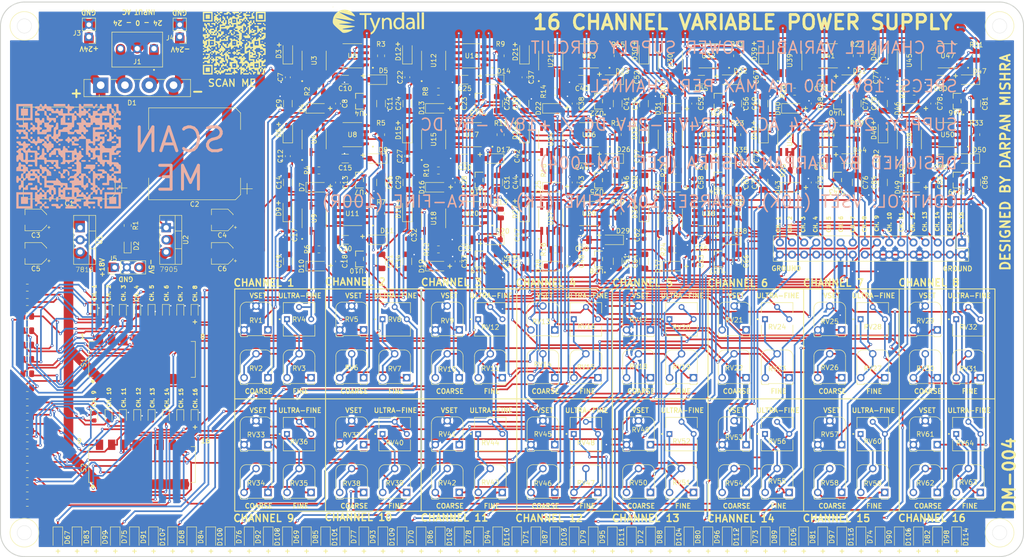
<source format=kicad_pcb>
(kicad_pcb (version 20241229) (generator "pcbnew") (generator_version "9.0")
  (layers (0 "F.Cu" signal) (2 "B.Cu" signal) (13 "F.Paste" user) (15 "B.Paste" user) (5 "F.SilkS" user "F.Silkscreen") (7 "B.SilkS" user "B.Silkscreen") (1 "F.Mask" user) (3 "B.Mask" user) (25 "Edge.Cuts" user))
  (net 0 "")
  (net 1 "Net-(D1-+)")
  (net 2 "GND")
  (net 3 "Net-(D1--)")
  (net 4 "/in1")
  (net 5 "/-5V")
  (net 6 "Net-(D4-A)")
  (net 7 "Net-(D5-A)")
  (net 8 "/ch_1")
  (net 9 "Net-(D7-A)")
  (net 10 "Net-(D8-A)")
  (net 11 "/ch_2")
  (net 12 "Net-(D10-A)")
  (net 13 "Net-(D11-A)")
  (net 14 "/ch_3")
  (net 15 "Net-(D13-A)")
  (net 16 "Net-(D14-A)")
  (net 17 "/ch_4")
  (net 18 "Net-(D16-A)")
  (net 19 "Net-(D17-A)")
  (net 20 "/ch_5")
  (net 21 "Net-(D20-A)")
  (net 22 "/ch_6")
  (net 23 "Net-(D23-A)")
  (net 24 "/ch_7")
  (net 25 "Net-(D26-A)")
  (net 26 "/ch_8")
  (net 27 "Net-(D29-A)")
  (net 28 "/ch_9")
  (net 29 "Net-(D32-A)")
  (net 30 "/ch_10")
  (net 31 "Net-(D35-A)")
  (net 32 "/ch_11")
  (net 33 "Net-(D38-A)")
  (net 34 "/ch_12")
  (net 35 "Net-(D41-A)")
  (net 36 "/ch_13")
  (net 37 "Net-(D44-A)")
  (net 38 "/ch_14")
  (net 39 "Net-(D47-A)")
  (net 40 "/ch_15")
  (net 41 "Net-(D50-A)")
  (net 42 "/ch_16")
  (net 43 "Net-(D1-Pad2)")
  (net 44 "Net-(D1-Pad3)")
  (net 45 "Net-(D2-A)")
  (net 46 "Net-(D4-K)")
  (net 47 "Net-(D7-K)")
  (net 48 "Net-(D10-K)")
  (net 49 "Net-(D13-K)")
  (net 50 "Net-(D16-K)")
  (net 51 "Net-(RV2-Pad2)")
  (net 52 "Net-(RV3-Pad2)")
  (net 53 "Net-(RV6-Pad2)")
  (net 54 "Net-(RV7-Pad2)")
  (net 55 "Net-(RV10-Pad2)")
  (net 56 "Net-(RV11-Pad2)")
  (net 57 "Net-(RV14-Pad2)")
  (net 58 "Net-(RV15-Pad2)")
  (net 59 "Net-(RV18-Pad2)")
  (net 60 "Net-(RV19-Pad2)")
  (net 61 "Net-(RV22-Pad2)")
  (net 62 "Net-(RV23-Pad2)")
  (net 63 "Net-(RV26-Pad2)")
  (net 64 "Net-(RV27-Pad2)")
  (net 65 "Net-(RV30-Pad2)")
  (net 66 "Net-(RV31-Pad2)")
  (net 67 "Net-(RV34-Pad2)")
  (net 68 "Net-(RV35-Pad2)")
  (net 69 "Net-(RV38-Pad2)")
  (net 70 "Net-(RV39-Pad2)")
  (net 71 "Net-(RV42-Pad2)")
  (net 72 "Net-(RV43-Pad2)")
  (net 73 "Net-(RV46-Pad2)")
  (net 74 "Net-(RV47-Pad2)")
  (net 75 "Net-(RV50-Pad2)")
  (net 76 "Net-(RV51-Pad2)")
  (net 77 "Net-(RV54-Pad2)")
  (net 78 "Net-(RV55-Pad2)")
  (net 79 "Net-(RV58-Pad2)")
  (net 80 "Net-(RV59-Pad2)")
  (net 81 "Net-(RV62-Pad2)")
  (net 82 "Net-(RV63-Pad2)")
  (net 83 "Net-(D67-K)")
  (net 84 "Net-(D67-A)")
  (net 85 "Net-(D68-A)")
  (net 86 "Net-(D68-K)")
  (net 87 "Net-(D69-A)")
  (net 88 "Net-(D69-K)")
  (net 89 "Net-(D70-A)")
  (net 90 "Net-(D70-K)")
  (net 91 "Net-(D71-K)")
  (net 92 "Net-(D71-A)")
  (net 93 "Net-(D72-K)")
  (net 94 "Net-(D72-A)")
  (net 95 "Net-(D73-A)")
  (net 96 "Net-(D73-K)")
  (net 97 "Net-(D74-K)")
  (net 98 "Net-(D74-A)")
  (net 163 "/Vin")
  (net 164 "/in2")
  (net 165 "/in3")
  (net 166 "/in4")
  (net 167 "/in5")
  (net 168 "/in6")
  (net 169 "/in7")
  (net 170 "/in8")
  (net 171 "/in9")
  (net 172 "/in10")
  (net 173 "/in11")
  (net 174 "/in12")
  (net 175 "/in13")
  (net 176 "/in14")
  (net 177 "/in15")
  (net 178 "/in16")
  (net 179 "Net-(D51-A)")
  (net 180 "Net-(D52-A)")
  (net 181 "Net-(D53-A)")
  (net 182 "Net-(D54-A)")
  (net 183 "Net-(D55-A)")
  (net 184 "Net-(D56-A)")
  (net 185 "Net-(D57-A)")
  (net 186 "Net-(D58-A)")
  (net 187 "Net-(D59-A)")
  (net 188 "Net-(D60-A)")
  (net 189 "Net-(D61-A)")
  (net 190 "Net-(D62-A)")
  (net 191 "Net-(D63-A)")
  (net 192 "Net-(D64-A)")
  (net 193 "Net-(D65-A)")
  (net 194 "Net-(D66-A)")
  (net 195 "Net-(D49-K)")
  (net 196 "Net-(D46-K)")
  (net 197 "Net-(D43-K)")
  (net 198 "Net-(D40-K)")
  (net 199 "Net-(D37-K)")
  (net 200 "Net-(D34-K)")
  (net 201 "Net-(D31-K)")
  (net 202 "Net-(D28-K)")
  (net 203 "Net-(D25-K)")
  (net 204 "Net-(D22-K)")
  (net 205 "Net-(D19-K)")
  (net 206 "Net-(D49-A)")
  (net 207 "Net-(D46-A)")
  (net 208 "Net-(D43-A)")
  (net 209 "Net-(D40-A)")
  (net 210 "Net-(D37-A)")
  (net 211 "Net-(D34-A)")
  (net 212 "Net-(D31-A)")
  (net 213 "Net-(D28-A)")
  (net 214 "Net-(D25-A)")
  (net 215 "Net-(D22-A)")
  (net 216 "Net-(D19-A)")
  (net 217 "Net-(D75-A)")
  (net 218 "Net-(D75-K)")
  (net 219 "Net-(D76-A)")
  (net 220 "Net-(D76-K)")
  (net 221 "Net-(D77-A)")
  (net 222 "Net-(D77-K)")
  (net 223 "Net-(D78-K)")
  (net 224 "Net-(D78-A)")
  (net 225 "Net-(D79-A)")
  (net 226 "Net-(D79-K)")
  (net 227 "Net-(D80-A)")
  (net 228 "Net-(D80-K)")
  (net 229 "Net-(D81-A)")
  (net 230 "Net-(D81-K)")
  (net 231 "Net-(D82-K)")
  (net 232 "Net-(D82-A)")
  (net 233 "Net-(D83-A)")
  (net 234 "Net-(D100-K)")
  (net 235 "Net-(D101-K)")
  (net 236 "Net-(D102-K)")
  (net 237 "Net-(D103-K)")
  (net 238 "Net-(D104-K)")
  (net 239 "Net-(D105-K)")
  (net 240 "Net-(D106-K)")
  (net 241 "Net-(D107-K)")
  (net 242 "Net-(D108-K)")
  (net 243 "Net-(D109-K)")
  (net 244 "Net-(D110-K)")
  (net 245 "Net-(D111-K)")
  (net 246 "Net-(D112-K)")
  (net 247 "Net-(D113-K)")
  (net 248 "Net-(D114-K)")
  (footprint "LM317LDR2G:SOIC127P600X175-8N" (layer "F.Cu") (at 207.11 47.24 90)
    (property "Reference" "U39")
    (property "Value" "LM317LDR2G")
  )
  (footprint "Resistor_SMD:R_0805_2012Metric" (layer "F.Cu") (at 146.61 79.24 90)
    (property "Reference" "R13")
    (property "Value" "560")
  )
  (footprint "Capacitor_SMD:C_1206_3216Metric" (layer "F.Cu") (at 151.61 56.24 90)
    (property "Reference" "C39")
    (property "Value" "10 uF")
  )
  (footprint "Diode_SMD:D_SOD-123F" (layer "F.Cu") (at 146 147 -90)
    (property "Reference" "D110")
    (property "Value" "1N4001")
  )
  (footprint "Potentiometer_THT:Potentiometer_Runtron_RM-065_Vertical" (layer "F.Cu") (at 206.96 113.58 180)
    (property "Reference" "RV23")
    (property "Value" "1k")
  )
  (footprint "Diode_SMD:D_SOD-123F" (layer "F.Cu") (at 244.61 51.24 180)
    (property "Reference" "D47")
    (property "Value" "1N4001")
  )
  (footprint "Potentiometer_THT:Potentiometer_Runtron_RM-065_Vertical" (layer "F.Cu") (at 157.96 127.58 180)
    (property "Reference" "RV45")
    (property "Value" "10k")
  )
  (footprint "KiCADv6:SOT-23_ONS-L" (layer "F.Cu") (at 167.11 72.24 90)
    (property "Reference" "U25")
    (property "Value" "MMBFJ309LT1G")
  )
  (footprint "Resistor_SMD:R_0805_2012Metric" (layer "F.Cu") (at 133.61 70.24)
    (property "Reference" "R10")
    (property "Value" "560")
  )
  (footprint "Capacitor_SMD:C_1206_3216Metric" (layer "F.Cu") (at 176.61 56.24 90)
    (property "Reference" "C54")
    (property "Value" "10 uF")
  )
  (footprint "Capacitor_SMD:CP_Elec_4x5.4" (layer "F.Cu") (at 88.388 87.579 180)
    (property "Reference" "C6")
    (property "Value" "10 uF")
  )
  (footprint "Capacitor_SMD:C_1206_3216Metric" (layer "F.Cu") (at 188.61 84.74 180)
    (property "Reference" "C65")
    (property "Value" "10 uF")
  )
  (footprint "Capacitor_SMD:CP_Elec_4x5.4" (layer "F.Cu") (at 49.388 87.579 180)
    (property "Reference" "C5")
    (property "Value" "10 uF")
  )
  (footprint "Resistor_SMD:R_0805_2012Metric" (layer "F.Cu") (at 183.11 70.24)
    (property "Reference" "R22")
    (property "Value" "560")
  )
  (footprint "Diode_SMD:D_SOD-123F" (layer "F.Cu") (at 194 147 -90)
    (property "Reference" "D112")
    (property "Value" "1N4001")
  )
  (footprint "Diode_SMD:D_SOD-123F" (layer "F.Cu") (at 170 147 -90)
    (property "Reference" "D111")
    (property "Value" "1N4001")
  )
  (footprint "Resistor_SMD:R_0805_2012Metric" (layer "F.Cu") (at 196.11 79.24 90)
    (property "Reference" "R25")
    (property "Value" "560")
  )
  (footprint "LM317LDR2G:SOIC127P600X175-8N" (layer "F.Cu") (at 190.11 62.74 180)
    (property "Reference" "U35")
    (property "Value" "LM317LDR2G")
  )
  (footprint "Diode_SMD:D_SOD-123F" (layer "F.Cu") (at 162 147 -90)
    (property "Reference" "D79")
    (property "Value" "1N4001")
  )
  (footprint "Resistor_SMD:R_0805_2012Metric" (layer "F.Cu") (at 121.61 79.24 90)
    (property "Reference" "R7")
    (property "Value" "560")
  )
  (footprint "Capacitor_SMD:C_0603_1608Metric" (layer "F.Cu") (at 201.61 67.24 -90)
    (property "Reference" "C72")
    (property "Value" "0.1 uF")
  )
  (footprint "Capacitor_SMD:C_1206_3216Metric" (layer "F.Cu") (at 221.11 72.74 -90)
    (property "Reference" "C76")
    (property "Value" "1 uF")
  )
  (footprint "Resistor_SMD:R_0805_2012Metric" (layer "F.Cu") (at 196.11 46.24 90)
    (property "Reference" "R21")
    (property "Value" "560")
  )
  (footprint "Capacitor_SMD:C_0603_1608Metric" (layer "F.Cu") (at 127.11 50.74 -90)
    (property "Reference" "C22")
    (property "Value" "0.1 uF")
  )
  (footprint "Diode_SMD:D_SOD-123F" (layer "F.Cu") (at 182 147 -90)
    (property "Reference" "D104")
    (property "Value" "1N4001")
  )
  (footprint "Resistor_SMD:R_0805_2012Metric" (layer "F.Cu") (at 233.11 70.24)
    (property "Reference" "R32")
    (property "Value" "560")
  )
  (footprint "KiCADv6:SOT-23_ONS-L" (layer "F.Cu") (at 242.11 55.74 90)
    (property "Reference" "U46")
    (property "Value" "MMBFJ309LT1G")
  )
  (footprint "Diode_SMD:D_SOD-123F" (layer "F.Cu") (at 108.11 73.74)
    (property "Reference" "D7")
    (property "Value" "1N4001")
  )
  (footprint "Diode_SMD:D_SOD-123F" (layer "F.Cu") (at 210 147 -90)
    (property "Reference" "D81")
    (property "Value" "1N4001")
  )
  (footprint "Capacitor_SMD:C_1206_3216Metric" (layer "F.Cu") (at 114.11 67.74 180)
    (property "Reference" "C15")
    (property "Value" "10 uF")
  )
  (footprint "Diode_SMD:D_SOD-123F" (layer "F.Cu") (at 118 147 -90)
    (property "Reference" "D93")
    (property "Value" "1N4001")
  )
  (footprint "Resistor_SMD:R_0805_2012Metric" (layer "F.Cu") (at 171.11 62.74 90)
    (property "Reference" "R17")
    (property "Value" "560")
  )
  (footprint "LM317LDR2G:SOIC127P600X175-8N" (layer "F.Cu") (at 190.11 46.24 180)
    (property "Reference" "U32")
    (property "Value" "LM317LDR2G")
  )
  (footprint "Capacitor_SMD:C_0603_1608Metric" (layer "F.Cu") (at 226.61 50.74 -90)
    (property "Reference" "C77")
    (property "Value" "0.1 uF")
  )
  (footprint "Connector_PinHeader_2.54mm:PinHeader_1x03_P2.54mm_Vertical" (layer "F.Cu") (at 65.9 90.5 90)
    (property "Reference" "J5")
    (property "Value" "Conn_01x03_Socket")
  )
  (footprint "3362P-1-103:TRIM_3362P-1-103" (layer "F.Cu") (at 244.46 101.34)
    (property "Reference" "RV32")
    (property "Value" "100")
  )
  (footprint "Capacitor_SMD:C_0603_1608Metric" (layer "F.Cu") (at 102.11 67.24 -90)
    (property "Reference" "C12")
    (property "Value" "0.1 uF")
  )
  (footprint "Diode_SMD:D_SOD-123F" (layer "F.Cu") (at 218 147 -90)
    (property "Reference" "D113")
    (property "Value" "1N4001")
  )
  (footprint "KiCADv6:SOT-23_ONS-L" (layer "F.Cu") (at 217.11 55.74 90)
    (property "Reference" "U40")
    (property "Value" "MMBFJ309LT1G")
  )
  (footprint "Diode_SMD:D_SOD-123F" (layer "F.Cu") (at 130 147 -90)
    (property "Reference" "D86")
    (property "Value" "1N4001")
  )
  (footprint "Potentiometer_THT:Potentiometer_Runtron_RM-065_Vertical" (layer "F.Cu") (at 197.96 137.58 180)
    (property "Reference" "RV54")
    (property "Value" "10k")
  )
  (footprint "Potentiometer_THT:Potentiometer_Runtron_RM-065_Vertical" (layer "F.Cu") (at 97.96 113.58 180)
    (property "Reference" "RV2")
    (property "Value" "10k")
  )
  (footprint "LED_SMD:LED_0603_1608Metric" (layer "F.Cu") (at 79.61 99.74 -90)
    (property "Reference" "D57" (hide yes))
    (property "Value" "LED")
  )
  (footprint "Capacitor_SMD:C_1206_3216Metric" (layer "F.Cu") (at 213.61 67.74 180)
    (property "Reference" "C75")
    (property "Value" "10 uF")
  )
  (footprint "Capacitor_SMD:C_0603_1608Metric" (layer "F.Cu") (at 151.61 67.24 -90)
    (property "Reference" "C42")
    (property "Value" "0.1 uF")
  )
  (footprint "Potentiometer_THT:Potentiometer_Runtron_RM-065_Vertical" (layer "F.Cu") (at 157.96 103.58 180)
    (property "Reference" "RV13")
    (property "Value" "10k")
  )
  (footprint "Capacitor_SMD:C_0603_1608Metric" (layer "F.Cu") (at 112.61 89.24 -90)
    (property "Reference" "C18")
    (property "Value" "0.1 uF")
  )
  (footprint "Resistor_SMD:R_0805_2012Metric" (layer "F.Cu") (at 121.61 46.24 90)
    (property "Reference" "R3")
    (property "Value" "560")
  )
  (footprint "Resistor_SMD:R_0805_2012Metric" (layer "F.Cu") (at 208.11 53.74)
    (property "Reference" "R26")
    (property "Value" "560")
  )
  (footprint "Diode_SMD:D_SOD-123F" (layer "F.Cu") (at 222 147 -90)
    (property "Reference" "D74")
    (property "Value" "1N4001")
  )
  (footprint "Resistor_SMD:R_0805_2012Metric" (layer "F.Cu") (at 221.11 62.74 90)
    (property "Reference" "R29")
    (property "Value" "560")
  )
  (footprint "3362P-1-103:TRIM_3362P-1-103" (layer "F.Cu") (at 124.46 101.34)
    (property "Reference" "RV8")
    (property "Value" "100")
  )
  (footprint "Potentiometer_THT:Potentiometer_Runtron_RM-065_Vertical" (layer "F.Cu") (at 217.96 103.58 180)
    (property "Reference" "RV25")
    (property "Value" "10k")
  )
  (footprint "KiCADv6:SOT-23_ONS-L" (layer "F.Cu") (at 142.11 55.74 90)
    (property "Reference" "U13")
    (property "Value" "MMBFJ309LT1G")
  )
  (footprint "Diode_SMD:D_SOD-123F" (layer "F.Cu") (at 114 147 -90)
    (property "Reference" "D77")
    (property "Value" "1N4001")
  )
  (footprint "LED_SMD:LED_0603_1608Metric" (layer "F.Cu") (at 73.61 99.74 -90)
    (property "Reference" "D55" (hide yes))
    (property "Value" "LED")
  )
  (footprint "LED_SMD:LED_0603_1608Metric" (layer "F.Cu") (at 67.61 99.74 -90)
    (property "Reference" "D53" (hide yes))
    (property "Value" "LED")
  )
  (footprint "Capacitor_SMD:C_1206_3216Metric" (layer "F.Cu") (at 238.61 51.24 180)
    (property "Reference" "C80")
    (property "Value" "10 uF")
  )
  (footprint "Potentiometer_THT:Potentiometer_Runtron_RM-065_Vertical" (layer "F.Cu") (at 97.96 127.58 180)
    (property "Reference" "RV33")
    (property "Value" "10k")
  )
  (footprint "Potentiometer_THT:Potentiometer_Runtron_RM-065_Vertical" (layer "F.Cu") (at 146.96 137.58 180)
    (property "Reference" "RV43")
    (property "Value" "1k")
  )
  (footprint "LM317LDR2G:SOIC127P600X175-8N" (layer "F.Cu") (at 140.61 62.74 180)
    (property "Reference" "U17")
    (property "Value" "LM317LDR2G")
  )
  (footprint "Potentiometer_THT:Potentiometer_Runtron_RM-065_Vertical" (layer "F.Cu") (at 117.96 103.58 180)
    (property "Reference" "RV5")
    (property "Value" "10k")
  )
  (footprint "Diode_SMD:D_SOD-123F" (layer "F.Cu") (at 102 147 -90)
    (property "Reference" "D69")
    (property "Value" "1N4001")
  )
  (footprint "Capacitor_SMD:C_0603_1608Metric" (layer "F.Cu") (at 162.11 72.74 -90)
    (property "Reference" "C43")
    (property "Value" "0.1 uF")
  )
  (footprint "Potentiometer_THT:Potentiometer_Runtron_RM-065_Vertical" (layer "F.Cu") (at 246.96 113.58 180)
    (property "Reference" "RV31")
    (property "Value" "1k")
  )
  (footprint "Capacitor_SMD:C_1206_3216Metric" (layer "F.Cu") (at 151.61 72.74 90)
    (property "Reference" "C44")
    (property "Value" "10 uF")
  )
  (footprint "Potentiometer_THT:Potentiometer_Runtron_RM-065_Vertical" (layer "F.Cu") (at 166.96 113.58 180)
    (property "Reference" "RV15")
    (property "Value" "1k")
  )
  (footprint "Capacitor_SMD:C_1206_3216Metric" (layer "F.Cu") (at 127.11 89.24 90)
    (property "Reference" "C34")
    (property "Value" "10 uF")
  )
  (footprint "Resistor_SMD:R_0805_2012Metric" (layer "F.Cu") (at 47.61 106.74)
    (property "Reference" "R38" (hide yes))
    (property "Value" "1k")
  )
  (footprint "Resistor_SMD:R_0805_2012Metric" (layer "F.Cu") (at 47.61 139.74)
    (property "Reference" "R49" (hide yes))
    (property "Value" "1k")
  )
  (footprint "Diode_SMD:D_SOD-123F" (layer "F.Cu") (at 176.61 45.74 90)
    (property "Reference" "D30")
    (property "Value" "1N4002")
  )
  (footprint "Diode_SMD:D_SOD-123F" (layer "F.Cu") (at 108.11 90.24)
    (property "Reference" "D10")
    (property "Value" "1N4001")
  )
  (footprint "Capacitor_SMD:C_1206_3216Metric" (layer "F.Cu") (at 238.61 67.74 180)
    (property "Reference" "C85")
    (property "Value" "10 uF")
  )
  (footprint "Resistor_SMD:R_0805_2012Metric" (layer "F.Cu") (at 183.11 86.74)
    (property "Reference" "R24")
    (property "Value" "560")
  )
  (footprint "LED_SMD:LED_0603_1608Metric" (layer "F.Cu") (at 67.61 121.74 -90)
    (property "Reference" "D61" (hide yes))
    (property "Value" "LED")
  )
  (footprint "Diode_SMD:D_SOD-123F" (layer "F.Cu") (at 120.61 67.74 180)
    (property "Reference" "D8")
    (property "Value" "1N4001")
  )
  (footprint "LM317LDR2G:SOIC127P600X175-8N" (layer "F.Cu") (at 182.11 80.24 90)
    (property "Reference" "U36")
    (property "Value" "LM317LDR2G")
  )
  (footprint "Capacitor_SMD:C_1206_3216Metric" (layer "F.Cu") (at 246.11 56.24 -90)
    (property "Reference" "C81")
    (property "Value" "1 uF")
  )
  (footprint "Capacitor_SMD:C_1206_3216Metric" (layer "F.Cu") (at 114.11 51.24 180)
    (property "Reference" "C10")
    (property "Value" "10 uF")
  )
  (footprint "Resistor_SMD:R_0805_2012Metric" (layer "F.Cu") (at 47.61 109.74)
    (property "Reference" "R39" (hide yes))
    (property "Value" "1k")
  )
  (footprint "Diode_SMD:D_SOD-123F" (layer "F.Cu") (at 232.61 57.24)
    (property "Reference" "D46")
    (property "Value" "1N4001")
  )
  (footprint "KiCADv6:SOT-23_ONS-L" (layer "F.Cu") (at 117.11 72.24 90)
    (property "Reference" "U7")
    (property "Value" "MMBFJ309LT1G")
  )
  (footprint "Diode_SMD:D_SOD-123F" (layer "F.Cu") (at 145.11 67.74 180)
    (property "Reference" "D17")
    (property "Value" "1N4001")
  )
  (footprint "Capacitor_SMD:C_0603_1608Metric" (layer "F.Cu") (at 102.11 83.74 -90)
    (property "Reference" "C17")
    (property "Value" "0.1 uF")
  )
  (footprint "Diode_SMD:D_SOD-123F" (layer "F.Cu") (at 186 147 -90)
    (property "Reference" "D80")
    (property "Value" "1N4001")
  )
  (footprint "Resistor_SMD:R_0805_2012Metric" (layer "F.Cu") (at 171.11 79.24 90)
    (property "Reference" "R19")
    (property "Value" "560")
  )
  (footprint "Diode_SMD:D_SOD-123F" (layer "F.Cu") (at 170.11 51.24 180)
    (property "Reference" "D23")
    (property "Value" "1N4001")
  )
  (footprint "Diode_SMD:D_SOD-123F" (layer "F.Cu") (at 106 147 -90)
    (property "Reference" "D85")
    (property "Value" "1N4001")
  )
  (footprint "3362P-1-103:TRIM_3362P-1-103" (layer "F.Cu") (at 104.46 101.34)
    (property "Reference" "RV4")
    (property "Value" "100")
  )
  (footprint "Diode_SMD:D_SOD-123F" (layer "F.Cu") (at 242 147 -90)
    (property "Reference" "D114")
    (property "Value" "1N4001")
  )
  (footprint "KiCADv6:SOT-23_ONS-L" (layer "F.Cu") (at 192.11 88.74 90)
    (property "Reference" "U37")
    (property "Value" "MMBFJ309LT1G")
  )
  (footprint "Diode_SMD:D_SOD-123F" (layer "F.Cu") (at 133.11 90.24)
    (property "Reference" "D19")
    (property "Value" "1N4001")
  )
  (footprint "Potentiometer_THT:Potentiometer_Runtron_RM-065_Vertical" (layer "F.Cu") (at 237.96 103.58 180)
    (property "Reference" "RV29")
    (property "Value" "10k")
  )
  (footprint "Diode_SMD:D_SOD-123F" (layer "F.Cu") (at 154 147 -90)
    (property "Reference" "D87")
    (property "Value" "1N4001")
  )
  (footprint "Resistor_SMD:R_0805_2012Metric" (layer "F.Cu") (at 47.61 97.74)
    (property "Reference" "R35" (hide yes))
    (property "Value" "1k")
  )
  (footprint "Resistor_SMD:R_0805_2012Metric" (layer "F.Cu") (at 47.61 121.74)
    (property "Reference" "R43" (hide yes))
    (property "Value" "1k")
  )
  (footprint "Capacitor_SMD:C_0603_1608Metric" (layer "F.Cu") (at 176.61 83.74 -90)
    (property "Reference" "C62")
    (property "Value" "0.1 uF")
  )
  (footprint "LM317LDR2G:SOIC127P600X175-8N" (layer "F.Cu") (at 240.11 46.24 180)
    (property "Reference" "U47")
    (property "Value" "LM317LDR2G")
  )
  (footprint "Capacitor_SMD:C_1206_3216Metric" (layer "F.Cu") (at 171.11 89.24 -90)
    (property "Reference" "C51")
    (property "Value" "1 uF")
  )
  (footprint "3362P-1-103:TRIM_3362P-1-103" (layer "F.Cu") (at 144.46 101.34)
    (property "Reference" "RV12")
    (property "Value" "100")
  )
  (footprint "LM317LDR2G:SOIC127P600X175-8N" (layer "F.Cu") (at 157.11 63.74 90)
    (property "Reference" "U24")
    (property "Value" "LM317LDR2G")
  )
  (footprint "Capacitor_SMD:C_0603_1608Metric" (layer "F.Cu") (at 137.61 56.24 -90)
    (property "Reference" "C23")
    (property "Value" "0.1 uF")
  )
  (footprint "3362P-1-103:TRIM_3362P-1-103" (layer "F.Cu") (at 224.46 101.34)
    (property "Reference" "RV28")
    (property "Value" "100")
  )
  (footprint "Potentiometer_THT:Potentiometer_Runtron_RM-065_Vertical" (layer "F.Cu") (at 177.96 127.58 180)
    (property "Reference" "RV49")
    (property "Value" "10k")
  )
  (footprint "Potentiometer_THT:Potentiometer_Runtron_RM-065_Vertical" (layer "F.Cu") (at 137.96 137.58 180)
    (property "Reference" "RV42")
    (property "Value" "10k")
  )
  (footprint "KiCADv6:SOT-23_ONS-L" (layer "F.Cu") (at 242.11 72.24 90)
    (property "Reference" "U49")
    (property "Value" "MMBFJ309LT1G")
  )
  (footprint "Resistor_SMD:R_0805_2012Metric" (layer "F.Cu") (at 196.11 62.74 90)
    (property "Reference" "R23")
    (property "Value" "560")
  )
  (footprint "LED_SMD:LED_0603_1608Metric" (layer "F.Cu") (at 82.61 121.74 -90)
    (property "Reference" "D66" (hide yes))
    (property "Value" "LED")
  )
  (footprint "Resistor_SMD:R_0805_2012Metric" (layer "F.Cu") (at 108.61 53.74)
    (property "Reference" "R2")
    (property "Value" "560")
  )
  (footprint "Resistor_SMD:R_0805_2012Metric" (layer "F.Cu") (at 47.61 136.74)
    (property "Reference" "R48" (hide yes))
    (property "Value" "1k")
  )
  (footprint "Diode_SMD:D_SOD-123F" (layer "F.Cu") (at 145.11 51.24 180)
    (property "Reference" "D14")
    (property "Value" "1N4001")
  )
  (footprint "Capacitor_SMD:C_0603_1608Metric" (layer "F.Cu") (at 237.11 56.24 -90)
    (property "Reference" "C78")
    (property "Value" "0.1 uF")
  )
  (footprint "Package_TO_SOT_THT:TO-220-3_Vertical" (layer "F.Cu") (at 76.66 82.2 -90)
    (property "Reference" "U2")
    (property "Value" "LM7905")
  )
  (footprint "LED_SMD:LED_0603_1608Metric" (layer "F.Cu") (at 64.61 121.74 -90)
    (property "Reference" "D60" (hide yes))
    (property "Value" "LED")
  )
  (footprint "KiCADv6:SOT-23_ONS-L" (layer "F.Cu") (at 192.11 72.24 90)
    (property "Reference" "U34")
    (property "Value" "MMBFJ309LT1G")
  )
  (footprint "Capacitor_SMD:C_0603_1608Metric" (layer "F.Cu") (at 187.11 72.74 -90)
    (property "Reference" "C58")
    (property "Value" "0.1 uF")
  )
  (footprint "Potentiometer_THT:Potentiometer_Runtron_RM-065_Vertical" (layer "F.Cu") (at 177.96 103.58 180)
    (property "Reference" "RV17")
    (property "Value" "10k")
  )
  (footprint "Potentiometer_THT:Potentiometer_Runtron_RM-065_Vertical" (layer "F.Cu") (at 226.96 137.58 180)
    (property "Reference" "RV59")
    (property "Value" "1k")
  )
  (footprint "Capacitor_SMD:C_1206_3216Metric" (layer "F.Cu") (at 246.11 72.74 -90)
    (property "Reference" "C86")
    (property "Value" "1 uF")
  )
  (footprint "Potentiometer_THT:Potentiometer_Runtron_RM-065_Vertical" (layer "F.Cu") (at 137.96 113.58 180)
    (property "Reference" "RV10")
    (property "Value" "10k")
  )
  (footprint "Potentiometer_THT:Potentiometer_Runtron_RM-065_Vertical" (layer "F.Cu") (at 157.96 113.58 180)
    (property "Reference" "RV14")
    (property "Value" "10k")
  )
  (footprint "Diode_SMD:D_SOD-123F" (layer "F.Cu") (at 219.61 51.24 180)
    (property "Reference" "D41")
    (property "Value" "1N4001")
  )
  (footprint "Diode_SMD:D_SOD-123F" (layer "F.Cu") (at 102.11 45.74 90)
    (property "Reference" "D3")
    (property "Value" "1N4002")
  )
  (footprint "Diode_SMD:D_SOD-123F" (layer "F.Cu") (at 230 147 -90)
    (property "Reference" "D106")
    (property "Value" "1N4001")
  )
  (footprint "Resistor_SMD:R_0805_2012Metric" (layer "F.Cu") (at 146.61 62.74 90)
    (property "Reference" "R11")
    (property "Value" "560")
  )
  (footprint "Resistor_SMD:R_0805_2012Metric" (layer "F.Cu") (at 221.11 46.24 90)
    (property "Reference" "R27")
    (property "Value" "560")
  )
  (footprint "Diode_SMD:D_SOD-123F" (layer "F.Cu") (at 157.61 57.24)
    (property "Reference" "D22")
    (property "Value" "1N4001")
  )
  (footprint "Diode_SMD:D_SOD-123F" (layer "F.Cu") (at 58 147 -90)
    (property "Reference" "D83")
    (property "Value" "1N4001")
  )
  (footprint "Diode_SMD:D_SOD-123F" (layer "F.Cu") (at 78 147 -90)
    (property "Reference" "D68")
    (property "Value" "1N4001")
  )
  (footprint "Resistor_SMD:R_0805_2012Metric" (layer "F.Cu") (at 47.61 112.74)
    (property "Reference" "R40" (hide yes))
    (property "Value" "1k")
  )
  (footprint "Diode_SMD:D_SOD-123F" (layer "F.Cu") (at 176.61 78.74 90)
    (property "Reference" "D36")
    (property "Value" "1N4002")
  )
  (footprint "KiCADv6:SOT-23_ONS-L" (layer "F.Cu") (at 117.11 88.74 90)
    (property "Reference" "U10")
    (property "Value" "MMBFJ309LT1G")
  )
  (footprint "LM317LDR2G:SOIC127P600X175-8N" (layer "F.Cu") (at 132.61 63.74 90)
    (property "Reference" "U15")
    (property "Value" "LM317LDR2G")
  )
  (footprint "LM317LDR2G:SOIC127P600X175-8N" (layer "F.Cu") (at 165.11 79.24 180)
    (property "Reference" "U29")
    (property "Value" "LM317LDR2G")
  )
  (footprint "Resistor_SMD:R_0805_2012Metric" (layer "F.Cu") (at 47.61 118.74)
    (property "Reference" "R42" (hide yes))
    (property "Value" "1k")
  )
  (footprint "LM317LDR2G:SOIC127P600X175-8N" (layer "F.Cu") (at 132.61 80.24 90)
    (property "Reference" "U18")
    (property "Value" "LM317LDR2G")
  )
  (footprint "Diode_SMD:D_SOD-123F" (layer "F.Cu") (at 138 147 -90)
    (property "Reference" "D78")
    (property "Value" "1N4001")
  )
  (footprint "Diode_SMD:D_SOD-123F" (layer "F.Cu") (at 74 147 -90)
    (property "Reference" "D107")
    (property "Value" "1N4001")
  )
  (footprint "Potentiometer_THT:Potentiometer_Runtron_RM-065_Vertical" (layer "F.Cu") (at 217.96 127.58 180)
    (property "Reference" "RV57")
    (property "Value" "10k")
  )
  (footprint "Capacitor_SMD:C_1206_3216Metric" (layer "F.Cu") (at 127.11 56.24 90)
    (property "Reference" "C24")
    (property "Value" "10 uF")
  )
  (footprint "Diode_SMD:D_SOD-123F" (layer "F.Cu") (at 201.61 62.24 90)
    (property "Reference" "D42")
    (property "Value" "1N4002")
  )
  (footprint "Potentiometer_THT:Potentiometer_Runtron_RM-065_Vertical" (layer "F.Cu") (at 217.96 137.58 180)
    (property "Reference" "RV58")
    (property "Value" "10k")
  )
  (footprint "Resistor_SMD:R_0805_2012Metric" (layer "F.Cu") (at 133.61 86.74)
    (property "Reference" "R12")
    (property "Value" "560")
  )
  (footprint "Resistor_SMD:R_0805_2012Metric" (layer "F.Cu") (at 47.61 133.74)
    (property "Reference" "R47" (hide yes))
    (property "Value" "1k")
  )
  (footprint "Capacitor_SMD:C_0603_1608Metric" (layer "F.Cu") (at 176.61 50.74 -90)
    (property "Reference" "C52")
    (property "Value" "0.1 uF")
  )
  (footprint "Potentiometer_THT:Potentiometer_Runtron_RM-065_Vertical" (layer "F.Cu") (at 106.96 113.58 180)
    (property "Reference" "RV3")
    (property "Value" "1k")
  )
  (footprint "Diode_SMD:D_SOD-123F" (layer "F.Cu") (at 182.61 73.74)
    (property "Reference" "D34")
    (property "Value" "1N4001")
  )
  (footprint "KiCADv6:SOT-23_ONS-L" (layer "F.Cu") (at 192.11 55.74 90)
    (property "Reference" "U31")
    (property "Value" "MMBFJ309LT1G")
  )
  (footprint "Capacitor_SMD:C_0603_1608Metric" (layer "F.Cu") (at 176.61 67.24 -90)
    (property "Reference" "C57")
    (property "Value" "0.1 uF")
  )
  (footprint "Diode_SMD:D_SOD-123F" (layer "F.Cu") (at 120.61 51.24 180)
    (property "Reference" "D5")
    (property "Value" "1N4001")
  )
  (footprint "LM317LDR2G:SOIC127P600X175-8N" (layer "F.Cu") (at 115.61 46.24 180)
    (property "Reference" "U5")
    (property "Value" "LM317LDR2G")
  )
  (footprint "Capacitor_SMD:C_1206_3216Metric" (layer "F.Cu") (at 139.11 51.24 180)
    (property "Reference" "C25")
    (property "Value" "10 uF")
  )
  (footprint "Capacitor_SMD:C_1206_3216Metric" (layer "F.Cu") (at 102.11 89.24 90)
    (property "Reference" "C19")
    (property "Value" "10 uF")
  )
  (footprint "Diode_SMD:D_SOD-123F" (layer "F.Cu") (at 90 147 -90)
    (property "Reference" "D76")
    (property "Value" "1N4001")
  )
  (footprint "Potentiometer_THT:Potentiometer_Runtron_RM-065_Vertical" (layer "F.Cu") (at 166.96 137.58 180)
    (property "Reference" "RV47")
    (property "Value" "1k")
  )
  (footprint "Diode_SMD:D_SOD-123F" (layer "F.Cu") (at 201.61 45.74 90)
    (property "Reference" "D39")
    (property "Value" "1N4002")
  )
  (footprint "Diode_SMD:D_SOD-123F" (layer "F.Cu") (at 94 147 -90)
    (property "Reference" "D92")
    (property "Value" "1N4001")
  )
  (footprint "Capacitor_SMD:C_0603_1608Metric" (layer "F.Cu") (at 187.11 89.24 -90)
    (property "Reference" "C63")
    (property "Value" "0.1 uF")
  )
  (footprint "Capacitor_SMD:C_1206_3216Metric" (layer "F.Cu") (at 139.11 67.74 180)
    (property "Reference" "C30")
    (property "Value" "10 uF")
  )
  (footprint "Potentiometer_THT:Potentiometer_Runtron_RM-065_Vertical" (layer "F.Cu") (at 137.96 127.58 180)
    (property "Reference" "RV41")
    (property "Value" "10k")
  )
  (footprint "Capacitor_SMD:C_1206_3216Metric" (layer "F.Cu") (at 121.61 72.74 -90)
    (property "Reference" "C16")
    (property "Value" "1 uF")
  )
  (footprint "Capacitor_SMD:C_0603_1608Metric" (layer "F.Cu") (at 226.61 67.24 -90)
    (property "Reference" "C82")
    (property "Value" "0.1 uF")
  )
  (footprint "Diode_SMD:D_SOD-123F" (layer "F.Cu") (at 182.61 57.24)
    (property "Reference" "D31")
    (property "Value" "1N4001")
  )
  (footprint "LED_SMD:LED_0603_1608Metric" (layer "F.Cu") (at 79.61 121.74 -90)
    (property "Reference" "D65" (hide yes))
    (property "Value" "LED")
  )
  (footprint "LM317LDR2G:SOIC127P600X175-8N" (layer "F.Cu") (at 107.61 47.24 90)
    (property "Reference" "U3")
    (property "Value" "LM317LDR2G")
  )
  (footprint "Capacitor_SMD:CP_Elec_4x5.4" (layer "F.Cu") (at 49.388 80.579 180)
    (property "Reference" "C3")
    (property "Value" "1u")
  )
  (footprint "1-1825058-9:SW_1-1825058-9" (layer "F.Cu") (at 71.61 109.74 90)
    (property "Reference" "S1")
    (property "Value" "1-1825058-9")
  )
  (footprint "Capacitor_SMD:C_1206_3216Metric" (layer "F.Cu") (at 171.11 56.24 -90)
    (property "Reference" "C41")
    (property "Value" "1 uF")
  )
  (footprint "Capacitor_SMD:C_0603_1608Metric" (layer "F.Cu") (at 162.11 56.24 -90)
    (property "Reference" "C38")
    (property "Value" "0.1 uF")
  )
  (footprint "Diode_SMD:D_SOD-123F" (layer "F.Cu") (at 232.61 73.74)
    (property "Reference" "D49")
    (property "Value" "1N4001")
  )
  (footprint "LM317LDR2G:SOIC127P600X175-8N" (layer "F.Cu") (at 182.11 47.24 90)
    (property "Reference" "U30")
    (property "Value" "LM317LDR2G")
  )
  (footprint "LM317LDR2G:SOIC127P600X175-8N" (layer "F.Cu") (at 182.11 63.74 90)
    (property "Reference" "U33")
    (property "Value" "LM317LDR2G")
  )
  (footprint "LED_SMD:LED_0603_1608Metric" (layer "F.Cu") (at 70.61 99.74 -90)
    (property "Reference" "D54" (hide yes))
    (property "Value" "LED")
  )
  (footprint "Resistor_SMD:R_0805_2012Metric" (layer "F.Cu") (at 158.11 53.74)
    (property "Reference" "R14")
    (property "Value" "560")
  )
  (footprint "Diode_SMD:D_SOD-123F" (layer "F.Cu") (at 194.61 67.74 180)
    (property "Reference" "D35")
    (property "Value" "1N4001")
  )
  (footprint "Potentiometer_THT:Potentiometer_Runtron_RM-065_Vertical" (layer "F.Cu") (at 206.96 137.58 180)
    (property "Reference" "RV55")
    (property "Value" "1k")
  )
  (footprint "Resistor_SMD:R_0805_2012Metric" (layer "F.Cu") (at 47.61 100.74)
    (property "Reference" "R36" (hide yes))
    (property "Value" "1k")
  )
  (footprint "3362P-1-103:TRIM_3362P-1-103" (layer "F.Cu") (at 204.46 101.34)
    (property "Reference" "RV24")
    (property "Value" "100")
  )
  (footprint "Resistor_SMD:R_0805_2012Metric" (layer "F.Cu") (at 171.11 46.24 90)
    (property "Reference" "R15")
    (property "Value" "560")
  )
  (footprint "Capacitor_SMD:C_0603_1608Metric" (layer "F.Cu") (at 212.11 56.24 -90)
    (property "Reference" "C68")
    (property "Value" "0.1 uF")
  )
  (footprint "Resistor_SMD:R_0805_2012Metric" (layer "F.Cu") (at 47.61 115.74)
    (property "Reference" "R41" (hide yes))
    (property "Value" "1k")
  )
  (footprint "LM317LDR2G:SOIC127P600X175-8N" (layer "F.Cu") (at 165.11 62.74 180)
    (property "Reference" "U26")
    (property "Value" "LM317LDR2G")
  )
  (footprint "3362P-1-103:TRIM_3362P-1-103" (layer "F.Cu") (at 104.46 125.34)
    (property "Reference" "RV36")
    (property "Value" "100")
  )
  (footprint "LED_SMD:LED_0603_1608Metric" (layer "F.Cu") (at 68.6 85.98 90)
    (property "Reference" "D2")
    (property "Value" "LED")
  )
  (footprint "LM317LDR2G:SOIC127P600X175-8N" (layer "F.Cu") (at 240.11 62.74 180)
    (property "Reference" "U50")
    (property "Value" "LM317LDR2G")
  )
  (footprint "Diode_SMD:D_SOD-123F" (layer "F.Cu") (at 158 147 -90)
    (property "Reference" "D103")
    (property "Value" "1N4001")
  )
  (footprint "Diode_SMD:D_SOD-123F" (layer "F.Cu") (at 207.61 73.74)
    (property "Reference" "D43")
    (property "Value" "1N4001")
  )
  (footprint "Capacitor_SMD:C_0603_1608Metric" (layer "F.Cu") (at 127.11 67.24 -90)
    (property "Reference" "C27")
    (property "Value" "0.1 uF")
  )
  (footprint "LED_SMD:LED_0603_1608Metric" (layer "F.Cu") (at 82.61 99.74 -90)
    (property "Reference" "D58" (hide yes))
    (property "Value" "LED")
  )
  (footprint "Resistor_SMD:R_0805_2012Metric" (layer "F.Cu") (at 208.11 70.24)
    (property "Reference" "R28")
    (property "Value" "560")
  )
  (footprint "Capacitor_SMD:C_1206_3216Metric" (layer "F.Cu") (at 151.61 89.24 90)
    (property "Reference" "C49")
    (property "Value" "10 uF")
  )
  (footprint "LM317LDR2G:SOIC127P600X175-8N" (layer "F.Cu") (at 107.61 80.24 90)
    (property "Reference" "U9")
    (property "Value" "LM317LDR2G")
  )
  (footprint "Capacitor_SMD:C_0603_1608Metric" (layer "F.Cu") (at 201.61 50.74 -90)
    (property "Reference" "C67")
    (property "Value" "0.1 uF")
  )
  (footprint "KiCADv6:SOT-23_ONS-L" (layer "F.Cu") (at 217.11 72.24 90)
    (property "Reference" "U43")
    (property "Value" "MMBFJ309LT1G")
  )
  (footprint "Diode_SMD:D_SOD-123F" (layer "F.Cu") (at 202 147 -90)
    (property "Reference" "D89")
    (property "Value" "1N4001")
  )
  (footprint "Capacitor_SMD:C_0603_1608Metric" (layer "F.Cu") (at 112.61 56.24 -90)
    (property "Reference" "C8")
    (property "Value" "0.1 uF")
  )
  (footprint "Capacitor_SMD:C_1206_3216Metric" (layer "F.Cu") (at 201.61 72.74 90)
    (property "Reference" "C74")
    (property "Value" "10 uF")
  )
  (footprint "Diode_SMD:D_SOD-123F" (layer "F.Cu") (at 219.61 67.74 180)
    (property "Reference" "D44")
    (property "Value" "1N4001")
  )
  (footprint "Resistor_SMD:R_0805_2012Metric" (layer "F.Cu") (at 158.11 86.74)
    (property "Reference" "R18")
    (property "Value" "560")
  )
  (footprint "Diode_SMD:D_SOD-123F" (layer "F.Cu") (at 190 147 -90)
    (property "Reference" "D96")
    (property "Value" "1N4001")
  )
  (footprint "Potentiometer_THT:Potentiometer_Runtron_RM-065_Vertical" (layer "F.Cu") (at 126.96 113.58 180)
    (property "Reference" "RV7")
    (property "Value" "1k")
  )
  (footprint "Resistor_SMD:R_0805_2012Metric" (layer "F.Cu") (at 146.61 46.24 90)
    (property "Reference" "R9")
    (property "Value" "560")
  )
  (footprint "Resistor_SMD:R_0805_2012Metric" (layer "F.Cu") (at 246.11 46.24 90)
    (property "Reference" "R31")
    (property "Value" "560")
  )
  (footprint "Diode_SMD:D_SOD-123F" (layer "F.Cu") (at 151.61 78.74 90)
    (property "Reference" "D27")
    (property "Value" "1N4002")
  )
  (footprint "Diode_SMD:D_SOD-123F" (layer "F.Cu") (at 127.11 62.24 90)
    (property "Reference" "D15")
    (property "Value" "1N4002")
  )
  (footprint "Capacitor_SMD:C_1206_3216Metric" (layer "F.Cu") (at 226.61 56.24 90)
    (property "Reference" "C79")
    (property "Value" "10 uF")
  )
  (footprint "Capacitor_SMD:C_1206_3216Metric" (layer "F.Cu") (at 163.61 67.74 180)
    (property "Reference" "C45")
    (property "Value" "10 uF")
  )
  (footprint "Capacitor_SMD:C_0603_1608Metric" (layer "F.Cu") (at 237.11 72.74 -90)
    (property "Reference" "C83")
    (property "Value" "0.1 uF")
  )
  (footprint "3362P-1-103:TRIM_3362P-1-103" (layer "F.Cu") (at 184.46 125.34)
    (property "Reference" "RV52")
    (property "Value" "100")
  )
  (footprint "Capacitor_SMD:C_1206_3216Metric" (layer "F.Cu") (at 163.61 84.74 180)
    (property "Reference" "C50")
    (property "Value" "10 uF")
  )
  (footprint "Capacitor_SMD:C_1206_3216Metric" (layer "F.Cu") (at 176.61 72.74 90)
    (property "Reference" "C59")
    (property "Value" "10 uF")
  )
  (footprint "Resistor_SMD:R_0805_2012Metric" (layer "F.Cu") (at 108.61 86.74)
    (property "Reference" "R6")
    (property "Value" "560")
  )
  (footprint "Diode_SMD:D_SOD-123F" (layer "F.Cu") (at 157.61 73.74)
    (property "Reference" "D25")
    (property "Value" "1N4001")
  )
  (footprint "Capacitor_SMD:C_0603_1608Metric" (layer "F.Cu") (at 102.11 50.74 -90)
    (property "Reference" "C7")
    (property "Value" "0.1 uF")
  )
  (footprint "Capacitor_SMD:C_0603_1608Metric" (layer "F.Cu") (at 137.61 72.74 -90)
    (property "Reference" "C28")
    (property "Value" "0.1 uF")
  )
  (footprint "Potentiometer_THT:Potentiometer_Runtron_RM-065_Vertical" (layer "F.Cu") (at 197.96 113.58 180)
    (property "Reference" "RV22")
    (property "Value" "10k")
  )
  (footprint "Potentiometer_THT:Potentiometer_Runtron_RM-065_Vertical" (layer "F.Cu") (at 106.96 137.58 180)
    (property "Reference" "RV35")
    (property "Value" "1k")
  )
  (footprint "Resistor_SMD:R_0805_2012Metric" (layer "F.Cu") (at 158.11 70.24)
    (property "Reference" "R16")
    (property "Value" "560")
  )
  (footprint "Diode_SMD:D_SOD-123F" (layer "F.Cu") (at 151.61 62.24 90)
    (property "Reference" "D24")
    (property "Value" "1N4002")
  )
  (footprint "Capacitor_SMD:C_1206_3216Metric" (layer "F.Cu") (at 139.11 84.74 180)
    (property "Reference" "C35")
    (property "Value" "10 uF")
  )
  (footprint "3362P-1-103:TRIM_3362P-1-103" (layer "F.Cu") (at 124.46 125.34)
    (property "Reference" "RV40")
    (property "Value" "100")
  )
  (footprint "Capacitor_SMD:C_0603_1608Metric" (layer "F.Cu") (at 137.61 89.24 -90)
    (property "Reference" "C33")
    (property "Value" "0.1 uF")
  )
  (footprint "Capacitor_SMD:C_0603_1608Metric" (layer "F.Cu") (at 151.61 83.74 -90)
    (property "Reference" "C47")
    (property "Value" "0.1 uF")
  )
  (footprint "Potentiometer_THT:Potentiometer_Runtron_RM-065_Vertical" (layer "F.Cu") (at 246.96 137.58 180)
    (property "Reference" "RV63")
    (property "Value" "1k")
  )
  (footprint "Capacitor_SMD:C_0603_1608Metric" (layer "F.Cu") (at 212.11 72.74 -90)
    (property "Reference" "C73")
    (property "Value" "0.1 uF")
  )
  (footprint "Potentiometer_THT:Potentiometer_Runtron_RM-065_Vertical" (layer "F.Cu") (at 97.96 137.58 180)
    (property "Reference" "RV34")
    (property "Value" "10k")
  )
  (footprint "3362P-1-103:TRIM_3362P-1-103" (layer "F.Cu") (at 164.46 101.34)
    (property "Reference" "RV16")
    (property "Value" "100")
  )
  (footprint "Diode_SMD:D_SOD-123F" (layer "F.Cu") (at 122 147 -90)
    (property "Reference" "D109")
    (property "Value" "1N4001")
  )
  (footprint "LM317LDR2G:SOIC127P600X175-8N" (layer "F.Cu") (at 232.11 47.24 90)
    (property "Reference" "U45")
    (property "Value" "LM317LDR2G")
  )
  (footprint "LM317LDR2G:SOIC127P600X175-8N" (layer "F.Cu") (at 215.11 62.74 180)
    (property "Reference" "U44")
    (property "Value" "LM317LDR2G")
  )
  (footprint "3362P-1-103:TRIM_3362P-1-103" (layer "F.Cu") (at 204.46 125.34)
    (property "Reference" "RV56")
    (property "Value" "100")
  )
  (footprint "Resistor_SMD:R_0805_2012Metric" (layer "F.Cu") (at 183.11 53.74)
    (property "Reference" "R20")
    (property "Value" "560")
  )
  (footprint "Resistor_SMD:R_0805_2012Metric" (layer "F.Cu") (at 233.11 53.74)
    (property "Reference" "R30")
    (property "Value" "560")
  )
  (footprint "Diode_SMD:D_SOD-123F" (layer "F.Cu") (at 110 147 -90)
    (property "Reference" "D101")
    (property "Value" "1N4001")
  )
  (footprint "Capacitor_SMD:C_1206_3216Metric" (layer "F.Cu") (at 188.61 51.24 180)
    (property "Reference" "C55")
    (property "Value" "10 uF")
  )
  (footprint "Diode_SMD:D_SOD-123F" (layer "F.Cu") (at 102.11 62.2394 90)
    (property "Reference" "D6")
    (property "Value" "1N4002")
  )
  (footprint "Connector_PinHeader_2.54mm:PinHeader_2x16_P2.54mm_Vertical" (layer "F.Cu") (at 243.134 85.293 -90)
    (property "Reference" "J2" (hide yes))
    (property "Value" "Conn_02x16_Odd_Even")
  )
  (footprint "LED_SMD:LED_0603_1608Metric" (layer "F.Cu") (at 70.61 121.74 -90)
    (property "Reference" "D62" (hide yes))
    (property "Value" "LED")
  )
  (footprint "Potentiometer_THT:Potentiometer_Runtron_RM-065_Vertical" (layer "F.Cu") (at 157.96 137.58 180)
    (property "Reference" "RV46")
    (property "Value" "10k")
  )
  (footprint "Capacitor_SMD:C_0603_1608Metric" (layer "F.Cu") (at 151.61 50.74 -90)
    (property "Reference" "C37")
    (property "Value" "0.1 uF")
  )
  (footprint "Capacitor_SMD:C_1206_3216Metric" (layer "F.Cu") (at 121.61 56.24 -90)
    (property "Reference" "C11")
    (property "Value" "1 uF")
  )
  (footprint "Diode_SMD:D_SOD-123F" (layer "F.Cu") (at 207.61 57.24)
    (property "Reference" "D40")
    (property "Value" "1N4001")
  )
  (footprint "Resistor_SMD:R_0805_2012Metric" (layer "F.Cu") (at 133.61 53.74)
    (property "Reference" "R8")
    (property "Value" "560")
  )
  (footprint "Diode_SMD:D_SOD-123F" (layer "F.Cu") (at 86 147 -90)
    (property "Reference" "D100")
    (property "Value" "1N4001")
  )
  (footprint "Potentiometer_THT:Potentiometer_Runtron_RM-065_Vertical" (layer "F.Cu") (at 237.96 127.58 180)
    (property "Reference" "RV61")
    (property "Value" "10k")
  )
  (footprint "Capacitor_SMD:C_1206_3216Metric" (layer "F.Cu") (at 146.11 89.24 -90)
    (property "Reference" "C36")
    (property "Value" "1 uF")
  )
  (footprint "Potentiometer_THT:Potentiometer_Runtron_RM-065_Vertical" (layer "F.Cu") (at 137.96 103.58 180)
    (property "Reference" "RV9")
    (property "Value" "10k")
  )
  (footprint "Diode_SMD:D_SOD-123F" (layer "F.Cu") (at 102.11 78.7387 90)
    (property "Reference" "D9")
    (property "Value" "1N4002")
  )
  (footprint "Potentiometer_THT:Potentiometer_Runtron_RM-065_Vertical" (layer "F.Cu") (at 186.96 137.58 180)
    (property "Reference" "RV51")
    (property "Value" "1k")
  )
  (footprint "LM317LDR2G:SOIC127P600X175-8N" (layer "F.Cu") (at 215.11 46.24 180)
    (property "Reference" "U41")
    (property "Value" "LM317LDR2G")
  )
  (footprint "KiCADv6:SOT-23_ONS-L" (layer "F.Cu") (at 167.11 88.74 90)
    (property "Reference" "U28")
    (property "Value" "MMBFJ309LT1G")
  )
  (footprint "Capacitor_SMD:CP_Elec_18x17.5" (layer "F.Cu") (at 82.61 66.74 180)
    (property "Reference" "C2")
    (property "Value" "2200 uF")
  )
  (footprint "Diode_SMD:D_SOD-123F" (layer "F.Cu") (at 170.11 67.74 180)
    (property "Reference" "D26")
    (property "Value" "1N4001")
  )
  (footprint "Diode_SMD:D_SOD-123F" (layer "F.Cu") (at 98 147 -90)
    (property "Reference" "D108")
    (property "Value" "1N4001")
  )
  (footprint "Capacitor_SMD:CP_Elec_18x17.5" (layer "F.Cu") (at 56.388 66.579 180)
    (property "Reference" "C1")
    (property "Value" "2200 uF")
  )
  (footprint "Resistor_SMD:R_0805_2012Metric" (layer "F.Cu") (at 108.61 70.22)
    (property "Reference" "R4")
    (property "Value" "560")
  )
  (footprint "KiCADv6:SOT-23_ONS-L" (layer "F.Cu") (at 117.11 55.74 90)
    (property "Reference" "U4")
    (property "Value" "MMBFJ309LT1G")
  )
  (footprint "Connector_PinHeader_2.54mm:PinHeader_1x02_P2.54mm_Vertical" (layer "F.Cu") (at 79.5 42.275 180)
    (property "Reference" "J4")
    (property "Value" "Conn_01x02_Socket")
  )
  (footprint "Resistor_SMD:R_0805_2012Metric" (layer "F.Cu") (at 47.61 94.74)
    (property "Reference" "R34" (hide yes))
    (property "Value" "1k")
  )
  (footprint "Resistor_SMD:R_0805_2012Metric" (layer "F.Cu") (at 246.11 62.74 90)
    (property "Reference" "R33")
    (property "Value" "560")
  )
  (footprint "Capacitor_SMD:CP_Elec_4x5.4" (layer "F.Cu") (at 88.388 80.579 180)
    (property "Reference" "C4")
    (property "Value" "1u")
  )
  (footprint "Resistor_SMD:R_0805_2012Metric" (layer "F.Cu") (at 47.61 130.74)
    (property "Reference" "R46" (hide yes))
    (property "Value" "1k")
  )
  (footprint "Capacitor_SMD:C_0603_1608Metric" (layer "F.Cu") (at 162.11 89.24 -90)
    (property "Reference" "C48")
    (property "Value" "0.1 uF")
  )
  (footprint "LM317LDR2G:SOIC127P600X175-8N" (layer "F.Cu") (at 115.61 62.74 180)
    (property "Reference" "U8")
    (property "Value" "LM317LDR2G")
  )
  (footprint "Capacitor_SMD:C_1206_3216Metric" (layer "F.Cu") (at 196.11 89.24 -90)
    (property "Reference" "C66")
    (property "Value" "1 uF")
  )
  (footprint "Diode_SMD:D_SOD-123F" (layer "F.Cu") (at 150 147 -90)
    (property "Reference" "D71")
    (property "Value" "1N4001")
  )
  (footprint "Resistor_SMD:R_0805_2012Metric" (layer "F.Cu") (at 121.61 62.74 90)
    (property "Reference" "R5")
    (property "Value" "560")
  )
  (footprint "Potentiometer_THT:Potentiometer_Runtron_RM-065_Vertical" (layer "F.Cu") (at 117.96 113.58 180)
    (property "Reference" "RV6")
    (property "Value" "10k")
  )
  (footprint "Package_TO_SOT_THT:TO-220-3_Vertical" (layer "F.Cu") (at 58.66 82.2 -90)
    (property "Reference" "U1")
    (property "Value" "LM7818")
  )
  (footprint "Capacitor_SMD:C_1206_3216Metric" (layer "F.Cu") (at 213.61 51.24 180)
    (property "Reference" "C70")
    (property "Value" "10 uF")
  )
  (footprint "Capacitor_SMD:C_1206_3216Metric" (layer "F.Cu") (at 146.11 72.74 -90)
    (property "Reference" "C31")
    (property "Value" "1 uF")
  )
  (footprint "Capacitor_SMD:C_1206_3216Metric" (layer "F.Cu") (at 221.11 56.24 -90)
    (property "Reference" "C71")
    (property "Value" "1 uF")
  )
  (footprint "LM317LDR2G:SOIC127P600X175-8N" (layer "F.Cu") (at 140.61 46.24 180)
    (property "Reference" "U14")
    (property "Value" "LM317LDR2G")
  )
  (footprint "Potentiometer_THT:Potentiometer_Runtron_RM-065_Vertical" (layer "F.Cu") (at 97.96 103.58 180)
    (property "Reference" "RV1")
    (property "Value" "10k")
  )
  (footprint "Diode_SMD:D_SOD-123F" (layer "F.Cu") (at 134 147 -90)
    (property "Reference" "D102")
    (property "Value" "1N4001")
  )
  (footprint "Capacitor_SMD:C_0603_1608Metric" (layer "F.Cu") (at 112.61 72.74 -90)
    (property "Reference" "C13")
    (property "Value" "0.1 uF")
  )
  (footprint "Potentiometer_THT:Potentiometer_Runtron_RM-065_Vertical" (layer "F.Cu") (at 117.96 127.58 180)
    (property "Reference" "RV37")
    (property "Value" "10k")
  )
  (footprint "Potentiometer_THT:Potentiometer_Runtron_RM-065_Vertical" (layer "F.Cu") (at 237.96 113.58 180)
    (property "Reference" "RV30")
    (property "Value" "10k")
  )
  (footprint "Resistor_SMD:R_0805_2012Metric" (layer "F.Cu") (at 47.61 124.74)
    (property "Reference" "R44" (hide yes))
    (property "Value" "1k")
  )
  (footprint "Capacitor_SMD:C_1206_3216Metric" (layer "F.Cu") (at 102.11 56.2412 90)
    (property "Reference" "C9")
    (property "Value" "10 uF")
  )
  (footprint "Potentiometer_THT:Potentiometer_Runtron_RM-065_Vertical" (layer "F.Cu") (at 177.96 113.58 180)
    (property "Reference" "RV18")
    (property "Value" "10k")
  )
  (footprint "Capacitor_SMD:C_1206_3216Metric" (layer "F.Cu") (at 102.11 72.7406 90)
    (property "Reference" "C14")
    (property "Value" "10 uF")
  )
  (footprint "LM317LDR2G:SOIC127P600X175-8N" (layer "F.Cu") (at 157.11 47.24 90)
    (property "Reference" "U21")
    (property "Value" "LM317LDR2G")
  )
  (footprint "LED_SMD:LED_0603_1608Metric" (layer "F.Cu") (at 73.61 121.74 -90)
    (property "Reference" "D63" (hide yes))
    (property "Value" "LED")
  )
  (footprint "Diode_SMD:D_SOD-123F" (layer "F.Cu") (at 127.11 45.74 90)
    (property "Reference" "D12")
    (property "Value" "1N4002")
  )
  (footprint "TNI logo:TNI_logo_20mm" (layer "F.Cu") (at 121.49 38.99)
    (property "Reference" "G***" (hide yes))
    (property "Value" "LOGO" (hide yes))
  )
  (footprint "Diode_SMD:D_SOD-123F" (layer "F.Cu") (at 198 147 -90)
    (property "Reference" "D73")
    (property "Value" "1N4001")
  )
  (footprint "Diode_SMD:D_SOD-123F" (layer "F.Cu") (at 226.61 45.74 90)
    (property "Reference" "D45")
    (property "Value" "1N4002")
  )
  (footprint "Potentiometer_THT:Potentiometer_Runtron_RM-065_Vertical" (layer "F.Cu") (at 117.96 137.58 180)
    (property "Reference" "RV38")
    (property "Value" "10k")
  )
  (footprint "LED_SMD:LED_0603_1608Metric" (layer "F.Cu") (at 61.61 121.74 -90)
    (property "Reference" "D59" (hide yes))
    (property "Value" "LED")
  )
  (footprint "Diode_SMD:D_SOD-123F" (layer "F.Cu") (at 176.61 62.24 90)
    (property "Reference" "D33")
    (property "Value" "1N4002")
  )
  (footprint "Diode_SMD:D_SOD-123F" (layer "F.Cu") (at 133.11 57.24)
    (property "Reference" "D13")
    (property "Value" "1N4001")
  )
  (footprint "LM317LDR2G:SOIC127P600X175-8N" (layer "F.Cu") (at 157.11 80.24 90)
    (property "Reference" "U27")
    (property "Value" "LM317LDR2G")
  )
  (footprint "Diode_SMD:D_SOD-123F" (layer "F.Cu") (at 166 147 -90)
    (property "Reference" "D95")
    (property "Value" "1N4001")
  )
  (footprint "Diode_THT:Diode_Bridge_Vishay_GBU" (layer "F.Cu") (at 62.96 52.39)
    (property "Reference" "D1")
    (property "Value" "GBU808")
  )
  (footprint "Potentiometer_THT:Potentiometer_Runtron_RM-065_Vertical" (layer "F.Cu") (at 146.96 113.58 180)
    (property "Reference" "RV11")
    (property "Value" "1k")
  )
  (footprint "Potentiometer_THT:Potentiometer_Runtron_RM-065_Vertical" (layer "F.Cu") (at 237.96 137.58 180)
    (property "Reference" "RV62")
    (property "Value" "10k")
  )
  (footprint "KiCADv6:SOT-23_ONS-L" (layer "F.Cu") (at 167.11 55.74 90)
    (property "Reference" "U22")
    (property "Value" "MMBFJ309LT1G")
  )
  (footprint "Diode_SMD:D_SOD-123F" (layer "F.Cu") (at 194.61 84.74 180)
    (property "Reference" "D38")
    (property "Value" "1N4001")
  )
  (footprint "Diode_SMD:D_SOD-123F" (layer "F.Cu") (at 142 147 -90)
    (property "Reference" "D94")
    (property "Value" "1N4001")
  )
  (footprint "LM317LDR2G:SOIC127P600X175-8N" (layer "F.Cu") (at 132.61 47.24 90)
    (property "Reference" "U12")
    (property "Value" "LM317LDR2G")
  )
  (footprint "Diode_SMD:D_SOD-123F" (layer "F.Cu") (at 70 147 -90)
    (property "Reference" "D91")
    (property "Value" "1N4001")
  )
  (footprint "qr code:QR_15x15_" (layer "F.Cu") (at 90.9 43.6)
    (property "Reference" "G***" (hide yes))
    (property "Value" "LOGO" (hide yes))
  )
  (footprint "Resistor_SMD:R_0805_2012Metric" (layer "F.Cu") (at 47.61 127.74)
    (property "Reference" "R45" (hide yes))
    (property "Value" "1k")
  )
  (footprint "Capacitor_SMD:C_1206_3216Metric" (layer "F.Cu") (at 196.11 72.74 -90)
    (property "Reference" "C61")
    (property "Value" "1 uF")
  )
  (footprint "LM317LDR2G:SOIC127P600X175-8N" (layer "F.Cu") (at 232.11 63.74 90)
    (property "Reference" "U48")
    (property "Value" "LM317LDR2G")
  )
  (footprint "Potentiometer_THT:Potentiometer_Runtron_RM-065_Vertical" (layer "F.Cu") (at 197.96 103.58 180)
    (property "Reference" "RV21")
    (property "Value" "10k")
  )
  (footprint "Capacitor_SMD:C_0603_1608Metric" (layer "F.Cu") (at 187.11 56.24 -90)
    (property "Reference" "C53")
    (property "Value" "0.1 uF")
  )
  (footprint "Diode_SMD:D_SOD-123F" (layer "F.Cu") (at 133.11 73.74)
    (property "Reference" "D16")
    (property "Value" "1N4001")
  )
  (footprint "Diode_SMD:D_SOD-123F" (layer "F.Cu") (at 120.61 84.74 180)
    (property "Reference" "D11")
    (property "Value" "1N4001")
  )
  (footprint "Diode_SMD:D_SOD-123F" (layer "F.Cu") (at 82 147 -90)
    (property "Reference" "D84")
    (property "Value" "1N4001")
  )
  (footprint "3362P-1-103:TRIM_3362P-1-103" (layer "F.Cu") (at 184.46 101.34)
    (property "Reference" "RV20")
    (property "Value" "100")
  )
  (footprint "Diode_SMD:D_SOD-123F" (layer "F.Cu") (at 238 147 -90)
    (property "Reference" "D98")
    (property "Value" "1N4001")
  )
  (footprint "Diode_SMD:D_SOD-123F" (layer "F.Cu") (at 194.61 51.24 180)
    (property "Reference" "D32")
    (property "Value" "1N4001")
  )
  (footprint "Diode_SMD:D_SOD-123F" (layer "F.Cu") (at 182.61 90.24)
    (property "Reference" "D37")
    (property "Value" "1N4001")
  )
  (footprint "KiCADv6:SOT-23_ONS-L" (layer "F.Cu") (at 142.11 88.74 90)
    (property "Reference" "U19")
    (property "Value" "MMBFJ309LT1G")
  )
  (footprint "Diode_SMD:D_SOD-123F" (layer "F.Cu") (at 54 147 -90)
    (property "Reference" "D67")
    (property "Value" "1N4001")
  )
  (footprint "Diode_SMD:D_SOD-123F" (layer "F.Cu") (at 206 147 -90)
    (property "Reference" "D105")
    (property "Value" "1N4001")
  )
  (footprint "Potentiometer_THT:Potentiometer_Runtron_RM-065_Vertical" (layer "F.Cu") (at 197.96 127.58 180)
    (property "Reference" "RV53")
    (property "Value" "10k")
  )
  (footprint "Capacitor_SMD:C_1206_3216Metric" (layer "F.Cu") (at 188.61 67.74 180)
    (property "Reference" "C60")
    (property "Value" "10 uF")
  )
  (footprint "Connector_PinHeader_2.54mm:PinHeader_1x02_P2.54mm_Vertical" (layer "F.Cu") (at 60.5 42.275 180)
    (property "Reference" "J3")
    (property "Value" "Conn_01x02_Socket")
  )
  (footprint "Potentiometer_THT:Potentiometer_Runtron_RM-065_Vertical" (layer "F.Cu") (at 126.96 137.58 180)
    (property "Reference" "RV39")
    (property "Value" "1k")
  )
  (footprint "3362P-1-103:TRIM_3362P-1-103" (layer "F.Cu") (at 244.46 125.34)
    (property "Reference" "RV64")
    (property "Value" "100")
  )
  (footprint "Capacitor_SMD:C_1206_3216Metric" (layer "F.Cu") (at 127.11 72.74 90)
    (property "Reference" "C29")
    (property "Value" "10 uF")
  )
  (footprint "Resistor_SMD:R_0805_2012Metric" (layer "F.Cu") (at 47.61 103.74)
    (property "Reference" "R37" (hide yes))
    (property "Value" "1k")
  )
  (footprint "Potentiometer_THT:Potentiometer_Runtron_RM-065_Vertical" (layer "F.Cu") (at 226.96 113.58 180)
    (property "Reference" "RV27")
    (property "Value" "1k")
  )
  (footprint "3362P-1-103:TRIM_3362P-1-103" (layer "F.Cu") (at 144.46 125.34)
    (property "Reference" "RV44")
    (property "Value" "100")
  )
  (footprint "Capacitor_SMD:C_1206_3216Metric" (layer "F.Cu") (at 163.61 51.24 180)
    (property "Reference" "C40")
    (property "Value" "10 uF")
  )
  (footprint "Capacitor_SMD:C_1206_3216Metric" (layer "F.Cu") (at 114.11 84.74 180)
    (property "Reference" "C20")
    (property "Value" "10 uF")
  )
  (footprint "Capacitor_SMD:C_1206_3216Metric" (layer "F.Cu") (at 146.11 56.24 -90)
    (property "Reference" "C26")
    (property "Value" "1 uF")
  )
  (footprint "LED_SMD:LED_0603_1608Metric" (layer "F.Cu") (at 64.61 99.74 -90)
    (property "Reference" "D52" (hide yes))
    (property "Value" "LED")
  )
  (footprint "Capacitor_SMD:C_1206_3216Metric" (layer "F.Cu") (at 121.61 89.24 -90)
    (property "Reference" "C21")
    (property "Value" "1 uF")
  )
  (footprint "Diode_SMD:D_SOD-123F" (layer "F.Cu") (at 108.11 57.24)
    (property "Reference" "D4")
    (property "Value" "1N4001")
  )
  (footprint "LED_SMD:LED_0603_1608Metric" (layer "F.Cu") (at 76.61 99.74 -90)
    (property "Reference" "D56" (hide yes))
    (property "Value" "LED")
  )
  (footprint "LED_SMD:LED_0603_1608Metric" (layer "F.Cu") (at 61.61 99.74 -90)
    (property "Reference" "D51" (hide yes))
    (property "Value" "LED")
  )
  (footprint "KiCADv6:SOT-23_ONS-L" (layer "F.Cu") (at 142.11 72.24 90)
    (property "Reference" "U16")
    (property "Value" "MMBFJ309LT1G")
  )
  (footprint "Diode_SMD:D_SOD-123F" (layer "F.Cu") (at 127.11 78.74 90)
    (property "Reference" "D18")
    (property "Value" "1N4002")
  )
  (footprint "Diode_SMD:D_SOD-123F" (layer "F.Cu") (at 66 147 -90)
    (property "Reference" "D75")
    (property "Value" "1N4001")
  )
  (footprint "Capacitor_SMD:C_1206_3216Metric" (layer "F.Cu") (at 226.61 72.74 90)
    (property "Reference" "C84")
    (property "Value" "10 uF")
  )
  (footprint "3362P-1-103:TRIM_3362P-1-103" (layer "F.Cu") (at 224.46 125.34)
    (property "Reference" "RV60")
    (property "Value" "100")
  )
  (footprint "Capacitor_SMD:C_1206_3216Metric" (layer "F.Cu") (at 196.11 56.24 -90)
    (property "Reference" "C56")
    (property "Value" "1 uF")
  )
  (footprint "Capacitor_SMD:C_0603_1608Metric" (layer "F.Cu") (at 127.11 83.74 -90)
    (property "Reference" "C32")
    (property "Value" "0.1 uF")
  )
  (footprint "Diode_SMD:D_SOD-123F" (layer "F.Cu") (at 126 147 -90)
    (property "Reference" "D70")
    (property "Value" "1N4001")
  )
  (footprint "Diode_SMD:D_SOD-123F" (layer "F.Cu") (at 157.61 90.24)
    (property "Reference" "D28")
    (property "Value" "1N4001")
  )
  (footprint "LM317LDR2G:SOIC127P600X175-8N" (layer "F.Cu") (at 115.61 79.24 180)
    (property "Reference" "U11")
    (property "Value" "LM317LDR2G")
  )
  (footprint "LED_SMD:LED_0603_1608Metric" (layer "F.Cu") (at 76.61 121.74 -90)
    (property "Reference" "D64" (hide yes))
    (property "Value" "LED")
  )
  (footprint "Capacitor_SMD:C_1206_3216Metric" (layer "F.Cu") (at 176.61 89.24 90)
    (property "Reference" "C64")
    (property "Value" "10 uF")
  )
  (footprint "LM317LDR2G:SOIC127P600X175-8N" (layer "F.Cu") (at 107.61 63.74 90)
    (property "Reference" "U6")
    (property "Value" "LM317LDR2G")
  )
  (footprint "Potentiometer_THT:Potentiometer_Runtron_RM-065_Vertical" (layer "F.Cu") (at 186.96 113.58 180)
    (property "Reference" "RV19")
    (property "Value" "1k")
  )
  (footprint "Diode_SMD:D_SOD-123F" (layer "F.Cu") (at 226 147 -90)
    (property "Reference" "D90")
    (property "Value" "1N4001")
  )
  (footprint "Resistor_SMD:R_0805_2012Metric" (layer "F.Cu") (at 68.61 81.74 -90)
    (property "Reference" "R1")
    (property "Value" "220")
  )
  (footprint "Diode_SMD:D_SOD-123F" (layer "F.Cu") (at 62 147 -90)
    (property "Reference" "D99")
    (property "Value" "1N4001")
  )
  (footprint "Diode_SMD:D_SOD-123F" (layer "F.Cu") (at 244.61 67.74 180)
    (property "Reference" "D50")
    (property "Value" "1N4001")
  )
  (footprint "Potentiometer_THT:Potentiometer_Runtron_RM-065_Vertical" (layer "F.Cu") (at 177.96 137.58 180)
    (property "Reference" "RV50")
    (property "Value" "10k")
  )
  (footprint "Diode_SMD:D_SOD-123F" (layer "F.Cu") (at 151.61 45.74 90)
    (property "Reference" "D21")
    (property "Value" "1N4002")
  )
  (footprint "Capacitor_SMD:C_1206_3216Metric" (layer "F.Cu") (at 171.11 72.74 -90)
    (property "Reference" "C46")
    (property "Value" "1 uF")
  )
  (footprint "LM317LDR2G:SOIC127P600X175-8N" (layer "F.Cu") (at 207.11 63.74 90)
    (property "Reference" "U42")
    (property "Value" "LM317LDR2G")
  )
  (footprint "LM317LDR2G:SOIC127P600X175-8N" (layer "F.Cu") (at 190.11 79.24 180)
    (property "Reference" "U38")
    (property "Value" "LM317LDR2G")
  )
  (footprint "Diode_SMD:D_SOD-123F" (layer "F.Cu") (at 226.61 62.24 90)
    (property "Reference" "D48")
    (property "Value" "1N4002")
  )
  (footprint "Diode_SMD:D_SOD-123F" (layer "F.Cu") (at 214 147 -90)
    (property "Reference" "D97")
    (property "Value" "1N4001")
  )
  (footprint "Capacitor_SMD:C_1206_3216Metric" (layer "F.Cu") (at 201.61 56.24 90)
    (property "Reference" "C69")
    (property "Value" "10 uF")
  )
  (footprint "1-1825058-9:SW_1-1825058-9" (layer "F.Cu") (at 71.61 131.74 90)
    (property "Reference" "S2")
    (property "Value" "1-1825058-9")
  )
  (footprint "3362P-1-103:TRIM_3362P-1-103" (layer "F.Cu") (at 164.46 125.34)
    (property "Reference" "RV48")
    (property "Value" "100")
  )
  (footprint "Diode_SMD:D_SOD-123F" (layer "F.Cu") (at 178 147 -90)
    (property "Reference" "D88")
    (property "Value" "1N4001")
  )
  (footprint "Diode_SMD:D_SOD-123F" (layer "F.Cu") (at 174 147 -90)
    (property "Reference" "D72")
    (property "Value" "1N4001")
  )
  (footprint "1546551-3:TE_1546551-3" (layer "F.Cu") (at 70.61 44.74 180)
    (property "Reference" "J1")
    (property "Value" "1546551-3")
  )
  (footprint "Diode_SMD:D_SOD-123F" (layer "F.Cu") (at 145.11 84.74 180)
    (property "Reference" "D20")
    (property "Value" "1N4001")
  )
  (footprint "Diode_SMD:D_SOD-123F" (layer "F.Cu") (at 170.11 84.74 180)
    (property "Reference" "D29")
    (property "Value" "1N4001")
  )
  (footprint "LM317LDR2G:SOIC127P600X175-8N" (layer "F.Cu") (at 140.61 79.24 180)
    (property "Reference" "U20")
    (property "Value" "LM317LDR2G")
  )
  (footprint "Potentiometer_THT:Potentiometer_Runtron_RM-065_Vertical" (layer "F.Cu") (at 217.96 113.58 180)
    (property "Reference" "RV26")
    (property "Value" "10k")
  )
  (footprint "Diode_SMD:D_SOD-123F" (layer "F.Cu") (at 234 147 -90)
    (property "Reference" "D82")
    (property "Value" "1N4001")
  )
  (footprint "LM317LDR2G:SOIC127P600X175-8N" (layer "F.Cu") (at 165.11 46.24 180)
    (property "Reference" "U23")
    (property "Value" "LM317LDR2G")
  )
  (footprint "qr code:QR_25x25_" (layer "B.Cu") (at 56.25 67.25)
    (property "Reference" "G***" (hide yes))
    (property "Value" "LOGO" (hide yes))
  )
  (gr_rect (start 91 95) (end 250.02 141.5) (stroke (width 0.2)) (fill no) (layer "F.SilkS"))
  (gr_line (start 110 95) (end 110 141.5) (stroke (width 0.2)) (layer "F.SilkS"))
  (gr_line (start 170 95) (end 170 141.5) (stroke (width 0.2)) (layer "F.SilkS"))
  (gr_line (start 230 95) (end 230 141.5) (stroke (width 0.2)) (layer "F.SilkS"))
  (gr_line (start 130 95) (end 130 141.5) (stroke (width 0.2)) (layer "F.SilkS"))
  (gr_line (start 91 118) (end 250 118) (stroke (width 0.2)) (layer "F.SilkS"))
  (gr_circle (center 47 40) (end 50 40) (stroke (width 0.1)) (fill no) (layer "F.SilkS"))
  (gr_line (start 210 95) (end 210 141.5) (stroke (width 0.2)) (layer "F.SilkS"))
  (gr_circle (center 251 40) (end 254 40) (stroke (width 0.1)) (fill no) (layer "F.SilkS"))
  (gr_line (start 190 95) (end 190 141.5) (stroke (width 0.2)) (layer "F.SilkS"))
  (gr_circle (center 47 146) (end 50 146) (stroke (width 0.1)) (fill no) (layer "F.SilkS"))
  (gr_circle (center 251 146) (end 254 146) (stroke (width 0.1)) (fill no) (layer "F.SilkS"))
  (gr_line (start 150 95) (end 150 141.5) (stroke (width 0.2)) (layer "F.SilkS"))
  (gr_circle (center 251 40) (end 252.5 40) (stroke (width 0.05)) (fill no) (layer "Edge.Cuts"))
  (gr_line (start 256 40) (end 256 146) (stroke (width 0.2)) (layer "Edge.Cuts"))
  (gr_circle (center 47 40) (end 48.5 40) (stroke (width 0.05)) (fill no) (layer "Edge.Cuts"))
  (gr_circle (center 47 146) (end 48.5 146) (stroke (width 0.05)) (fill no) (layer "Edge.Cuts"))
  (gr_circle (center 251 146) (end 252.5 146) (stroke (width 0.05)) (fill no) (layer "Edge.Cuts"))
  (gr_line (start 47 35) (end 251 35) (stroke (width 0.2)) (layer "Edge.Cuts"))
  (gr_arc (start 251 35) (mid 254.535534 36.464466) (end 256 40) (stroke (width 0.2)) (layer "Edge.Cuts"))
  (gr_arc (start 42 40) (mid 43.464466 36.464466) (end 47 35) (stroke (width 0.2)) (layer "Edge.Cuts"))
  (gr_line (start 42 146) (end 42 40) (stroke (width 0.2)) (layer "Edge.Cuts"))
  (gr_line (start 251 151) (end 47 151) (stroke (width 0.2)) (layer "Edge.Cuts"))
  (gr_arc (start 256 146) (mid 254.535534 149.535534) (end 251 151) (stroke (width 0.2)) (layer "Edge.Cuts"))
  (gr_arc (start 47 151) (mid 43.464466 149.535534) (end 42 146) (stroke (width 0.2)) (layer "Edge.Cuts"))
  (gr_text "CH. 5" (at 74.11 97.71 90) (layer "F.SilkS") (effects (font (size 0.8 0.8) (thickness 0.2) (bold yes)) (justify left bottom)))
  (gr_text "GND" (at 69.88 92.36 180) (layer "F.SilkS") (effects (font (size 1 1) (thickness 0.2) (bold yes)) (justify left bottom)))
  (gr_text "8" (at 83.69 105.57 0) (layer "F.SilkS") (effects (font (size 1 1) (thickness 0.2) (bold yes)) (justify left bottom)))
  (gr_text "ULTRA-FINE" (at 220 121 0) (layer "F.SilkS") (effects (font (size 1 1) (thickness 0.2) (bold yes)) (justify left bottom)))
  (gr_text "FINE" (at 243 141 0) (layer "F.SilkS") (effects (font (size 1 1) (thickness 0.2) (bold yes)) (justify left bottom)))
  (gr_text "VSET" (at 94 97 0) (layer "F.SilkS") (effects (font (size 1 1) (thickness 0.2) (bold yes)) (justify left bottom)))
  (gr_text "+" (at 233.28 150.38 0) (layer "F.SilkS") (effects (font (size 1 1) (thickness 0.2) (bold yes)) (justify left bottom)))
  (gr_text "VSET" (at 114 121 0) (layer "F.SilkS") (effects (font (size 1 1) (thickness 0.2) (bold yes)) (justify left bottom)))
  (gr_text "+" (at 221.28 150.38 0) (layer "F.SilkS") (effects (font (size 1 1) (thickness 0.2) (bold yes)) (justify left bottom)))
  (gr_text "+" (at 85.28 150.38 0) (layer "F.SilkS") (effects (font (size 1 1) (thickness 0.2) (bold yes)) (justify left bottom)))
  (gr_text "COARSE" (at 133 141 0) (layer "F.SilkS") (effects (font (size 1 1) (thickness 0.2) (bold yes)) (justify left bottom)))
  (gr_text "FINE" (at 243 117 0) (layer "F.SilkS") (effects (font (size 1 1) (thickness 0.2) (bold yes)) (justify left bottom)))
  (gr_text "CHANNEL 12" (at 149.54 143.85 0) (layer "F.SilkS") (effects (font (size 1.5 1.5) (thickness 0.3) (bold yes)) (justify left bottom)))
  (gr_text "CHANNEL 6" (at 189.7 94.67 0) (layer "F.SilkS") (effects (font (size 1.5 1.5) (thickness 0.3) (bold yes)) (justify left bottom)))
  (gr_text "ULTRA-FINE" (at 200 121 0) (layer "F.SilkS") (effects (font (size 1 1) (thickness 0.2) (bold yes)) (justify left bottom)))
  (gr_text "CHANNEL 15" (at 209.65 143.87 0) (layer "F.SilkS") (effects (font (size 1.5 1.5) (thickness 0.3) (bold yes)) (justify left bottom)))
  (gr_text "+" (at 184.84 57.82 0) (layer "F.SilkS") (effects (font (size 1 1) (thickness 0.2) (bold yes)) (justify left bottom)))
  (gr_text "VSET" (at 194 97 0) (layer "F.SilkS") (effects (font (size 1 1) (thickness 0.2) (bold yes)) (justify left bottom)))
  (gr_text "+" (at 190.92 67.44 0) (layer "F.SilkS") (effects (font (size 1 1) (thickness 0.2) (bold yes)) (justify left bottom)))
  (gr_text "CH. 13" (at 74.25 120.01 90) (layer "F.SilkS") (effects (font (size 0.8 0.8) (thickness 0.2) (bold yes)) (justify left bottom)))
  (gr_text "+" (at 216.03 51.04 0) (layer "F.SilkS") (effects (font (size 1 1) (thickness 0.2) (bold yes)) (justify left bottom)))
  (gr_text "+" (at 110.25 74.03 0) (layer "F.SilkS") (effects (font (size 1 1) (thickness 0.2) (bold yes)) (justify left bottom)))
  (gr_text "+" (at 141.28 150.38 0) (layer "F.SilkS") (effects (font (size 1 1) (thickness 0.2) (bold yes)) (justify left bottom)))
  (gr_text "+" (at 81.92 102.42 0) (layer "F.SilkS") (effects (font (size 1 1) (thickness 0.2) (bold yes)) (justify left bottom)))
  (gr_text "+" (at 166.55 50.61 0) (layer "F.SilkS") (effects (font (size 1 1) (thickness 0.2) (bold yes)) (justify left bottom)))
  (gr_text "ULTRA-FINE" (at 180 97 0) (layer "F.SilkS") (effects (font (size 1 1) (thickness 0.2) (bold yes)) (justify left bottom)))
  (gr_text "CH. 11" (at 230.91 83.21 90) (layer "F.SilkS") (effects (font (size 0.8 0.8) (thickness 0.2) (bold yes)) (justify left bottom)))
  (gr_text "7905" (at 75.22 91.51 0) (layer "F.SilkS") (effects (font (size 1 1) (thickness 0.1)) (justify left bottom)))
  (gr_text "+" (at 117.11 50.95 0) (layer "F.SilkS") (effects (font (size 1 1) (thickness 0.2) (bold yes)) (justify left bottom)))
  (gr_text "+" (at 105.28 150.38 0) (layer "F.SilkS") (effects (font (size 1 1) (thickness 0.2) (bold yes)) (justify left bottom)))
  (gr_text "-" (at 81.76 54.79 0) (layer "F.SilkS") (effects (font (size 2 2) (thickness 0.4) (bold yes)) (justify left bottom)))
  (gr_text "VSET" (at 234 97 0) (layer "F.SilkS") (effects (font (size 1 1) (thickness 0.2) (bold yes)) (justify left bottom)))
  (gr_text "+" (at 191.02 51.04 0) (layer "F.SilkS") (effects (font (size 1 1) (thickness 0.2) (bold yes)) (justify left bottom)))
  (gr_text "ULTRA-FINE" (at 120 97 0) (layer "F.SilkS") (effects (font (size 1 1) (thickness 0.2) (bold yes)) (justify left bottom)))
  (gr_text "+" (at 148.88 44.41 0) (layer "F.SilkS") (effects (font (size 1 1) (thickness 0.2) (bold yes)) (justify left bottom)))
  (gr_text "+" (at 213.28 150.38 0) (layer "F.SilkS") (effects (font (size 1 1) (thickness 0.2) (bold yes)) (justify left bottom)))
  (gr_text "CH. 16" (at 243.49 83.2 90) (layer "F.SilkS") (effects (font (size 0.8 0.8) (thickness 0.2) (bold yes)) (justify left bottom)))
  (gr_text "CHANNEL 5" (at 169.81 94.59 0) (layer "F.SilkS") (effects (font (size 1.5 1.5) (thickness 0.3) (bold yes)) (justify left bottom)))
  (gr_text "SCAN ME" (at 85.25 52.81 0) (layer "F.SilkS") (effects (font (size 1.5 1.5) (thickness 0.25)) (justify left bottom)))
  (gr_text "+" (at 205.28 150.38 0) (layer "F.SilkS") (effects (font (size 1 1) (thickness 0.2) (bold yes)) (justify left bottom)))
  (gr_text "CH. 3" (at 68.21 97.71 90) (layer "F.SilkS") (effects (font (size 0.8 0.8) (thickness 0.2) (bold yes)) (justify left bottom)))
  (gr_text "+" (at 99.54 44.49 0) (layer "F.SilkS") (effects (font (size 1 1) (thickness 0.2) (bold yes)) (justify left bottom)))
  (gr_text "ULTRA-FINE" (at 220 97 0) (layer "F.SilkS") (effects (font (size 1 1) (thickness 0.2) (bold yes)) (justify left bottom)))
  (gr_text "VSET" (at 154 121 0) (layer "F.SilkS") (effects (font (size 1 1) (thickness 0.2) (bold yes)) (justify left bottom)))
  (gr_text "+" (at 69.28 150.38 0) (layer "F.SilkS") (effects (font (size 1 1) (thickness 0.2) (bold yes)) (justify left bottom)))
  (gr_text "+" (at 99.39 77.54 0) (layer "F.SilkS") (effects (font (size 1 1) (thickness 0.2) (bold yes)) (justify left bottom)))
  (gr_text "VSET" (at 94 121 0) (layer "F.SilkS") (effects (font (size 1 1) (thickness 0.2) (bold yes)) (justify left bottom)))
  (gr_text "COARSE" (at 233 141 0) (layer "F.SilkS") (effects (font (size 1 1) (thickness 0.2) (bold yes)) (justify left bottom)))
  (gr_text "CHANNEL 7" (at 209.71 94.62 0) (layer "F.SilkS") (effects (font (size 1.5 1.5) (thickness 0.3) (bold yes)) (justify left bottom)))
  (gr_text "FINE" (at 203 141 0) (layer "F.SilkS") (effects (font (size 1 1) (thickness 0.2) (bold yes)) (justify left bottom)))
  (gr_text "+" (at 184.75 90.8 0) (layer "F.SilkS") (effects (font (size 1 1) (thickness 0.2) (bold yes)) (justify left bottom)))
  (gr_text "GND" (at 81.12 36.65 180) (layer "F.SilkS") (effects (font (size 1 1) (thickness 0.2) (bold yes)) (justify left bottom)))
  (gr_text "CH. 5" (at 215.74 83.33 90) (layer "F.SilkS") (effects (font (size 0.8 0.8) (thickness 0.2) (bold yes)) (justify left bottom)))
  (gr_text "VSET" (at 214 121 0) (layer "F.SilkS") (effects (font (size 1 1) (thickness 0.2) (bold yes)) (justify left bottom)))
  (gr_text "+" (at 177.28 150.38 0) (layer "F.SilkS") (effects (font (size 1 1) (thickness 0.2) (bold yes)) (justify left bottom)))
  (gr_text "+" (at 225.28 150.38 0) (layer "F.SilkS") (effects (font (size 1 1) (thickness 0.2) (bold yes)) (justify left bottom)))
  (gr_text "CH. 13" (at 235.81 83.13 90) (layer "F.SilkS") (effects (font (size 0.8 0.8) (thickness 0.2) (bold yes)) (justify left bottom)))
  (gr_text "VSET" (at 234 121 0) (layer "F.SilkS") (effects (font (size 1 1) (thickness 0.2) (bold yes)) (justify left bottom)))
  (gr_text "CHANNEL 2" (at 109.7 94.4 0) (layer "F.SilkS") (effects (font (size 1.5 1.5) (thickness 0.3) (bold yes)) (justify left bottom)))
  (gr_text "CH. 4" (at 212.95 83.33 90) (layer "F.SilkS") (effects (font (size 0.8 0.8) (thickness 0.2) (bold yes)) (justify left bottom)))
  (gr_text "+" (at 141.55 67.42 0) (layer "F.SilkS") (effects (font (size 1 1) (thickness 0.2) (bold yes)) (justify left bottom)))
  (gr_text "+" (at 198.9 44.17 0) (layer "F.SilkS") (effects (font (size 1 1) (thickness 0.2) (bold yes)) (justify left bottom)))
  (gr_text "FINE" (at 103 117 0) (layer "F.SilkS") (effects (font (size 1 1) (thickness 0.2) (bold yes)) (justify left bottom)))
  (gr_text "+" (at 217.28 150.38 0) (layer "F.SilkS") (effects (font (size 1 1) (thickness 0.2) (bold yes)) (justify left bottom)))
  (gr_text "CH. 1" (at 62.12 97.63 90) (layer "F.SilkS") (effects (font (size 0.8 0.8) (thickness 0.2) (bold yes)) (justify left bottom)))
  (gr_text "CH. 3" (at 210.37 83.36 90) (layer "F.SilkS") (effects (font (size 0.8 0.8) (thickness 0.2) (bold yes)) (justify left bottom)))
  (gr_text "+" (at 216.01 67.43 0) (layer "F.SilkS") (effects (font (size 1 1) (thickness 0.2) (bold yes)) (justify left bottom)))
  (gr_text "+" (at 173.73 77.24 0) (layer "F.SilkS") (effects (font (size 1 1) (thickness 0.2) (bold yes)) (justify left bottom)))
  (gr_text "+" (at 148.86 77.14 0) (layer "F.SilkS") (effects (font (size 1 1) (thickness 0.2) (bold yes)) (justify left bottom)))
  (gr_text "+" (at 113.28 150.38 0) (layer "F.SilkS") (effects (font (size 1 1) (thickness 0.2) (bold yes)) (justify left bottom)))
  (gr_text "+" (at 169.28 150.38 0) (layer "F.SilkS") (effects (font (size 1 1) (thickness 0.2) (bold yes)) (justify left bottom)))
  (gr_text "+" (at 61.28 150.38 0) (layer "F.SilkS") (effects (font (size 1 1) (thickness 0.2) (bold yes)) (justify left bottom)))
  (gr_text "+" (at 209.28 150.38 0) (layer "F.SilkS") (effects (font (size 1 1) (thickness 0.2) (bold yes)) (justify left bottom)))
  (gr_text "16 CHANNEL VARIABLE POWER SUPPLY" (at 197.27 41 0) (layer "F.SilkS") (effects (font (size 3 3) (thickness 0.6) (bold yes)) (justify bottom)))
  (gr_text "+" (at 77.28 150.38 0) (layer "F.SilkS") (effects (font (size 1 1) (thickness 0.2) (bold yes)) (justify left bottom)))
  (gr_text "+" (at 53.28 150.38 0) (layer "F.SilkS") (effects (font (size 1 1) (thickness 0.2) (bold yes)) (justify left bottom)))
  (gr_text "FINE" (at 163 117 0) (layer "F.SilkS") (effects (font (size 1 1) (thickness 0.2) (bold yes)) (justify left bottom)))
  (gr_text "ULTRA-FINE" (at 120 121 0) (layer "F.SilkS") (effects (font (size 1 1) (thickness 0.2) (bold yes)) (justify left bottom)))
  (gr_text "+" (at 237.28 150.38 0) (layer "F.SilkS") (effects (font (size 1 1) (thickness 0.2) (bold yes)) (justify left bottom)))
  (gr_text "CHANNEL 14" (at 189.64 143.92 0) (layer "F.SilkS") (effects (font (size 1.5 1.5) (thickness 0.3) (bold yes)) (justify left bottom)))
  (gr_text "VSET" (at 174 97 0) (layer "F.SilkS") (effects (font (size 1 1) (thickness 0.2) (bold yes)) (justify left bottom)))
  (gr_text "+" (at 166.52 67.32 0) (layer "F.SilkS") (effects (font (size 1 1) (thickness 0.2) (bold yes)) (justify left bottom)))
  (gr_text "+" (at 110.31 90.65 0) (layer "F.SilkS") (effects (font (size 1 1) (thickness 0.2) (bold yes)) (justify left bottom)))
  (gr_text "+" (at 234.82 74.28 0) (layer "F.SilkS") (effects (font (size 1 1) (thickness 0.2) (bold yes)) (justify left bottom)))
  (gr_text "+" (at 241.28 150.38 0) (layer "F.SilkS") (effects (font (size 1 1) (thickness 0.2) (bold yes)) (justify left bottom)))
  (gr_text "ULTRA-FINE" (at 200 97 0) (layer "F.SilkS") (effects (font (size 1 1) (thickness 0.2) (bold yes)) (justify left bottom)))
  (gr_text "COARSE" (at 213 117 0) (layer "F.SilkS") (effects (font (size 1 1) (thickness 0.2) (bold yes)) (justify left bottom)))
  (gr_text "GROUND" (at 203.16 91.31 0) (layer "F.SilkS") (effects (font (size 1 1) (thickness 0.2) (bold yes)) (justify left bottom)))
  (gr_text "CH. 14" (at 77.28 120.03 90) (layer "F.SilkS") (effects (font (size 0.8 0.8) (thickness 0.2) (bold yes)) (justify left bottom)))
  (gr_text "+" (at 198.8 60.77 0) (layer "F.SilkS") (effects (font (size 1 1) (thickness 0.2) (bold yes)) (justify left bottom)))
  (gr_text "COARSE" (at 93 141 0) (layer "F.SilkS") (effects (font (size 1 1) (thickness 0.2) (bold yes)) (justify left bottom)))
  (gr_text "CH. 1" (at 205.19 83.36 90) (layer "F.SilkS") (effects (font (size 0.8 0.8) (thickness 0.2) (bold yes)) (justify left bottom)))
  (gr_text "+" (at 135.24 90.77 0) (layer "F.SilkS") (effects (font (size 1 1) (thickness 0.2) (bold yes)) (justify left bottom)))
  (gr_text "CHANNEL 3" (at 129.8 94.5 0) (layer "F.SilkS") (effects (font (size 1.5 1.5) (thickness 0.3) (bold yes)) (justify left bottom)))
  (gr_text "CHANNEL 1" (at 90.6 94.6 0) (layer "F.SilkS") (effects (font (size 1.5 1.5) (thickness 0.3) (bold yes)) (justify left bottom)))
  (gr_text "CHANNEL 9" (at 90.54 143.85 0) (layer "F.SilkS") (effects (font (size 1.5 1.5) (thickness 0.3) (bold yes)) (justify left bottom)))
  (gr_text "+" (at 157.28 150.38 0) (layer "F.SilkS") (effects (font (size 1 1) (thickness 0.2) (bold yes)) (justify left bottom)))
  (gr_text "+" (at 241.04 50.94 0) (layer "F.SilkS") (effects (font (size 1 1) (thickness 0.2) (bold yes)) (justify left bottom)))
  (gr_text "+" (at 161.28 150.38 0) (layer "F.SilkS") (effects (font (size 1 1) (thickness 0.2) (bold yes)) (justify left bottom)))
  (gr_text "+" (at 165.28 150.38 0) (layer "F.SilkS") (effects (font (size 1 1) (thickness 0.2) (bold yes)) (justify left bottom)))
  (gr_text "CH. 2" (at 65.12 97.67 90) (layer "F.SilkS") (effects (font (size 0.8 0.8) (thickness 0.2) (bold yes)) (justify left bottom)))
  (gr_text "ULTRA-FINE" (at 240 121 0) (layer "F.SilkS") (effects (font (size 1 1) (thickness 0.2) (bold yes)) (justify left bottom)))
  (gr_text "ULTRA-FINE" (at 100 97 0) (layer "F.SilkS") (effects (font (size 1 1) (thickness 0.2) (bold yes)) (justify left bottom)))
  (gr_text "+" (at 124.51 77.2 0) (layer "F.SilkS") (effects (font (size 1 1) (thickness 0.2) (bold yes)) (justify left bottom)))
  (gr_text "CHANNEL 16" (at 229.61 143.82 0) (layer "F.SilkS") (effects (font (size 1.5 1.5) (thickness 0.3) (bold yes)) (justify left bottom)))
  (gr_text "COARSE" (at 193 117 0) (layer "F.SilkS") (effects (font (size 1 1) (thickness 0.2) (bold yes)) (justify left bottom)))
  (gr_text "+" (at 110.21 57.76 0) (layer "F.SilkS") (effects (font (size 1 1) (thickness 0.2) (bold yes)) (justify left bottom)))
  (gr_text "CH. 7" (at 220.78 83.33 90) (layer "F.SilkS") (effects (font (size 0.8 0.8) (thickness 0.2) (bold yes)) (justify left bottom)))
  (gr_text "+" (at 57.28 150.38 0) (layer "F.SilkS") (effects (font (size 1 1) (thickness 0.2) (bold yes)) (justify left bottom)))
  (gr_text "+" (at 189.28 150.38 0) (layer "F.SilkS") (effects (font (size 1 1) (thickness 0.2) (bold yes)) (justify left bottom)))
  (gr_text "CH. 7" (at 80.12 97.8 90) (layer "F.SilkS") (effects (font (size 0.8 0.8) (thickness 0.2) (bold yes)) (justify left bottom)))
  (gr_text "+" (at 116.99 84.53 0) (layer "F.SilkS") (effects (font (size 1 1) (thickness 0.2) (bold yes)) (justify left bottom)))
  (gr_text "+" (at 191.12 84.51 0) (layer "F.SilkS") (effects (font (size 1 1) (thickness 0.2) (bold yes)) (justify left bottom)))
  (gr_text "COARSE" (at 93 117 0) (layer "F.SilkS") (effects (font (size 1 1) (thickness 0.2) (bold yes)) (justify left bottom)))
  (gr_text "COARSE" (at 113 141 0) (layer "F.SilkS") (effects (font (size 1 1) (thickness 0.2) (bold yes)) (justify left bottom)))
  (gr_text "GND" (at 62.09 36.6 180) (layer "F.SilkS") (effects (font (size 1 1) (thickness 0.2) (bold yes)) (justify left bottom)))
  (gr_text "+" (at 173.83 60.87 0) (layer "F.SilkS") (effects (font (size 1 1) (thickness 0.2) (bold yes)) (justify left bottom)))
  (gr_text "CH. 10" (at 228.43 83.25 90) (layer "F.SilkS") (effects (font (size 0.8 0.8) (thickness 0.2) (bold yes)) (justify left bottom)))
  (gr_text "+" (at 101.28 150.38 0) (layer "F.SilkS") (effects (font (size 1 1) (thickness 0.2) (bold yes)) (justify left bottom)))
  (gr_text "+" (at 159.79 57.57 0) (layer "F.SilkS") (effects (font (size 1 1) (thickness 0.2) (bold yes)) (justify left bottom)))
  (gr_text "ULTRA-FINE" (at 160 121 0) (layer "F.SilkS") (effects (font (size 1 1) (thickness 0.2) (bold yes)) (justify left bottom)))
  (gr_text "VSET" (at 154 97 0) (layer "F.SilkS") (effects (font (size 1 1) (thickness 0.2) (bold yes)) (justify left bottom)))
  (gr_text "CH. 12" (at 233.32 83.25 90) (layer "F.SilkS") (effects (font (size 0.8 0.8) (thickness 0.2) (bold yes)) (justify left bottom)))
  (gr_text "+" (at 65.28 150.38 0) (layer "F.SilkS") (effects (font (size 1 1) (thickness 0.2) (bold yes)) (justify left bottom)))
  (gr_text "1" (at 58.57 105.5 0) (layer "F.SilkS") (effects (font (size 1 1) (thickness 0.2) (bold yes)) (justify left bottom)))
  (gr_text "+" (at 184.77 74.35 0) (layer "F.SilkS") (effects (font (size 1 1) (thickness 0.2) (bold yes)) (justify left bottom)))
  (gr_text "CH. 6" (at 77.19 97.73 90) (layer "F.SilkS") (effects (font (size 0.8 0.8) (thickness 0.2) (bold yes)) (justify left bottom)))
  (gr_text "+" (at 153.28 150.38 0) (layer "F.SilkS") (effects (font (size 1 1) (thickness 0.2) (bold yes)) (justify left bottom)))
  (gr_text "16" (at 83.81 127.36 0) (layer "F.SilkS") (effects (font (size 1 1) (thickness 0.2) (bold yes)) (justify left bottom)))
  (gr_text "CH. 8" (at 223.19 83.28 90) (layer "F.SilkS") (effects (font (size 0.8 0.8) (thickness 0.2) (bold yes)) (justify left bottom)))
  (gr_text "+" (at 109.28 150.38 0) (layer "F.SilkS") (effects (font (size 1 1) (thickness 0.2) (bold yes)) (justify left bottom)))
  (gr_text "CHANNEL 8" (at 229.67 94.57 0) (layer "F.SilkS") (effects (font (size 1.5 1.5) (thickness 0.3) (bold yes)) (justify left bottom)))
  (gr_text "FINE" (at 203 117 0) (layer "F.SilkS") (effects (font (size 1 1) (thickness 0.2) (bold yes)) (justify left bottom)))
  (gr_text "DESIGNED BY DARPAN MISHRA" (at 253.37 91.43 90) (layer "F.SilkS") (effects (font (size 2 2) (thickness 0.4) (bold yes)) (justify left bottom)))
  (gr_text "ULTRA-FINE" (at 140 121 0) (layer "F.SilkS") (effects (font (size 1 1) (thickness 0.2) (bold yes)) (justify left bottom)))
  (gr_text "+18V" (at 63.84 92.69 90) (layer "F.SilkS") (effects (font (size 1 1) (thickness 0.2) (bold yes)) (justify left bottom)))
  (gr_text "+" (at 89.28 150.38 0) (layer "F.SilkS") (effects (font (size 1 1) (thickness 0.2) (bold yes)) (justify left bottom)))
  (gr_text "+" (at 201.28 150.38 0) (layer "F.SilkS") (effects (font (size 1 1) (thickness 0.2) (bold yes)) (justify left bottom)))
  (gr_text "CH. 9" (at 62.02 119.8 90) (layer "F.SilkS") (effects (font (size 0.8 0.8) (thickness 0.2) (bold yes)) (justify left bottom)))
  (gr_text "CH. 2" (at 207.59 83.33 90) (layer "F.SilkS") (effects (font (size 0.8 0.8) (thickness 0.2) (bold yes)) (justify left bottom)))
  (gr_text "FINE" (at 163 141 0) (layer "F.SilkS") (effects (font (size 1 1) (thickness 0.2) (bold yes)) (justify left bottom)))
  (gr_text "-24V" (at 81.78 44.31 180) (layer "F.SilkS") (effects (font (size 1 1) (thickness 0.2) (bold yes)) (justify left bottom)))
  (gr_text "CH. 9" (at 225.77 83.13 90) (layer "F.SilkS") (effects (font (size 0.8 0.8) (thickness 0.2) (bold yes)) (justify left bottom)))
  (gr_text "9" (at 57.89 127.46 0) (layer "F.SilkS") (effects (font (size 1 1) (thickness 0.2) (bold yes)) (justify left bottom)))
  (gr_text "+" (at 173.86 44.1 0) (layer "F.SilkS") (effects (font (size 1 1) (thickness 0.2) (bold yes)) (justify left bottom)))
  (gr_text "+" (at 185.28 150.38 0) (layer "F.SilkS") (effects (font (size 1 1) (thickness 0.2) (bold yes)) (justify left bottom)))
  (gr_text "ULTRA-FINE" (at 160 97 0) (layer "F.SilkS") (effects (font (size 1 1) (thickness 0.2) (bold yes)) (justify left bottom)))
  (gr_text "+" (at 141.61 86.02 0) (layer "F.SilkS") (effects (font (size 1 1) (thickness 0.2) (bold yes)) (justify left bottom)))
  (gr_text "+" (at 209.66 57.7736 0) (layer "F.SilkS") (effects (font (size 1 1) (thickness 0.2) (bold yes)) (justify left bottom)))
  (gr_text "FINE" (at 223 141 0) (layer "F.SilkS") (effects (font (size 1 1) (thickness 0.2) (bold yes)) (justify left bottom)))
  (gr_text "CHANNEL 4" (at 149.6 94.6 0) (layer "F.SilkS") (effects (font (size 1.5 1.5) (thickness 0.3) (bold yes)) (justify left bottom)))
  (gr_text "COARSE" (at 113 117 0) (layer "F.SilkS") (effects (font (size 1 1) (thickness 0.2) (bold yes)) (justify left bottom)))
  (gr_text "+" (at 73.28 150.38 0) (layer "F.SilkS") (effects (font (size 1 1) (thickness 0.2) (bold yes)) (justify left bottom)))
  (gr_text "+" (at 149.28 150.38 0) (layer "F.SilkS") (effects (font (size 1 1) (thickness 0.2) (bold yes)) (justify left bottom)))
  (gr_text "+" (at 56.37 55.16 0) (layer "F.SilkS") (effects (font (size 2 2) (thickness 0.4) (bold yes)) (justify left bottom)))
  (gr_text "GROUND" (at 239 91.36 0) (layer "F.SilkS") (effects (font (size 1 1) (thickness 0.2) (bold yes)) (justify left bottom)))
  (gr_text "+" (at 117.05 67.56 0) (layer "F.SilkS") (effects (font (size 1 1) (thickness 0.2) (bold yes)) (justify left bottom)))
  (gr_text "+" (at 129.28 150.38 0) (layer "F.SilkS") (effects (font (size 1 1) (thickness 0.2) (bold yes)) (justify left bottom)))
  (gr_text "+24V" (at 62.69 44.21 180) (layer "F.SilkS") (effects (font (size 1 1) (thickness 0.2) (bold yes)) (justify left bottom)))
  (gr_text "ULTRA-FINE" (at 140 97 0) (layer "F.SilkS") (effects (font (size 1 1) (thickness 0.2) (bold yes)) (justify left bottom)))
  (gr_text "COARSE" (at 173 141 0) (layer "F.SilkS") (effects (font (size 1 1) (thickness 0.2) (bold yes)) (justify left bottom)))
  (gr_text "7818" (at 57.61 91.57 0) (layer "F.SilkS") (effects (font (size 1 1) (thickness 0.1)) (justify left bottom)))
  (gr_text "VSET" (at 214 97 0) (layer "F.SilkS") (effects (font (size 1 1) (thickness 0.2) (bold yes)) (justify left bottom)))
  (gr_text "COARSE" (at 153 117 0) (layer "F.SilkS") (effects (font (size 1 1) (thickness 0.2) (bold yes)) (justify left bottom)))
  (gr_text "+" (at 93.28 150.38 0) (layer "F.SilkS") (effects (font (size 1 1) (thickness 0.2) (bold yes)) (justify left bottom)))
  (gr_text "VSET" (at 134 121 0) (layer "F.SilkS") (effects (font (size 1 1) (thickness 0.2) (bold yes)) (justify left bottom)))
  (gr_text "+" (at 173.28 150.38 0) (layer "F.SilkS") (effects (font (size 1 1) (thickness 0.2) (bold yes)) (justify left bottom)))
  (gr_text "FINE" (at 183 117 0) (layer "F.SilkS") (effects (font (size 1 1) (thickness 0.2) (bold yes)) (justify left bottom)))
  (gr_text "CH. 16" (at 83.22 120.09 90) (layer "F.SilkS") (effects (font (size 0.8 0.8) (thickness 0.2) (bold yes)) (justify left bottom)))
  (gr_text "ULTRA-FINE" (at 100 121 0) (layer "F.SilkS") (effects (font (size 1 1) (thickness 0.2) (bold yes)) (justify left bottom)))
  (gr_text "CH. 11" (at 68.26 119.96 90) (layer "F.SilkS") (effects (font (size 0.8 0.8) (thickness 0.2) (bold yes)) (justify left bottom)))
  (gr_text "+" (at 117.28 150.38 0) (layer "F.SilkS") (effects (font (size 1 1) (thickness 0.2) (bold yes)) (justify left bottom)))
  (gr_text "+" (at 81.28 150.38 0) (layer "F.SilkS") (effects (font (size 1 1) (thickness 0.2) (bold yes)) (justify left bottom)))
  (gr_text "ULTRA-FINE" (at 240 97 0) (layer "F.SilkS") (effects (font (size 1 1) (thickness 0.2) (bold yes)) (justify left bottom)))
  (gr_text "DM-004" (at 254.46 133.92 90) (layer "F.SilkS") (effects (font (size 2.5 2.5) (thickness 0.5) (bold yes)) (justify bottom)))
  (gr_text "CHANNEL 11" (at 129.74 143.75 0) (layer "F.SilkS") (effects (font (size 1.5 1.5) (thickness 0.3) (bold yes)) (justify left bottom)))
  (gr_text "CH. 14" (at 238.42 83.1 90) (layer "F.SilkS") (effects (font (size 0.8 0.8) (thickness 0.2) (bold yes)) (justify left bottom)))
  (gr_text "+" (at 209.72 74.31 0) (layer "F.SilkS") (effects (font (size 1 1) (thickness 0.2) (bold yes)) (justify left bottom)))
  (gr_text "24 - 0 - 24" (at 75.98 38.77 180) (layer "F.SilkS") (effects (font (size 1 1) (thickness 0.2) (bold yes)) (justify left bottom)))
  (gr_text "+" (at 229.28 150.38 0) (layer "F.SilkS") (effects (font (size 1 1) (thickness 0.2) (bold yes)) (justify left bottom)))
  (gr_text "+" (at 181.28 150.38 0) (layer "F.SilkS") (effects (font (size 1 1) (thickness 0.2) (bold yes)) (justify left bottom)))
  (gr_text "+" (at 97.28 150.38 0) (layer "F.SilkS") (effects (font (size 1 1) (thickness 0.2) (bold yes)) (justify left bottom)))
  (gr_text "INPUT AC" (at 74.5 36.5 180) (layer "F.SilkS") (effects (font (size 1 1) (thickness 0.2) (bold yes)) (justify left bottom)))
  (gr_text "VSET" (at 134 97 0) (layer "F.SilkS") (effects (font (size 1 1) (thickness 0.2) (bold yes)) (justify left bottom)))
  (gr_text "CH. 15" (at 80.24 120.07 90) (layer "F.SilkS") (effects (font (size 0.8 0.8) (thickness 0.2) (bold yes)) (justify left bottom)))
  (gr_text "CHANNEL 13" (at 169.75 143.84 0) (layer "F.SilkS") (effects (font (size 1.5 1.5) (thickness 0.3) (bold yes)) (justify left bottom)))
  (gr_text "FINE" (at 223 117 0) (layer "F.SilkS") (effects (font (size 1 1) (thickness 0.2) (bold yes)) (justify left bottom)))
  (gr_text "+" (at 133.28 150.38 0) (layer "F.SilkS") (effects (font (size 1 1) (thickness 0.2) (bold yes)) (justify left bottom)))
  (gr_text "+" (at 166.5 84.29 0) (layer "F.SilkS") (effects (font (size 1 1) (thickness 0.2) (bold yes)) (justify left bottom)))
  (gr_text "VSET" (at 174 121 0) (layer "F.SilkS") (effects (font (size 1 1) (thickness 0.2) (bold yes)) (justify left bottom)))
  (gr_text "-5V" (at 72.95 88.63 270) (layer "F.SilkS") (effects (font (size 1 1) (thickness 0.2) (bold yes)) (justify left bottom)))
  (gr_text "+" (at 135.41 74.22 0) (layer "F.SilkS") (effects (font (size 1 1) (thickness 0.2) (bold yes)) (justify left bottom)))
  (gr_text "+" (at 145.28 150.38 0) (layer "F.SilkS") (effects (font (size 1 1) (thickness 0.2) (bold yes)) (justify left bottom)))
  (gr_text "+" (at 223.86 60.74 0) (layer "F.SilkS") (effects (font (size 1 1) (thickness 0.2) (bold yes)) (justify left bottom)))
  (gr_text "+" (at 125.28 150.38 0) (layer "F.SilkS") (effects (font (size 1 1) (thickness 0.2) (bold yes)) (justify left bottom)))
  (gr_text "FINE" (at 123 141 0) (layer "F.SilkS") (effects (font (size 1 1) (thickness 0.2) (bold yes)) (justify left bottom)))
  (gr_text "+" (at 81.96 124.44 0) (layer "F.SilkS") (effects (font (size 1 1) (thickness 0.2) (bold yes)) (justify left bottom)))
  (gr_text "COARSE" (at 153 141 0) (layer "F.SilkS") (effects (font (size 1 1) (thickness 0.2) (bold yes)) (justify left bottom)))
  (gr_text "CHANNEL 10" (at 109.64 143.65 0) (layer "F.SilkS") (effects (font (size 1.5 1.5) (thickness 0.3) (bold yes)) (justify left bottom)))
  (gr_text "CH. 4" (at 70.95 97.76 90) (layer "F.SilkS") (effects (font (size 0.8 0.8) (thickness 0.2) (bold yes)) (justify left bottom)))
  (gr_text "CH. 10" (at 65.18 119.91 90) (layer "F.SilkS") (effects (font (size 0.8 0.8) (thickness 0.2) (bold yes)) (justify left bottom)))
  (gr_text "COARSE" (at 173 117 0) (layer "F.SilkS") (effects (font (size 1 1) (thickness 0.2) (bold yes)) (justify left bottom)))
  (gr_text "+" (at 99.44 61.09 0) (layer "F.SilkS") (effects (font (size 1 1) (thickness 0.2) (bold yes)) (justify left bottom)))
  (gr_text "COARSE" (at 213 141 0) (layer "F.SilkS") (effects (font (size 1 1) (thickness 0.2) (bold yes)) (justify left bottom)))
  (gr_text "CH. 12" (at 71.345 119.94 90) (layer "F.SilkS") (effects (font (size 0.8 0.8) (thickness 0.2) (bold yes)) (justify left bottom)))
  (gr_text "COARSE" (at 233 117 0) (layer "F.SilkS") (effects (font (size 1 1) (thickness 0.2) (bold yes)) (justify left bottom)))
  (gr_text "+" (at 193.28 150.38 0) (layer "F.SilkS") (effects (font (size 1 1) (thickness 0.2) (bold yes)) (justify left bottom)))
  (gr_text "CH. 8" (at 83.17 97.8 90) (layer "F.SilkS") (effects (font (size 0.8 0.8) (thickness 0.2) (bold yes)) (justify left bottom)))
  (gr_text "+" (at 124.41 60.78 0) (layer "F.SilkS") (effects (font (size 1 1) (thickness 0.2) (bold yes)) (justify left bottom)))
  (gr_text "+" (at 141.54 50.97 0) (layer "F.SilkS") (effects (font (size 1 1) (thickness 0.2) (bold yes)) (justify left bottom)))
  (gr_text "FINE" (at 123 117 0) (layer "F.SilkS") (effects (font (size 1 1) (thickness 0.2) (bold yes)) (justify left bottom)))
  (gr_text "VSET" (at 194 121 0) (layer "F.SilkS") (effects (font (size 1 1) (thickness 0.2) (bold yes)) (justify left bottom)))
  (gr_text "+" (at 121.28 150.38 0) (layer "F.SilkS") (effects (font (size 1 1) (thickness 0.2) (bold yes)) (justify left bottom)))
  (gr_text "+" (at 159.82 90.78 0) (layer "F.SilkS") (effects (font (size 1 1) (thickness 0.2) (bold yes)) (justify left bottom)))
  (gr_text "+" (at 223.93 44.3 0) (layer "F.SilkS") (effects (font (size 1 1) (thickness 0.2) (bold yes)) (justify left bottom)))
  (gr_text "+" (at 124.37 44.31 0) (layer "F.SilkS") (effects (font (size 1 1) (thickness 0.2) (bold yes)) (justify left bottom)))
  (gr_text "CH. 6" (at 218.27 83.29 90) (layer "F.SilkS") (effects (font (size 0.8 0.8) (thickness 0.2) (bold yes)) (justify left bottom)))
  (gr_text "+" (at 234.81 57.78 0) (layer "F.SilkS") (effects (font (size 1 1) (thickness 0.2) (bold yes)) (justify left bottom)))
  (gr_text "COARSE" (at 193 141 0) (layer "F.SilkS") (effects (font (size 1 1) (thickness 0.2) (bold yes)) (justify left bottom)))
  (gr_text "+" (at 135.26 57.78 0) (layer "F.SilkS") (effects (font (size 1 1) (thickness 0.2) (bold yes)) (justify left bottom)))
  (gr_text "CH. 15" (at 241.06 83.15 90) (layer "F.SilkS") (effects (font (size 0.8 0.8) (thickness 0.2) (bold yes)) (justify left bottom)))
  (gr_text "+" (at 159.72 74.11 0) (layer "F.SilkS") (effects (font (size 1 1) (thickness 0.2) (bold yes)) (justify left bottom)))
  (gr_text "FINE" (at 143 141 0) (layer "F.SilkS") (effects (font (size 1 1) (thickness 0.2) (bold yes)) (justify left bottom)))
  (gr_text "VSET" (at 114 97 0) (layer "F.SilkS") (effects (font (size 1 1) (thickness 0.2) (bold yes)) (justify left bottom)))
  (gr_text "+" (at 241.07 67.36 0) (layer "F.SilkS") (effects (font (size 1 1) (thickness 0.2) (bold yes)) (justify left bottom)))
  (gr_text "COARSE" (at 133 117 0) (layer "F.SilkS") (effects (font (size 1 1) (thickness 0.2) (bold yes)) (justify left bottom)))
  (gr_text "ULTRA-FINE" (at 180 121 0) (layer "F.SilkS") (effects (font (size 1 1) (thickness 0.2) (bold yes)) (justify left bottom)))
  (gr_text "FINE" (at 103 141 0) (layer "F.SilkS") (effects (font (size 1 1) (thickness 0.2) (bold yes)) (justify left bottom)))
  (gr_text "+" (at 137.28 150.38 0) (layer "F.SilkS") (effects (font (size 1 1) (thickness 0.2) (bold yes)) (justify left bottom)))
  (gr_text "FINE" (at 183 141 0) (layer "F.SilkS") (effects (font (size 1 1) (thickness 0.2) (bold yes)) (justify left bottom)))
  (gr_text "+" (at 197.28 150.38 0) (layer "F.SilkS") (effects (font (size 1 1) (thickness 0.2) (bold yes)) (justify left bottom)))
  (gr_text "+" (at 148.97 60.82 0) (layer "F.SilkS") (effects (font (size 1 1) (thickness 0.2) (bold yes)) (justify left bottom)))
  (gr_text "FINE" (at 143 117 0) (layer "F.SilkS") (effects (font (size 1 1) (thickness 0.2) (bold yes)) (justify left bottom)))
  (gr_text "SCAN\nME" (at 79.48 74.79 0) (layer "B.SilkS") (effects (font (size 5 5) (thickness 0.625)) (justify bottom mirror)))
  (gr_text "16 CHANNEL VARIABLE POWER SUPPLY CIRCUIT\n\nSPECS: 18V, 100 mA MAX PER CHANNEL\n\nSUPPLY: 24-0-24 AC / +24V, -24V DC / +18V, -5V DC\n\nDESIGNED BY DARPAN MISHRA (REF. DM-004)\n\nCONTROL: VSET (10K), COARSE (10K), FINE (1K), ULTRA-FINE (100R)" (at 242.39 60.64 0) (layer "B.SilkS") (effects (font (size 2.5 2.5) (thickness 0.3125)) (justify left mirror)))
  (segment (start 62.96 66.401) (end 63.138 66.579) (width 2) (layer "F.Cu") (net 1))
  (segment (start 62.96 52.39) (end 62.96 66.401) (width 2) (layer "F.Cu") (net 1))
  (segment (start 58.66 71.057) (end 63.138 66.579) (width 2) (layer "F.Cu") (net 1))
  (segment (start 60.5 49.93) (end 62.96 52.39) (width 2) (layer "F.Cu") (net 1))
  (segment (start 51.188 80.579) (end 57.039 80.579) (width 2) (layer "F.Cu") (net 1))
  (segment (start 57.039 80.579) (end 58.66 82.2) (width 2) (layer "F.Cu") (net 1))
  (segment (start 60.5 42.275) (end 60.5 49.93) (width 2) (layer "F.Cu") (net 1))
  (segment (start 58.66 82.2) (end 58.66 71.057) (width 2) (layer "F.Cu") (net 1))
  (segment (start 61.6687 99.0112) (end 61.61 98.9525) (width 0.35) (layer "F.Cu") (net 2))
  (segment (start 187.11 55.465) (end 187.3019 55.6569) (width 0.35) (layer "F.Cu") (net 2))
  (segment (start 64.61 120.9525) (end 67.61 120.9525) (width 0.35) (layer "F.Cu") (net 2))
  (segment (start 113.9696 66.6905) (end 113.6845 66.6905) (width 0.35) (layer "F.Cu") (net 2))
  (segment (start 196.11 74.215) (end 198.66 74.215) (width 0.35) (layer "F.Cu") (net 2))
  (segment (start 62.6034 99.0112) (end 61.6687 99.0112) (width 0.35) (layer "F.Cu") (net 2))
  (segment (start 65.0306 98.5319) (end 64.61 98.9525) (width 0.35) (layer "F.Cu") (net 2))
  (segment (start 140.1373 54.3658) (end 138.7092 54.3658) (width 0.35) (layer "F.Cu") (net 2))
  (segment (start 232 145.475) (end 232 146.4) (width 0.35) (layer "F.Cu") (net 2))
  (segment (start 61.61 120.9525) (end 64.61 120.9525) (width 0.35) (layer "F.Cu") (net 2))
  (segment (start 113.3903 89.2453) (end 112.61 88.465) (width 0.35) (layer "F.Cu") (net 2))
  (segment (start 233.52 75.74) (end 233.54 75.72) (width 0.35) (layer "F.Cu") (net 2))
  (segment (start 235.4296 51.8551) (end 236.5199 51.8551) (width 0.35) (layer "F.Cu") (net 2))
  (segment (start 160.6009 54.7064) (end 161.3514 54.7064) (width 0.35) (layer "F.Cu") (net 2))
  (segment (start 123.1036 57.752) (end 121.647 57.752) (width 0.35) (layer "F.Cu") (net 2))
  (segment (start 245.025 77.325) (end 245 77.3) (width 0.35) (layer "F.Cu") (net 2))
  (segment (start 65.1148 120.9525) (end 64.61 120.9525) (width 0.35) (layer "F.Cu") (net 2))
  (segment (start 161.8151 67.4201) (end 162.135 67.74) (width 0.35) (layer "F.Cu") (net 2))
  (segment (start 101.965 68.16) (end 102.11 68.015) (width 0.35) (layer "F.Cu") (net 2))
  (segment (start 71.029 98.5335) (end 70.61 98.9525) (width 0.35) (layer "F.Cu") (net 2))
  (segment (start 56.42 39.53) (end 65.4 39.53) (width 2) (layer "F.Cu") (net 2))
  (segment (start 168.01 82.74) (end 163.41 82.74) (width 0.35) (layer "F.Cu") (net 2))
  (segment (start 187.3019 55.6569) (end 188.1416 55.6569) (width 0.35) (layer "F.Cu") (net 2))
  (segment (start 146.11 74.215) (end 147.085 74.215) (width 0.35) (layer "F.Cu") (net 2))
  (segment (start 176.6686 54.7064) (end 176.61 54.765) (width 0.35) (layer "F.Cu") (net 2))
  (segment (start 120.136 90.1581) (end 121.0531 90.1581) (width 0.35) (layer "F.Cu") (net 2))
  (segment (start 163.79 69.28) (end 163.29 69.78) (width 0.35) (layer "F.Cu") (net 2))
  (segment (start 245.075 77.375) (end 247.185 77.375) (width 0.35) (layer "F.Cu") (net 2))
  (segment (start 169.6903 90.7569) (end 171.0681 90.7569) (width 0.35) (layer "F.Cu") (net 2))
  (segment (start 227.7038 51.0787) (end 227.0463 51.0787) (width 0.35) (layer "F.Cu") (net 2))
  (segment (start 219.9 146.5) (end 218 148.4) (width 0.35) (layer "F.Cu") (net 2))
  (segment (start 201.465 68.16) (end 201.61 68.015) (width 0.35) (layer "F.Cu") (net 2))
  (segment (start 187.9527 83.9223) (end 187.135 84.74) (width 0.35) (layer "F.Cu") (net 2))
  (segment (start 137.0903 51.7847) (end 137.635 51.24) (width 0.35) (layer "F.Cu") (net 2))
  (segment (start 126.463 68.662) (end 127.11 68.015) (width 0.35) (layer "F.Cu") (net 2))
  (segment (start 161.0883 71.57) (end 161.715 71.57) (width 0.35) (layer "F.Cu") (net 2))
  (segment (start 168.755 127.58) (end 168.75 127.575) (width 0.35) (layer "F.Cu") (net 2))
  (segment (start 68.7476 120.8534) (end 67.7091 120.8534) (width 0.35) (layer "F.Cu") (net 2))
  (segment (start 64 145.575) (end 64 146.4) (width 0.35) (layer "F.Cu") (net 2))
  (segment (start 128.5285 87.8211) (end 127.1661 87.8211) (width 0.35) (layer "F.Cu") (net 2))
  (segment (start 151.8797 51.7847) (end 151.61 51.515) (width 0.35) (layer "F.Cu") (net 2))
  (segment (start 101.1197 84.2109) (end 101.8059 84.2109) (width 0.35) (layer "F.Cu") (net 2))
  (segment (start 211.01 71.9199) (end 212.0649 71.9199) (width 0.35) (layer "F.Cu") (net 2))
  (segment (start 220.21 91.34) (end 225.56 91.34) (width 0.35) (layer "F.Cu") (net 2))
  (segment (start 147.9 145.725) (end 147.9 146.5) (width 0.35) (layer "F.Cu") (net 2))
  (segment (start 173.01 84.54) (end 173.035 84.515) (width 0.35) (layer "F.Cu") (net 2))
  (segment (start 151.585 71.24) (end 151.61 71.265) (width 0.35) (layer "F.Cu") (net 2))
  (segment (start 126.2001 68.662) (end 126.463 68.662) (width 0.35) (layer "F.Cu") (net 2))
  (segment (start 238.36 72.73) (end 237.875 72.73) (width 0.35) (layer "F.Cu") (net 2))
  (segment (start 210.9724 51.4063) (end 211.9687 51.4063) (width 0.35) (layer "F.Cu") (net 2))
  (segment (start 195.9 145.525) (end 195.9 146.5) (width 0.35) (layer "F.Cu") (net 2))
  (segment (start 238.1697 54.4053) (end 237.11 55.465) (width 0.35) (layer "F.Cu") (net 2))
  (segment (start 227.0463 51.0787) (end 226.61 51.515) (width 0.35) (layer "F.Cu") (net 2))
  (segment (start 187.01 72.065) (end 187.11 71.965) (width 0.35) (layer "F.Cu") (net 2))
  (segment (start 102.0502 54.7064) (end 102.11 54.7662) (width 0.35) (layer "F.Cu") (net 2))
  (segment (start 112.8007 55.6557) (end 112.61 55.465) (width 0.35) (layer "F.Cu") (net 2))
  (segment (start 128.0499 83.9234) (end 127.7016 83.9234) (width 0.35) (layer "F.Cu") (net 2))
  (segment (start 207.9 146.5) (end 206 148.4) (width 0.35) (layer "F.Cu") (net 2))
  (segment (start 153.0501 87.8211) (end 151.6661 87.8211) (width 0.35) (layer "F.Cu") (net 2))
  (segment (start 151.6402 71.2348) (end 151.61 71.265) (width 0.35) (layer "F.Cu") (net 2))
  (segment (start 237.875 72.73) (end 237.11 71.965) (width 0.35) (layer "F.Cu") (net 2))
  (segment (start 151.6661 87.8211) (end 151.61 87.765) (width 0.35) (layer "F.Cu") (net 2))
  (segment (start 77.6185 98.5319) (end 77.0306 98.5319) (width 0.35) (layer "F.Cu") (net 2))
  (segment (start 205.034 87.833) (end 220.274 87.833) (width 0.35) (layer "F.Cu") (net 2))
  (segment (start 175.1943 71.4399) (end 176.4351 71.4399) (width 0.35) (layer "F.Cu") (net 2))
  (segment (start 209.7917 68.6965) (end 211.1785 68.6965) (width 0.35) (layer "F.Cu") (net 2))
  (segment (start 187.9527 83.9222) (end 187.9527 83.9223) (width 0.35) (layer "F.Cu") (net 2))
  (segment (start 100.7079 68.16) (end 101.965 68.16) (width 0.35) (layer "F.Cu") (net 2))
  (segment (start 146.11 90.715) (end 146.11 91.64) (width 0.35) (layer "F.Cu") (net 2))
  (segment (start 65.9926 121.8303) (end 65.1148 120.9525) (width 0.35) (layer "F.Cu") (net 2))
  (segment (start 75.79 39.56) (end 70.61 44.74) (width 2) (layer "F.Cu") (net 2))
  (segment (start 215.46 98.58) (end 215.75 98.58) (width 0.35) (layer "F.Cu") (net 2))
  (segment (start 212.0649 71.9199) (end 212.11 71.965) (width 0.35) (layer "F.Cu") (net 2))
  (segment (start 226.3751 54.5301) (end 226.61 54.765) (width 0.35) (layer "F.Cu") (net 2))
  (segment (start 80.0306 98.5319) (end 79.61 98.9525) (width 0.35) (layer "F.Cu") (net 2))
  (segment (start 136.16 67.7) (end 136.2 67.74) (width 0.35) (layer "F.Cu") (net 2))
  (segment (start 201.6839 54.6911) (end 203.0153 54.6911) (width 0.35) (layer "F.Cu") (net 2))
  (segment (start 147.01 99.19) (end 150.66 99.19) (width 0.35) (layer "F.Cu") (net 2))
  (segment (start 151.8629 84.2621) (end 151.61 84.515) (width 0.35) (layer "F.Cu") (net 2))
  (segment (start 199.7814 51.7847) (end 201.3403 51.7847) (width 0.35) (layer "F.Cu") (net 2))
  (segment (start 247.47 77.09) (end 247.47 75.575) (width 0.35) (layer "F.Cu") (net 2))
  (segment (start 135.9 145.675) (end 135.9 146.5) (width 0.35) (layer "F.Cu") (net 2))
  (segment (start 77.0306 98.5319) (end 76.61 98.9525) (width 0.35) (layer "F.Cu") (net 2))
  (segment (start 245.8073 58.0177) (end 246.11 57.715) (width 0.35) (layer "F.Cu") (net 2))
  (segment (start 90.188 80.579) (end 90.188 87.579) (width 2) (layer "F.Cu") (net 2))
  (segment (start 125.4348 51.515) (end 127.11 51.515) (width 0.35) (layer "F.Cu") (net 2))
  (segment (start 68.6263 98.5335) (end 68.029 98.5335) (width 0.35) (layer "F.Cu") (net 2))
  (segment (start 244.3528 74.1706) (end 246.0656 74.1706) (width 0.35) (layer "F.Cu") (net 2))
  (segment (start 113.5941 71.9199) (end 112.6551 71.9199) (width 0.35) (layer "F.Cu") (net 2))
  (segment (start 223.63 75.366) (end 222.261 75.366) (width 0.35) (layer "F.Cu") (net 2))
  (segment (start 147.085 74.215) (end 147.86 74.99) (width 0.35) (layer "F.Cu") (net 2))
  (segment (start 224.3823 72.1143) (end 225.7607 72.1143) (width 0.35) (layer "F.Cu") (net 2))
  (segment (start 238.5792 67.7608) (end 237.1558 67.7608) (width 0.35) (layer "F.Cu") (net 2))
  (segment (start 121.647 57.752) (end 121.61 57.715) (width 0.35) (layer "F.Cu") (net 2))
  (segment (start 223.8377 57.6281) (end 223.7508 57.715) (width 0.35) (layer "F.Cu") (net 2))
  (segment (start 111.8 146.6) (end 110 148.4) (width 0.35) (layer "F.Cu") (net 2))
  (segment (start 61.2081 121.3544) (end 61.61 120.9525) (width 0.35) (layer "F.Cu") (net 2))
  (segment (start 152.0967 55.2517) (end 151.61 54.765) (width 0.35) (layer "F.Cu") (net 2))
  (segment (start 83.6477 120.8534) (end 82.7091 120.8534) (width 0.35) (layer "F.Cu") (net 2))
  (segment (start 146.11 90.4408) (end 146.11 90.715) (width 0.35) (layer "F.Cu") (net 2))
  (segment (start 135.9 146.5) (end 134 148.4) (width 0.35) (layer "F.Cu") (net 2))
  (segment (start 126.9042 54.9708) (end 127.11 54.765) (width 0.35) (layer "F.Cu") (net 2))
  (segment (start 168.11 86.49) (end 164.085 86.49) (width 0.35) (layer "F.Cu") (net 2))
  (segment (start 192.61 96.69) (end 195.41 96.69) (width 0.35) (layer "F.Cu") (net 2))
  (segment (start 123.9 145.625) (end 123.9 146.5) (width 0.35) (layer "F.Cu") (net 2))
  (segment (start 149.285 54.765) (end 148.31 55.74) (width 0.35) (layer "F.Cu") (net 2))
  (segment (start 168.62 98.58) (end 168.61 98.59) (width 0.35) (layer "F.Cu") (net 2))
  (segment (start 169.5079 57.2363) (end 170.6313 57.2363) (width 0.35) (layer "F.Cu") (net 2))
  (segment (start 49.638 46.312) (end 56.42 39.53) (width 2) (layer "F.Cu") (net 2))
  (segment (start 188.5859 67.4201) (end 187.4549 67.4201) (width 0.35) (layer "F.Cu") (net 2))
  (segment (start 225.7607 72.1143) (end 226.61 71.265) (width 0.35) (layer "F.Cu") (net 2))
  (segment (start 87.9 146.5) (end 86 148.4) (width 0.35) (layer "F.Cu") (net 2))
  (segment (start 166.25 69.28) (end 167.25 69.28) (width 0.35) (layer "F.Cu") (net 2))
  (segment (start 164.085 86.49) (end 162.11 88.465) (width 0.35) (layer "F.Cu") (net 2))
  (segment (start 176.5539 87.8211) (end 176.61 87.765) (width 0.35) (layer "F.Cu") (net 2))
  (segment (start 237.135 67.74) (end 235.51 67.74) (width 0.35) (layer "F.Cu") (net 2))
  (segment (start 68.029 98.5335) (end 67.61 98.9525) (width 0.35) (layer "F.Cu") (net 2))
  (segment (start 170.6313 57.2363) (end 171.11 57.715) (width 0.35) (layer "F.Cu") (net 2))
  (segment (start 162.9516 83.9234) (end 162.135 84.74) (width 0.35) (layer "F.Cu") (net 2))
  (segment (start 47.588 68.629) (end 49.638 66.579) (width 2) (layer "F.Cu") (net 2))
  (segment (start 244 145.675) (end 244 146.4) (width 0.35) (layer "F.Cu") (net 2))
  (segment (start 113.9059 55.6557) (end 112.8007 55.6557) (width 0.35) (layer "F.Cu") (net 2))
  (segment (start 82.7091 120.8534) (end 82.61 120.9525) (width 0.35) (layer "F.Cu") (net 2))
  (segment (start 136.5397 51.7847) (end 137.0903 51.7847) (width 0.35) (layer "F.Cu") (net 2))
  (segment (start 113.9696 51.7847) (end 113.1797 51.7847) (width 0.35) (layer "F.Cu") (net 2))
  (segment (start 147.1169 89.4339) (end 146.11 90.4408) (width 0.35) (layer "F.Cu") (net 2))
  (segment (start 236.18 71.035) (end 236.18 68.695) (width 0.35) (layer "F.Cu") (net 2))
  (segment (start 168.31 70.34) (end 169.11 70.34) (width 0.35) (layer "F.Cu") (net 2))
  (segment (start 127.1661 87.8211) (end 127.11 87.765) (width 0.35) (layer "F.Cu") (net 2))
  (segment (start 237.1558 67.7608) (end 237.135 67.74) (width 0.35) (layer "F.Cu") (net 2))
  (segment (start 47.588 80.579) (end 47.588 87.579) (width 2) (layer "F.Cu") (net 2))
  (segment (start 211.1785 68.6965) (end 212.135 67.74) (width 0.35) (layer "F.Cu") (net 2))
  (segment (start 159.9 146.5) (end 158 148.4) (width 0.35) (layer "F.Cu") (net 2))
  (segment (start 171.3056 74.4106) (end 171.11 74.215) (width 0.35) (layer "F.Cu") (net 2))
  (segment (start 112.6898 84.6852) (end 112.635 84.74) (width 0.35) (layer "F.Cu") (net 2))
  (segment (start 175.46 98.58) (end 172.575 98.58) (width 0.35) (layer "F.Cu") (net 2))
  (segment (start 183.9 145.6) (end 183.9 146.5) (width 0.35) (layer "F.Cu") (net 2))
  (segment (start 47.588 80.579) (end 47.588 68.629) (width 2) (layer "F.Cu") (net 2))
  (segment (start 71.0289 120.9525) (end 70.61 120.9525) (width 0.35) (layer "F.Cu") (net 2))
  (segment (start 172.575 98.58) (end 168.62 98.58) (width 0.35) (layer "F.Cu") (net 2))
  (segment (start 151.6888 68.0938) (end 151.61 68.015) (width 0.35) (layer "F.Cu") (net 2))
  (segment (start 172.5376 74.4106) (end 171.3056 74.4106) (width 0.35) (layer "F.Cu") (net 2))
  (segment (start 121.299 74.526) (end 121.61 74.215) (width 0.35) (layer "F.Cu") (net 2))
  (segment (start 77.9712 120.8534) (end 79.5109 120.8534) (width 0.35) (layer "F.Cu") (net 2))
  (segment (start 175.6094 68.16) (end 176.465 68.16) (width 0.35) (layer "F.Cu") (net 2))
  (segment (start 172.96 127.58) (end 168.755 127.58) (width 0.35) (layer "F.Cu") (net 2))
  (segment (start 89.36 46.19) (end 82.73 39.56) (width 2) (layer "F.Cu") (net 2))
  (segment (start 223.7508 57.715) (end 221.11 57.715) (width 0.35) (layer "F.Cu") (net 2))
  (segment (start 187.135 51.24) (end 187.6797 51.7847) (width 0.35) (layer "F.Cu") (net 2))
  (segment (start 211.9687 51.4063) (end 212.135 51.24) (width 0.35) (layer "F.Cu") (net 2))
  (segment (start 64 146.4) (end 62 148.4) (width 0.35) (layer "F.Cu") (net 2))
  (segment (start 127.7016 83.9234) (end 127.11 84.515) (width 0.35) (layer "F.Cu") (net 2))
  (segment (start 197.7031 74.1873) (end 196.1377 74.1873) (width 0.35) (layer "F.Cu") (net 2))
  (segment (start 101.8059 84.2109) (end 102.11 84.515) (width 0.35) (layer "F.Cu") (net 2))
  (segment (start 244.2386 58.0177) (end 245.8073 58.0177) (width 0.35) (layer "F.Cu") (net 2))
  (segment (start 219.9 145.7) (end 219.9 146.5) (width 0.35) (layer "F.Cu") (net 2))
  (segment (start 188.5863 83.9222) (end 187.9527 83.9222) (width 0.35) (layer "F.Cu") (net 2))
  (segment (start 79.5109 120.8534) (end 79.61 120.9525) (width 0.35) (layer "F.Cu") (net 2))
  (segment (start 71.6245 121.5481) (end 71.0289 120.9525) (width 0.35) (layer "F.Cu") (net 2))
  (segment (start 90.188 67.568) (end 89.36 66.74) (width 2) (layer "F.Cu") (net 2))
  (segment (start 226.6888 68.0938) (end 226.61 68.015) (width 0.35) (layer "F.Cu") (net 2))
  (segment (start 230.08 75.74) (end 233.52 75.74) (width 0.35) (layer "F.Cu") (net 2))
  (segment (start 222.261 75.366) (end 221.11 74.215) (width 0.35) (layer "F.Cu") (net 2))
  (segment (start 211.1235 55.6569) (end 211.9181 55.6569) (width 0.35) (layer "F.Cu") (net 2))
  (segment (start 83.0306 98.5319) (end 82.61 98.9525) (width 0.35) (layer "F.Cu") (net 2))
  (segment (start 238.6 67.74) (end 238.5792 67.7608) (width 0.35) (layer "F.Cu") (net 2))
  (segment (start 195.0677 89.6711) (end 195.0677 89.6727) (width 0.35) (layer "F.Cu") (net 2))
  (segment (start 151.61 54.765) (end 149.285 54.765) (width 0.35) (layer "F.Cu") (net 2))
  (segment (start 183.9 146.5) (end 182 148.4) (width 0.35) (layer "F.Cu") (net 2))
  (segment (start 125.1651 51.7847) (end 125.4348 51.515) (width 0.35) (layer "F.Cu") (net 2))
  (segment (start 151.71 102.33) (end 151.71 100.24) (width 0.35) (layer "F.Cu") (net 2))
  (segment (start 196.1377 74.1873) (end 196.11 74.215) (width 0.35) (layer "F.Cu") (net 2))
  (segment (start 65.6334 98.5319) (end 65.0306 98.5319) (width 0.35) (layer "F.Cu") (net 2))
  (segment (start 195.0677 89.6727) (end 196.11 90.715) (width 0.35) (layer "F.Cu") (net 2))
  (segment (start 161.715 71.57) (end 162.11 71.965) (width 0.35) (layer "F.Cu") (net 2))
  (segment (start 166.25 69.28) (end 163.79 69.28) (width 0.35) (layer "F.Cu") (net 2))
  (segment (start 175.5782 51.7847) (end 176.3403 51.7847) (width 0.35) (layer "F.Cu") (net 2))
  (segment (start 137.5649 71.9199) (end 137.61 71.965) (width 0.35) (layer "F.Cu") (net 2))
  (segment (start 49.638 66.579) (end 49.638 46.312) (width 2) (layer "F.Cu") (net 2))
  (segment (start 123.9 146.5) (end 122 148.4) (width 0.35) (layer "F.Cu") (net 2))
  (segment (start 187.6797 51.7847) (end 188.2461 51.7847) (width 0.35) (layer "F.Cu") (net 2))
  (segment (start 172.71 87.8211) (end 176.5539 87.8211) (width 0.35) (layer "F.Cu") (net 2))
  (segment (start 153.0501 55.2517) (end 152.0967 55.2517) (width 0.35) (layer "F.Cu") (net 2))
  (segment (start 74.3856 99.728) (end 73.6101 98.9525) (width 0.35) (layer "F.Cu") (net 2))
  (segment (start 196.11 57.715) (end 196.1969 57.6281) (width 0.35) (layer "F.Cu") (net 2))
  (segment (start 201.61 54.765) (end 201.6839 54.6911) (width 0.35) (layer "F.Cu") (net 2))
  (segment (start 187.135 84.74) (end 186.81 84.74) (width 0.35) (layer "F.Cu") (net 2))
  (segment (start 89.36 66.74) (end 89.36 46.19) (width 2) (layer "F.Cu") (net 2))
  (segment (start 120.1151 74.526) (end 121.299 74.526) (width 0.35) (layer "F.Cu") (net 2))
  (segment (start 100 145.6) (end 100 146.4) (width 0.35) (layer "F.Cu") (net 2))
  (segment (start 161.3514 54.7064) (end 162.11 55.465) (width 0.35) (layer "F.Cu") (net 2))
  (segment (start 136.2 67.74) (end 137.635 67.74) (width 0.35) (layer "F.Cu") (net 2))
  (segment (start 100.4954 54.7064) (end 102.0502 54.7064) (width 0.35) (layer "F.Cu") (net 2))
  (segment (start 60.1917 121.3544) (end 61.2081 121.3544) (width 0.35) (layer "F.Cu") (net 2))
  (segment (start 136.577 88.2262) (end 137.3712 88.2262) (width 0.35) (layer "F.Cu") (net 2))
  (segment (start 215.75 98.58) (end 217.66 100.49) (width 0.35) (layer "F.Cu") (net 2))
  (segment (start 76.7091 120.8534) (end 77.9712 120.8534) (width 0.35) (layer "F.Cu") (net 2))
  (segment (start 146.4814 57.3436) (end 146.11 57.715) (width 0.35) (layer "F.Cu") (net 2))
  (segment (start 176.61 51.515) (end 176.61 54.765) (width 0.35) (layer "F.Cu") (net 2))
  (segment (start 73.6101 98.9525) (end 73.61 98.9525) (width 0.35) (layer "F.Cu") (net 2))
  (segment (start 125.2169 54.9708) (end 126.9042 54.9708) (width 0.35) (layer "F.Cu") (net 2))
  (segment (start 186.0791 88.8674) (end 186.7076 88.8674) (width 0.35) (layer "F.Cu") (net 2))
  (segment (start 68.61 80.8275) (end 75.2875 80.8275) (width 0.35) (layer "F.Cu") (net 2))
  (segment (start 113.7312 84.6852) (end 112.6898 84.6852) (width 0.35) (layer "F.Cu") (net 2))
  (segment (start 82.73 39.56) (end 75.79 39.56) (width 2) (layer "F.Cu") (net 2))
  (segment (start 152.5939 84.2621) (end 151.8629 84.2621) (width 0.35) (layer "F.Cu") (net 2))
  (segment (start 67.7091 120.8534) (end 67.61 120.9525) (width 0.35) (layer "F.Cu") (net 2))
  (segment (start 113.1797 51.7847) (end 112.635 51.24) (width 0.35) (layer "F.Cu") (net 2))
  (segment (start 113.6845 66.6905) (end 112.635 67.74) (width 0.35) (layer "F.Cu") (net 2))
  (segment (start 246.0656 74.1706) (end 246.11 74.215) (width 0.35) (layer "F.Cu") (net 2))
  (segment (start 196.1969 57.6281) (end 197.5294 57.6281) (width 0.35) (layer "F.Cu") (net 2))
  (segment (start 152.96 103.58) (end 151.71 102.33) (width 0.35) (layer "F.Cu") (net 2))
  (segment (start 71.6246 98.5335) (end 71.029 98.5335) (width 0.35) (layer "F.Cu") (net 2))
  (segment (start 111.8 145.65) (end 111.8 146.6) (width 0.35) (layer "F.Cu") (net 2))
  (segment (start 176.3403 51.7847) (end 176.61 51.515) (width 0.35) (layer "F.Cu") (net 2))
  (segment (start 136.6133 71.9199) (end 137.5649 71.9199) (width 0.35) (layer "F.Cu") (net 2))
  (segment (start 80.6152 98.5319) (end 80.0306 98.5319) (width 0.35) (layer "F.Cu") (net 2))
  (segment (start 171.9 145.475) (end 171.9 146.5) (width 0.35) (layer "F.Cu") (net 2))
  (segment (start 112.6551 71.9199) (end 112.61 71.965) (width 0.35) (layer "F.Cu") (net 2))
  (segment (start 176.4351 71.4399) (end 176.61 71.265) (width 0.35) (layer "F.Cu") (net 2))
  (segment (start 195.41 96.69) (end 195.46 96.64) (width 0.35) (layer "F.Cu") (net 2))
  (segment (start 171.9 146.5) (end 170 148.4) (width 0.35) (layer "F.Cu") (net 2))
  (segment (start 75.9 145.6) (end 75.9 146.5) (width 0.35) (layer "F.Cu") (net 2))
  (segment (start 83.6118 98.5319) (end 83.0306 98.5319) (width 0.35) (layer "F.Cu") (net 2))
  (segment (start 167.25 69.28) (end 168.31 70.34) (width 0.35) (layer "F.Cu") (net 2))
  (segment (start 74.6597 120.8534) (end 73.7091 120.8534) (width 0.35) (layer "F.Cu") (net 2))
  (segment (start 146.11 91.64) (end 147.06 92.59) (width 0.35) (layer "F.Cu") (net 2))
  (segment (start 149.91 71.24) (end 151.585 71.24) (width 0.35) (layer "F.Cu") (net 2))
  (segment (start 236.5199 51.8551) (end 237.135 51.24) (width 0.35) (layer "F.Cu") (net 2))
  (segment (start 138.7092 54.3658) (end 137.61 55.465) (width 0.35) (layer "F.Cu") (net 2))
  (segment (start 161.8712 88.2262) (end 162.11 88.465) (width 0.35) (layer "F.Cu") (net 2))
  (segment (start 128.5236 71.2348) (end 127.1402 71.2348) (width 0.35) (layer "F.Cu") (net 2))
  (segment (start 147.5473 57.3436) (end 146.4814 57.3436) (width 0.35) (layer "F.Cu") (net 2))
  (segment (start 147.9 146.5) (end 146 148.4) (width 0.35) (layer "F.Cu") (net 2))
  (segment (start 245 77.3) (end 238.04 77.3) (width 0.35) (layer "F.Cu") (net 2))
  (segment (start 232 146.4) (end 230 148.4) (width 0.35) (layer "F.Cu") (net 2))
  (segment (start 210 77.94) (end 197.83 77.94) (width 0.35) (layer "F.Cu") (net 2))
  (segment (start 179.0019 54.7064) (end 176.6686 54.7064) (width 0.35) (layer "F.Cu") (net 2))
  (segment (start 152.5981 51.7847) (end 151.8797 51.7847) (width 0.35) (layer "F.Cu") (net 2))
  (segment (start 90.188 80.579) (end 90.188 67.568) (width 2) (layer "F.Cu") (net 2))
  (segment (start 247.47 75.575) (end 246.11 74.215) (width 0.35) (layer "F.Cu") (net 2))
  (segment (start 148.335 87.765) (end 147.932108 88.167892) (width 0.35) (layer "F.Cu") (net 2))
  (segment (start 127.1402 71.2348) (end 127.11 71.265) (width 0.35) (layer "F.Cu") (net 2))
  (segment (start 102.0539 87.8211) (end 102.11 87.765) (width 0.35) (layer "F.Cu") (net 2))
  (segment (start 137.3712 88.2262) (end 137.61 88.465) (width 0.35) (layer "F.Cu") (net 2))
  (segment (start 186.1205 72.065) (end 187.01 72.065) (width 0.35) (layer "F.Cu") (net 2))
  (segment (start 197.83 77.94) (end 197.82 77.95) (width 0.35) (layer "F.Cu") (net 2))
  (segment (start 136.5092 84.6852) (end 137.5802 84.6852) (width 0.35) (layer "F.Cu") (net 2))
  (segment (start 121.0531 90.1581) (end 121.61 90.715) (width 0.35) (layer "F.Cu") (net 2))
  (segment (start 75.2875 80.8275) (end 76.66 82.2) (width 0.35) (layer "F.Cu") (net 2))
  (segment (start 201.3403 51.7847) (end 201.61 51.515) (width 0.35) (layer "F.Cu") (net 2))
  (segment (start 195.9 146.5) (end 194 148.4) (width 0.35) (layer "F.Cu") (net 2))
  (segment (start 186.7076 88.8674) (end 187.11 88.465) (width 0.35) (layer "F.Cu") (net 2))
  (segment (start 201.6402 71.2348) (end 201.61 71.265) (width 0.35) (layer "F.Cu") (net 2))
  (segment (start 76.61 120.9525) (end 76.7091 120.8534) (width 0.35) (layer "F.Cu") (net 2))
  (segment (start 153.37 98.58) (end 155.46 98.58) (width 0.35) (layer "F.Cu") (net 2))
  (segment (start 100.7079 51.7847) (end 101.8403 51.7847) (width 0.35) (layer "F.Cu") (net 2))
  (segment (start 137.5802 84.6852) (end 137.635 84.74) (width 0.35) (layer "F.Cu") (net 2))
  (segment (start 171.875 145.45) (end 171.9 145.475) (width 0.35) (layer "F.Cu") (net 2))
  (segment (start 187.4549 67.4201) (end 187.135 67.74) (width 0.35) (layer "F.Cu") (net 2))
  (segment (start 237.11 71.965) (end 236.18 71.035) (width 0.35) (layer "F.Cu") (net 2))
  (segment (start 238.04 77.3) (end 235.46 77.3) (width 0.35) (layer "F.Cu") (net 2))
  (segment (start 161.0773 88.2262) (end 161.8712 88.2262) (width 0.35) (layer "F.Cu") (net 2))
  (segment (start 153.0501 71.2348) (end 151.6402 71.2348) (width 0.35) (layer "F.Cu") (net 2))
  (segment (start 102.0669 71.3087) (end 102.11 71.2656) (width 0.35) (layer "F.Cu") (net 2))
  (segment (start 207.9 145.65) (end 207.9 146.5) (width 0.35) (layer "F.Cu") (net 2))
  (segment (start 159.9 145.525) (end 159.9 146.5) (width 0.35) (layer "F.Cu") (net 2))
  (segment (start 225.1064 54.5301) (end 226.3751 54.5301) (width 0.35) (layer "F.Cu") (net 2))
  (segment (start 163.2808 83.9234) (end 162.9516 83.9234) (width 0.35) (layer "F.Cu") (net 2))
  (segment (start 152.6221 68.0938) (end 151.6888 68.0938) (width 0.35) (layer "F.Cu") (net 2))
  (segment (start 161.0127 51.7847) (end 161.5903 51.7847) (width 0.35) (layer "F.Cu") (net 2))
  (segment (start 186.81 84.74) (end 185.71 85.84) (width 0.35) (layer "F.Cu") (net 2))
  (segment (start 151.61 87.765) (end 148.335 87.765) (width 0.35) (layer "F.Cu") (net 2))
  (segment (start 222.814 87.833) (end 243.134 87.833) (width 0.35) (layer "F.Cu") (net 2))
  (segment (start 247.185 77.375) (end 247.47 77.09) (width 0.35) (layer "F.Cu") (net 2))
  (segment (start 161.0146 67.4201) (end 161.8151 67.4201) (width 0.35) (layer "F.Cu") (net 2))
  (segment (start 161.5903 51.7847) (end 162.135 51.24) (width 0.35) (layer "F.Cu") (net 2))
  (segment (start 203.4591 71.2348) (end 201.6402 71.2348) (width 0.35) (layer "F.Cu") (net 2))
  (segment (start 100.6902 87.8211) (end 102.0539 87.8211) (width 0.35) (layer "F.Cu") (net 2))
  (segment (start 101.8403 51.7847) (end 102.11 51.515) (width 0.35) (layer "F.Cu") (net 2))
  (segment (start 198.66 74.215) (end 201.61 71.265) (width 0.35) (layer "F.Cu") (net 2))
  (segment (start 100.6918 71.3087) (end 102.0669 71.3087) (width 0.35) (layer "F.Cu") (net 2))
  (segment (start 73.7091 120.8534) (end 73.61 120.9525) (width 0.35) (layer "F.Cu") (net 2))
  (segment (start 244 146.4) (end 242 148.4) (width 0.35) (layer "F.Cu") (net 2))
  (segment (start 173.035 84.515) (end 176.61 84.515) (width 0.35) (layer "F.Cu") (net 2))
  (segment (start 211.9181 55.6569) (end 212.11 55.465) (width 0.35) (layer "F.Cu") (net 2))
  (segment (start 65.4 39.53) (end 70.61 44.74) (width 2) (layer "F.Cu") (net 2))
  (segment (start 150.66 99.19) (end 151.71 100.24) (width 0.35) (layer "F.Cu") (net 2))
  (segment (start 238.9324 54.4053) (end 238.1697 54.4053) (width 0.35) (layer "F.Cu") (net 2))
  (segment (start 75.9 146.5) (end 74 148.4) (width 0.35) (layer "F.Cu") (net 2))
  (segment (start 87.9 145.575) (end 87.9 146.5) (width 0.35) (layer "F.Cu") (net 2))
  (segment (start 227.7038 68.0938) (end 226.6888 68.0938) (width 0.35) (layer "F.Cu") (net 2))
  (segment (start 144.9754 75.1583) (end 145.1667 75.1583) (width 0.35) (layer "F.Cu") (net 2))
  (segment (start 200.6151 68.16) (end 201.465 68.16) (width 0.35) (layer "F.Cu") (net 2))
  (segment (start 151.71 100.24) (end 153.37 98.58) (width 0.35) (layer "F.Cu") (net 2))
  (segment (start 100 146.4) (end 98 148.4) (width 0.35) (layer "F.Cu") (net 2))
  (segment (start 236.18 68.695) (end 237.135 67.74) (width 0.35) (layer "F.Cu") (net 2))
  (segment (start 176.465 68.16) (end 176.61 68.015) (width 0.35) (layer "F.Cu") (net 2))
  (segment (start 245.025 77.325) (end 245.075 77.375) (width 0.35) (layer "F.Cu") (net 2))
  (segment (start 171.0681 90.7569) (end 171.11 90.715) (width 0.35) (layer "F.Cu") (net 2))
  (segment (start 145.1667 75.1583) (end 146.11 74.215) (width 0.35) (layer "F.Cu") (net 2))
  (via (at 197.7031 74.1873) (size 0.6) (drill 0.3) (layers "F.Cu" "B.Cu") (net 2))
  (via (at 195.46 96.64) (size 0.6) (drill 0.3) (layers "F.Cu" "B.Cu") (net 2))
  (via (at 75.9 145.6) (size 0.6) (drill 0.3) (layers "F.Cu" "B.Cu") (net 2))
  (via (at 169.11 70.34) (size 0.6) (drill 0.3) (layers "F.Cu" "B.Cu") (net 2))
  (via (at 183.9 145.6) (size 0.6) (drill 0.3) (layers "F.Cu" "B.Cu") (net 2))
  (via (at 168.01 82.74) (size 0.6) (drill 0.3) (layers "F.Cu" "B.Cu") (net 2))
  (via (at 140.1373 54.3658) (size 0.6) (drill 0.3) (layers "F.Cu" "B.Cu") (net 2))
  (via (at 159.9 145.525) (size 0.6) (drill 0.3) (layers "F.Cu" "B.Cu") (net 2))
  (via (at 209.7917 68.6965) (size 0.6) (drill 0.3) (layers "F.Cu" "B.Cu") (net 2))
  (via (at 136.6133 71.9199) (size 0.6) (drill 0.3) (layers "F.Cu" "B.Cu") (net 2))
  (via (at 144.9754 75.1583) (size 0.6) (drill 0.3) (layers "F.Cu" "B.Cu") (net 2))
  (via (at 100.4954 54.7064) (size 0.6) (drill 0.3) (layers "F.Cu" "B.Cu") (net 2))
  (via (at 168.61 98.59) (size 0.6) (drill 0.3) (layers "F.Cu" "B.Cu") (net 2))
  (via (at 147.1169 89.4339) (size 0.6) (drill 0.3) (layers "F.Cu" "B.Cu") (net 2))
  (via (at 195.0677 89.6711) (size 0.6) (drill 0.3) (layers "F.Cu" "B.Cu") (net 2))
  (via (at 172.575 98.58) (size 0.6) (drill 0.3) (layers "F.Cu" "B.Cu") (net 2))
  (via (at 100.7079 51.7847) (size 0.6) (drill 0.3) (layers "F.Cu" "B.Cu") (net 2))
  (via (at 219.9 145.7) (size 0.6) (drill 0.3) (layers "F.Cu" "B.Cu") (net 2))
  (via (at 238.36 72.73) (size 0.6) (drill 0.3) (layers "F.Cu" "B.Cu") (net 2))
  (via (at 161.0883 71.57) (size 0.6) (drill 0.3) (layers "F.Cu" "B.Cu") (net 2))
  (via (at 62.6034 99.0112) (size 0.6) (drill 0.3) (layers "F.Cu" "B.Cu") (net 2))
  (via (at 238.6 67.74) (size 0.6) (drill 0.3) (layers "F.Cu" "B.Cu") (net 2))
  (via (at 223.63 75.366) (size 0.6) (drill 0.3) (layers "F.Cu" "B.Cu") (net 2))
  (via (at 188.5859 67.4201) (size 0.6) (drill 0.3) (layers "F.Cu" "B.Cu") (net 2))
  (via (at 163.29 69.78) (size 0.6) (drill 0.3) (layers "F.Cu" "B.Cu") (net 2))
  (via (at 233.54 75.72) (size 0.6) (drill 0.3) (layers "F.Cu" "B.Cu") (net 2))
  (via (at 83.6477 120.8534) (size 0.6) (drill 0.3) (layers "F.Cu" "B.Cu") (net 2))
  (via (at 210.9724 51.4063) (size 0.6) (drill 0.3) (layers "F.Cu" "B.Cu") (net 2))
  (via (at 232 145.475) (size 0.6) (drill 0.3) (layers "F.Cu" "B.Cu") (net 2))
  (via (at 186.0791 88.8674) (size 0.6) (drill 0.3) (layers "F.Cu" "B.Cu") (net 2))
  (via (at 163.2808 83.9234) (size 0.6) (drill 0.3) (layers "F.Cu" "B.Cu") (net 2))
  (via (at 120.1151 74.526) (size 0.6) (drill 0.3) (layers "F.Cu" "B.Cu") (net 2))
  (via (at 227.7038 51.0787) (size 0.6) (drill 0.3) (layers "F.Cu" "B.Cu") (net 2))
  (via (at 136.5397 51.7847) (size 0.6) (drill 0.3) (layers "F.Cu" "B.Cu") (net 2))
  (via (at 126.2001 68.662) (size 0.6) (drill 0.3) (layers "F.Cu" "B.Cu") (net 2))
  (via (at 235.51 67.74) (size 0.6) (drill 0.3) (layers "F.Cu" "B.Cu") (net 2))
  (via (at 153.0501 71.2348) (size 0.6) (drill 0.3) (layers "F.Cu" "B.Cu") (net 2))
  (via (at 166.25 69.28) (size 0.6) (drill 0.3) (layers "F.Cu" "B.Cu") (net 2))
  (via (at 83.6118 98.5319) (size 0.6) (drill 0.3) (layers "F.Cu" "B.Cu") (net 2))
  (via (at 74.6597 120.8534) (size 0.6) (drill 0.3) (layers "F.Cu" "B.Cu") (net 2))
  (via (at 168.75 127.575) (size 0.6) (drill 0.3) (layers "F.Cu" "B.Cu") (net 2))
  (via (at 169.5079 57.2363) (size 0.6) (drill 0.3) (layers "F.Cu" "B.Cu") (net 2))
  (via (at 179.0019 54.7064) (size 0.6) (drill 0.3) (layers "F.Cu" "B.Cu") (net 2))
  (via (at 100 145.6) (size 0.6) (drill 0.3) (layers "F.Cu" "B.Cu") (net 2))
  (via (at 153.0501 87.8211) (size 0.6) (drill 0.3) (layers "F.Cu" "B.Cu") (net 2))
  (via (at 188.5863 83.9222) (size 0.6) (drill 0.3) (layers "F.Cu" "B.Cu") (net 2))
  (via (at 245.025 77.325) (size 0.6) (drill 0.3) (layers "F.Cu" "B.Cu") (net 2))
  (via (at 220.21 91.34) (size 0.6) (drill 0.3) (layers "F.Cu" "B.Cu") (net 2))
  (via (at 172.5376 74.4106) (size 0.6) (drill 0.3) (layers "F.Cu" "B.Cu") (net 2))
  (via (at 230.08 75.74) (size 0.6) (drill 0.3) (layers "F.Cu" "B.Cu") (net 2))
  (via (at 60.1917 121.3544) (size 0.6) (drill 0.3) (layers "F.Cu" "B.Cu") (net 2))
  (via (at 173.01 84.54) (size 0.6) (drill 0.3) (layers "F.Cu" "B.Cu") (net 2))
  (via (at 163.41 82.74) (size 0.6) (drill 0.3) (layers "F.Cu" "B.Cu") (net 2))
  (via (at 238.04 77.3) (size 0.6) (drill 0.3) (layers "F.Cu" "B.Cu") (net 2))
  (via (at 224.3823 72.1143) (size 0.6) (drill 0.3) (layers "F.Cu" "B.Cu") (net 2))
  (via (at 71.6245 121.5481) (size 0.6) (drill 0.3) (layers "F.Cu" "B.Cu") (net 2))
  (via (at 203.0153 54.6911) (size 0.6) (drill 0.3) (layers "F.Cu" "B.Cu") (net 2))
  (via (at 123.1036 57.752) (size 0.6) (drill 0.3) (layers "F.Cu" "B.Cu") (net 2))
  (via (at 77.9712 120.8534) (size 0.6) (drill 0.3) (layers "F.Cu" "B.Cu") (net 2))
  (via (at 68.7476 120.8534) (size 0.6) (drill 0.3) (layers "F.Cu" "B.Cu") (net 2))
  (via (at 87.9 145.575) (size 0.6) (drill 0.3) (layers "F.Cu" "B.Cu") (net 2))
  (via (at 113.9696 51.7847) (size 0.6) (drill 0.3) (layers "F.Cu" "B.Cu") (net 2))
  (via (at 244.3528 74.1706) (size 0.6) (drill 0.3) (layers "F.Cu" "B.Cu") (net 2))
  (via (at 175.6094 68.16) (size 0.6) (drill 0.3) (layers "F.Cu" "B.Cu") (net 2))
  (via (at 135.9 145.675) (size 0.6) (drill 0.3) (layers "F.Cu" "B.Cu") (net 2))
  (via (at 152.6221 68.0938) (size 0.6) (drill 0.3) (layers "F.Cu" "B.Cu") (net 2))
  (via (at 161.0146 67.4201) (size 0.6) (drill 0.3) (layers "F.Cu" "B.Cu") (net 2))
  (via (at 195.9 145.525) (size 0.6) (drill 0.3) (layers "F.Cu" "B.Cu") (net 2))
  (via (at 172.71 87.8211) (size 0.6) (drill 0.3) (layers "F.Cu" "B.Cu") (net 2))
  (via (at 123.9 145.625) (size 0.6) (drill 0.3) (layers "F.Cu" "B.Cu") (net 2))
  (via (at 71.6246 98.5335) (size 0.6) (drill 0.3) (layers "F.Cu" "B.Cu") (net 2))
  (via (at 199.7814 51.7847) (size 0.6) (drill 0.3) (layers "F.Cu" "B.Cu") (net 2))
  (via (at 200.6151 68.16) (size 0.6) (drill 0.3) (layers "F.Cu" "B.Cu") (net 2))
  (via (at 197.82 77.95) (size 0.6) (drill 0.3) (layers "F.Cu" "B.Cu") (net 2))
  (via (at 120.136 90.1581) (size 0.6) (drill 0.3) (layers "F.Cu" "B.Cu") (net 2))
  (via (at 68.6263 98.5335) (size 0.6) (drill 0.3) (layers "F.Cu" "B.Cu") (net 2))
  (via (at 65.9926 121.8303) (size 0.6) (drill 0.3) (layers "F.Cu" "B.Cu") (net 2))
  (via (at 244 145.675) (size 0.6) (drill 0.3) (layers "F.Cu" "B.Cu") (net 2))
  (via (at 111.8 145.65) (size 0.6) (drill 0.3) (layers "F.Cu" "B.Cu") (net 2))
  (via (at 147.5473 57.3436) (size 0.6) (drill 0.3) (layers "F.Cu" "B.Cu") (net 2))
  (via (at 101.1197 84.2109) (size 0.6) (drill 0.3) (layers "F.Cu" "B.Cu") (net 2))
  (via (at 147.932108 88.167892) (size 0.6) (drill 0.3) (layers "F.Cu" "B.Cu") (net 2))
  (via (at 188.1416 55.6569) (size 0.6) (drill 0.3) (layers "F.Cu" "B.Cu") (net 2))
  (via (at 77.6185 98.5319) (size 0.6) (drill 0.3) (layers "F.Cu" "B.Cu") (net 2))
  (via (at 80.6152 98.5319) (size 0.6) (drill 0.3) (layers "F.Cu" "B.Cu") (net 2))
  (via (at 136.16 67.7) (size 0.6) (drill 0.3) (layers "F.Cu" "B.Cu") (net 2))
  (via (at 125.2169 54.9708) (size 0.6) (drill 0.3) (layers "F.Cu" "B.Cu") (net 2))
  (via (at 152.5981 51.7847) (size 0.6) (drill 0.3) (layers "F.Cu" "B.Cu") (net 2))
  (via (at 192.61 96.69) (size 0.6) (drill 0.3) (layers "F.Cu" "B.Cu") (net 2))
  (via (at 147.9 145.725) (size 0.6) (drill 0.3) (layers "F.Cu" "B.Cu") (net 2))
  (via (at 210 77.94) (size 0.6) (drill 0.3) (layers "F.Cu" "B.Cu") (net 2))
  (via (at 65.6334 98.5319) (size 0.6) (drill 0.3) (layers "F.Cu" "B.Cu") (net 2))
  (via (at 136.5092 84.6852) (size 0.6) (drill 0.3) (layers "F.Cu" "B.Cu") (net 2))
  (via (at 113.5941 71.9199) (size 0.6) (drill 0.3) (layers "F.Cu" "B.Cu") (net 2))
  (via (at 128.5236 71.2348) (size 0.6) (drill 0.3) (layers "F.Cu" "B.Cu") (net 2))
  (via (at 74.3856 99.728) (size 0.6) (drill 0.3) (layers "F.Cu" "B.Cu") (net 2))
  (via (at 128.5285 87.8211) (size 0.6) (drill 0.3) (layers "F.Cu" "B.Cu") (net 2))
  (via (at 203.4591 71.2348) (size 0.6) (drill 0.3) (layers "F.Cu" "B.Cu") (net 2))
  (via (at 244.2386 58.0177) (size 0.6) (drill 0.3) (layers "F.Cu" "B.Cu") (net 2))
  (via (at 147.06 92.59) (size 0.6) (drill 0.3) (layers "F.Cu" "B.Cu") (net 2))
  (via (at 100.6902 87.8211) (size 0.6) (drill 0.3) (layers "F.Cu" "B.Cu") (net 2))
  (via (at 113.3903 89.2453) (size 0.6) (drill 0.3) (layers "F.Cu" "B.Cu") (net 2))
  (via (at 207.9 145.65) (size 0.6) (drill 0.3) (layers "F.Cu" "B.Cu") (net 2))
  (via (at 225.1064 54.5301) (size 0.6) (drill 0.3) (layers "F.Cu" "B.Cu") (net 2))
  (via (at 149.91 71.24) (size 0.6) (drill 0.3) (layers "F.Cu" "B.Cu") (net 2))
  (via (at 136.577 88.2262) (size 0.6) (drill 0.3) (layers "F.Cu" "B.Cu") (net 2))
  (via (at 175.1943 71.4399) (size 0.6) (drill 0.3) (layers "F.Cu" "B.Cu") (net 2))
  (via (at 125.1651 51.7847) (size 0.6) (drill 0.3) (layers "F.Cu" "B.Cu") (net 2))
  (via (at 153.0501 55.2517) (size 0.6) (drill 0.3) (layers "F.Cu" "B.Cu") (net 2))
  (via (at 197.5294 57.6281) (size 0.6) (drill 0.3) (layers "F.Cu" "B.Cu") (net 2))
  (via (at 168.11 86.49) (size 0.6) (drill 0.3) (layers "F.Cu" "B.Cu") (net 2))
  (via (at 160.6009 54.7064) (size 0.6) (drill 0.3) (layers "F.Cu" "B.Cu") (net 2))
  (via (at 100.6918 71.3087) (size 0.6) (drill 0.3) (layers "F.Cu" "B.Cu") (net 2))
  (via (at 152.5939 84.2621) (size 0.6) (drill 0.3) (layers "F.Cu" "B.Cu") (net 2))
  (via (at 211.01 71.9199) (size 0.6) (drill 0.3) (layers "F.Cu" "B.Cu") (net 2))
  (via (at 161.0127 51.7847) (size 0.6) (drill 0.3) (layers "F.Cu" "B.Cu") (net 2))
  (via (at 235.46 77.3) (size 0.6) (drill 0.3) (layers "F.Cu" "B.Cu") (net 2))
  (via (at 185.71 85.84) (size 0.6) (drill 0.3) (layers "F.Cu" "B.Cu") (net 2))
  (via (at 235.4296 51.8551) (size 0.6) (drill 0.3) (layers "F.Cu" "B.Cu") (net 2))
  (via (at 147.86 74.99) (size 0.6) (drill 0.3) (layers "F.Cu" "B.Cu") (net 2))
  (via (at 211.1235 55.6569) (size 0.6) (drill 0.3) (layers "F.Cu" "B.Cu") (net 2))
  (via (at 225.56 91.34) (size 0.6) (drill 0.3) (layers "F.Cu" "B.Cu") (net 2))
  (via (at 100.7079 68.16) (size 0.6) (drill 0.3) (layers "F.Cu" "B.Cu") (net 2))
  (via (at 227.7038 68.0938) (size 0.6) (drill 0.3) (layers "F.Cu" "B.Cu") (net 2))
  (via (at 113.9696 66.6905) (size 0.6) (drill 0.3) (layers "F.Cu" "B.Cu") (net 2))
  (via (at 113.7312 84.6852) (size 0.6) (drill 0.3) (layers "F.Cu" "B.Cu") (net 2))
  (via (at 169.6903 90.7569) (size 0.6) (drill 0.3) (layers "F.Cu" "B.Cu") (net 2))
  (via (at 113.9059 55.6557) (size 0.6) (drill 0.3) (layers "F.Cu" "B.Cu") (net 2))
  (via (at 223.8377 57.6281) (size 0.6) (drill 0.3) (layers "F.Cu" "B.Cu") (net 2))
  (via (at 171.875 145.45) (size 0.6) (drill 0.3) (layers "F.Cu" "B.Cu") (net 2))
  (via (at 186.1205 72.065) (size 0.6) (drill 0.3) (layers "F.Cu" "B.Cu") (net 2))
  (via (at 217.66 100.49) (size 0.6) (drill 0.3) (layers "F.Cu" "B.Cu") (net 2))
  (via (at 128.0499 83.9234) (size 0.6) (drill 0.3) (layers "F.Cu" "B.Cu") (net 2))
  (via (at 147.01 99.19) (size 0.6) (drill 0.3) (layers "F.Cu" "B.Cu") (net 2))
  (via (at 64 145.575) (size 0.6) (drill 0.3) (layers "F.Cu" "B.Cu") (net 2))
  (via (at 188.2461 51.7847) (size 0.6) (drill 0.3) (layers "F.Cu" "B.Cu") (net 2))
  (via (at 161.0773 88.2262) (size 0.6) (drill 0.3) (layers "F.Cu" "B.Cu") (net 2))
  (via (at 175.5782 51.7847) (size 0.6) (drill 0.3) (layers "F.Cu" "B.Cu") (net 2))
  (via (at 238.9324 54.4053) (size 0.6) (drill 0.3) (layers "F.Cu" "B.Cu") (net 2))
  (via (at 148.31 55.74) (size 0.6) (drill 0.3) (layers "F.Cu" "B.Cu") (net 2))
  (segment (start 192.96 97.04) (end 192.61 96.69) (width 0.35) (layer "B.Cu") (net 2))
  (segment (start 147.86 74.99) (end 147.86 73.29) (width 0.35) (layer "B.Cu") (net 2))
  (segment (start 147.932108 88.167892) (end 147.932108 88.618692) (width 0.35) (layer "B.Cu") (net 2))
  (segment (start 217.734 87.833) (end 217.734 89.716) (width 0.35) (layer "B.Cu") (net 2))
  (segment (start 147.86 73.29) (end 149.91 71.24) (width 0.35) (layer "B.Cu") (net 2))
  (segment (start 220.274 87.833) (end 220.274 89.804) (width 0.35) (layer "B.Cu") (net 2))
  (segment (start 147.06 92.59) (end 147.06 99.14) (width 0.35) (layer "B.Cu") (net 2))
  (segment (start 147.932108 88.618692) (end 147.1169 89.4339) (width 0.35) (layer "B.Cu") (net 2))
  (segment (start 147.06 99.14) (end 147.01 99.19) (width 0.35) (layer "B.Cu") (net 2))
  (segment (start 220.274 89.804) (end 220.31 89.84) (width 0.35) (layer "B.Cu") (net 2))
  (segment (start 217.734 89.716) (end 217.71 89.74) (width 0.35) (layer "B.Cu") (net 2))
  (segment (start 192.96 103.58) (end 192.96 97.04) (width 0.35) (layer "B.Cu") (net 2))
  (segment (start 79.5 51.09) (end 78.2 52.39) (width 2) (layer "F.Cu") (net 3))
  (segment (start 79.5 42.275) (end 79.5 51.09) (width 2) (layer "F.Cu") (net 3))
  (segment (start 76.86 66.74) (end 75.86 66.74) (width 2) (layer "F.Cu") (net 3))
  (segment (start 82.427 84.74) (end 86.588 80.579) (width 2) (layer "F.Cu") (net 3))
  (segment (start 76.66 84.74) (end 82.427 84.74) (width 2) (layer "F.Cu") (net 3))
  (segment (start 78.2 65.4) (end 76.86 66.74) (width 2) (layer "F.Cu") (net 3))
  (segment (start 78.2 52.39) (end 78.2 65.4) (width 2) (layer "F.Cu") (net 3))
  (segment (start 75.86 69.851) (end 86.588 80.579) (width 2) (layer "F.Cu") (net 3))
  (segment (start 75.86 66.74) (end 75.86 69.851) (width 2) (layer "F.Cu") (net 3))
  (segment (start 61.5833 104.976) (end 61.5833 105.61) (width 0.35) (layer "F.Cu") (net 4))
  (segment (start 102.11 49.965) (end 105.605 49.965) (width 0.35) (layer "F.Cu") (net 4))
  (segment (start 99.0295 49.3466) (end 98.5459 48.863) (width 0.35) (layer "F.Cu") (net 4))
  (segment (start 102.11 49.965) (end 102.11 49.3466) (width 0.35) (layer "F.Cu") (net 4))
  (segment (start 48.1737 96.2162) (end 46.6975 94.74) (width 0.35) (layer "F.Cu") (net 4))
  (segment (start 54.4895 96.2162) (end 48.1737 96.2162) (width 0.35) (layer "F.Cu") (net 4))
  (segment (start 105.605 49.965) (end 105.705 49.865) (width 0.35) (layer "F.Cu") (net 4))
  (segment (start 102.11 49.3466) (end 99.0295 49.3466) (width 0.35) (layer "F.Cu") (net 4))
  (segment (start 102.11 47.14) (end 102.11 49.3466) (width 0.35) (layer "F.Cu") (net 4))
  (segment (start 62.72 105.61) (end 61.5833 105.61) (width 0.35) (layer "F.Cu") (net 4))
  (segment (start 61.2085 104.6012) (end 61.5833 104.976) (width 0.35) (layer "F.Cu") (net 4))
  (segment (start 54.6943 96.421) (end 54.4895 96.2162) (width 0.35) (layer "F.Cu") (net 4))
  (via (at 61.2085 104.6012) (size 0.6) (drill 0.3) (layers "F.Cu" "B.Cu") (net 4))
  (via (at 54.6943 96.421) (size 0.6) (drill 0.3) (layers "F.Cu" "B.Cu") (net 4))
  (via (at 98.5459 48.863) (size 0.6) (drill 0.3) (layers "F.Cu" "B.Cu") (net 4))
  (segment (start 98.5459 48.863) (end 61.2085 86.2004) (width 0.35) (layer "B.Cu") (net 4))
  (segment (start 61.2085 100.8863) (end 61.2085 104.6012) (width 0.35) (layer "B.Cu") (net 4))
  (segment (start 59.1596 100.8863) (end 54.6943 96.421) (width 0.35) (layer "B.Cu") (net 4))
  (segment (start 61.2085 86.2004) (end 61.2085 100.8863) (width 0.35) (layer "B.Cu") (net 4))
  (segment (start 61.2085 100.8863) (end 59.1596 100.8863) (width 0.35) (layer "B.Cu") (net 4))
  (segment (start 164.97 58.92) (end 160.78 58.92) (width 0.35) (layer "F.Cu") (net 5))
  (segment (start 239.7165 71.9246) (end 241.1956 71.9246) (width 0.35) (layer "F.Cu") (net 5))
  (segment (start 165.5513 73.515) (end 166.1956 72.8707) (width 0.35) (layer "F.Cu") (net 5))
  (segment (start 112.61 73.515) (end 115.5513 73.515) (width 0.35) (layer "F.Cu") (net 5))
  (segment (start 166.1956 71.9246) (end 166.509 72.238) (width 0.35) (layer "F.Cu") (net 5))
  (segment (start 185.2 55.07) (end 185.2 50.08) (width 0.35) (layer "F.Cu") (net 5))
  (segment (start 243.0244 54.7875) (end 243.0244 55.4182) (width 0.35) (layer "F.Cu") (net 5))
  (segment (start 140.5513 73.515) (end 141.1956 72.8707) (width 0.35) (layer "F.Cu") (net 5))
  (segment (start 116.7671 55.1093) (end 116.1956 55.1093) (width 0.35) (layer "F.Cu") (net 5))
  (segment (start 166.1956 55.74) (end 167.7026 55.74) (width 0.35) (layer "F.Cu") (net 5))
  (segment (start 99.7491 75.2996) (end 96.31 78.7387) (width 0.35) (layer "F.Cu") (net 5))
  (segment (start 142.4529 55.4182) (end 142.1311 55.74) (width 0.35) (layer "F.Cu") (net 5))
  (segment (start 138.885 55.74) (end 137.61 57.015) (width 0.35) (layer "F.Cu") (net 5))
  (segment (start 118.0244 88.1028) (end 118.0244 88.4182) (width 0.35) (layer "F.Cu") (net 5))
  (segment (start 141.1956 72.24) (end 141.1956 72.5392) (width 0.35) (layer "F.Cu") (net 5))
  (segment (start 191.1956 88.5905) (end 191.1956 88.1093) (width 0.35) (layer "F.Cu") (net 5))
  (segment (start 188.385 72.24) (end 191.1956 72.24) (width 0.35) (layer "F.Cu") (net 5))
  (segment (start 141.1956 72.5392) (end 141.1956 72.8707) (width 0.35) (layer "F.Cu") (net 5))
  (segment (start 241.1956 72.24) (end 241.1956 71.9246) (width 0.35) (layer "F.Cu") (net 5))
  (segment (start 218.0244 71.2875) (end 217.0889 71.2875) (width 0.35) (layer "F.Cu") (net 5))
  (segment (start 231.47 40.48) (end 242.96 40.48) (width 2) (layer "F.Cu") (net 5))
  (segment (start 241.1956 55.74) (end 238.385 55.74) (width 0.35) (layer "F.Cu") (net 5))
  (segment (start 191.1956 89.3707) (end 187.7543 89.3707) (width 0.35) (layer "F.Cu") (net 5))
  (segment (start 86.289 87.28) (end 86.588 87.579) (width 2) (layer "F.Cu") (net 5))
  (segment (start 167.7026 55.74) (end 168.0244 55.4182) (width 0.35) (layer "F.Cu") (net 5))
  (segment (start 216.1956 71.5759) (end 216.1956 72.24) (width 0.35) (layer "F.Cu") (net 5))
  (segment (start 185.195 73.515) (end 185.19 73.52) (width 0.35) (layer "F.Cu") (net 5))
  (segment (start 191.8166 55.4182) (end 191.1956 56.0392) (width 0.35) (layer "F.Cu") (net 5))
  (segment (start 243.0244 54.0656) (end 243.9 53.19) (width 0.35) (layer "F.Cu") (net 5))
  (segment (start 191.1956 88.5905) (end 191.1956 88.74) (width 0.35) (layer "F.Cu") (net 5))
  (segment (start 213.0158 56.1092) (end 212.11 57.015) (width 0.35) (layer "F.Cu") (net 5))
  (segment (start 197.23 40.48) (end 205.66 40.48) (width 2) (layer "F.Cu") (net 5))
  (segment (start 117.1311 72.24) (end 117.4529 71.9182) (width 0.35) (layer "F.Cu") (net 5))
  (segment (start 241.6634 55.74) (end 242.1311 55.74) (width 0.35) (layer "F.Cu") (net 5))
  (segment (start 192.0889 87.7875) (end 191.7671 88.1093) (width 0.35) (layer "F.Cu") (net 5))
  (segment (start 191.1956 56.0392) (end 191.1956 56.3707) (width 0.35) (layer "F.Cu") (net 5))
  (segment (start 137.61 90.015) (end 140.5513 90.015) (width 0.35) (layer "F.Cu") (net 5))
  (segment (start 141.1956 56.3707) (end 142.8426 58.0177) (width 0.35) (layer "F.Cu") (net 5))
  (segment (start 179.48 53.08) (end 180.77 51.79) (width 0.35) (layer "F.Cu") (net 5))
  (segment (start 218.0425 71.2875) (end 219.59 69.74) (width 0.35) (layer "F.Cu") (net 5))
  (segment (start 198.79 71.74) (end 200.3 70.23) (width 0.35) (layer "F.Cu") (net 5))
  (segment (start 117.4034 89.0392) (end 118.0244 88.4182) (width 0.35) (layer "F.Cu") (net 5))
  (segment (start 116.1956 89.0392) (end 116.1956 89.3707) (width 0.35) (layer "F.Cu") (net 5))
  (segment (start 191.7671 71.6093) (end 191.1956 71.6093) (width 0.35) (layer "F.Cu") (net 5))
  (segment (start 144.11 41.54) (end 142.36 41.54) (width 2) (layer "F.Cu") (net 5))
  (segment (start 68.5 86.7875) (end 68.5025 86.79) (width 0.35) (layer "F.Cu") (net 5))
  (segment (start 88.549 90.34) (end 92.81 90.34) (width 2) (layer "F.Cu") (net 5))
  (segment (start 110.8599 75.2996) (end 99.7491 75.2996) (width 0.35) (layer "F.Cu") (net 5))
  (segment (start 115.5513 73.515) (end 116.1956 72.8707) (width 0.35) (layer "F.Cu") (net 5))
  (segment (start 166.1956 72.24) (end 166.1956 71.9246) (width 0.35) (layer "F.Cu") (net 5))
  (segment (start 141.1956 55.74) (end 138.885 55.74) (width 0.35) (layer "F.Cu") (net 5))
  (segment (start 192.0889 71.2875) (end 191.7671 71.6093) (width 0.35) (layer "F.Cu") (net 5))
  (segment (start 187.7543 89.3707) (end 187.11 90.015) (width 0.35) (layer "F.Cu") (net 5))
  (segment (start 166.1956 71.6156) (end 164.97 70.39) (width 0.35) (layer "F.Cu") (net 5))
  (segment (start 193.0244 54.7875) (end 193.0244 55.4182) (width 0.35) (layer "F.Cu") (net 5))
  (segment (start 165.5513 90.015) (end 166.1956 89.3707) (width 0.35) (layer "F.Cu") (net 5))
  (segment (start 118.0244 71.2875) (end 118.0244 71.9182) (width 0.35) (layer "F.Cu") (net 5))
  (segment (start 198.72 62.1) (end 200.15 62.1) (width 0.35) (layer "F.Cu") (net 5))
  (segment (start 242.1311 55.74) (end 242.4529 55.4182) (width 0.35) (layer "F.Cu") (net 5))
  (segment (start 143.0244 54.7875) (end 143.0244 55.4182) (width 0.35) (layer "F.Cu") (net 5))
  (segment (start 191.1956 88.74) (end 191.1956 89.3707) (width 0.35) (layer "F.Cu") (net 5))
  (segment (start 140.3635 70.61) (end 141.1956 71.4421) (width 0.35) (layer "F.Cu") (net 5))
  (segment (start 204.47 52.99) (end 205.62 51.84) (width 0.35) (layer "F.Cu") (net 5))
  (segment (start 166.1956 88.74) (end 166.1956 89.0392) (width 0.35) (layer "F.Cu") (net 5))
  (segment (start 141.6634 55.74) (end 142.1311 55.74) (width 0.35) (layer "F.Cu") (net 5))
  (segment (start 178.45 41.54) (end 180.66 41.54) (width 2) (layer "F.Cu") (net 5))
  (segment (start 166.1956 72.24) (end 166.1956 72.8707) (width 0.35) (layer "F.Cu") (net 5))
  (segment (start 243.0244 71.2875) (end 242.0889 71.2875) (width 0.35) (layer "F.Cu") (net 5))
  (segment (start 218.0244 55.4182) (end 217.4529 55.4182) (width 0.35) (layer "F.Cu") (net 5))
  (segment (start 76.17 86.79) (end 76.66 87.28) (width 0.35) (layer "F.Cu") (net 5))
  (segment (start 168.0244 54.7875) (end 168.0244 55.4182) (width 0.35) (layer "F.Cu") (net 5))
  (segment (start 241.7671 71.6093) (end 242.0889 71.2875) (width 0.35) (layer "F.Cu") (net 5))
  (segment (start 198.04 71.74) (end 198.79 71.74) (width 0.35) (layer "F.Cu") (net 5))
  (segment (start 142.4529 88.4182) (end 142.1311 88.74) (width 0.35) (layer "F.Cu") (net 5))
  (segment (start 168.0244 87.7875) (end 170.12 85.6919) (width 0.35) (layer "F.Cu") (net 5))
  (segment (start 92.81 90.34) (end 96.31 86.84) (width 2) (layer "F.Cu") (net 5))
  (segment (start 112.0503 74.1092) (end 110.8599 75.2996) (width 0.35) (layer "F.Cu") (net 5))
  (segment (start 216.1956 55.74) (end 215.84 55.74) (width 0.35) (layer "F.Cu") (net 5))
  (segment (start 187.11 73.515) (end 185.195 73.515) (width 0.35) (layer "F.Cu") (net 5))
  (segment (start 116.1956 72.24) (end 117.1311 72.24) (width 0.35) (layer "F.Cu") (net 5))
  (segment (start 214.1571 56.3707) (end 213.8956 56.1092) (width 0.35) (layer "F.Cu") (net 5))
  (segment (start 163.385 55.74) (end 162.11 57.015) (width 0.35) (layer "F.Cu") (net 5))
  (segment (start 142.36 41.54) (end 135.58 41.54) (width 2) (layer "F.Cu") (net 5))
  (segment (start 166.1956 71.9246) (end 166.1956 71.6093) (width 0.35) (layer "F.Cu") (net 5))
  (segment (start 241.6634 55.74) (end 241.1956 55.74) (width 0.35) (layer "F.Cu") (net 5))
  (segment (start 143.0244 71.2875) (end 142.0889 71.2875) (width 0.35) (layer "F.Cu") (net 5))
  (segment (start 215.5513 73.515) (end 216.1956 72.8707) (width 0.35) (layer "F.Cu") (net 5))
  (segment (start 168.0244 87.7875) (end 168.0244 88.4182) (width 0.35) (layer "F.Cu") (net 5))
  (segment (start 112.61 57.015) (end 115.5513 57.015) (width 0.35) (layer "F.Cu") (net 5))
  (segment (start 137.61 73.515) (end 140.5513 73.515) (width 0.35) (layer "F.Cu") (net 5))
  (segment (start 139.511 70.61) (end 140.3635 70.61) (width 0.35) (layer "F.Cu") (net 5))
  (segment (start 241.1956 71.9246) (end 241.1956 71.6093) (width 0.35) (layer "F.Cu") (net 5))
  (segment (start 237.11 73.515) (end 240.5513 73.515) (width 0.35) (layer "F.Cu") (net 5))
  (segment (start 241.1956 71.6093) (end 241.7671 71.6093) (width 0.35) (layer "F.Cu") (net 5))
  (segment (start 185.62 46.34) (end 185.62 44.63) (width 0.35) (layer "F.Cu") (net 5))
  (segment (start 96.31 78.7387) (end 96.31 59.0207) (width 2) (layer "F.Cu") (net 5))
  (segment (start 110.6043 59.0207) (end 112.61 57.015) (width 0.35) (layer "F.Cu") (net 5))
  (segment (start 194.2069 88.97) (end 196.4 88.97) (width 0.35) (layer "F.Cu") (net 5))
  (segment (start 205.66 40.48) (end 226.62 40.48) (width 2) (layer "F.Cu") (net 5))
  (segment (start 168.0244 71.2875) (end 167.0889 71.2875) (width 0.35) (layer "F.Cu") (net 5))
  (segment (start 200.16 62.09) (end 203.44 62.09) (width 0.35) (layer "F.Cu") (net 5))
  (segment (start 215.84 55.74) (end 214.36 54.26) (width 0.35) (layer "F.Cu") (net 5))
  (segment (start 216.1956 56.3707) (end 214.1571 56.3707) (width 0.35) (layer "F.Cu") (net 5))
  (segment (start 118.0244 88.1028) (end 115.083 88.1028) (width 0.35) (layer "F.Cu") (net 5))
  (segment (start 187.11 73.515) (end 188.385 72.24) (width 0.35) (layer "F.Cu") (net 5))
  (segment (start 237.5003 69.7084) (end 239.7165 71.9246) (width 0.35) (layer "F.Cu") (net 5))
  (segment (start 143.0244 87.7875) (end 143.0244 88.4182) (width 0.35) (layer "F.Cu") (net 5))
  (segment (start 141.1956 55.74) (end 141.1956 56.3707) (width 0.35) (layer "F.Cu") (net 5))
  (segment (start 241.1956 72.24) (end 241.1956 72.8707) (width 0.35) (layer "F.Cu") (net 5))
  (segment (start 240.5513 73.515) (end 241.1956 72.8707) (width 0.35) (layer "F.Cu") (net 5))
  (segment (start 213.8956 56.1092) (end 213.0158 56.1092) (width 0.35) (layer "F.Cu") (net 5))
  (segment (start 233.52 59.01) (end 230.54 59.01) (width 0.35) (layer "F.Cu") (net 5))
  (segment (start 116.1956 72.24) (end 116.1956 72.8707) (width 0.35) (layer "F.Cu") (net 5))
  (segment (start 116.1956 55.74) (end 116.1956 55.1093) (width 0.35) (layer "F.Cu") (net 5))
  (segment (start 141.7671 71.6093) (end 141.1956 71.6093) (width 0.35) (layer "F.Cu") (net 5))
  (segment (start 160.78 58.92) (end 160.75 58.89) (width 0.35) (layer "F.Cu") (net 5))
  (segment (start 76.66 87.28) (end 86.289 87.28) (width 2) (layer "F.Cu") (net 5))
  (segment (start 142.0889 71.2875) (end 141.7671 71.6093) (width 0.35) (layer "F.Cu") (net 5))
  (segment (start 204.47 54.67) (end 204.47 52.99) (width 0.35) (layer "F.Cu") (net 5))
  (segment (start 112.61 73.5495) (end 112.0503 74.1092) (width 0.35) (layer "F.Cu") (net 5))
  (segment (start 135.58 41.54) (end 100.11 41.54) (width 2) (layer "F.Cu") (net 5))
  (segment (start 141.1956 88.74) (end 141.1956 89.3707) (width 0.35) (layer "F.Cu") (net 5))
  (segment (start 190.38 55.74) (end 188.77 54.13) (width 0.35) (layer "F.Cu") (net 5))
  (segment (start 68.5025 86.79) (end 76.17 86.79) (width 0.35) (layer "F.Cu") (net 5))
  (segment (start 177.67 53.08) (end 179.48 53.08) (width 0.35) (layer "F.Cu") (net 5))
  (segment (start 141.1956 88.74) (end 142.1311 88.74) (width 0.35) (layer "F.Cu") (net 5))
  (segment (start 166.1956 55.74) (end 163.385 55.74) (width 0.35) (layer "F.Cu") (net 5))
  (segment (start 191.1956 72.24) (end 191.1956 71.6093) (width 0.35) (layer "F.Cu") (net 5))
  (segment (start 115.5513 90.015) (end 116.1956 89.3707) (width 0.35) (layer "F.Cu") (net 5))
  (segment (start 226.62 40.48) (end 231.47 40.48) (width 2) (layer "F.Cu") (net 5))
  (segment (start 70.98 90.5) (end 73.44 90.5) (width 2) (layer "F.Cu") (net 5))
  (segment (start 116.1956 89.0392) (end 117.4034 89.0392) (width 0.35) (layer "F.Cu") (net 5))
  (segment (start 191.7671 88.1093) (end 191.1956 88.1093) (width 0.35) (layer "F.Cu") (net 5))
  (segment (start 140.5513 90.015) (end 141.1956 89.3707) (width 0.35) (layer "F.Cu") (net 5))
  (segment (start 96.31 59.0207) (end 110.6043 59.0207) (width 0.35) (layer "F.Cu") (net 5))
  (segment (start 180.66 41.54) (end 185.23 41.54) (width 2) (layer "F.Cu") (net 5))
  (segment (start 73.44 90.5) (end 76.66 87.28) (width 2) (layer "F.Cu") (net 5))
  (segment (start 143.0244 88.4182) (end 142.4529 88.4182) (width 0.35) (layer "F.Cu") (net 5))
  (segment (start 238.385 55.74) (end 237.11 57.015) (width 0.35) (layer "F.Cu") (net 5))
  (segment (start 185.2 50.08) (end 185.59 49.69) (width 0.35) (layer "F.Cu") (net 5))
  (segment (start 166.1956 89.0392) (end 167.4034 89.0392) (width 0.35) (layer "F.Cu") (net 5))
  (segment (start 167.0889 71.2875) (end 166.7671 71.6093) (width 0.35) (layer "F.Cu") (net 5))
  (segment (start 162.11 73.515) (end 165.5513 73.515) (width 0.35) (layer "F.Cu") (net 5))
  (segment (start 217.0889 71.2875) (end 216.8005 71.5759) (width 0.35) (layer "F.Cu") (net 5))
  (segment (start 216.8005 71.5759) (end 216.1956 71.5759) (width 0.35) (layer "F.Cu") (net 5))
  (segment (start 116.1956 88.74) (end 116.1956 89.0392) (width 0.35) (layer "F.Cu") (net 5))
  (segment (start 158.47 41.54) (end 178.45 41.54) (width 2) (layer "F.Cu") (net 5))
  (segment (start 112.61 73.515) (end 112.61 73.5495) (width 0.35) (layer "F.Cu") (net 5))
  (segment (start 242.4529 55.4182) (end 243.0244 55.4182) (width 0.35) (layer "F.Cu") (net 5))
  (segment (start 166.1956 72.24) (end 166.1956 71.6156) (width 0.35) (layer "F.Cu") (net 5))
  (segment (start 86.588 87.579) (end 86.588 88.379) (width 2) (layer "F.Cu") (net 5))
  (segment (start 142.8426 58.0177) (end 143.1266 58.0177) (width 0.35) (layer "F.Cu") (net 5))
  (segment (start 143.0244 55.4182) (end 142.4529 55.4182) (width 0.35) (layer "F.Cu") (net 5))
  (segment (start 191.1956 55.74) (end 190.38 55.74) (width 0.35) (layer "F.Cu") (net 5))
  (segment (start 218.0244 71.2875) (end 218.0425 71.2875) (width 0.35) (layer "F.Cu") (net 5))
  (segment (start 187.7543 56.3707) (end 187.11 57.015) (width 0.35) (layer "F.Cu") (net 5))
  (segment (start 140.1556 87.7) (end 141.1956 88.74) (width 0.35) (layer "F.Cu") (net 5))
  (segment (start 212.11 73.515) (end 215.5513 73.515) (width 0.35) (layer "F.Cu") (net 5))
  (segment (start 166.7671 71.6093) (end 166.1956 71.6093) (width 0.35) (layer "F.Cu") (net 5))
  (segment (start 135.58 41.54) (end 158.47 41.54) (width 2) (layer "F.Cu") (net 5))
  (segment (start 243.0244 54.7875) (end 243.0244 54.0656) (width 0.35) (layer "F.Cu") (net 5))
  (segment (start 118.0244 87.7875) (end 118.0244 88.1028) (width 0.35) (layer "F.Cu") (net 5))
  (segment (start 193.0244 55.4182) (end 191.8166 55.4182) (width 0.35) (layer "F.Cu") (net 5))
  (segment (start 116.1956 55.74) (end 116.1956 56.3707) (width 0.35) (layer "F.Cu") (net 5))
  (segment (start 193.0244 87.7875) (end 194.2069 88.97) (width 0.35) (layer "F.Cu") (net 5))
  (segment (start 166.1956 89.0392) (end 166.1956 89.3707) (width 0.35) (layer "F.Cu") (net 5))
  (segment (start 216.1956 55.74) (end 217.1311 55.74) (width 0.35) (layer "F.Cu") (net 5))
  (segment (start 141.1956 72.24) (end 141.1956 71.6093) (width 0.35) (layer "F.Cu") (net 5))
  (segment (start 200.15 62.1) (end 200.16 62.09) (width 0.35) (layer "F.Cu") (net 5))
  (segment (start 141.1956 71.4421) (end 141.1956 71.6093) (width 0.35) (layer "F.Cu") (net 5))
  (segment (start 216.1956 55.74) (end 216.1956 56.3707) (width 0.35) (layer "F.Cu") (net 5))
  (segment (start 115.083 88.1028) (end 113.8574 86.8772) (width 0.35) (layer "F.Cu") (net 5))
  (segment (start 139.25 87.7) (end 140.1556 87.7) (width 0.35) (layer "F.Cu") (net 5))
  (segment (start 117.0889 54.7875) (end 116.7671 55.1093) (width 0.35) (layer "F.Cu") (net 5))
  (segment (start 193.0244 87.7875) (end 192.0889 87.7875) (width 0.35) (layer "F.Cu") (net 5))
  (segment (start 193.0244 71.2875) (end 192.0889 71.2875) (width 0.35) (layer "F.Cu") (net 5))
  (segment (start 96.31 86.84) (end 96.31 78.7387) (width 2) (layer "F.Cu") (net 5))
  (segment (start 86.588 88.379) (end 88.549 90.34) (width 2) (layer "F.Cu") (net 5))
  (segment (start 191.1956 56.3707) (end 187.7543 56.3707) (width 0.35) (layer "F.Cu") (net 5))
  (segment (start 216.1956 72.24) (end 216.1956 72.8707) (width 0.35) (layer "F.Cu") (net 5))
  (segment (start 96.31 45.34) (end 96.31 59.0207) (width 2) (layer "F.Cu") (net 5))
  (segment (start 117.4529 71.9182) (end 118.0244 71.9182) (width 0.35) (layer "F.Cu") (net 5))
  (segment (start 162.11 90.015) (end 165.5513 90.015) (width 0.35) (layer "F.Cu") (net 5))
  (segment (start 112.61 90.015) (end 115.5513 90.015) (width 0.35) (layer "F.Cu") (net 5))
  (segment (start 217.4529 55.4182) (end 217.1311 55.74) (width 0.35) (layer "F.Cu") (net 5))
  (segment (start 166.05 55.74) (end 164.6 54.29) (width 0.35) (layer "F.Cu") (net 5))
  (segment (start 185.23 41.54) (end 196.17 41.54) (width 2) (layer "F.Cu") (net 5))
  (segment (start 167.4034 89.0392) (end 168.0244 88.4182) (width 0.35) (layer "F.Cu") (net 5))
  (segment (start 191.1956 55.74) (end 191.1956 56.0392) (width 0.35) (layer "F.Cu") (net 5))
  (segment (start 100.11 41.54) (end 96.31 45.34) (width 2) (layer "F.Cu") (net 5))
  (segment (start 185.62 44.63) (end 185.22 44.23) (width 0.35) (layer "F.Cu") (net 5))
  (segment (start 218.0244 54.7875) (end 218.0244 55.4182) (width 0.35) (layer "F.Cu") (net 5))
  (segment (start 118.0244 54.7875) (end 117.0889 54.7875) (width 0.35) (layer "F.Cu") (net 5))
  (segment (start 166.1956 55.74) (end 166.05 55.74) (width 0.35) (layer "F.Cu") (net 5))
  (segment (start 196.17 41.54) (end 197.23 40.48) (width 2) (layer "F.Cu") (net 5))
  (segment (start 236.9653 57.1597) (end 237.11 57.015) (width 0.35) (layer "F.Cu") (net 5))
  (segment (start 141.6634 55.74) (end 141.1956 55.74) (width 0.35) (layer "F.Cu") (net 5))
  (segment (start 115.5513 57.015) (end 116.1956 56.3707) (width 0.35) (layer "F.Cu") (net 5))
  (segment (start 170.12 85.6919) (end 170.12 82.02) (width 0.35) (layer "F.Cu") (net 5))
  (via (at 139.511 70.61) (size 0.6) (drill 0.3) (layers "F.Cu" "B.Cu") (net 5))
  (via (at 158.47 41.54) (size 0.6) (drill 0.3) (layers "F.Cu" "B.Cu") (net 5))
  (via (at 185.23 41.54) (size 0.6) (drill 0.3) (layers "F.Cu" "B.Cu") (net 5))
  (via (at 185.19 73.52) (size 0.6) (drill 0.3) (layers "F.Cu" "B.Cu") (net 5))
  (via (at 164.97 70.39) (size 0.6) (drill 0.3) (layers "F.Cu" "B.Cu") (net 5))
  (via (at 205.62 51.84) (size 0.6) (drill 0.3) (layers "F.Cu" "B.Cu") (net 5))
  (via (at 196.4 88.97) (size 0.6) (drill 0.3) (layers "F.Cu" "B.Cu") (net 5))
  (via (at 203.44 62.09) (size 0.6) (drill 0.3) (layers "F.Cu" "B.Cu") (net 5))
  (via (at 198.72 62.1) (size 0.6) (drill 0.3) (layers "F.Cu" "B.Cu") (net 5))
  (via (at 142.05 41.52) (size 0.6) (drill 0.3) (layers "F.Cu" "B.Cu") (net 5))
  (via (at 204.47 54.67) (size 0.6) (drill 0.3) (layers "F.Cu" "B.Cu") (net 5))
  (via (at 214.36 54.26) (size 0.6) (drill 0.3) (layers "F.Cu" "B.Cu") (net 5))
  (via (at 177.67 53.08) (size 0.6) (drill 0.3) (layers "F.Cu" "B.Cu") (net 5))
  (via (at 178.45 41.54) (size 0.6) (drill 0.3) (layers "F.Cu" "B.Cu") (net 5))
  (via (at 214.3 40.44) (size 0.6) (drill 0.3) (layers "F.Cu" "B.Cu") (net 5))
  (via (at 164.6 54.29) (size 0.6) (drill 0.3) (layers "F.Cu" "B.Cu") (net 5))
  (via (at 164.97 58.92) (size 0.6) (drill 0.3) (layers "F.Cu" "B.Cu") (net 5))
  (via (at 226.59 40.51) (size 0.6) (drill 0.3) (layers "F.Cu" "B.Cu") (net 5))
  (via (at 185.22 44.23) (size 0.6) (drill 0.3) (layers "F.Cu" "B.Cu") (net 5))
  (via (at 185.59 49.69) (size 0.6) (drill 0.3) (layers "F.Cu" "B.Cu") (net 5))
  (via (at 113.8574 86.8772) (size 0.6) (drill 0.3) (layers "F.Cu" "B.Cu") (net 5))
  (via (at 233.52 59.01) (size 0.6) (drill 0.3) (layers "F.Cu" "B.Cu") (net 5))
  (via (at 205.66 40.48) (size 0.6) (drill 0.3) (layers "F.Cu" "B.Cu") (net 5))
  (via (at 180.77 51.79) (size 0.6) (drill 0.3) (layers "F.Cu" "B.Cu") (net 5))
  (via (at 219.59 69.74) (size 0.6) (drill 0.3) (layers "F.Cu" "B.Cu") (net 5))
  (via (at 243.9 53.19) (size 0.6) (drill 0.3) (layers "F.Cu" "B.Cu") (net 5))
  (via (at 230.54 59.01) (size 0.6) (drill 0.3) (layers "F.Cu" "B.Cu") (net 5))
  (via (at 198.04 71.74) (size 0.6) (drill 0.3) (layers "F.Cu" "B.Cu") (net 5))
  (via (at 160.75 58.89) (size 0.6) (drill 0.3) (layers "F.Cu" "B.Cu") (net 5))
  (via (at 118.63 41.54) (size 0.6) (drill 0.3) (layers "F.Cu" "B.Cu") (net 5))
  (via (at 242.26 40.27) (size 0.6) (drill 0.3) (layers "F.Cu" "B.Cu") (net 5))
  (via (at 144.11 41.54) (size 0.6) (drill 0.3) (layers "F.Cu" "B.Cu") (net 5))
  (via (at 230.55 40.49) (size 0.6) (drill 0.3) (layers "F.Cu" "B.Cu") (net 5))
  (via (at 170.12 82.02) (size 0.6) (drill 0.3) (layers "F.Cu" "B.Cu") (net 5))
  (via (at 188.77 54.13) (size 0.6) (drill 0.3) (layers "F.Cu" "B.Cu") (net 5))
  (via (at 185.62 46.34) (size 0.6) (drill 0.3) (layers "F.Cu" "B.Cu") (net 5))
  (via (at 137.87 41.54) (size 0.6) (drill 0.3) (layers "F.Cu" "B.Cu") (net 5))
  (via (at 185.2 55.07) (size 0.6) (drill 0.3) (layers "F.Cu" "B.Cu") (net 5))
  (via (at 139.25 87.7) (size 0.6) (drill 0.3) (layers "F.Cu" "B.Cu") (net 5))
  (via (at 164.6 41.61) (size 0.6) (drill 0.3) (layers "F.Cu" "B.Cu") (net 5))
  (via (at 143.1266 58.0177) (size 0.6) (drill 0.3) (layers "F.Cu" "B.Cu") (net 5))
  (via (at 200.3 70.23) (size 0.6) (drill 0.3) (layers "F.Cu" "B.Cu") (net 5))
  (via (at 180.35 41.57) (size 0.6) (drill 0.3) (layers "F.Cu" "B.Cu") (net 5))
  (via (at 237.5003 69.7084) (size 0.6) (drill 0.3) (layers "F.Cu" "B.Cu") (net 5))
  (segment (start 139.25 87.7) (end 139.25 72.61) (width 0.35) (layer "B.Cu") (net 5))
  (segment (start 164.97 70.39) (end 164.97 58.92) (width 0.35) (layer "B.Cu") (net 5))
  (segment (start 160.75 57.26) (end 158.47 54.98) (width 0.35) (layer "B.Cu") (net 5))
  (segment (start 214.36 40.5) (end 214.3 40.44) (width 0.35) (layer "B.Cu") (net 5))
  (segment (start 226.59 46.66) (end 226.59 40.51) (width 0.35) (layer "B.Cu") (net 5))
  (segment (start 188.77 54.13) (end 185.986185 54.13) (width 0.35) (layer "B.Cu") (net 5))
  (segment (start 203.44 62.09) (end 203.44 55.7) (width 0.35) (layer "B.Cu") (net 5))
  (segment (start 137.87 58.36) (end 137.87 41.54) (width 0.35) (layer "B.Cu") (net 5))
  (segment (start 139.511 70.61) (end 139.511 58.986591) (width 0.35) (layer "B.Cu") (net 5))
  (segment (start 185.59 46.37) (end 185.62 46.34) (width 0.35) (layer "B.Cu") (net 5))
  (segment (start 174.5183 56.2317) (end 177.67 53.08) (width 0.35) (layer "B.Cu") (net 5))
  (segment (start 219.59 69.74) (end 219.59 53.66) (width 0.35) (layer "B.Cu") (net 5))
  (segment (start 164.6 54.29) (end 164.6 41.61) (width 0.35) (layer "B.Cu") (net 5))
  (segment (start 237.5003 69.7084) (end 237.5003 62.9903) (width 0.35) (layer "B.Cu") (net 5))
  (segment (start 170.12 78.623991) (end 174.5183 74.225691) (width 0.35) (layer "B.Cu") (net 5))
  (segment (start 185.19 55.08) (end 185.2 55.07) (width 0.35) (layer "B.Cu") (net 5))
  (segment (start 205.62 51.84) (end 205.66 51.8) (width 0.35) (layer "B.Cu") (net 5))
  (segment (start 139.511 58.986591) (end 142.05 56.447591) (width 0.35) (layer "B.Cu") (net 5))
  (segment (start 178.45 49.47) (end 178.45 41.54) (width 0.35) (layer "B.Cu") (net 5))
  (segment (start 180.386185 48.53) (end 180.35 48.493815) (width 0.35) (layer "B.Cu") (net 5))
  (segment (start 137.88 58.37) (end 137.87 58.36) (width 0.35) (layer "B.Cu") (net 5))
  (segment (start 139.25 72.61) (end 137.88 71.24) (width 0.35) (layer "B.Cu") (net 5))
  (segment (start 237.5003 62.9903) (end 233.52 59.01) (width 0.35) (layer "B.Cu") (net 5))
  (segment (start 170.12 82.02) (end 170.12 78.623991) (width 0.35) (layer "B.Cu") (net 5))
  (segment (start 185.19 73.52) (end 185.19 55.08) (width 0.35) (layer "B.Cu") (net 5))
  (segment (start 198.74 68.67) (end 200.3 70.23) (width 0.35) (layer "B.Cu") (net 5))
  (segment (start 144.3292 56.8151) (end 143.1266 58.0177) (width 0.35) (layer "B.Cu") (net 5))
  (segment (start 205.66 51.8) (end 205.66 40.48) (width 0.35) (layer "B.Cu") (net 5))
  (segment (start 180.77 51.79) (end 178.45 49.47) (width 0.35) (layer "B.Cu") (net 5))
  (segment (start 203.44 55.7) (end 204.47 54.67) (width 0.35) (layer "B.Cu") (net 5))
  (segment (start 246.13 43) (end 243.4 40.27) (width 0.35) (layer "B.Cu") (net 5))
  (segment (start 118.63 69.8961) (end 113.0544 75.4717) (width 0.35) (layer "B.Cu") (net 5))
  (segment (start 196.4 73.38) (end 198.04 71.74) (width 0.35) (layer "B.Cu") (net 5))
  (segment (start 180.35 48.493815) (end 180.35 41.57) (width 0.35) (layer "B.Cu") (net 5))
  (segment (start 214.36 54.26) (end 214.36 40.5) (width 0.35) (layer "B.Cu") (net 5))
  (segment (start 113.0544 86.0742) (end 113.8574 86.8772) (width 0.35) (layer "B.Cu") (net 5))
  (segment (start 198.74 62.12) (end 198.74 68.67) (width 0.35) (layer "B.Cu") (net 5))
  (segment (start 198.72 62.1) (end 198.74 62.12) (width 0.35) (layer "B.Cu") (net 5))
  (segment (start 144.11 41.54) (end 144.3292 41.7592) (width 0.35) (layer "B.Cu") (net 5))
  (segment (start 160.75 58.89) (end 160.75 57.26) (width 0.35) (layer "B.Cu") (net 5))
  (segment (start 113.0544 75.4717) (end 113.0544 86.0742) (width 0.35) (layer "B.Cu") (net 5))
  (segment (start 185.22 41.55) (end 185.23 41.54) (width 0.35) (layer "B.Cu") (net 5))
  (segment (start 142.05 56.447591) (end 142.05 41.52) (width 0.35) (layer "B.Cu") (net 5))
  (segment (start 230.54 40.5) (end 230.55 40.49) (width 0.35) (layer "B.Cu") (net 5))
  (segment (start 243.4 40.27) (end 242.26 40.27) (width 0.35) (layer "B.Cu") (net 5))
  (segment (start 243.9 53.19) (end 246.13 50.96) (width 0.35) (layer "B.Cu") (net 5))
  (segment (start 174.5183 74.225691) (end 174.5183 56.2317) (width 0.35) (layer "B.Cu") (net 5))
  (segment (start 246.13 50.96) (end 246.13 43) (width 0.35) (layer "B.Cu") (net 5))
  (segment (start 158.47 54.98) (end 158.47 41.54) (width 0.35) (layer "B.Cu") (net 5))
  (segment (start 137.88 71.24) (end 137.88 58.37) (width 0.35) (layer "B.Cu") (net 5))
  (segment (start 196.4 88.97) (end 196.4 73.38) (width 0.35) (layer "B.Cu") (net 5))
  (segment (start 118.63 41.54) (end 118.63 69.8961) (width 0.35) (layer "B.Cu") (net 5))
  (segment (start 219.59 53.66) (end 226.59 46.66) (width 0.35) (layer "B.Cu") (net 5))
  (segment (start 185.22 44.23) (end 185.22 41.55) (width 0.35) (layer "B.Cu") (net 5))
  (segment (start 230.54 59.01) (end 230.54 40.5) (width 0.35) (layer "B.Cu") (net 5))
  (segment (start 185.986185 54.13) (end 180.386185 48.53) (width 0.35) (layer "B.Cu") (net 5))
  (segment (start 185.59 49.69) (end 185.59 46.37) (width 0.35) (layer "B.Cu") (net 5))
  (segment (start 144.3292 41.7592) (end 144.3292 56.8151) (width 0.35) (layer "B.Cu") (net 5))
  (segment (start 109.515 49.865) (end 109.5225 49.8725) (width 0.35) (layer "F.Cu") (net 6))
  (segment (start 109.51 57.24) (end 109.5225 57.2275) (width 0.35) (layer "F.Cu") (net 6))
  (segment (start 100.4954 57.6281) (end 102.0219 57.6281) (width 0.35) (layer "F.Cu") (net 6))
  (segment (start 102.5827 58.1889) (end 102.11 57.7162) (width 0.35) (layer "F.Cu") (net 6))
  (segment (start 109.5225 57.2275) (end 109.5225 53.74) (width 0.35) (layer "F.Cu") (net 6))
  (segment (start 108.5611 58.1889) (end 102.5827 58.1889) (width 0.35) (layer "F.Cu") (net 6))
  (segment (start 109.51 57.24) (end 108.5611 58.1889) (width 0.35) (layer "F.Cu") (net 6))
  (segment (start 102.0219 57.6281) (end 102.11 57.7162) (width 0.35) (layer "F.Cu") (net 6))
  (segment (start 109.5225 49.8725) (end 109.5225 53.74) (width 0.35) (layer "F.Cu") (net 6))
  (via (at 100.4954 57.6281) (size 0.6) (drill 0.3) (layers "F.Cu" "B.Cu") (net 6))
  (segment (start 97.96 60.1635) (end 100.4954 57.6281) (width 0.35) (layer "B.Cu") (net 6))
  (segment (start 97.96 102.4233) (end 97.96 60.1635) (width 0.35) (layer "B.Cu") (net 6))
  (segment (start 97.96 103.58) (end 97.96 102.4233) (width 0.35) (layer "B.Cu") (net 6))
  (segment (start 112.0349 49.9261) (end 111.5124 50.4486) (width 0.35) (layer "F.Cu") (net 7))
  (segment (start 116.6842 44.335) (end 118.235 44.335) (width 0.35) (layer "F.Cu") (net 7))
  (segment (start 111.5124 51.0755) (end 111.5123 51.0755) (width 0.35) (layer "F.Cu") (net 7))
  (segment (start 116.064 44.9552) (end 116.6842 44.335) (width 0.35) (layer "F.Cu") (net 7))
  (segment (start 118.235 44.335) (end 120.6175 44.335) (width 0.35) (layer "F.Cu") (net 7))
  (segment (start 115.585 51.24) (end 119.21 51.24) (width 0.35) (layer "F.Cu") (net 7))
  (segment (start 111.5123 51.0755) (end 110.7182 51.8696) (width 0.35) (layer "F.Cu") (net 7))
  (segment (start 115.585 51.24) (end 114.2711 49.9261) (width 0.35) (layer "F.Cu") (net 7))
  (segment (start 114.2711 49.9261) (end 112.0349 49.9261) (width 0.35) (layer "F.Cu") (net 7))
  (segment (start 120.6175 44.335) (end 121.61 45.3275) (width 0.35) (layer "F.Cu") (net 7))
  (segment (start 111.5124 50.4486) (end 111.5124 51.0755) (width 0.35) (layer "F.Cu") (net 7))
  (via (at 110.7182 51.8696) (size 0.6) (drill 0.3) (layers "F.Cu" "B.Cu") (net 7))
  (via (at 116.064 44.9552) (size 0.6) (drill 0.3) (layers "F.Cu" "B.Cu") (net 7))
  (segment (start 110.7182 51.8696) (end 116.064 46.5238) (width 0.35) (layer "B.Cu") (net 7))
  (segment (start 99.1167 99.3068) (end 99.1167 111.2666) (width 0.35) (layer "B.Cu") (net 7))
  (segment (start 98.86 63.7278) (end 98.86 99.0501) (width 0.35) (layer "B.Cu") (net 7))
  (segment (start 97.96 113.58) (end 97.96 112.4233) (width 0.35) (layer "B.Cu") (net 7))
  (segment (start 99.1167 111.2666) (end 97.96 112.4233) (width 0.35) (layer "B.Cu") (net 7))
  (segment (start 116.064 46.5238) (end 116.064 44.9552) (width 0.35) (layer "B.Cu") (net 7))
  (segment (start 110.7182 51.8696) (end 98.86 63.7278) (width 0.35) (layer "B.Cu") (net 7))
  (segment (start 98.86 99.0501) (end 99.1167 99.3068) (width 0.35) (layer "B.Cu") (net 7))
  (segment (start 121.61 47.1525) (end 122.01 47.5525) (width 0.35) (layer "F.Cu") (net 8))
  (segment (start 147.9531 59.2572) (end 148.5048 59.8089) (width 0.35) (layer "F.Cu") (net 8))
  (segment (start 112.985 46.875) (end 118.235 46.875) (width 0.35) (layer "F.Cu") (net 8))
  (segment (start 166.7608 60.0374) (end 172.7464 60.0374) (width 0.35) (layer "F.Cu") (net 8))
  (segment (start 121.3325 46.875) (end 121.61 47.1525) (width 0.35) (layer "F.Cu") (net 8))
  (segment (start 113.3392 45.605) (end 112.985 45.605) (width 0.35) (layer "F.Cu") (net 8))
  (segment (start 126.1022 59.2572) (end 147.9531 59.2572) (width 0.35) (layer "F.Cu") (net 8))
  (segment (start 112.985 45.605) (end 112.985 46.875) (width 0.35) (layer "F.Cu") (net 8))
  (segment (start 148.5048 59.8089) (end 166.5323 59.8089) (width 0.35) (layer "F.Cu") (net 8))
  (segment (start 179.0625 59.3324) (end 194.127 59.3324) (width 0.35) (layer "F.Cu") (net 8))
  (segment (start 178.8317 59.5632) (end 179.0625 59.3324) (width 0.35) (layer "F.Cu") (net 8))
  (segment (start 118.2081 45.6319) (end 118.235 45.605) (width 0.35) (layer "F.Cu") (net 8))
  (segment (start 122.01 54.365) (end 121.61 54.765) (width 0.35) (layer "F.Cu") (net 8))
  (segment (start 122.01 47.5525) (end 122.01 51.24) (width 0.35) (layer "F.Cu") (net 8))
  (segment (start 121.61 54.765) (end 126.1022 59.2572) (width 0.35) (layer "F.Cu") (net 8))
  (segment (start 114.197 43.9228) (end 114.197 44.7472) (width 0.35) (layer "F.Cu") (net 8))
  (segment (start 172.7464 60.0374) (end 173.2206 59.5632) (width 0.35) (layer "F.Cu") (net 8))
  (segment (start 166.5323 59.8089) (end 166.7608 60.0374) (width 0.35) (layer "F.Cu") (net 8))
  (segment (start 103.0974 43.3526) (end 113.6268 43.3526) (width 0.35) (layer "F.Cu") (net 8))
  (segment (start 102.11 44.34) (end 103.0974 43.3526) (width 0.35) (layer "F.Cu") (net 8))
  (segment (start 113.0119 45.6319) (end 118.2081 45.6319) (width 0.35) (layer "F.Cu") (net 8))
  (segment (start 173.2206 59.5632) (end 178.8317 59.5632) (width 0.35) (layer "F.Cu") (net 8))
  (segment (start 118.235 46.875) (end 121.3325 46.875) (width 0.35) (layer "F.Cu") (net 8))
  (segment (start 194.127 59.3324) (end 195.1925 60.3979) (width 0.35) (layer "F.Cu") (net 8))
  (segment (start 113.6268 43.3526) (end 114.197 43.9228) (width 0.35) (layer "F.Cu") (net 8))
  (segment (start 112.985 45.605) (end 113.0119 45.6319) (width 0.35) (layer "F.Cu") (net 8))
  (segment (start 114.197 44.7472) (end 113.3392 45.605) (width 0.35) (layer "F.Cu") (net 8))
  (segment (start 122.01 51.24) (end 122.01 54.365) (width 0.35) (layer "F.Cu") (net 8))
  (via (at 195.1925 60.3979) (size 0.6) (drill 0.3) (layers "F.Cu" "B.Cu") (net 8))
  (segment (start 205.034 76.3477) (end 195.1925 66.5062) (width 0.35) (layer "B.Cu") (net 8))
  (segment (start 195.1925 66.5062) (end 195.1925 60.3979) (width 0.35) (layer "B.Cu") (net 8))
  (segment (start 205.034 85.293) (end 205.034 76.3477) (width 0.35) (layer "B.Cu") (net 8))
  (segment (start 117.96 103.58) (end 116.8033 103.58) (width 0.35) (layer "F.Cu") (net 9))
  (segment (start 116.8033 103.58) (end 114.6181 101.3948) (width 0.35) (layer "F.Cu") (net 9))
  (segment (start 109.5225 66.3725) (end 109.5225 70.22) (width 0.35) (layer "F.Cu") (net 9))
  (segment (start 102.5967 74.7023) (end 108.5477 74.7023) (width 0.35) (layer "F.Cu") (net 9))
  (segment (start 110.7077 74.4947) (end 110.2647 74.4947) (width 0.35) (layer "F.Cu") (net 9))
  (segment (start 109.5225 73.7275) (end 109.51 73.74) (width 0.35) (layer "F.Cu") (net 9))
  (segment (start 108.5477 74.7023) (end 109.51 73.74) (width 0.35) (layer "F.Cu") (net 9))
  (segment (start 102.11 74.2156) (end 102.5967 74.7023) (width 0.35) (layer "F.Cu") (net 9))
  (segment (start 109.515 66.365) (end 109.5225 66.3725) (width 0.35) (layer "F.Cu") (net 9))
  (segment (start 114.6181 101.3948) (end 113.2336 101.3948) (width 0.35) (layer "F.Cu") (net 9))
  (segment (start 109.5225 70.22) (end 109.5225 73.7275) (width 0.35) (layer "F.Cu") (net 9))
  (segment (start 110.2647 74.4947) (end 109.51 73.74) (width 0.35) (layer "F.Cu") (net 9))
  (via (at 113.2336 101.3948) (size 0.6) (drill 0.3) (layers "F.Cu" "B.Cu") (net 9))
  (via (at 110.7077 74.4947) (size 0.6) (drill 0.3) (layers "F.Cu" "B.Cu") (net 9))
  (segment (start 113.2336 101.3948) (end 110.7077 98.8689) (width 0.35) (layer "B.Cu") (net 9))
  (segment (start 110.7077 98.8689) (end 110.7077 74.4947) (width 0.35) (layer "B.Cu") (net 9))
  (segment (start 120.6175 60.835) (end 121.61 61.8275) (width 0.35) (layer "F.Cu") (net 10))
  (segment (start 121.2082 61.8275) (end 121.61 61.8275) (width 0.35) (layer "F.Cu") (net 10))
  (segment (start 119.21 67.74) (end 119.5209 67.74) (width 0.35) (layer "F.Cu") (net 10))
  (segment (start 120.0909 62.9448) (end 121.2082 61.8275) (width 0.35) (layer "F.Cu") (net 10))
  (segment (start 119.5209 67.74) (end 121.2709 69.49) (width 0.35) (layer "F.Cu") (net 10))
  (segment (start 118.235 60.835) (end 120.6175 60.835) (width 0.35) (layer "F.Cu") (net 10))
  (segment (start 119.21 67.74) (end 115.585 67.74) (width 0.35) (layer "F.Cu") (net 10))
  (via (at 120.0909 62.9448) (size 0.6) (drill 0.3) (layers "F.Cu" "B.Cu") (net 10))
  (via (at 121.2709 69.49) (size 0.6) (drill 0.3) (layers "F.Cu" "B.Cu") (net 10))
  (segment (start 121.2709 64.1248) (end 120.0909 62.9448) (width 0.35) (layer "B.Cu") (net 10))
  (segment (start 117.96 113.58) (end 117.96 112.4233) (width 0.35) (layer "B.Cu") (net 10))
  (segment (start 121.2709 69.49) (end 119.1167 71.6442) (width 0.35) (layer "B.Cu") (net 10))
  (segment (start 119.1167 71.6442) (end 119.1167 111.2666) (width 0.35) (layer "B.Cu") (net 10))
  (segment (start 119.1167 111.2666) (end 117.96 112.4233) (width 0.35) (layer "B.Cu") (net 10))
  (segment (start 121.2709 69.49) (end 121.2709 64.1248) (width 0.35) (layer "B.Cu") (net 10))
  (segment (start 198.423 85.0243) (end 203.3741 85.0243) (width 0.35) (layer "F.Cu") (net 11))
  (segment (start 204.359 84.0394) (end 206.3204 84.0394) (width 0.35) (layer "F.Cu") (net 11))
  (segment (start 113.6268 59.8526) (end 114.197 60.4228) (width 0.35) (layer "F.Cu") (net 11))
  (segment (start 121.61 63.6525) (end 118.5125 63.6525) (width 0.35) (layer "F.Cu") (net 11))
  (segment (start 196.934 96.7761) (end 195.9123 95.7544) (width 0.35) (layer "F.Cu") (net 11))
  (segment (start 122.01 70.865) (end 122.01 67.74) (width 0.35) (layer "F.Cu") (net 11))
  (segment (start 122.01 67.74) (end 121.61 67.34) (width 0.35) (layer "F.Cu") (net 11))
  (segment (start 114.197 61.2472) (end 113.3392 62.105) (width 0.35) (layer "F.Cu") (net 11))
  (segment (start 144.4752 75.8909) (end 146.4027 75.8909) (width 0.35) (layer "F.Cu") (net 11))
  (segment (start 203.3741 85.0243) (end 204.359 84.0394) (width 0.35) (layer "F.Cu") (net 11))
  (segment (start 146.4027 75.8909) (end 146.5323 75.7613) (width 0.35) (layer "F.Cu") (net 11))
  (segment (start 118.235 62.105) (end 118.235 63.375) (width 0.35) (layer "F.Cu") (net 11))
  (segment (start 195.9123 95.7544) (end 167.5301 95.7544) (width 0.35) (layer "F.Cu") (net 11))
  (segment (start 121.61 71.265) (end 122.01 70.865) (width 0.35) (layer "F.Cu") (net 11))
  (segment (start 114.197 60.4228) (end 114.197 61.2472) (width 0.35) (layer "F.Cu") (net 11))
  (segment (start 166.7387 94.963) (end 150.6297 94.963) (width 0.35) (layer "F.Cu") (net 11))
  (segment (start 144.1425 75.5582) (end 144.4752 75.8909) (width 0.35) (layer "F.Cu") (net 11))
  (segment (start 112.985 63.375) (end 112.985 62.105) (width 0.35) (layer "F.Cu") (net 11))
  (segment (start 206.3204 84.0394) (end 207.574 85.293) (width 0.35) (layer "F.Cu") (net 11))
  (segment (start 125.9032 75.5582) (end 144.1425 75.5582) (width 0.35) (layer "F.Cu") (net 11))
  (segment (start 103.0968 59.8526) (end 113.6268 59.8526) (width 0.35) (layer "F.Cu") (net 11))
  (segment (start 121.61 71.265) (end 125.9032 75.5582) (width 0.35) (layer "F.Cu") (net 11))
  (segment (start 118.5125 63.6525) (end 118.235 63.375) (width 0.35) (layer "F.Cu") (net 11))
  (segment (start 112.985 63.375) (end 118.235 63.375) (width 0.35) (layer "F.Cu") (net 11))
  (segment (start 121.61 67.34) (end 121.61 63.6525) (width 0.35) (layer "F.Cu") (net 11))
  (segment (start 167.5301 95.7544) (end 166.7387 94.963) (width 0.35) (layer "F.Cu") (net 11))
  (segment (start 113.3392 62.105) (end 112.985 62.105) (width 0.35) (layer "F.Cu") (net 11))
  (segment (start 102.11 60.8394) (end 103.0968 59.8526) (width 0.35) (layer "F.Cu") (net 11))
  (segment (start 150.6297 94.963) (end 149.9401 95.6526) (width 0.35) (layer "F.Cu") (net 11))
  (via (at 146.5323 75.7613) (size 0.6) (drill 0.3) (layers "F.Cu" "B.Cu") (net 11))
  (via (at 149.9401 95.6526) (size 0.6) (drill 0.3) (layers "F.Cu" "B.Cu") (net 11))
  (via (at 198.423 85.0243) (size 0.6) (drill 0.3) (layers "F.Cu" "B.Cu") (net 11))
  (via (at 196.934 96.7761) (size 0.6) (drill 0.3) (layers "F.Cu" "B.Cu") (net 11))
  (segment (start 196.934 96.7761) (end 198.423 95.2871) (width 0.35) (layer "B.Cu") (net 11))
  (segment (start 149.9401 79.1691) (end 146.5323 75.7613) (width 0.35) (layer "B.Cu") (net 11))
  (segment (start 149.9401 95.6526) (end 149.9401 79.1691) (width 0.35) (layer "B.Cu") (net 11))
  (segment (start 198.423 95.2871) (end 198.423 85.0243) (width 0.35) (layer "B.Cu") (net 11))
  (segment (start 102.5953 91.2003) (end 108.5497 91.2003) (width 0.35) (layer "F.Cu") (net 12))
  (segment (start 109.5224 87.8251) (end 109.515 87.8177) (width 0.35) (layer "F.Cu") (net 12))
  (segment (start 129.3798 96.1565) (end 115.4265 96.1565) (width 0.35) (layer "F.Cu") (net 12))
  (segment (start 102.11 90.715) (end 102.5953 91.2003) (width 0.35) (layer "F.Cu") (net 12))
  (segment (start 115.4265 96.1565) (end 109.51 90.24) (width 0.35) (layer "F.Cu") (net 12))
  (segment (start 137.96 103.58) (end 136.8033 103.58) (width 0.35) (layer "F.Cu") (net 12))
  (segment (start 109.515 87.8177) (end 109.515 82.865) (width 0.35) (layer "F.Cu") (net 12))
  (segment (start 109.5225 86.74) (end 109.5225 87.8251) (width 0.35) (layer "F.Cu") (net 12))
  (segment (start 109.5224 87.8251) (end 109.5224 90.2276) (width 0.35) (layer "F.Cu") (net 12))
  (segment (start 108.5497 91.2003) (end 109.51 90.24) (width 0.35) (layer "F.Cu") (net 12))
  (segment (start 136.8033 103.58) (end 129.3798 96.1565) (width 0.35) (layer "F.Cu") (net 12))
  (segment (start 109.5224 90.2276) (end 109.51 90.24) (width 0.35) (layer "F.Cu") (net 12))
  (segment (start 109.5225 87.8251) (end 109.5224 87.8251) (width 0.35) (layer "F.Cu") (net 12))
  (segment (start 120.6175 77.335) (end 121.61 78.3275) (width 0.35) (layer "F.Cu") (net 13))
  (segment (start 130.7048 78.9956) (end 122.2781 78.9956) (width 0.35) (layer "F.Cu") (net 13))
  (segment (start 118.235 77.335) (end 120.6175 77.335) (width 0.35) (layer "F.Cu") (net 13))
  (segment (start 122.2781 78.9956) (end 121.61 78.3275) (width 0.35) (layer "F.Cu") (net 13))
  (segment (start 115.585 84.74) (end 119.21 84.74) (width 0.35) (layer "F.Cu") (net 13))
  (segment (start 119.9993 85.5293) (end 119.9993 86.8451) (width 0.35) (layer "F.Cu") (net 13))
  (segment (start 121.3625 78.08) (end 121.61 78.3275) (width 0.35) (layer "F.Cu") (net 13))
  (segment (start 119.21 84.74) (end 119.9993 85.5293) (width 0.35) (layer "F.Cu") (net 13))
  (segment (start 119.9993 78.08) (end 121.3625 78.08) (width 0.35) (layer "F.Cu") (net 13))
  (via (at 130.7048 78.9956) (size 0.6) (drill 0.3) (layers "F.Cu" "B.Cu") (net 13))
  (via (at 119.9993 86.8451) (size 0.6) (drill 0.3) (layers "F.Cu" "B.Cu") (net 13))
  (via (at 119.9993 78.08) (size 0.6) (drill 0.3) (layers "F.Cu" "B.Cu") (net 13))
  (segment (start 136.8033 95.1987) (end 130.7048 89.1002) (width 0.35) (layer "B.Cu") (net 13))
  (segment (start 137.96 112.4233) (end 136.8033 111.2666) (width 0.35) (layer "B.Cu") (net 13))
  (segment (start 136.8033 111.2666) (end 136.8033 95.1987) (width 0.35) (layer "B.Cu") (net 13))
  (segment (start 130.7048 89.1002) (end 130.7048 78.9956) (width 0.35) (layer "B.Cu") (net 13))
  (segment (start 119.9993 86.8451) (end 119.9993 78.08) (width 0.35) (layer "B.Cu") (net 13))
  (segment (start 137.96 113.58) (end 137.96 112.4233) (width 0.35) (layer "B.Cu") (net 13))
  (segment (start 153.6558 96.8939) (end 153.9316 96.6181) (width 0.35) (layer "F.Cu") (net 14))
  (segment (start 194.8047 84.3935) (end 194.8047 84.6372) (width 0.35) (layer "F.Cu") (net 14))
  (segment (start 203.5803 84.0379) (end 198.0429 84.0379) (width 0.35) (layer "F.Cu") (net 14))
  (segment (start 145.9005 97.0189) (end 153.2234 97.0189) (width 0.35) (layer "F.Cu") (net 14))
  (segment (start 126.5673 92.7223) (end 141.6039 92.7223) (width 0.35) (layer "F.Cu") (net 14))
  (segment (start 208.3087 83.4877) (end 204.1305 83.4877) (width 0.35) (layer "F.Cu") (net 14))
  (segment (start 103.0457 76.403) (end 109.9669 76.403) (width 0.35) (layer "F.Cu") (net 14))
  (segment (start 197.8096 83.8046) (end 195.3936 83.8046) (width 0.35) (layer "F.Cu") (net 14))
  (segment (start 112.1689 78.605) (end 112.985 78.605) (width 0.35) (layer "F.Cu") (net 14))
  (segment (start 112.985 79.875) (end 118.235 79.875) (width 0.35) (layer "F.Cu") (net 14))
  (segment (start 121.61 84.34) (end 121.61 80.1525) (width 0.35) (layer "F.Cu") (net 14))
  (segment (start 195.3936 83.8046) (end 194.8047 84.3935) (width 0.35) (layer "F.Cu") (net 14))
  (segment (start 153.2234 97.0189) (end 153.3484 96.8939) (width 0.35) (layer "F.Cu") (net 14))
  (segment (start 121.61 85.14) (end 121.61 87.765) (width 0.35) (layer "F.Cu") (net 14))
  (segment (start 112.985 78.605) (end 118.235 78.605) (width 0.35) (layer "F.Cu") (net 14))
  (segment (start 194.8047 84.6372) (end 192.6199 86.822) (width 0.35) (layer "F.Cu") (net 14))
  (segment (start 122.01 84.74) (end 121.61 85.14) (width 0.35) (layer "F.Cu") (net 14))
  (segment (start 118.235 79.875) (end 121.3325 79.875) (width 0.35) (layer "F.Cu") (net 14))
  (segment (start 210.114 85.293) (end 208.3087 83.4877) (width 0.35) (layer "F.Cu") (net 14))
  (segment (start 122.01 84.74) (end 121.61 84.34) (width 0.35) (layer "F.Cu") (net 14))
  (segment (start 166.8446 97.4095) (end 181.4822 97.4095) (width 0.35) (layer "F.Cu") (net 14))
  (segment (start 118.235 79.875) (end 118.235 78.605) (width 0.35) (layer "F.Cu") (net 14))
  (segment (start 141.6039 92.7223) (end 145.9005 97.0189) (width 0.35) (layer "F.Cu") (net 14))
  (segment (start 102.11 77.3387) (end 103.0457 76.403) (width 0.35) (layer "F.Cu") (net 14))
  (segment (start 181.4822 97.4095) (end 181.6622 97.5895) (width 0.35) (layer "F.Cu") (net 14))
  (segment (start 121.61 87.765) (end 126.5673 92.7223) (width 0.35) (layer "F.Cu") (net 14))
  (segment (start 166.0532 96.6181) (end 166.8446 97.4095) (width 0.35) (layer "F.Cu") (net 14))
  (segment (start 121.3325 79.875) (end 121.61 80.1525) (width 0.35) (layer "F.Cu") (net 14))
  (segment (start 192.6199 86.822) (end 186.8405 86.822) (width 0.35) (layer "F.Cu") (net 14))
  (segment (start 186.8405 86.822) (end 184.9883 88.6742) (width 0.35) (layer "F.Cu") (net 14))
  (segment (start 198.0429 84.0379) (end 197.8096 83.8046) (width 0.35) (layer "F.Cu") (net 14))
  (segment (start 109.9669 76.403) (end 112.1689 78.605) (width 0.35) (layer "F.Cu") (net 14))
  (segment (start 153.9316 96.6181) (end 166.0532 96.6181) (width 0.35) (layer "F.Cu") (net 14))
  (segment (start 153.3484 96.8939) (end 153.6558 96.8939) (width 0.35) (layer "F.Cu") (net 14))
  (segment (start 204.1305 83.4877) (end 203.5803 84.0379) (width 0.35) (layer "F.Cu") (net 14))
  (via (at 184.9883 88.6742) (size 0.6) (drill 0.3) (layers "F.Cu" "B.Cu") (net 14))
  (via (at 181.6622 97.5895) (size 0.6) (drill 0.3) (layers "F.Cu" "B.Cu") (net 14))
  (segment (start 184.9883 94.2634) (end 181.6622 97.5895) (width 0.35) (layer "B.Cu") (net 14))
  (segment (start 184.9883 88.6742) (end 184.9883 94.2634) (width 0.35) (layer "B.Cu") (net 14))
  (segment (start 148.1816 58.7055) (end 135.0264 58.7055) (width 0.35) (layer "F.Cu") (net 15))
  (segment (start 158.5142 58.9271) (end 158.5126 58.9255) (width 0.35) (layer "F.Cu") (net 15))
  (segment (start 134.5225 53.74) (end 134.5225 57.2275) (width 0.35) (layer "F.Cu") (net 15))
  (segment (start 134.5225 57.2275) (end 134.51 57.24) (width 0.35) (layer "F.Cu") (net 15))
  (segment (start 134.5225 49.8725) (end 134.5225 53.74) (width 0.35) (layer "F.Cu") (net 15))
  (segment (start 135.0264 58.7055) (end 134.51 58.1891) (width 0.35) (layer "F.Cu") (net 15))
  (segment (start 158.5126 58.9255) (end 148.4016 58.9255) (width 0.35) (layer "F.Cu") (net 15))
  (segment (start 127.5841 58.1891) (end 127.11 57.715) (width 0.35) (layer "F.Cu") (net 15))
  (segment (start 148.4016 58.9255) (end 148.1816 58.7055) (width 0.35) (layer "F.Cu") (net 15))
  (segment (start 134.51 58.1891) (end 127.5841 58.1891) (width 0.35) (layer "F.Cu") (net 15))
  (segment (start 134.515 49.865) (end 134.5225 49.8725) (width 0.35) (layer "F.Cu") (net 15))
  (segment (start 134.51 57.24) (end 134.51 58.1891) (width 0.35) (layer "F.Cu") (net 15))
  (via (at 158.5142 58.9271) (size 0.6) (drill 0.3) (layers "F.Cu" "B.Cu") (net 15))
  (segment (start 158.5326 58.9455) (end 158.5142 58.9271) (width 0.35) (layer "B.Cu") (net 15))
  (segment (start 157.96 103.58) (end 157.96 102.4233) (width 0.35) (layer "B.Cu") (net 15))
  (segment (start 158.5326 101.8507) (end 158.5326 58.9455) (width 0.35) (layer "B.Cu") (net 15))
  (segment (start 157.96 102.4233) (end 158.5326 101.8507) (width 0.35) (layer "B.Cu") (net 15))
  (segment (start 143.235 44.335) (end 145.6175 44.335) (width 0.35) (layer "F.Cu") (net 16))
  (segment (start 145.2901 45.754) (end 145.7166 45.3275) (width 0.35) (layer "F.Cu") (net 16))
  (segment (start 145.7166 45.3275) (end 146.61 45.3275) (width 0.35) (layer "F.Cu") (net 16))
  (segment (start 140.585 51.24) (end 143.71 51.24) (width 0.35) (layer "F.Cu") (net 16))
  (segment (start 145.6175 44.335) (end 146.61 45.3275) (width 0.35) (layer "F.Cu") (net 16))
  (segment (start 145.2901 50.9838) (end 143.9662 50.9838) (width 0.35) (layer "F.Cu") (net 16))
  (segment (start 143.9662 50.9838) (end 143.71 51.24) (width 0.35) (layer "F.Cu") (net 16))
  (via (at 145.2901 50.9838) (size 0.6) (drill 0.3) (layers "F.Cu" "B.Cu") (net 16))
  (via (at 145.2901 45.754) (size 0.6) (drill 0.3) (layers "F.Cu" "B.Cu") (net 16))
  (segment (start 145.2901 50.9838) (end 156.705 62.3987) (width 0.35) (layer "B.Cu") (net 16))
  (segment (start 156.705 111.1683) (end 157.96 112.4233) (width 0.35) (layer "B.Cu") (net 16))
  (segment (start 145.2901 45.754) (end 145.2901 50.9838) (width 0.35) (layer "B.Cu") (net 16))
  (segment (start 157.96 113.58) (end 157.96 112.4233) (width 0.35) (layer "B.Cu") (net 16))
  (segment (start 156.705 62.3987) (end 156.705 111.1683) (width 0.35) (layer "B.Cu") (net 16))
  (segment (start 146.51 51.24) (end 146.51 47.1525) (width 0.35) (layer "F.Cu") (net 17))
  (segment (start 138.6268 43.3526) (end 139.197 43.9228) (width 0.35) (layer "F.Cu") (net 17))
  (segment (start 146.11 52.5099) (end 146.11 51.64) (width 0.35) (layer "F.Cu") (net 17))
  (segment (start 167.3016 96.3061) (end 190.6038 96.3061) (width 0.35) (layer "F.Cu") (net 17))
  (segment (start 128.0974 43.3526) (end 138.6268 43.3526) (width 0.35) (layer "F.Cu") (net 17))
  (segment (start 146.11 51.64) (end 146.51 51.24) (width 0.35) (layer "F.Cu") (net 17))
  (segment (start 138.3392 45.605) (end 137.985 45.605) (width 0.35) (layer "F.Cu") (net 17))
  (segment (start 127.11 44.34) (end 128.0974 43.3526) (width 0.35) (layer "F.Cu") (net 17))
  (segment (start 143.5125 47.1525) (end 143.235 46.875) (width 0.35) (layer "F.Cu") (net 17))
  (segment (start 190.6038 96.3061) (end 194.0854 99.7877) (width 0.35) (layer "F.Cu") (net 17))
  (segment (start 152.8525 95.5147) (end 166.5102 95.5147) (width 0.35) (layer "F.Cu") (net 17))
  (segment (start 146.51 47.1525) (end 143.5125 47.1525) (width 0.35) (layer "F.Cu") (net 17))
  (segment (start 166.5102 95.5147) (end 167.3016 96.3061) (width 0.35) (layer "F.Cu") (net 17))
  (segment (start 137.985 45.605) (end 143.235 45.605) (width 0.35) (layer "F.Cu") (net 17))
  (segment (start 210.1807 99.7877) (end 211.1917 100.7987) (width 0.35) (layer "F.Cu") (net 17))
  (segment (start 146.11 54.765) (end 146.11 52.5099) (width 0.35) (layer "F.Cu") (net 17))
  (segment (start 143.235 45.605) (end 143.235 46.875) (width 0.35) (layer "F.Cu") (net 17))
  (segment (start 152.7146 95.6526) (end 152.8525 95.5147) (width 0.35) (layer "F.Cu") (net 17))
  (segment (start 194.0854 99.7877) (end 210.1807 99.7877) (width 0.35) (layer "F.Cu") (net 17))
  (segment (start 143.235 46.875) (end 137.985 46.875) (width 0.35) (layer "F.Cu") (net 17))
  (segment (start 146.11 52.5099) (end 145.7176 52.5099) (width 0.35) (layer "F.Cu") (net 17))
  (segment (start 139.197 44.7472) (end 138.3392 45.605) (width 0.35) (layer "F.Cu") (net 17))
  (segment (start 146.61 47.1525) (end 146.51 47.1525) (width 0.35) (layer "F.Cu") (net 17))
  (segment (start 139.197 43.9228) (end 139.197 44.7472) (width 0.35) (layer "F.Cu") (net 17))
  (via (at 211.1917 100.7987) (size 0.6) (drill 0.3) (layers "F.Cu" "B.Cu") (net 17))
  (via (at 145.7176 52.5099) (size 0.6) (drill 0.3) (layers "F.Cu" "B.Cu") (net 17))
  (via (at 152.7146 95.6526) (size 0.6) (drill 0.3) (layers "F.Cu" "B.Cu") (net 17))
  (segment (start 145.7176 58.2436) (end 151.8135 64.3395) (width 0.35) (layer "B.Cu") (net 17))
  (segment (start 145.7176 52.5099) (end 145.7176 58.2436) (width 0.35) (layer "B.Cu") (net 17))
  (segment (start 211.1917 100.7987) (end 211.384 100.6064) (width 0.35) (layer "B.Cu") (net 17))
  (segment (start 151.8135 91.5667) (end 152.7146 92.4678) (width 0.35) (layer "B.Cu") (net 17))
  (segment (start 151.8135 64.3395) (end 151.8135 91.5667) (width 0.35) (layer "B.Cu") (net 17))
  (segment (start 211.384 86.563) (end 212.654 85.293) (width 0.35) (layer "B.Cu") (net 17))
  (segment (start 211.384 100.6064) (end 211.384 86.563) (width 0.35) (layer "B.Cu") (net 17))
  (segment (start 152.7146 92.4678) (end 152.7146 95.6526) (width 0.35) (layer "B.Cu") (net 17))
  (segment (start 175.9941 78.3034) (end 172.975 75.2843) (width 0.35) (layer "F.Cu") (net 18))
  (segment (start 134.51 73.74) (end 134.51 74.384) (width 0.35) (layer "F.Cu") (net 18))
  (segment (start 177.96 78.3035) (end 177.96 78.3034) (width 0.35) (layer "F.Cu") (net 18))
  (segment (start 134.5225 66.3725) (end 134.5225 70.24) (width 0.35) (layer "F.Cu") (net 18))
  (segment (start 160.2095 75.2843) (end 159.7534 75.2843) (width 0.35) (layer "F.Cu") (net 18))
  (segment (start 159.5264 75.5113) (end 159.7534 75.2843) (width 0.35) (layer "F.Cu") (net 18))
  (segment (start 150.3227 75.8345) (end 159.2032 75.8345) (width 0.35) (layer "F.Cu") (net 18))
  (segment (start 134.7559 74.6299) (end 143.687 74.6299) (width 0.35) (layer "F.Cu") (net 18))
  (segment (start 159.5264 75.5113) (end 159.7534 75.2843) (width 0.35) (layer "F.Cu") (net 18))
  (segment (start 134.515 66.365) (end 134.5225 66.3725) (width 0.35) (layer "F.Cu") (net 18))
  (segment (start 134.2187 74.6753) (end 127.5703 74.6753) (width 0.35) (layer "F.Cu") (net 18))
  (segment (start 134.51 74.384) (end 134.7559 74.6299) (width 0.35) (layer "F.Cu") (net 18))
  (segment (start 172.975 75.2843) (end 161.2084 75.2843) (width 0.35) (layer "F.Cu") (net 18))
  (segment (start 134.5225 70.24) (end 134.5225 73.7275) (width 0.35) (layer "F.Cu") (net 18))
  (segment (start 161.2084 75.2843) (end 160.9892 75.0651) (width 0.35) (layer "F.Cu") (net 18))
  (segment (start 177.96 78.3034) (end 175.9941 78.3034) (width 0.35) (layer "F.Cu") (net 18))
  (segment (start 134.5225 73.7275) (end 134.51 73.74) (width 0.35) (layer "F.Cu") (net 18))
  (segment (start 143.687 74.6299) (end 145.0621 73.2548) (width 0.35) (layer "F.Cu") (net 18))
  (segment (start 147.743 73.2548) (end 150.3227 75.8345) (width 0.35) (layer "F.Cu") (net 18))
  (segment (start 134.51 74.384) (end 134.2187 74.6753) (width 0.35) (layer "F.Cu") (net 18))
  (segment (start 160.4287 75.0651) (end 160.2095 75.2843) (width 0.35) (layer "F.Cu") (net 18))
  (segment (start 127.5703 74.6753) (end 127.11 74.215) (width 0.35) (layer "F.Cu") (net 18))
  (segment (start 145.0621 73.2548) (end 147.743 73.2548) (width 0.35) (layer "F.Cu") (net 18))
  (segment (start 159.2032 75.8345) (end 159.5264 75.5113) (width 0.35) (layer "F.Cu") (net 18))
  (segment (start 160.9892 75.0651) (end 160.4287 75.0651) (width 0.35) (layer "F.Cu") (net 18))
  (via (at 177.96 78.3035) (size 0.6) (drill 0.3) (layers "F.Cu" "B.Cu") (net 18))
  (segment (start 177.96 102.4233) (end 178.3663 102.017) (width 0.35) (layer "B.Cu") (net 18))
  (segment (start 178.3663 102.017) (end 178.3663 78.7098) (width 0.35) (layer "B.Cu") (net 18))
  (segment (start 177.96 103.58) (end 177.96 102.4233) (width 0.35) (layer "B.Cu") (net 18))
  (segment (start 178.3663 78.7098) (end 177.96 78.3035) (width 0.35) (layer "B.Cu") (net 18))
  (segment (start 143.235 60.835) (end 145.6175 60.835) (width 0.35) (layer "F.Cu") (net 19))
  (segment (start 140.585 67.74) (end 143.71 67.74) (width 0.35) (layer "F.Cu") (net 19))
  (segment (start 177.96 113.58) (end 176.8033 113.58) (width 0.35) (layer "F.Cu") (net 19))
  (segment (start 143.9614 66.0671) (end 143.9615 66.0671) (width 0.35) (layer "F.Cu") (net 19))
  (segment (start 145.6175 60.835) (end 146.61 61.8275) (width 0.35) (layer "F.Cu") (net 19))
  (segment (start 144.6722 63.7653) (end 146.61 61.8275) (width 0.35) (layer "F.Cu") (net 19))
  (segment (start 174.8365 111.6132) (end 150.2235 111.6132) (width 0.35) (layer "F.Cu") (net 19))
  (segment (start 144.6722 66.7778) (end 144.6722 63.7653) (width 0.35) (layer "F.Cu") (net 19))
  (segment (start 143.71 67.74) (end 144.6722 66.7778) (width 0.35) (layer "F.Cu") (net 19))
  (segment (start 150.2235 111.6132) (end 148.6963 113.1404) (width 0.35) (layer "F.Cu") (net 19))
  (segment (start 143.9615 66.0671) (end 144.6722 66.7778) (width 0.35) (layer "F.Cu") (net 19))
  (segment (start 176.8033 113.58) (end 174.8365 111.6132) (width 0.35) (layer "F.Cu") (net 19))
  (via (at 148.6963 113.1404) (size 0.6) (drill 0.3) (layers "F.Cu" "B.Cu") (net 19))
  (via (at 143.9614 66.0671) (size 0.6) (drill 0.3) (layers "F.Cu" "B.Cu") (net 19))
  (segment (start 148.2619 91.5383) (end 143.9614 87.2378) (width 0.35) (layer "B.Cu") (net 19))
  (segment (start 148.2619 112.706) (end 148.2619 91.5383) (width 0.35) (layer "B.Cu") (net 19))
  (segment (start 148.6963 113.1404) (end 148.2619 112.706) (width 0.35) (layer "B.Cu") (net 19))
  (segment (start 143.9614 87.2378) (end 143.9614 66.0671) (width 0.35) (layer "B.Cu") (net 19))
  (segment (start 146.51 63.7525) (end 146.61 63.6525) (width 0.35) (layer "F.Cu") (net 20))
  (segment (start 147.7668 62.6927) (end 147.5698 62.6927) (width 0.35) (layer "F.Cu") (net 20))
  (segment (start 146.5146 60.1108) (end 139.4746 60.1108) (width 0.35) (layer "F.Cu") (net 20))
  (segment (start 143.235 62.105) (end 143.235 63.375) (width 0.35) (layer "F.Cu") (net 20))
  (segment (start 146.51 67.74) (end 146.51 63.7525) (width 0.35) (layer "F.Cu") (net 20))
  (segment (start 199.0494 83.4862) (end 198.8069 83.2437) (width 0.35) (layer "F.Cu") (net 20))
  (segment (start 198.8069 83.2437) (end 186.3437 83.2437) (width 0.35) (layer "F.Cu") (net 20))
  (segment (start 146.51 70.865) (end 146.11 71.265) (width 0.35) (layer "F.Cu") (net 20))
  (segment (start 175.6559 79.1238) (end 172.6416 76.1095) (width 0.35) (layer "F.Cu") (net 20))
  (segment (start 186.3437 83.2437) (end 185.3934 84.194) (width 0.35) (layer "F.Cu") (net 20))
  (segment (start 152.5505 62.6927) (end 147.7668 62.6927) (width 0.35) (layer "F.Cu") (net 20))
  (segment (start 183.0051 79.1238) (end 175.6559 79.1238) (width 0.35) (layer "F.Cu") (net 20))
  (segment (start 139.4746 60.1108) (end 139.2127 60.3727) (width 0.35) (layer "F.Cu") (net 20))
  (segment (start 146.51 67.74) (end 146.51 70.865) (width 0.35) (layer "F.Cu") (net 20))
  (segment (start 138.7162 59.8762) (end 139.2127 60.3727) (width 0.35) (layer "F.Cu") (net 20))
  (segment (start 137.985 62.105) (end 143.235 62.105) (width 0.35) (layer "F.Cu") (net 20))
  (segment (start 138.3827 62.105) (end 137.985 62.105) (width 0.35) (layer "F.Cu") (net 20))
  (segment (start 147.5698 62.6927) (end 146.61 63.6525) (width 0.35) (layer "F.Cu") (net 20))
  (segment (start 203.902 82.936) (end 203.3518 83.4862) (width 0.35) (layer "F.Cu") (net 20))
  (segment (start 137.985 63.375) (end 143.235 63.375) (width 0.35) (layer "F.Cu") (net 20))
  (segment (start 203.3518 83.4862) (end 199.0494 83.4862) (width 0.35) (layer "F.Cu") (net 20))
  (segment (start 215.194 85.293) (end 212.837 82.936) (width 0.35) (layer "F.Cu") (net 20))
  (segment (start 147.7668 61.363) (end 146.5146 60.1108) (width 0.35) (layer "F.Cu") (net 20))
  (segment (start 161.0766 76.1095) (end 160.7089 75.7418) (width 0.35) (layer "F.Cu") (net 20))
  (segment (start 147.7668 62.6927) (end 147.7668 61.363) (width 0.35) (layer "F.Cu") (net 20))
  (segment (start 212.837 82.936) (end 203.902 82.936) (width 0.35) (layer "F.Cu") (net 20))
  (segment (start 127.11 60.84) (end 128.0738 59.8762) (width 0.35) (layer "F.Cu") (net 20))
  (segment (start 160.2971 64.0011) (end 153.8589 64.0011) (width 0.35) (layer "F.Cu") (net 20))
  (segment (start 153.8589 64.0011) (end 152.5505 62.6927) (width 0.35) (layer "F.Cu") (net 20))
  (segment (start 128.0738 59.8762) (end 138.7162 59.8762) (width 0.35) (layer "F.Cu") (net 20))
  (segment (start 139.2127 61.275) (end 138.3827 62.105) (width 0.35) (layer "F.Cu") (net 20))
  (segment (start 172.6416 76.1095) (end 161.0766 76.1095) (width 0.35) (layer "F.Cu") (net 20))
  (segment (start 183.9445 80.0632) (end 183.0051 79.1238) (width 0.35) (layer "F.Cu") (net 20))
  (segment (start 139.2127 60.3727) (end 139.2127 61.275) (width 0.35) (layer "F.Cu") (net 20))
  (via (at 160.2971 64.0011) (size 0.6) (drill 0.3) (layers "F.Cu" "B.Cu") (net 20))
  (via (at 160.7089 75.7418) (size 0.6) (drill 0.3) (layers "F.Cu" "B.Cu") (net 20))
  (via (at 183.9445 80.0632) (size 0.6) (drill 0.3) (layers "F.Cu" "B.Cu") (net 20))
  (via (at 185.3934 84.194) (size 0.6) (drill 0.3) (layers "F.Cu" "B.Cu") (net 20))
  (segment (start 160.7089 75.7418) (end 160.2971 75.33) (width 0.35) (layer "B.Cu") (net 20))
  (segment (start 183.9445 82.7451) (end 183.9445 80.0632) (width 0.35) (layer "B.Cu") (net 20))
  (segment (start 185.3934 84.194) (end 183.9445 82.7451) (width 0.35) (layer "B.Cu") (net 20))
  (segment (start 160.2971 75.33) (end 160.2971 64.0011) (width 0.35) (layer "B.Cu") (net 20))
  (segment (start 145.3469 84.2458) (end 144.2042 84.2458) (width 0.35) (layer "F.Cu") (net 21))
  (segment (start 189.9846 106.7613) (end 196.8033 113.58) (width 0.35) (layer "F.Cu") (net 21))
  (segment (start 143.235 77.335) (end 144.2171 77.335) (width 0.35) (layer "F.Cu") (net 21))
  (segment (start 144.2171 77.335) (end 144.8781 77.996) (width 0.35) (layer "F.Cu") (net 21))
  (segment (start 144.2042 84.2458) (end 143.71 84.74) (width 0.35) (layer "F.Cu") (net 21))
  (segment (start 149.1054 101.4536) (end 154.4131 106.7613) (width 0.35) (layer "F.Cu") (net 21))
  (segment (start 146.2785 77.996) (end 146.61 78.3275) (width 0.35) (layer "F.Cu") (net 21))
  (segment (start 144.8781 77.996) (end 146.2785 77.996) (width 0.35) (layer "F.Cu") (net 21))
  (segment (start 197.96 113.58) (end 196.8033 113.58) (width 0.35) (layer "F.Cu") (net 21))
  (segment (start 140.585 84.74) (end 143.71 84.74) (width 0.35) (layer "F.Cu") (net 21))
  (segment (start 154.4131 106.7613) (end 189.9846 106.7613) (width 0.35) (layer "F.Cu") (net 21))
  (via (at 144.8781 77.996) (size 0.6) (drill 0.3) (layers "F.Cu" "B.Cu") (net 21))
  (via (at 145.3469 84.2458) (size 0.6) (drill 0.3) (layers "F.Cu" "B.Cu") (net 21))
  (via (at 149.1054 101.4536) (size 0.6) (drill 0.3) (layers "F.Cu" "B.Cu") (net 21))
  (segment (start 145.3469 84.2458) (end 149.1054 88.0043) (width 0.35) (layer "B.Cu") (net 21))
  (segment (start 144.8781 83.777) (end 145.3469 84.2458) (width 0.35) (layer "B.Cu") (net 21))
  (segment (start 149.1054 88.0043) (end 149.1054 101.4536) (width 0.35) (layer "B.Cu") (net 21))
  (segment (start 144.8781 77.996) (end 144.8781 83.777) (width 0.35) (layer "B.Cu") (net 21))
  (segment (start 151.012 92.3438) (end 146.4332 87.765) (width 0.35) (layer "F.Cu") (net 22))
  (segment (start 143.3027 78.6727) (end 145.1302 78.6727) (width 0.35) (layer "F.Cu") (net 22))
  (segment (start 146.51 84.74) (end 146.6552 84.5948) (width 0.35) (layer "F.Cu") (net 22))
  (segment (start 217.1968 94.0993) (end 177.5368 94.0993) (width 0.35) (layer "F.Cu") (net 22))
  (segment (start 146.51 87.365) (end 146.51 84.74) (width 0.35) (layer "F.Cu") (net 22))
  (segment (start 135.1181 76.3731) (end 137.35 78.605) (width 0.35) (layer "F.Cu") (net 22))
  (segment (start 146.11 87.765) (end 146.51 87.365) (width 0.35) (layer "F.Cu") (net 22))
  (segment (start 176.7454 93.3079) (end 167.3542 93.3079) (width 0.35) (layer "F.Cu") (net 22))
  (segment (start 137.985 79.875) (end 143.235 79.875) (width 0.35) (layer "F.Cu") (net 22))
  (segment (start 143.235 78.605) (end 143.3027 78.6727) (width 0.35) (layer "F.Cu") (net 22))
  (segment (start 146.6552 80.1977) (end 146.61 80.1525) (width 0.35) (layer "F.Cu") (net 22))
  (segment (start 145.1302 78.6727) (end 146.61 80.1525) (width 0.35) (layer "F.Cu") (net 22))
  (segment (start 218.3411 92.955) (end 217.1968 94.0993) (width 0.35) (layer "F.Cu") (net 22))
  (segment (start 167.1041 93.0578) (end 166.5436 93.0578) (width 0.35) (layer "F.Cu") (net 22))
  (segment (start 137.985 78.605) (end 137.985 79.875) (width 0.35) (layer "F.Cu") (net 22))
  (segment (start 146.4332 87.765) (end 146.11 87.765) (width 0.35) (layer "F.Cu") (net 22))
  (segment (start 137.35 78.605) (end 137.985 78.605) (width 0.35) (layer "F.Cu") (net 22))
  (segment (start 127.11 77.34) (end 128.0769 76.3731) (width 0.35) (layer "F.Cu") (net 22))
  (segment (start 128.0769 76.3731) (end 135.1181 76.3731) (width 0.35) (layer "F.Cu") (net 22))
  (segment (start 167.3542 93.3079) (end 167.1041 93.0578) (width 0.35) (layer "F.Cu") (net 22))
  (segment (start 143.235 78.605) (end 137.985 78.605) (width 0.35) (layer "F.Cu") (net 22))
  (segment (start 146.6552 84.5948) (end 146.6552 80.1977) (width 0.35) (layer "F.Cu") (net 22))
  (segment (start 166.1298 93.4716) (end 151.6646 93.4716) (width 0.35) (layer "F.Cu") (net 22))
  (segment (start 151.6646 93.4716) (end 151.012 92.819) (width 0.35) (layer "F.Cu") (net 22))
  (segment (start 151.012 92.819) (end 151.012 92.3438) (width 0.35) (layer "F.Cu") (net 22))
  (segment (start 166.5436 93.0578) (end 166.1298 93.4716) (width 0.35) (layer "F.Cu") (net 22))
  (segment (start 177.5368 94.0993) (end 176.7454 93.3079) (width 0.35) (layer "F.Cu") (net 22))
  (via (at 218.3411 92.955) (size 0.6) (drill 0.3) (layers "F.Cu" "B.Cu") (net 22))
  (segment (start 218.3411 92.955) (end 219.004 92.2921) (width 0.35) (layer "B.Cu") (net 22))
  (segment (start 219.004 86.563) (end 217.734 85.293) (width 0.35) (layer "B.Cu") (net 22))
  (segment (start 219.004 92.2921) (end 219.004 86.563) (width 0.35) (layer "B.Cu") (net 22))
  (segment (start 192.7753 107.3609) (end 190.9774 105.563) (width 0.35) (layer "F.Cu") (net 23))
  (segment (start 169.1462 50.8038) (end 168.71 51.24) (width 0.35) (layer "F.Cu") (net 23))
  (segment (start 215.6466 112.4233) (end 205.5142 112.4233) (width 0.35) (layer "F.Cu") (net 23))
  (segment (start 171.1512 44.2204) (end 171.0093 44.3623) (width 0.35) (layer "F.Cu") (net 23))
  (segment (start 167.735 44.335) (end 170.982 44.335) (width 0.35) (layer "F.Cu") (net 23))
  (segment (start 190.9774 105.563) (end 186.088 105.563) (width 0.35) (layer "F.Cu") (net 23))
  (segment (start 200.4518 107.3609) (end 192.7753 107.3609) (width 0.35) (layer "F.Cu") (net 23))
  (segment (start 171.11 45.3275) (end 169.1462 47.2913) (width 0.35) (layer "F.Cu") (net 23))
  (segment (start 217.96 113.58) (end 216.8033 113.58) (width 0.35) (layer "F.Cu") (net 23))
  (segment (start 171.0093 44.3623) (end 171.0093 45.2268) (width 0.35) (layer "F.Cu") (net 23))
  (segment (start 186.088 105.563) (end 185.1667 104.6417) (width 0.35) (layer "F.Cu") (net 23))
  (segment (start 185.1667 104.6417) (end 180.4895 104.6417) (width 0.35) (layer "F.Cu") (net 23))
  (segment (start 216.8033 113.58) (end 215.6466 112.4233) (width 0.35) (layer "F.Cu") (net 23))
  (segment (start 170.982 44.335) (end 171.0093 44.3623) (width 0.35) (layer "F.Cu") (net 23))
  (segment (start 165.085 51.24) (end 168.71 51.24) (width 0.35) (layer "F.Cu") (net 23))
  (segment (start 169.1462 47.2913) (end 169.1462 50.8038) (width 0.35) (layer "F.Cu") (net 23))
  (segment (start 205.5142 112.4233) (end 200.4518 107.3609) (width 0.35) (layer "F.Cu") (net 23))
  (segment (start 171.0093 45.2268) (end 171.11 45.3275) (width 0.35) (layer "F.Cu") (net 23))
  (via (at 171.1512 44.2204) (size 0.6) (drill 0.3) (layers "F.Cu" "B.Cu") (net 23))
  (via (at 180.4895 104.6417) (size 0.6) (drill 0.3) (layers "F.Cu" "B.Cu") (net 23))
  (segment (start 171.1512 44.4923) (end 181.4813 54.8224) (width 0.35) (layer "B.Cu") (net 23))
  (segment (start 180.3122 104.4644) (end 180.4895 104.6417) (width 0.35) (layer "B.Cu") (net 23))
  (segment (start 181.4813 96.5482) (end 180.3122 97.7173) (width 0.35) (layer "B.Cu") (net 23))
  (segment (start 181.4813 54.8224) (end 181.4813 96.5482) (width 0.35) (layer "B.Cu") (net 23))
  (segment (start 180.3122 97.7173) (end 180.3122 104.4644) (width 0.35) (layer "B.Cu") (net 23))
  (segment (start 171.1512 44.2204) (end 171.1512 44.4923) (width 0.35) (layer "B.Cu") (net 23))
  (segment (start 162.485 45.605) (end 162.485 45.8685) (width 0.35) (layer "F.Cu") (net 24))
  (segment (start 171.11 50.84) (end 171.11 47.1525) (width 0.35) (layer "F.Cu") (net 24))
  (segment (start 211.555 60.0026) (end 215.3283 60.0026) (width 0.35) (layer "F.Cu") (net 24))
  (segment (start 167.3014 45.605) (end 167.735 45.605) (width 0.35) (layer "F.Cu") (net 24))
  (segment (start 166.892 43.5437) (end 166.4779 43.9578) (width 0.35) (layer "F.Cu") (net 24))
  (segment (start 162.485 45.8685) (end 153.1407 45.8685) (width 0.35) (layer "F.Cu") (net 24))
  (segment (start 171.11 54.765) (end 171.51 54.365) (width 0.35) (layer "F.Cu") (net 24))
  (segment (start 162.485 45.8685) (end 162.485 46.875) (width 0.35) (layer "F.Cu") (net 24))
  (segment (start 171.4315 43.5437) (end 166.892 43.5437) (width 0.35) (layer "F.Cu") (net 24))
  (segment (start 171.11 47.1525) (end 172.2079 46.0546) (width 0.35) (layer "F.Cu") (net 24))
  (segment (start 151.6122 44.34) (end 151.61 44.34) (width 0.35) (layer "F.Cu") (net 24))
  (segment (start 166.4779 44.7815) (end 167.3014 45.605) (width 0.35) (layer "F.Cu") (net 24))
  (segment (start 153.1407 45.8685) (end 151.6122 44.34) (width 0.35) (layer "F.Cu") (net 24))
  (segment (start 166.4779 43.9578) (end 166.4779 44.7815) (width 0.35) (layer "F.Cu") (net 24))
  (segment (start 171.51 51.24) (end 171.11 50.84) (width 0.35) (layer "F.Cu") (net 24))
  (segment (start 172.2079 44.3201) (end 171.4315 43.5437) (width 0.35) (layer "F.Cu") (net 24))
  (segment (start 172.2079 46.0546) (end 172.2079 44.3201) (width 0.35) (layer "F.Cu") (net 24))
  (segment (start 210.1437 58.5913) (end 211.555 60.0026) (width 0.35) (layer "F.Cu") (net 24))
  (segment (start 171.51 54.365) (end 171.51 51.24) (width 0.35) (layer "F.Cu") (net 24))
  (segment (start 162.485 46.875) (end 167.735 46.875) (width 0.35) (layer "F.Cu") (net 24))
  (segment (start 172.2079 46.0546) (end 180.3461 46.0546) (width 0.35) (layer "F.Cu") (net 24))
  (segment (start 167.735 45.605) (end 162.485 45.605) (width 0.35) (layer "F.Cu") (net 24))
  (segment (start 180.3461 46.0546) (end 182.5074 48.2159) (width 0.35) (layer "F.Cu") (net 24))
  (via (at 215.3283 60.0026) (size 0.6) (drill 0.3) (layers "F.Cu" "B.Cu") (net 24))
  (via (at 210.1437 58.5913) (size 0.6) (drill 0.3) (layers "F.Cu" "B.Cu") (net 24))
  (via (at 182.5074 48.2159) (size 0.6) (drill 0.3) (layers "F.Cu" "B.Cu") (net 24))
  (segment (start 196.0805 44.5281) (end 210.1437 58.5913) (width 0.35) (layer "B.Cu") (net 24))
  (segment (start 182.5074 48.2159) (end 186.1952 44.5281) (width 0.35) (layer "B.Cu") (net 24))
  (segment (start 186.1952 44.5281) (end 196.0805 44.5281) (width 0.35) (layer "B.Cu") (net 24))
  (segment (start 215.3167 61.295) (end 215.4221 61.1896) (width 0.35) (layer "B.Cu") (net 24))
  (segment (start 220.274 76.8754) (end 215.3167 71.9181) (width 0.35) (layer "B.Cu") (net 24))
  (segment (start 215.4221 60.0964) (end 215.3283 60.0026) (width 0.35) (layer "B.Cu") (net 24))
  (segment (start 215.3167 71.9181) (end 215.3167 61.295) (width 0.35) (layer "B.Cu") (net 24))
  (segment (start 220.274 85.293) (end 220.274 76.8754) (width 0.35) (layer "B.Cu") (net 24))
  (segment (start 215.4221 61.1896) (end 215.4221 60.0964) (width 0.35) (layer "B.Cu") (net 24))
  (segment (start 215.5499 105.5206) (end 215.2267 105.8438) (width 0.35) (layer "F.Cu") (net 25))
  (segment (start 168.71 67.74) (end 168.7613 67.6887) (width 0.35) (layer "F.Cu") (net 25))
  (segment (start 215.2267 105.8438) (end 192.0384 105.8438) (width 0.35) (layer "F.Cu") (net 25))
  (segment (start 170.1918 62.7457) (end 169.4897 62.7457) (width 0.35) (layer "F.Cu") (net 25))
  (segment (start 192.0384 105.8438) (end 189.9339 103.7393) (width 0.35) (layer "F.Cu") (net 25))
  (segment (start 189.9339 103.7393) (end 180.7786 103.7393) (width 0.35) (layer "F.Cu") (net 25))
  (segment (start 168.71 67.74) (end 165.085 67.74) (width 0.35) (layer "F.Cu") (net 25))
  (segment (start 170.1175 60.835) (end 171.11 61.8275) (width 0.35) (layer "F.Cu") (net 25))
  (segment (start 172.355 102.4233) (end 171.0402 103.7381) (width 0.35) (layer "F.Cu") (net 25))
  (segment (start 179.4626 102.4233) (end 172.355 102.4233) (width 0.35) (layer "F.Cu") (net 25))
  (segment (start 215.6086 105.4619) (end 228.6852 105.4619) (width 0.35) (layer "F.Cu") (net 25))
  (segment (start 215.5499 105.5206) (end 215.6086 105.4619) (width 0.35) (layer "F.Cu") (net 25))
  (segment (start 215.5499 105.5206) (end 215.6086 105.4619) (width 0.35) (layer "F.Cu") (net 25))
  (segment (start 168.7613 67.6887) (end 169.7983 67.6887) (width 0.35) (layer "F.Cu") (net 25))
  (segment (start 180.7786 103.7393) (end 179.4626 102.4233) (width 0.35) (layer "F.Cu") (net 25))
  (segment (start 171.0402 103.7381) (end 160.093 103.7381) (width 0.35) (layer "F.Cu") (net 25))
  (segment (start 228.6852 105.4619) (end 236.8033 113.58) (width 0.35) (layer "F.Cu") (net 25))
  (segment (start 237.96 113.58) (end 236.8033 113.58) (width 0.35) (layer "F.Cu") (net 25))
  (segment (start 167.735 60.835) (end 170.1175 60.835) (width 0.35) (layer "F.Cu") (net 25))
  (segment (start 171.11 61.8275) (end 170.1918 62.7457) (width 0.35) (layer "F.Cu") (net 25))
  (via (at 160.093 103.7381) (size 0.6) (drill 0.3) (layers "F.Cu" "B.Cu") (net 25))
  (via (at 169.4897 62.7457) (size 0.6) (drill 0.3) (layers "F.Cu" "B.Cu") (net 25))
  (via (at 169.7983 67.6887) (size 0.6) (drill 0.3) (layers "F.Cu" "B.Cu") (net 25))
  (segment (start 160.093 103.7381) (end 160.093 77.394) (width 0.35) (layer "B.Cu") (net 25))
  (segment (start 160.093 77.394) (end 169.7983 67.6887) (width 0.35) (layer "B.Cu") (net 25))
  (segment (start 169.7983 67.6887) (end 169.4897 67.3801) (width 0.35) (layer "B.Cu") (net 25))
  (segment (start 169.4897 67.3801) (end 169.4897 62.7457) (width 0.35) (layer "B.Cu") (net 25))
  (segment (start 178.941 75.7751) (end 188.4781 75.7751) (width 0.35) (layer "F.Cu") (net 26))
  (segment (start 171.51 70.2852) (end 178.7168 70.2852) (width 0.35) (layer "F.Cu") (net 26))
  (segment (start 171.51 67.74) (end 171.51 64.0525) (width 0.35) (layer "F.Cu") (net 26))
  (segment (start 167.735 63.375) (end 162.485 63.375) (width 0.35) (layer "F.Cu") (net 26))
  (segment (start 153.6648 62.8948) (end 151.61 60.84) (width 0.35) (layer "F.Cu") (net 26))
  (segment (start 167.735 62.105) (end 162.485 62.105) (width 0.35) (layer "F.Cu") (net 26))
  (segment (start 171.11 63.6525) (end 168.0125 63.6525) (width 0.35) (layer "F.Cu") (net 26))
  (segment (start 162.485 62.8948) (end 153.6648 62.8948) (width 0.35) (layer "F.Cu") (net 26))
  (segment (start 189.1087 76.4057) (end 221.7062 76.4057) (width 0.35) (layer "F.Cu") (net 26))
  (segment (start 188.4781 75.7751) (end 189.1087 76.4057) (width 0.35) (layer "F.Cu") (net 26))
  (segment (start 168.0125 63.6525) (end 167.735 63.375) (width 0.35) (layer "F.Cu") (net 26))
  (segment (start 178.7168 70.2852) (end 179.1187 70.6871) (width 0.35) (layer "F.Cu") (net 26))
  (segment (start 171.51 70.865) (end 171.51 70.2852) (width 0.35) (layer "F.Cu") (net 26))
  (segment (start 171.51 70.2852) (end 171.51 67.74) (width 0.35) (layer "F.Cu") (net 26))
  (segment (start 162.485 62.105) (end 162.485 62.8948) (width 0.35) (layer "F.Cu") (net 26))
  (segment (start 171.51 64.0525) (end 171.11 63.6525) (width 0.35) (layer "F.Cu") (net 26))
  (segment (start 171.11 71.265) (end 171.51 70.865) (width 0.35) (layer "F.Cu") (net 26))
  (segment (start 162.485 62.8948) (end 162.485 63.375) (width 0.35) (layer "F.Cu") (net 26))
  (segment (start 221.7062 76.4057) (end 222.0318 76.0801) (width 0.35) (layer "F.Cu") (net 26))
  (via (at 222.0318 76.0801) (size 0.6) (drill 0.3) (layers "F.Cu" "B.Cu") (net 26))
  (via (at 179.1187 70.6871) (size 0.6) (drill 0.3) (layers "F.Cu" "B.Cu") (net 26))
  (via (at 178.941 75.7751) (size 0.6) (drill 0.3) (layers "F.Cu" "B.Cu") (net 26))
  (segment (start 222.0318 76.0801) (end 222.814 76.8623) (width 0.35) (layer "B.Cu") (net 26))
  (segment (start 222.814 76.8623) (end 222.814 85.293) (width 0.35) (layer "B.Cu") (net 26))
  (segment (start 179.1187 70.6871) (end 179.1187 75.5974) (width 0.35) (layer "B.Cu") (net 26))
  (segment (start 179.1187 75.5974) (end 178.941 75.7751) (width 0.35) (layer "B.Cu") (net 26))
  (segment (start 149.0752 114.934) (end 160.2572 114.934) (width 0.35) (layer "F.Cu") (net 27))
  (segment (start 163.5183 84.7785) (end 165.0465 84.7785) (width 0.35) (layer "F.Cu") (net 27))
  (segment (start 168.71 84.74) (end 165.085 84.74) (width 0.35) (layer "F.Cu") (net 27))
  (segment (start 167.735 77.335) (end 164.9051 77.335) (width 0.35) (layer "F.Cu") (net 27))
  (segment (start 165.0465 84.7785) (end 165.085 84.74) (width 0.35) (layer "F.Cu") (net 27))
  (segment (start 160.2572 114.934) (end 160.7932 114.398) (width 0.35) (layer "F.Cu") (net 27))
  (segment (start 101.2764 116.0173) (end 147.9919 116.0173) (width 0.35) (layer "F.Cu") (net 27))
  (segment (start 171.11 78.3275) (end 170.1175 77.335) (width 0.35) (layer "F.Cu") (net 27))
  (segment (start 164.9051 77.335) (end 164.7155 77.5246) (width 0.35) (layer "F.Cu") (net 27))
  (segment (start 147.9919 116.0173) (end 149.0752 114.934) (width 0.35) (layer "F.Cu") (net 27))
  (segment (start 170.1175 77.335) (end 167.735 77.335) (width 0.35) (layer "F.Cu") (net 27))
  (via (at 163.5183 84.7785) (size 0.6) (drill 0.3) (layers "F.Cu" "B.Cu") (net 27))
  (via (at 101.2764 116.0173) (size 0.6) (drill 0.3) (layers "F.Cu" "B.Cu") (net 27))
  (via (at 164.7155 77.5246) (size 0.6) (drill 0.3) (layers "F.Cu" "B.Cu") (net 27))
  (via (at 160.7932 114.398) (size 0.6) (drill 0.3) (layers "F.Cu" "B.Cu") (net 27))
  (segment (start 160.7932 91.582) (end 160.7932 114.398) (width 0.35) (layer "B.Cu") (net 27))
  (segment (start 99.1167 118.177) (end 99.1167 135.2666) (width 0.35) (layer "B.Cu") (net 27))
  (segment (start 163.5183 84.7785) (end 163.5183 88.8569) (width 0.35) (layer "B.Cu") (net 27))
  (segment (start 97.96 137.58) (end 97.96 136.4233) (width 0.35) (layer "B.Cu") (net 27))
  (segment (start 163.5183 88.8569) (end 160.7932 91.582) (width 0.35) (layer "B.Cu") (net 27))
  (segment (start 101.2764 116.0173) (end 99.1167 118.177) (width 0.35) (layer "B.Cu") (net 27))
  (segment (start 99.1167 135.2666) (end 97.96 136.4233) (width 0.35) (layer "B.Cu") (net 27))
  (segment (start 164.7155 77.5246) (end 164.7155 83.5813) (width 0.35) (layer "B.Cu") (net 27))
  (segment (start 164.7155 83.5813) (end 163.5183 84.7785) (width 0.35) (layer "B.Cu") (net 27))
  (segment (start 183.3194 93.294) (end 180.6355 93.294) (width 0.35) (layer "F.Cu") (net 28))
  (segment (start 184.6781 92.9959) (end 184.428 92.7458) (width 0.35) (layer "F.Cu") (net 28))
  (segment (start 219.6942 90.213) (end 216.9854 90.213) (width 0.35) (layer "F.Cu") (net 28))
  (segment (start 162.1308 78.605) (end 162.485 78.605) (width 0.35) (layer "F.Cu") (net 28))
  (segment (start 167.735 78.605) (end 167.735 79.875) (width 0.35) (layer "F.Cu") (net 28))
  (segment (start 162.485 79.875) (end 167.735 79.875) (width 0.35) (layer "F.Cu") (net 28))
  (segment (start 152.5624 76.3876) (end 159.9134 76.3876) (width 0.35) (layer "F.Cu") (net 28))
  (segment (start 171.51 87.365) (end 171.51 86.8098) (width 0.35) (layer "F.Cu") (net 28))
  (segment (start 171.11 87.765) (end 171.51 87.365) (width 0.35) (layer "F.Cu") (net 28))
  (segment (start 216.9854 90.213) (end 214.2025 92.9959) (width 0.35) (layer "F.Cu") (net 28))
  (segment (start 214.2025 92.9959) (end 184.6781 92.9959) (width 0.35) (layer "F.Cu") (net 28))
  (segment (start 221.5873 87.3017) (end 221.5873 88.3199) (width 0.35) (layer "F.Cu") (net 28))
  (segment (start 224.084 86.563) (end 222.326 86.563) (width 0.35) (layer "F.Cu") (net 28))
  (segment (start 170.8325 79.875) (end 171.11 80.1525) (width 0.35) (layer "F.Cu") (net 28))
  (segment (start 222.326 86.563) (end 221.5873 87.3017) (width 0.35) (layer "F.Cu") (net 28))
  (segment (start 221.5873 88.3199) (end 219.6942 90.213) (width 0.35) (layer "F.Cu") (net 28))
  (segment (start 184.428 92.7458) (end 183.8675 92.7458) (width 0.35) (layer "F.Cu") (net 28))
  (segment (start 183.471 93.1424) (end 183.3194 93.294) (width 0.35) (layer "F.Cu") (net 28))
  (segment (start 225.354 85.293) (end 224.084 86.563) (width 0.35) (layer "F.Cu") (net 28))
  (segment (start 171.51 80.5525) (end 171.11 80.1525) (width 0.35) (layer "F.Cu") (net 28))
  (segment (start 167.735 79.875) (end 170.8325 79.875) (width 0.35) (layer "F.Cu") (net 28))
  (segment (start 183.8675 92.7458) (end 183.471 93.1423) (width 0.35) (layer "F.Cu") (net 28))
  (segment (start 171.51 86.8098) (end 178.5762 86.8098) (width 0.35) (layer "F.Cu") (net 28))
  (segment (start 178.5762 86.8098) (end 180.7639 88.9975) (width 0.35) (layer "F.Cu") (net 28))
  (segment (start 171.51 86.8098) (end 171.51 84.74) (width 0.35) (layer "F.Cu") (net 28))
  (segment (start 183.471 93.1423) (end 183.471 93.1424) (width 0.35) (layer "F.Cu") (net 28))
  (segment (start 151.61 77.34) (end 152.5624 76.3876) (width 0.35) (layer "F.Cu") (net 28))
  (segment (start 159.9134 76.3876) (end 162.1308 78.605) (width 0.35) (layer "F.Cu") (net 28))
  (segment (start 171.51 84.74) (end 171.51 80.5525) (width 0.35) (layer "F.Cu") (net 28))
  (segment (start 162.485 78.605) (end 167.735 78.605) (width 0.35) (layer "F.Cu") (net 28))
  (via (at 180.7639 88.9975) (size 0.6) (drill 0.3) (layers "F.Cu" "B.Cu") (net 28))
  (via (at 180.6355 93.294) (size 0.6) (drill 0.3) (layers "F.Cu" "B.Cu") (net 28))
  (segment (start 180.7639 93.1656) (end 180.6355 93.294) (width 0.35) (layer "B.Cu") (net 28))
  (segment (start 180.7639 88.9975) (end 180.7639 93.1656) (width 0.35) (layer "B.Cu") (net 28))
  (segment (start 246.51 141.24) (end 115.31 141.24) (width 0.35) (layer "F.Cu") (net 29))
  (segment (start 193.21 51.24) (end 190.085 51.24) (width 0.35) (layer "F.Cu") (net 29))
  (segment (start 196.11 45.3275) (end 195.1175 44.335) (width 0.35) (layer "F.Cu") (net 29))
  (segment (start 196.11 45.3275) (end 197.1225 45.3275) (width 0.35) (layer "F.Cu") (net 29))
  (segment (start 195.1175 44.335) (end 192.735 44.335) (width 0.35) (layer "F.Cu") (net 29))
  (segment (start 199.91 42.54) (end 245.91 42.54) (width 0.35) (layer "F.Cu") (net 29))
  (segment (start 190.0665 44.335) (end 192.735 44.335) (width 0.35) (layer "F.Cu") (net 29))
  (segment (start 191.5555 51.7847) (end 190.6297 51.7847) (width 0.35) (layer "F.Cu") (net 29))
  (segment (start 190.6297 51.7847) (end 190.085 51.24) (width 0.35) (layer "F.Cu") (net 29))
  (segment (start 117.77 137.39) (end 117.96 137.58) (width 0.35) (layer "F.Cu") (net 29))
  (segment (start 197.1225 45.3275) (end 199.91 42.54) (width 0.35) (layer "F.Cu") (net 29))
  (segment (start 115.31 137.39) (end 117.77 137.39) (width 0.35) (layer "F.Cu") (net 29))
  (segment (start 245.91 42.54) (end 249.01 45.64) (width 0.35) (layer "F.Cu") (net 29))
  (segment (start 189.1672 45.2343) (end 190.0665 44.335) (width 0.35) (layer "F.Cu") (net 29))
  (segment (start 249.01 138.74) (end 246.51 141.24) (width 0.35) (layer "F.Cu") (net 29))
  (segment (start 249.01 45.64) (end 249.01 138.74) (width 0.35) (layer "F.Cu") (net 29))
  (via (at 189.1672 45.2343) (size 0.6) (drill 0.3) (layers "F.Cu" "B.Cu") (net 29))
  (via (at 115.31 137.39) (size 0.6) (drill 0.3) (layers "F.Cu" "B.Cu") (net 29))
  (via (at 115.31 141.24) (size 0.6) (drill 0.3) (layers "F.Cu" "B.Cu") (net 29))
  (via (at 191.5555 51.7847) (size 0.6) (drill 0.3) (layers "F.Cu" "B.Cu") (net 29))
  (segment (start 191.5555 47.6226) (end 191.5555 51.7847) (width 0.35) (layer "B.Cu") (net 29))
  (segment (start 115.31 141.24) (end 115.31 137.39) (width 0.35) (layer "B.Cu") (net 29))
  (segment (start 189.1672 45.2343) (end 191.5555 47.6226) (width 0.35) (layer "B.Cu") (net 29))
  (segment (start 196.01 47.2525) (end 196.11 47.1525) (width 0.35) (layer "F.Cu") (net 30))
  (segment (start 177.5974 43.3526) (end 188.1268 43.3526) (width 0.35) (layer "F.Cu") (net 30))
  (segment (start 188.1268 43.3526) (end 188.697 43.9228) (width 0.35) (layer "F.Cu") (net 30))
  (segment (start 196.01 54.665) (end 196.01 51.24) (width 0.35) (layer "F.Cu") (net 30))
  (segment (start 187.8392 45.605) (end 187.485 45.605) (width 0.35) (layer "F.Cu") (net 30))
  (segment (start 187.791 45.911) (end 192.429 45.911) (width 0.35) (layer "F.Cu") (net 30))
  (segment (start 225.4694 81.7075) (end 205.7555 81.7075) (width 0.35) (layer "F.Cu") (net 30))
  (segment (start 176.61 44.34) (end 177.5974 43.3526) (width 0.35) (layer "F.Cu") (net 30))
  (segment (start 192.735 45.605) (end 192.735 46.875) (width 0.35) (layer "F.Cu") (net 30))
  (segment (start 187.485 46.875) (end 192.735 46.875) (width 0.35) (layer "F.Cu") (net 30))
  (segment (start 188.697 43.9228) (end 188.697 44.7472) (width 0.35) (layer "F.Cu") (net 30))
  (segment (start 196.9662 53.9088) (end 196.11 54.765) (width 0.35) (layer "F.Cu") (net 30))
  (segment (start 192.429 45.911) (end 192.735 45.605) (width 0.35) (layer "F.Cu") (net 30))
  (segment (start 193.1125 47.2525) (end 192.735 46.875) (width 0.35) (layer "F.Cu") (net 30))
  (segment (start 187.485 45.605) (end 187.791 45.911) (width 0.35) (layer "F.Cu") (net 30))
  (segment (start 200.3716 53.9088) (end 196.9662 53.9088) (width 0.35) (layer "F.Cu") (net 30))
  (segment (start 196.11 54.765) (end 196.01 54.665) (width 0.35) (layer "F.Cu") (net 30))
  (segment (start 188.697 44.7472) (end 187.8392 45.605) (width 0.35) (layer "F.Cu") (net 30))
  (segment (start 226.9253 83.1634) (end 225.4694 81.7075) (width 0.35) (layer "F.Cu") (net 30))
  (segment (start 196.01 47.2525) (end 193.1125 47.2525) (width 0.35) (layer "F.Cu") (net 30))
  (segment (start 196.01 51.24) (end 196.01 47.2525) (width 0.35) (layer "F.Cu") (net 30))
  (via (at 200.3716 53.9088) (size 0.6) (drill 0.3) (layers "F.Cu" "B.Cu") (net 30))
  (via (at 226.9253 83.1634) (size 0.6) (drill 0.3) (layers "F.Cu" "B.Cu") (net 30))
  (via (at 205.7555 81.7075) (size 0.6) (drill 0.3) (layers "F.Cu" "B.Cu") (net 30))
  (segment (start 205.7555 71.4445) (end 205.7555 81.7075) (width 0.35) (layer "B.Cu") (net 30))
  (segment (start 227.894 85.293) (end 227.894 84.1321) (width 0.35) (layer "B.Cu") (net 30))
  (segment (start 200.3716 66.0606) (end 205.7555 71.4445) (width 0.35) (layer "B.Cu") (net 30))
  (segment (start 227.894 84.1321) (end 226.9253 83.1634) (width 0.35) (layer "B.Cu") (net 30))
  (segment (start 200.3716 53.9088) (end 200.3716 66.0606) (width 0.35) (layer "B.Cu") (net 30))
  (segment (start 189.6896 60.6361) (end 192.5361 60.6361) (width 0.35) (layer "F.Cu") (net 31))
  (segment (start 188.2538 68.5858) (end 189.2392 68.5858) (width 0.35) (layer "F.Cu") (net 31))
  (segment (start 190.085 67.74) (end 193.21 67.74) (width 0.35) (layer "F.Cu") (net 31))
  (segment (start 195.3571 61.0746) (end 196.11 61.8275) (width 0.35) (layer "F.Cu") (net 31))
  (segment (start 192.735 60.835) (end 192.9746 61.0746) (width 0.35) (layer "F.Cu") (net 31))
  (segment (start 137.96 137.58) (end 139.1167 137.58) (width 0.35) (layer "F.Cu") (net 31))
  (segment (start 176.1264 136.4233) (end 140.2734 136.4233) (width 0.35) (layer "F.Cu") (net 31))
  (segment (start 178.8219 133.7278) (end 176.1264 136.4233) (width 0.35) (layer "F.Cu") (net 31))
  (segment (start 189.2392 68.5858) (end 190.085 67.74) (width 0.35) (layer "F.Cu") (net 31))
  (segment (start 140.2734 136.4233) (end 139.1167 137.58) (width 0.35) (layer "F.Cu") (net 31))
  (segment (start 192.9746 61.0746) (end 195.3571 61.0746) (width 0.35) (layer "F.Cu") (net 31))
  (segment (start 192.5361 60.6361) (end 192.735 60.835) (width 0.35) (layer "F.Cu") (net 31))
  (via (at 189.6896 60.6361) (size 0.6) (drill 0.3) (layers "F.Cu" "B.Cu") (net 31))
  (via (at 178.8219 133.7278) (size 0.6) (drill 0.3) (layers "F.Cu" "B.Cu") (net 31))
  (via (at 188.2538 68.5858) (size 0.6) (drill 0.3) (layers "F.Cu" "B.Cu") (net 31))
  (segment (start 180.8952 100.0934) (end 180.8952 104.0902) (width 0.35) (layer "B.Cu") (net 31))
  (segment (start 187.131 93.8576) (end 180.8952 100.0934) (width 0.35) (layer "B.Cu") (net 31))
  (segment (start 187.9025 62.4232) (end 189.6896 60.6361) (width 0.35) (layer "B.Cu") (net 31))
  (segment (start 187.131 69.7086) (end 187.131 93.8576) (width 0.35) (layer "B.Cu") (net 31))
  (segment (start 180.2531 110.4994) (end 180.2531 132.2966) (width 0.35) (layer "B.Cu") (net 31))
  (segment (start 187.9025 68.2345) (end 187.9025 62.4232) (width 0.35) (layer "B.Cu") (net 31))
  (segment (start 181.1664 109.5861) (end 180.2531 110.4994) (width 0.35) (layer "B.Cu") (net 31))
  (segment (start 188.2538 68.5858) (end 187.9025 68.2345) (width 0.35) (layer "B.Cu") (net 31))
  (segment (start 180.8952 104.0902) (end 181.1664 104.3614) (width 0.35) (layer "B.Cu") (net 31))
  (segment (start 181.1664 104.3614) (end 181.1664 109.5861) (width 0.35) (layer "B.Cu") (net 31))
  (segment (start 180.2531 132.2966) (end 178.8219 133.7278) (width 0.35) (layer "B.Cu") (net 31))
  (segment (start 188.2538 68.5858) (end 187.131 69.7086) (width 0.35) (layer "B.Cu") (net 31))
  (segment (start 192.735 62.105) (end 192.735 63.375) (width 0.35) (layer "F.Cu") (net 32))
  (segment (start 195.9004 67.8496) (end 195.9004 69.3149) (width 0.35) (layer "F.Cu") (net 32))
  (segment (start 196.01 67.74) (end 195.9004 67.8496) (width 0.35) (layer "F.Cu") (net 32))
  (segment (start 208.0328 81.0017) (end 230.2666 81.0017) (width 0.35) (layer "F.Cu") (net 32))
  (segment (start 205.3384 69.5245) (end 205.5468 69.3161) (width 0.35) (layer "F.Cu") (net 32))
  (segment (start 187.8644 62.105) (end 187.485 62.105) (width 0.35) (layer "F.Cu") (net 32))
  (segment (start 195.9004 69.3149) (end 196.11 69.5245) (width 0.35) (layer "F.Cu") (net 32))
  (segment (start 192.735 63.375) (end 195.8325 63.375) (width 0.35) (layer "F.Cu") (net 32))
  (segment (start 188.1757 59.8977) (end 188.6988 60.4208) (width 0.35) (layer "F.Cu") (net 32))
  (segment (start 176.61 60.84) (end 178.3351 60.84) (width 0.35) (layer "F.Cu") (net 32))
  (segment (start 196.01 67.74) (end 196.11 67.64) (width 0.35) (layer "F.Cu") (net 32))
  (segment (start 179.2774 59.8977) (end 188.1757 59.8977) (width 0.35) (layer "F.Cu") (net 32))
  (segment (start 188.6988 61.2706) (end 187.8644 62.105) (width 0.35) (layer "F.Cu") (net 32))
  (segment (start 192.735 62.105) (end 187.485 62.105) (width 0.35) (layer "F.Cu") (net 32))
  (segment (start 196.11 69.5245) (end 205.3384 69.5245) (width 0.35) (layer "F.Cu") (net 32))
  (segment (start 195.8325 63.375) (end 196.11 63.6525) (width 0.35) (layer "F.Cu") (net 32))
  (segment (start 196.11 67.64) (end 196.11 63.6525) (width 0.35) (layer "F.Cu") (net 32))
  (segment (start 187.485 63.375) (end 192.735 63.375) (width 0.35) (layer "F.Cu") (net 32))
  (segment (start 196.11 69.5245) (end 196.11 71.265) (width 0.35) (layer "F.Cu") (net 32))
  (segment (start 188.6988 60.4208) (end 188.6988 61.2706) (width 0.35) (layer "F.Cu") (net 32))
  (segment (start 178.3351 60.84) (end 179.2774 59.8977) (width 0.35) (layer "F.Cu") (net 32))
  (via (at 230.2666 81.0017) (size 0.6) (drill 0.3) (layers "F.Cu" "B.Cu") (net 32))
  (via (at 205.5468 69.3161) (size 0.6) (drill 0.3) (layers "F.Cu" "B.Cu") (net 32))
  (via (at 208.0328 81.0017) (size 0.6) (drill 0.3) (layers "F.Cu" "B.Cu") (net 32))
  (segment (start 208.0328 71.8021) (end 205.5468 69.3161) (width 0.35) (layer "B.Cu") (net 32))
  (segment (start 230.2666 81.0017) (end 230.2666 85.1256) (width 0.35) (layer "B.Cu") (net 32))
  (segment (start 208.0328 81.0017) (end 208.0328 71.8021) (width 0.35) (layer "B.Cu") (net 32))
  (segment (start 230.2666 85.1256) (end 230.434 85.293) (width 0.35) (layer "B.Cu") (net 32))
  (segment (start 193.21 84.74) (end 190.085 84.74) (width 0.35) (layer "F.Cu") (net 33))
  (segment (start 192.735 77.335) (end 189.9455 77.335) (width 0.35) (layer "F.Cu") (net 33))
  (segment (start 185.5532 105.9852) (end 167.4097 105.9852) (width 0.35) (layer "F.Cu") (net 33))
  (segment (start 189.9455 77.335) (end 189.7559 77.5246) (width 0.35) (layer "F.Cu") (net 33))
  (segment (start 195.1175 77.335) (end 192.735 77.335) (width 0.35) (layer "F.Cu") (net 33))
  (segment (start 190.085 84.74) (end 188.9241 84.74) (width 0.35) (layer "F.Cu") (net 33))
  (segment (start 188.9241 84.74) (end 188.9084 84.7243) (width 0.35) (layer "F.Cu") (net 33))
  (segment (start 196.11 78.3275) (end 195.1175 77.335) (width 0.35) (layer "F.Cu") (net 33))
  (segment (start 167.4097 105.9852) (end 167.3536 106.0413) (width 0.35) (layer "F.Cu") (net 33))
  (via (at 167.3536 106.0413) (size 0.6) (drill 0.3) (layers "F.Cu" "B.Cu") (net 33))
  (via (at 189.7559 77.5246) (size 0.6) (drill 0.3) (layers "F.Cu" "B.Cu") (net 33))
  (via (at 188.9084 84.7243) (size 0.6) (drill 0.3) (layers "F.Cu" "B.Cu") (net 33))
  (via (at 185.5532 105.9852) (size 0.6) (drill 0.3) (layers "F.Cu" "B.Cu") (net 33))
  (segment (start 188.3085 103.2299) (end 185.5532 105.9852) (width 0.35) (layer "B.Cu") (net 33))
  (segment (start 159.1167 135.2666) (end 159.1167 119.3305) (width 0.35) (layer "B.Cu") (net 33))
  (segment (start 189.7559 77.5246) (end 189.7559 83.8768) (width 0.35) (layer "B.Cu") (net 33))
  (segment (start 189.7559 83.8768) (end 188.9084 84.7243) (width 0.35) (layer "B.Cu") (net 33))
  (segment (start 188.9084 84.7243) (end 188.3085 85.3242) (width 0.35) (layer "B.Cu") (net 33))
  (segment (start 167.3536 111.0936) (end 167.3536 106.0413) (width 0.35) (layer "B.Cu") (net 33))
  (segment (start 188.3085 85.3242) (end 188.3085 103.2299) (width 0.35) (layer "B.Cu") (net 33))
  (segment (start 157.96 136.4233) (end 159.1167 135.2666) (width 0.35) (layer "B.Cu") (net 33))
  (segment (start 159.1167 119.3305) (end 167.3536 111.0936) (width 0.35) (layer "B.Cu") (net 33))
  (segment (start 157.96 137.58) (end 157.96 136.4233) (width 0.35) (layer "B.Cu") (net 33))
  (segment (start 192.735 79.875) (end 195.8325 79.875) (width 0.35) (layer "F.Cu") (net 34))
  (segment (start 196.496 80.1525) (end 196.11 80.1525) (width 0.35) (layer "F.Cu") (net 34))
  (segment (start 203.3503 82.7075) (end 203.1233 82.9345) (width 0.35) (layer "F.Cu") (net 34))
  (segment (start 196.01 84.74) (end 196.11 84.84) (width 0.35) (layer "F.Cu") (net 34))
  (segment (start 196.11 86.563) (end 196.11 87.765) (width 0.35) (layer "F.Cu") (net 34))
  (segment (start 195.8325 79.875) (end 196.11 80.1525) (width 0.35) (layer "F.Cu") (net 34))
  (segment (start 219.889 82.3843) (end 203.6735 82.3843) (width 0.35) (layer "F.Cu") (net 34))
  (segment (start 221.544 84.0393) (end 219.889 82.3843) (width 0.35) (layer "F.Cu") (net 34))
  (segment (start 221.544 84.0393) (end 231.7203 84.0393) (width 0.35) (layer "F.Cu") (net 34))
  (segment (start 188.7322 76.9212) (end 188.7322 78.605) (width 0.35) (layer "F.Cu") (net 34))
  (segment (start 187.485 79.875) (end 192.735 79.875) (width 0.35) (layer "F.Cu") (net 34))
  (segment (start 221.544 85.8451) (end 221.544 84.0393) (width 0.35) (layer "F.Cu") (net 34))
  (segment (start 196.11 86.563) (end 220.8261 86.563) (width 0.35) (layer "F.Cu") (net 34))
  (segment (start 199.278 82.9345) (end 196.496 80.1525) (width 0.35) (layer "F.Cu") (net 34))
  (segment (start 203.6735 82.3843) (end 203.3503 82.7075) (width 0.35) (layer "F.Cu") (net 34))
  (segment (start 176.61 77.34) (end 178.3331 77.34) (width 0.35) (layer "F.Cu") (net 34))
  (segment (start 179.2928 76.3803) (end 188.1913 76.3803) (width 0.35) (layer "F.Cu") (net 34))
  (segment (start 196.11 84.84) (end 196.11 86.563) (width 0.35) (layer "F.Cu") (net 34))
  (segment (start 203.3503 82.7075) (end 203.1233 82.9345) (width 0.35) (layer "F.Cu") (net 34))
  (segment (start 178.3331 77.34) (end 179.2928 76.3803) (width 0.35) (layer "F.Cu") (net 34))
  (segment (start 188.1913 76.3803) (end 188.7322 76.9212) (width 0.35) (layer "F.Cu") (net 34))
  (segment (start 192.735 78.605) (end 188.7322 78.605) (width 0.35) (layer "F.Cu") (net 34))
  (segment (start 187.485 78.605) (end 187.485 79.875) (width 0.35) (layer "F.Cu") (net 34))
  (segment (start 203.1233 82.9345) (end 199.278 82.9345) (width 0.35) (layer "F.Cu") (net 34))
  (segment (start 231.7203 84.0393) (end 232.974 85.293) (width 0.35) (layer "F.Cu") (net 34))
  (segment (start 188.7322 78.605) (end 187.485 78.605) (width 0.35) (layer "F.Cu") (net 34))
  (segment (start 220.8261 86.563) (end 221.544 85.8451) (width 0.35) (layer "F.Cu") (net 34))
  (segment (start 195.2427 58.7761) (end 208.9715 58.7761) (width 0.35) (layer "F.Cu") (net 35))
  (segment (start 190.508 57.8173) (end 190.5416 57.8173) (width 0.35) (layer "F.Cu") (net 35))
  (segment (start 209.974 57.7736) (end 209.974 55.8387) (width 0.35) (layer "F.Cu") (net 35))
  (segment (start 190.5416 57.8173) (end 192.3265 56.0324) (width 0.35) (layer "F.Cu") (net 35))
  (segment (start 219.4614 46.9761) (end 221.11 45.3275) (width 0.35) (layer "F.Cu") (net 35))
  (segment (start 192.3265 56.0324) (end 193.7132 56.0324) (width 0.35) (layer "F.Cu") (net 35))
  (segment (start 208.9715 58.7761) (end 209.974 57.7736) (width 0.35) (layer "F.Cu") (net 35))
  (segment (start 220.1175 44.335) (end 217.735 44.335) (width 0.35) (layer "F.Cu") (net 35))
  (segment (start 219.4614 49.9886) (end 219.4614 46.9761) (width 0.35) (layer "F.Cu") (net 35))
  (segment (start 194.0889 57.6223) (end 195.2427 58.7761) (width 0.35) (layer "F.Cu") (net 35))
  (segment (start 218.21 51.24) (end 215.085 51.24) (width 0.35) (layer "F.Cu") (net 35))
  (segment (start 214.5727 51.24) (end 215.085 51.24) (width 0.35) (layer "F.Cu") (net 35))
  (segment (start 194.0889 56.4081) (end 194.0889 57.6223) (width 0.35) (layer "F.Cu") (net 35))
  (segment (start 209.974 55.8387) (end 214.5727 51.24) (width 0.35) (layer "F.Cu") (net 35))
  (segment (start 221.11 45.3275) (end 220.1175 44.335) (width 0.35) (layer "F.Cu") (net 35))
  (segment (start 218.21 51.24) (end 219.4614 49.9886) (width 0.35) (layer "F.Cu") (net 35))
  (segment (start 193.7132 56.0324) (end 194.0889 56.4081) (width 0.35) (layer "F.Cu") (net 35))
  (via (at 190.508 57.8173) (size 0.6) (drill 0.3) (layers "F.Cu" "B.Cu") (net 35))
  (segment (start 180.8686 117.8139) (end 180.8686 133.5147) (width 0.35) (layer "B.Cu") (net 35))
  (segment (start 180.8686 133.5147) (end 177.96 136.4233) (width 0.35) (layer "B.Cu") (net 35))
  (segment (start 190.508 57.8173) (end 190.508 66.2267) (width 0.35) (layer "B.Cu") (net 35))
  (segment (start 190.4388 73.6924) (end 190.4388 90.4603) (width 0.35) (layer "B.Cu") (net 35))
  (segment (start 183.3179 115.3646) (end 180.8686 117.8139) (width 0.35) (layer "B.Cu") (net 35))
  (segment (start 190.2704 66.4643) (end 190.2704 73.524) (width 0.35) (layer "B.Cu") (net 35))
  (segment (start 190.508 66.2267) (end 190.2704 66.4643) (width 0.35) (layer "B.Cu") (net 35))
  (segment (start 188.8602 106.9496) (end 183.3179 112.4919) (width 0.35) (layer "B.Cu") (net 35))
  (segment (start 188.8602 92.0389) (end 188.8602 106.9496) (width 0.35) (layer "B.Cu") (net 35))
  (segment (start 183.3179 112.4919) (end 183.3179 115.3646) (width 0.35) (layer "B.Cu") (net 35))
  (segment (start 190.4388 90.4603) (end 188.8602 92.0389) (width 0.35) (layer "B.Cu") (net 35))
  (segment (start 177.96 137.58) (end 177.96 136.4233) (width 0.35) (layer "B.Cu") (net 35))
  (segment (start 190.2704 73.524) (end 190.4388 73.6924) (width 0.35) (layer "B.Cu") (net 35))
  (segment (start 221.11 54.765) (end 221.11 51.34) (width 0.35) (layer "F.Cu") (net 36))
  (segment (start 223.5747 54.7064) (end 223.5161 54.765) (width 0.35) (layer "F.Cu") (net 36))
  (segment (start 214.0114 43.6084) (end 213.697 43.9228) (width 0.35) (layer "F.Cu") (net 36))
  (segment (start 223.5161 54.765) (end 221.11 54.765) (width 0.35) (layer "F.Cu") (net 36))
  (segment (start 221.01 51.24) (end 221.11 51.14) (width 0.35) (layer "F.Cu") (net 36))
  (segment (start 221.11 47.1525) (end 222.1877 46.0748) (width 0.35) (layer "F.Cu") (net 36))
  (segment (start 213.697 44.7472) (end 212.8392 45.605) (width 0.35) (layer "F.Cu") (net 36))
  (segment (start 221.0603 43.6084) (end 214.0114 43.6084) (width 0.35) (layer "F.Cu") (net 36))
  (segment (start 217.735 45.605) (end 212.485 45.605) (width 0.35) (layer "F.Cu") (net 36))
  (segment (start 221.11 51.14) (end 221.11 47.1525) (width 0.35) (layer "F.Cu") (net 36))
  (segment (start 212.485 46.875) (end 217.735 46.875) (width 0.35) (layer "F.Cu") (net 36))
  (segment (start 201.61 44.34) (end 202.5974 43.3526) (width 0.35) (layer "F.Cu") (net 36))
  (segment (start 235.514 85.293) (end 233.1435 82.9225) (width 0.35) (layer "F.Cu") (net 36))
  (segment (start 221.11 51.34) (end 221.01 51.24) (width 0.35) (layer "F.Cu") (net 36))
  (segment (start 222.1877 44.7358) (end 221.0603 43.6084) (width 0.35) (layer "F.Cu") (net 36))
  (segment (start 217.735 45.605) (end 217.735 46.875) (width 0.35) (layer "F.Cu") (net 36))
  (segment (start 213.697 43.9228) (end 213.697 44.7472) (width 0.35) (layer "F.Cu") (net 36))
  (segment (start 202.5974 43.3526) (end 213.1268 43.3526) (width 0.35) (layer "F.Cu") (net 36))
  (segment (start 222.1877 46.0748) (end 222.1877 44.7358) (width 0.35) (layer "F.Cu") (net 36))
  (segment (start 233.1435 82.9225) (end 231.42 82.9225) (width 0.35) (layer "F.Cu") (net 36))
  (segment (start 212.8392 45.605) (end 212.485 45.605) (width 0.35) (layer "F.Cu") (net 36))
  (segment (start 213.1268 43.3526) (end 213.697 43.9228) (width 0.35) (layer "F.Cu") (net 36))
  (via (at 223.5747 54.7064) (size 0.6) (drill 0.3) (layers "F.Cu" "B.Cu") (net 36))
  (via (at 231.42 82.9225) (size 0.6) (drill 0.3) (layers "F.Cu" "B.Cu") (net 36))
  (segment (start 231.42 62.5517) (end 223.5747 54.7064) (width 0.35) (layer "B.Cu") (net 36))
  (segment (start 231.42 82.9225) (end 231.42 62.5517) (width 0.35) (layer "B.Cu") (net 36))
  (segment (start 220.1175 60.835) (end 221.11 61.8275) (width 0.35) (layer "F.Cu") (net 37))
  (segment (start 213.9421 67.4201) (end 214.7651 67.4201) (width 0.35) (layer "F.Cu") (net 37))
  (segment (start 217.735 60.835) (end 220.1175 60.835) (width 0.35) (layer "F.Cu") (net 37))
  (segment (start 214.7529 60.835) (end 214.6909 60.897) (width 0.35) (layer "F.Cu") (net 37))
  (segment (start 218.21 67.74) (end 215.085 67.74) (width 0.35) (layer "F.Cu") (net 37))
  (segment (start 217.735 60.835) (end 214.7529 60.835) (width 0.35) (layer "F.Cu") (net 37))
  (segment (start 214.7651 67.4201) (end 215.085 67.74) (width 0.35) (layer "F.Cu") (net 37))
  (via (at 214.6909 60.897) (size 0.6) (drill 0.3) (layers "F.Cu" "B.Cu") (net 37))
  (via (at 213.9421 67.4201) (size 0.6) (drill 0.3) (layers "F.Cu" "B.Cu") (net 37))
  (segment (start 200.2513 134.132) (end 200.2513 123.0597) (width 0.35) (layer "B.Cu") (net 37))
  (segment (start 214.6909 60.897) (end 213.9421 61.6458) (width 0.35) (layer "B.Cu") (net 37))
  (segment (start 205.6167 107.3307) (end 213.9421 99.0053) (width 0.35) (layer "B.Cu") (net 37))
  (segment (start 197.96 136.4233) (end 200.2513 134.132) (width 0.35) (layer "B.Cu") (net 37))
  (segment (start 200.2513 123.0597) (end 205.6167 117.6943) (width 0.35) (layer "B.Cu") (net 37))
  (segment (start 197.96 137.58) (end 197.96 136.4233) (width 0.35) (layer "B.Cu") (net 37))
  (segment (start 205.6167 117.6943) (end 205.6167 107.3307) (width 0.35) (layer "B.Cu") (net 37))
  (segment (start 213.9421 61.6458) (end 213.9421 67.4201) (width 0.35) (layer "B.Cu") (net 37))
  (segment (start 213.9421 99.0053) (end 213.9421 67.4201) (width 0.35) (layer "B.Cu") (net 37))
  (segment (start 238.054 85.293) (end 228.5961 75.8351) (width 0.35) (layer "F.Cu") (net 38))
  (segment (start 228.5961 75.8351) (end 225.6801 75.8351) (width 0.35) (layer "F.Cu") (net 38))
  (segment (start 209.6972 59.8968) (end 202.5532 59.8968) (width 0.35) (layer "F.Cu") (net 38))
  (segment (start 225.6801 75.8351) (end 221.11 71.265) (width 0.35) (layer "F.Cu") (net 38))
  (segment (start 220.8325 63.375) (end 221.11 63.6525) (width 0.35) (layer "F.Cu") (net 38))
  (segment (start 212.485 63.375) (end 217.735 63.375) (width 0.35) (layer "F.Cu") (net 38))
  (segment (start 221.11 67.64) (end 221.11 63.6525) (width 0.35) (layer "F.Cu") (net 38))
  (segment (start 212.485 62.105) (end 212.485 63.375) (width 0.35) (layer "F.Cu") (net 38))
  (segment (start 217.735 62.105) (end 212.485 62.105) (width 0.35) (layer "F.Cu") (net 38))
  (segment (start 202.5532 59.8968) (end 201.61 60.84) (width 0.35) (layer "F.Cu") (net 38))
  (segment (start 221.01 71.165) (end 221.01 67.74) (width 0.35) (layer "F.Cu") (net 38))
  (segment (start 221.11 71.265) (end 221.01 71.165) (width 0.35) (layer "F.Cu") (net 38))
  (segment (start 212.485 62.105) (end 211.9054 62.105) (width 0.35) (layer "F.Cu") (net 38))
  (segment (start 221.01 67.74) (end 221.11 67.64) (width 0.35) (layer "F.Cu") (net 38))
  (segment (start 217.735 63.375) (end 220.8325 63.375) (width 0.35) (layer "F.Cu") (net 38))
  (segment (start 211.9054 62.105) (end 209.6972 59.8968) (width 0.35) (layer "F.Cu") (net 38))
  (segment (start 244.4897 45.5902) (end 245.8473 45.5902) (width 0.35) (layer "F.Cu") (net 39))
  (segment (start 240.085 51.24) (end 243.21 51.24) (width 0.35) (layer "F.Cu") (net 39))
  (segment (start 242.735 44.335) (end 245.1175 44.335) (width 0.35) (layer "F.Cu") (net 39))
  (segment (start 238.61 51.7847) (end 239.5403 51.7847) (width 0.35) (layer "F.Cu") (net 39))
  (segment (start 245.1175 44.335) (end 246.11 45.3275) (width 0.35) (layer "F.Cu") (net 39))
  (segment (start 239.5403 51.7847) (end 240.085 51.24) (width 0.35) (layer "F.Cu") (net 39))
  (segment (start 245.8473 45.5902) (end 246.11 45.3275) (width 0.35) (layer "F.Cu") (net 39))
  (via (at 238.61 51.7847) (size 0.6) (drill 0.3) (layers "F.Cu" "B.Cu") (net 39))
  (via (at 244.4897 45.5902) (size 0.6) (drill 0.3) (layers "F.Cu" "B.Cu") (net 39))
  (segment (start 217.96 136.4233) (end 219.215 135.1683) (width 0.35) (layer "B.Cu") (net 39))
  (segment (start 232.0967 83.2028) (end 232.0967 58.298) (width 0.35) (layer "B.Cu") (net 39))
  (segment (start 219.215 118.9961) (end 231.7041 106.507) (width 0.35) (layer "B.Cu") (net 39))
  (segment (start 231.7041 106.507) (end 231.7041 83.5954) (width 0.35) (layer "B.Cu") (net 39))
  (segment (start 244.4897 45.5902) (end 244.4897 45.905) (width 0.35) (layer "B.Cu") (net 39))
  (segment (start 244.4897 45.905) (end 238.61 51.7847) (width 0.35) (layer "B.Cu") (net 39))
  (segment (start 217.96 137.58) (end 217.96 136.4233) (width 0.35) (layer "B.Cu") (net 39))
  (segment (start 231.7041 83.5954) (end 232.0967 83.2028) (width 0.35) (layer "B.Cu") (net 39))
  (segment (start 232.0967 58.298) (end 238.61 51.7847) (width 0.35) (layer "B.Cu") (net 39))
  (segment (start 219.215 135.1683) (end 219.215 118.9961) (width 0.35) (layer "B.Cu") (net 39))
  (segment (start 226.61 44.34) (end 227.5974 43.3526) (width 0.35) (layer "F.Cu") (net 40))
  (segment (start 238.697 43.9228) (end 238.697 44.7472) (width 0.35) (layer "F.Cu") (net 40))
  (segment (start 237.485 45.605) (end 242.735 45.605) (width 0.35) (layer "F.Cu") (net 40))
  (segment (start 242.735 45.605) (end 242.735 46.875) (width 0.35) (layer "F.Cu") (net 40))
  (segment (start 246.01 51.24) (end 246.11 51.14) (width 0.35) (layer "F.Cu") (net 40))
  (segment (start 246.0514 54.7064) (end 244.9727 54.7064) (width 0.35) (layer "F.Cu") (net 40))
  (segment (start 246.11 54.765) (end 246.0514 54.7064) (width 0.35) (layer "F.Cu") (net 40))
  (segment (start 244.9727 54.7064) (end 244.6844 54.9947) (width 0.35) (layer "F.Cu") (net 40))
  (segment (start 246.11 51.14) (end 246.11 47.1525) (width 0.35) (layer "F.Cu") (net 40))
  (segment (start 238.1268 43.3526) (end 238.697 43.9228) (width 0.35) (layer "F.Cu") (net 40))
  (segment (start 238.697 44.7472) (end 237.8392 45.605) (width 0.35) (layer "F.Cu") (net 40))
  (segment (start 242.4342 83.4528) (end 243.6465 83.4528) (width 0.35) (layer "F.Cu") (net 40))
  (segment (start 237.8392 45.605) (end 237.485 45.605) (width 0.35) (layer "F.Cu") (net 40))
  (segment (start 240.594 85.293) (end 242.4342 83.4528) (width 0.35) (layer "F.Cu") (net 40))
  (segment (start 237.485 46.875) (end 242.735 46.875) (width 0.35) (layer "F.Cu") (net 40))
  (segment (start 245.8325 46.875) (end 246.11 47.1525) (width 0.35) (layer "F.Cu") (net 40))
  (segment (start 242.735 46.875) (end 245.8325 46.875) (width 0.35) (layer "F.Cu") (net 40))
  (segment (start 227.5974 43.3526) (end 238.1268 43.3526) (width 0.35) (layer "F.Cu") (net 40))
  (segment (start 246.11 54.765) (end 246.01 54.665) (width 0.35) (layer "F.Cu") (net 40))
  (segment (start 246.01 54.665) (end 246.01 51.24) (width 0.35) (layer "F.Cu") (net 40))
  (via (at 243.6465 83.4528) (size 0.6) (drill 0.3) (layers "F.Cu" "B.Cu") (net 40))
  (via (at 244.6844 54.9947) (size 0.6) (drill 0.3) (layers "F.Cu" "B.Cu") (net 40))
  (segment (start 244.6844 54.9947) (end 245.0551 55.3654) (width 0.35) (layer "B.Cu") (net 40))
  (segment (start 245.0551 75.3047) (end 243.6465 76.7133) (width 0.35) (layer "B.Cu") (net 40))
  (segment (start 243.6465 76.7133) (end 243.6465 83.4528) (width 0.35) (layer "B.Cu") (net 40))
  (segment (start 245.0551 55.3654) (end 245.0551 75.3047) (width 0.35) (layer "B.Cu") (net 40))
  (segment (start 240.085 67.74) (end 240.2904 67.74) (width 0.35) (layer "F.Cu") (net 41))
  (segment (start 246.11 61.8275) (end 244.8504 63.0871) (width 0.35) (layer "F.Cu") (net 41))
  (segment (start 246.11 61.8275) (end 245.1175 60.835) (width 0.35) (layer "F.Cu") (net 41))
  (segment (start 240.2904 67.74) (end 243.21 67.74) (width 0.35) (layer "F.Cu") (net 41))
  (segment (start 244.8504 63.0871) (end 244.8504 66.0996) (width 0.35) (layer "F.Cu") (net 41))
  (segment (start 244.8504 66.0996) (end 243.21 67.74) (width 0.35) (layer "F.Cu") (net 41))
  (segment (start 245.1175 60.835) (end 242.735 60.835) (width 0.35) (layer "F.Cu") (net 41))
  (segment (start 240.2904 67.74) (end 240.2904 70.3006) (width 0.35) (layer "F.Cu") (net 41))
  (via (at 240.2904 70.3006) (size 0.6) (drill 0.3) (layers "F.Cu" "B.Cu") (net 41))
  (segment (start 239.3241 135.0592) (end 237.96 136.4233) (width 0.35) (layer "B.Cu") (net 41))
  (segment (start 240.2904 70.3006) (end 239.3241 71.2669) (width 0.35) (layer "B.Cu") (net 41))
  (segment (start 239.3241 71.2669) (end 239.3241 135.0592) (width 0.35) (layer "B.Cu") (net 41))
  (segment (start 237.96 137.58) (end 237.96 136.4233) (width 0.35) (layer "B.Cu") (net 41))
  (segment (start 245.5665 70.7215) (end 246.11 71.265) (width 0.35) (layer "F.Cu") (net 42))
  (segment (start 238.697 61.2472) (end 237.8392 62.105) (width 0.35) (layer "F.Cu") (net 42))
  (segment (start 246.0081 60.1141) (end 247.1885 61.2945) (width 0.35) (layer "F.Cu") (net 42))
  (segment (start 237.8392 62.105) (end 237.485 62.105) (width 0.35) (layer "F.Cu") (net 42))
  (segment (start 247.1885 61.2945) (end 247.1885 62.574) (width 0.35) (layer "F.Cu") (net 42))
  (segment (start 227.5974 59.8526) (end 238.4355 59.8526) (width 0.35) (layer "F.Cu") (net 42))
  (segment (start 246.11 67.84) (end 246.11 71.265) (width 0.35) (layer "F.Cu") (net 42))
  (segment (start 244.3085 70.7215) (end 245.5665 70.7215) (width 0.35) (layer "F.Cu") (net 42))
  (segment (start 237.485 63.375) (end 242.735 63.375) (width 0.35) (layer "F.Cu") (net 42))
  (segment (start 238.697 60.1141) (end 238.697 61.2472) (width 0.35) (layer "F.Cu") (net 42))
  (segment (start 242.735 63.375) (end 242.735 62.105) (width 0.35) (layer "F.Cu") (net 42))
  (segment (start 238.4355 59.8526) (end 238.697 60.1141) (width 0.35) (layer "F.Cu") (net 42))
  (segment (start 247.1885 62.574) (end 246.11 63.6525) (width 0.35) (layer "F.Cu") (net 42))
  (segment (start 242.735 62.105) (end 237.485 62.105) (width 0.35) (layer "F.Cu") (net 42))
  (segment (start 238.697 60.1141) (end 246.0081 60.1141) (width 0.35) (layer "F.Cu") (net 42))
  (segment (start 246.11 67.64) (end 246.11 63.6525) (width 0.35) (layer "F.Cu") (net 42))
  (segment (start 226.61 60.84) (end 227.5974 59.8526) (width 0.35) (layer "F.Cu") (net 42))
  (segment (start 246.01 67.74) (end 246.11 67.64) (width 0.35) (layer "F.Cu") (net 42))
  (segment (start 246.01 67.74) (end 246.11 67.84) (width 0.35) (layer "F.Cu") (net 42))
  (via (at 244.3085 70.7215) (size 0.6) (drill 0.3) (layers "F.Cu" "B.Cu") (net 42))
  (segment (start 243.134 85.293) (end 243.134 84.0663) (width 0.35) (layer "B.Cu") (net 42))
  (segment (start 242.9698 72.0602) (end 242.9698 83.9021) (width 0.35) (layer "B.Cu") (net 42))
  (segment (start 244.3085 70.7215) (end 242.9698 72.0602) (width 0.35) (layer "B.Cu") (net 42))
  (segment (start 242.9698 83.9021) (end 243.134 84.0663) (width 0.35) (layer "B.Cu") (net 42))
  (segment (start 67.11 44.74) (end 67.11 51.46) (width 2) (layer "F.Cu") (net 43))
  (segment (start 67.11 51.46) (end 68.04 52.39) (width 2) (layer "F.Cu") (net 43))
  (segment (start 74.11 51.4) (end 73.12 52.39) (width 2) (layer "F.Cu") (net 44))
  (segment (start 74.11 44.74) (end 74.11 51.4) (width 2) (layer "F.Cu") (net 44))
  (segment (start 68.61 85.1825) (end 68.6 85.1925) (width 0.35) (layer "F.Cu") (net 45))
  (segment (start 68.61 82.6525) (end 68.6725 82.6525) (width 0.35) (layer "F.Cu") (net 45))
  (segment (start 68.61 82.6525) (end 68.61 85.1825) (width 0.35) (layer "F.Cu") (net 45))
  (segment (start 106.975 44.615) (end 108.245 44.615) (width 0.35) (layer "F.Cu") (net 46))
  (segment (start 108.245 49.865) (end 107.6975 49.865) (width 0.35) (layer "F.Cu") (net 46))
  (segment (start 107.6975 49.865) (end 107.6975 53.74) (width 0.35) (layer "F.Cu") (net 46))
  (segment (start 108.245 44.615) (end 108.245 48.6379) (width 0.35) (layer "F.Cu") (net 46))
  (segment (start 118.235 48.145) (end 117.528 48.852) (width 0.35) (layer "F.Cu") (net 46))
  (segment (start 110.0424 48.6379) (end 108.245 48.6379) (width 0.35) (layer "F.Cu") (net 46))
  (segment (start 110.2565 48.852) (end 110.0424 48.6379) (width 0.35) (layer "F.Cu") (net 46))
  (segment (start 106.975 49.865) (end 107.6975 49.865) (width 0.35) (layer "F.Cu") (net 46))
  (segment (start 108.245 48.6379) (end 108.245 49.865) (width 0.35) (layer "F.Cu") (net 46))
  (segment (start 117.528 48.852) (end 110.2565 48.852) (width 0.35) (layer "F.Cu") (net 46))
  (segment (start 107.6975 53.74) (end 106.71 54.7275) (width 0.35) (layer "F.Cu") (net 46))
  (segment (start 106.71 54.7275) (end 106.71 57.24) (width 0.35) (layer "F.Cu") (net 46))
  (segment (start 106.975 69.4975) (end 106.975 66.365) (width 0.35) (layer "F.Cu") (net 47))
  (segment (start 108.245 65.9942) (end 108.245 66.365) (width 0.35) (layer "F.Cu") (net 47))
  (segment (start 106.71 71.2075) (end 106.71 73.74) (width 0.35) (layer "F.Cu") (net 47))
  (segment (start 109.0924 65.1468) (end 108.245 65.9942) (width 0.35) (layer "F.Cu") (net 47))
  (segment (start 106.975 66.365) (end 108.245 66.365) (width 0.35) (layer "F.Cu") (net 47))
  (segment (start 107.6975 70.22) (end 106.71 71.2075) (width 0.35) (layer "F.Cu") (net 47))
  (segment (start 109.0924 65.1468) (end 108.245 64.2994) (width 0.35) (layer "F.Cu") (net 47))
  (segment (start 110.0513 65.1468) (end 109.0924 65.1468) (width 0.35) (layer "F.Cu") (net 47))
  (segment (start 118.235 64.645) (end 117.528 65.352) (width 0.35) (layer "F.Cu") (net 47))
  (segment (start 108.245 64.2994) (end 108.245 61.115) (width 0.35) (layer "F.Cu") (net 47))
  (segment (start 117.528 65.352) (end 110.2565 65.352) (width 0.35) (layer "F.Cu") (net 47))
  (segment (start 107.6975 70.22) (end 106.975 69.4975) (width 0.35) (layer "F.Cu") (net 47))
  (segment (start 108.245 61.115) (end 106.975 61.115) (width 0.35) (layer "F.Cu") (net 47))
  (segment (start 110.2565 65.352) (end 110.0513 65.1468) (width 0.35) (layer "F.Cu") (net 47))
  (segment (start 117.5473 81.8327) (end 110.2372 81.8327) (width 0.35) (layer "F.Cu") (net 48))
  (segment (start 110.2372 81.8327) (end 110.0392 81.6347) (width 0.35) (layer "F.Cu") (net 48))
  (segment (start 107.6975 86.74) (end 106.71 87.7275) (width 0.35) (layer "F.Cu") (net 48))
  (segment (start 110.0392 81.6347) (end 109.1045 81.6347) (width 0.35) (layer "F.Cu") (net 48))
  (segment (start 106.975 77.615) (end 108.245 77.615) (width 0.35) (layer "F.Cu") (net 48))
  (segment (start 118.235 81.145) (end 117.5473 81.8327) (width 0.35) (layer "F.Cu") (net 48))
  (segment (start 108.245 82.4942) (end 108.245 82.865) (width 0.35) (layer "F.Cu") (net 48))
  (segment (start 108.245 80.7752) (end 108.245 77.615) (width 0.35) (layer "F.Cu") (net 48))
  (segment (start 106.71 87.7275) (end 106.71 90.24) (width 0.35) (layer "F.Cu") (net 48))
  (segment (start 107.6975 82.865) (end 108.245 82.865) (width 0.35) (layer "F.Cu") (net 48))
  (segment (start 106.975 82.865) (end 107.6975 82.865) (width 0.35) (layer "F.Cu") (net 48))
  (segment (start 109.1045 81.6347) (end 108.245 80.7752) (width 0.35) (layer "F.Cu") (net 48))
  (segment (start 109.1045 81.6347) (end 108.245 82.4942) (width 0.35) (layer "F.Cu") (net 48))
  (segment (start 107.6975 82.865) (end 107.6975 86.74) (width 0.35) (layer "F.Cu") (net 48))
  (segment (start 134.0924 48.6468) (end 133.245 47.7994) (width 0.35) (layer "F.Cu") (net 49))
  (segment (start 135.0513 48.6468) (end 134.0924 48.6468) (width 0.35) (layer "F.Cu") (net 49))
  (segment (start 132.6975 56.2525) (end 132.6975 53.74) (width 0.35) (layer "F.Cu") (net 49))
  (segment (start 143.235 48.145) (end 142.528 48.852) (width 0.35) (layer "F.Cu") (net 49))
  (segment (start 133.245 49.4942) (end 133.245 49.865) (width 0.35) (layer "F.Cu") (net 49))
  (segment (start 132.6975 49.865) (end 132.6975 53.74) (width 0.35) (layer "F.Cu") (net 49))
  (segment (start 134.0924 48.6468) (end 133.245 49.4942) (width 0.35) (layer "F.Cu") (net 49))
  (segment (start 131.975 44.615) (end 133.245 44.615) (width 0.35) (layer "F.Cu") (net 49))
  (segment (start 133.245 47.7994) (end 133.245 44.615) (width 0.35) (layer "F.Cu") (net 49))
  (segment (start 132.6975 49.865) (end 131.975 49.865) (width 0.35) (layer "F.Cu") (net 49))
  (segment (start 131.71 57.24) (end 132.6975 56.2525) (width 0.35) (layer "F.Cu") (net 49))
  (segment (start 142.528 48.852) (end 135.2565 48.852) (width 0.35) (layer "F.Cu") (net 49))
  (segment (start 133.245 49.865) (end 132.6975 49.865) (width 0.35) (layer "F.Cu") (net 49))
  (segment (start 135.2565 48.852) (end 135.0513 48.6468) (width 0.35) (layer "F.Cu") (net 49))
  (segment (start 132.6975 70.24) (end 132.6975 66.7587) (width 0.35) (layer "F.Cu") (net 50))
  (segment (start 131.975 61.115) (end 133.245 61.115) (width 0.35) (layer "F.Cu") (net 50))
  (segment (start 132.8513 66.7587) (end 132.6975 66.7587) (width 0.35) (layer "F.Cu") (net 50))
  (segment (start 132.3687 66.7587) (end 131.975 66.365) (width 0.35) (layer "F.Cu") (net 50))
  (segment (start 132.6975 66.7587) (end 132.3687 66.7587) (width 0.35) (layer "F.Cu") (net 50))
  (segment (start 142.5402 65.3398) (end 143.235 64.645) (width 0.35) (layer "F.Cu") (net 50))
  (segment (start 131.71 71.2275) (end 132.6975 70.24) (width 0.35) (layer "F.Cu") (net 50))
  (segment (start 131.975 65.1513) (end 131.975 66.365) (width 0.35) (layer "F.Cu") (net 50))
  (segment (start 131.71 73.74) (end 131.71 71.2275) (width 0.35) (layer "F.Cu") (net 50))
  (segment (start 131.975 61.115) (end 131.975 65.1513) (width 0.35) (layer "F.Cu") (net 50))
  (segment (start 131.975 65.1513) (end 136.7027 65.1513) (width 0.35) (layer "F.Cu") (net 50))
  (segment (start 136.7027 65.1513) (end 136.8912 65.3398) (width 0.35) (layer "F.Cu") (net 50))
  (segment (start 136.8912 65.3398) (end 142.5402 65.3398) (width 0.35) (layer "F.Cu") (net 50))
  (segment (start 133.245 66.365) (end 132.8513 66.7587) (width 0.35) (layer "F.Cu") (net 50))
  (segment (start 100.8033 108.58) (end 95.46 108.58) (width 0.35) (layer "F.Cu") (net 51))
  (segment (start 105.8033 113.58) (end 100.8033 108.58) (width 0.35) (layer "F.Cu") (net 51))
  (segment (start 106.96 113.58) (end 105.8033 113.58) (width 0.35) (layer "F.Cu") (net 51))
  (segment (start 95.46 108.58) (end 92.96 111.08) (width 0.35) (layer "B.Cu") (net 51))
  (segment (start 92.96 111.08) (end 92.96 113.58) (width 0.35) (layer "B.Cu") (net 51))
  (segment (start 101.92 101.34) (end 101.92 102.3277) (width 0.35) (layer "B.Cu") (net 52))
  (segment (start 101.96 113.58) (end 101.96 111.08) (width 0.35) (layer "B.Cu") (net 52))
  (segment (start 101.96 111.08) (end 104.46 108.58) (width 0.35) (layer "B.Cu") (net 52))
  (segment (start 104.46 104.8677) (end 104.46 108.58) (width 0.35) (layer "B.Cu") (net 52))
  (segment (start 101.92 102.3277) (end 104.46 104.8677) (width 0.35) (layer "B.Cu") (net 52))
  (segment (start 112.96 113.58) (end 114.1167 112.4233) (width 0.35) (layer "F.Cu") (net 53))
  (segment (start 126.96 113.58) (end 125.8033 113.58) (width 0.35) (layer "F.Cu") (net 53))
  (segment (start 124.6466 112.4233) (end 125.8033 113.58) (width 0.35) (layer "F.Cu") (net 53))
  (segment (start 114.1167 112.4233) (end 124.6466 112.4233) (width 0.35) (layer "F.Cu") (net 53))
  (segment (start 115.46 111.08) (end 115.46 108.58) (width 0.35) (layer "B.Cu") (net 53))
  (segment (start 112.96 113.58) (end 115.46 111.08) (width 0.35) (layer "B.Cu") (net 53))
  (segment (start 121.92 106.04) (end 124.46 108.58) (width 0.35) (layer "B.Cu") (net 54))
  (segment (start 121.96 111.08) (end 121.96 113.58) (width 0.35) (layer "B.Cu") (net 54))
  (segment (start 121.92 101.34) (end 121.92 106.04) (width 0.35) (layer "B.Cu") (net 54))
  (segment (start 124.46 108.58) (end 121.96 111.08) (width 0.35) (layer "B.Cu") (net 54))
  (segment (start 145.8033 113.58) (end 140.8033 108.58) (width 0.35) (layer "F.Cu") (net 55))
  (segment (start 140.8033 108.58) (end 135.46 108.58) (width 0.35) (layer "F.Cu") (net 55))
  (segment (start 146.96 113.58) (end 145.8033 113.58) (width 0.35) (layer "F.Cu") (net 55))
  (segment (start 132.96 111.08) (end 132.96 113.58) (width 0.35) (layer "B.Cu") (net 55))
  (segment (start 135.46 108.58) (end 132.96 111.08) (width 0.35) (layer "B.Cu") (net 55))
  (segment (start 141.92 101.34) (end 141.92 102.3277) (width 0.35) (layer "B.Cu") (net 56))
  (segment (start 141.96 111.08) (end 144.46 108.58) (width 0.35) (layer "B.Cu") (net 56))
  (segment (start 141.92 102.3277) (end 144.46 104.8677) (width 0.35) (layer "B.Cu") (net 56))
  (segment (start 144.46 104.8677) (end 144.46 108.58) (width 0.35) (layer "B.Cu") (net 56))
  (segment (start 141.96 113.58) (end 141.96 111.08) (width 0.35) (layer "B.Cu") (net 56))
  (segment (start 162.4392 112.4233) (end 163.5958 113.5799) (width 0.35) (layer "F.Cu") (net 57))
  (segment (start 152.96 113.58) (end 153.403 113.58) (width 0.35) (layer "F.Cu") (net 57))
  (segment (start 163.5958 113.58) (end 165.8033 113.58) (width 0.35) (layer "F.Cu") (net 57))
  (segment (start 163.5958 113.5799) (end 163.5958 113.58) (width 0.35) (layer "F.Cu") (net 57))
  (segment (start 166.96 113.58) (end 165.8033 113.58) (width 0.35) (layer "F.Cu") (net 57))
  (segment (start 153.403 113.58) (end 154.5597 112.4233) (width 0.35) (layer "F.Cu") (net 57))
  (segment (start 154.5597 112.4233) (end 162.4392 112.4233) (width 0.35) (layer "F.Cu") (net 57))
  (segment (start 155.46 111.544) (end 153.424 113.58) (width 0.35) (layer "B.Cu") (net 57))
  (segment (start 153.424 113.58) (end 152.96 113.58) (width 0.35) (layer "B.Cu") (net 57))
  (segment (start 155.46 108.58) (end 155.46 111.544) (width 0.35) (layer "B.Cu") (net 57))
  (segment (start 161.92 106.04) (end 161.92 101.34) (width 0.35) (layer "B.Cu") (net 58))
  (segment (start 164.46 108.58) (end 161.92 106.04) (width 0.35) (layer "B.Cu") (net 58))
  (segment (start 161.96 111.08) (end 164.46 108.58) (width 0.35) (layer "B.Cu") (net 58))
  (segment (start 161.96 113.58) (end 161.96 111.08) (width 0.35) (layer "B.Cu") (net 58))
  (segment (start 185.8033 113.58) (end 180.8033 108.58) (width 0.35) (layer "F.Cu") (net 59))
  (segment (start 180.8033 108.58) (end 175.46 108.58) (width 0.35) (layer "F.Cu") (net 59))
  (segment (start 186.96 113.58) (end 185.8033 113.58) (width 0.35) (layer "F.Cu") (net 59))
  (segment (start 172.96 111.08) (end 172.96 113.58) (width 0.35) (layer "B.Cu") (net 59))
  (segment (start 175.46 108.58) (end 172.96 111.08) (width 0.35) (layer "B.Cu") (net 59))
  (segment (start 181.92 101.34) (end 181.92 102.3277) (width 0.35) (layer "B.Cu") (net 60))
  (segment (start 181.96 111.08) (end 181.96 113.58) (width 0.35) (layer "B.Cu") (net 60))
  (segment (start 184.46 104.8677) (end 184.46 108.58) (width 0.35) (layer "B.Cu") (net 60))
  (segment (start 181.92 102.3277) (end 184.46 104.8677) (width 0.35) (layer "B.Cu") (net 60))
  (segment (start 184.46 108.58) (end 181.96 111.08) (width 0.35) (layer "B.Cu") (net 60))
  (segment (start 195.46 108.58) (end 200.8033 108.58) (width 0.35) (layer "F.Cu") (net 61))
  (segment (start 206.96 113.58) (end 205.8033 113.58) (width 0.35) (layer "F.Cu") (net 61))
  (segment (start 200.8033 108.58) (end 205.8033 113.58) (width 0.35) (layer "F.Cu") (net 61))
  (segment (start 195.46 108.58) (end 192.96 111.08) (width 0.35) (layer "B.Cu") (net 61))
  (segment (start 192.96 111.08) (end 192.96 113.58) (width 0.35) (layer "B.Cu") (net 61))
  (segment (start 201.96 113.58) (end 201.96 111.08) (width 0.35) (layer "B.Cu") (net 62))
  (segment (start 201.96 111.08) (end 204.46 108.58) (width 0.35) (layer "B.Cu") (net 62))
  (segment (start 201.92 106.04) (end 201.92 101.34) (width 0.35) (layer "B.Cu") (net 62))
  (segment (start 204.46 108.58) (end 201.92 106.04) (width 0.35) (layer "B.Cu") (net 62))
  (segment (start 226.96 113.58) (end 225.8033 113.58) (width 0.35) (layer "F.Cu") (net 63))
  (segment (start 215.46 108.58) (end 220.8033 108.58) (width 0.35) (layer "F.Cu") (net 63))
  (segment (start 220.8033 108.58) (end 225.8033 113.58) (width 0.35) (layer "F.Cu") (net 63))
  (segment (start 212.96 111.08) (end 212.96 113.58) (width 0.35) (layer "B.Cu") (net 63))
  (segment (start 215.46 108.58) (end 212.96 111.08) (width 0.35) (layer "B.Cu") (net 63))
  (segment (start 224.46 108.58) (end 224.46 111.08) (width 0.35) (layer "B.Cu") (net 64))
  (segment (start 224.46 111.08) (end 221.96 113.58) (width 0.35) (layer "B.Cu") (net 64))
  (segment (start 221.92 106.04) (end 224.46 108.58) (width 0.35) (layer "B.Cu") (net 64))
  (segment (start 221.92 101.34) (end 221.92 106.04) (width 0.35) (layer "B.Cu") (net 64))
  (segment (start 234.1403 114.7603) (end 232.96 113.58) (width 0.35) (layer "F.Cu") (net 65))
  (segment (start 245.8033 113.58) (end 244.623 114.7603) (width 0.35) (layer "F.Cu") (net 65))
  (segment (start 244.623 114.7603) (end 234.1403 114.7603) (width 0.35) (layer "F.Cu") (net 65))
  (segment (start 246.96 113.58) (end 245.8033 113.58) (width 0.35) (layer "F.Cu") (net 65))
  (segment (start 232.96 113.58) (end 235.46 111.08) (width 0.35) (layer "B.Cu") (net 65))
  (segment (start 235.46 111.08) (end 235.46 108.58) (width 0.35) (layer "B.Cu") (net 65))
  (segment (start 244.46 108.58) (end 241.96 111.08) (width 0.35) (layer "F.Cu") (net 66))
  (segment (start 241.96 111.08) (end 241.96 113.58) (width 0.35) (layer "F.Cu") (net 66))
  (segment (start 241.96 113.58) (end 241.92 113.54) (width 0.35) (layer "B.Cu") (net 66))
  (segment (start 241.92 113.54) (end 241.92 101.34) (width 0.35) (layer "B.Cu") (net 66))
  (segment (start 106.96 137.58) (end 105.8033 137.58) (width 0.35) (layer "F.Cu") (net 67))
  (segment (start 92.96 137.58) (end 94.1167 136.4233) (width 0.35) (layer "F.Cu") (net 67))
  (segment (start 104.6466 136.4233) (end 105.8033 137.58) (width 0.35) (layer "F.Cu") (net 67))
  (segment (start 94.1167 136.4233) (end 104.6466 136.4233) (width 0.35) (layer "F.Cu") (net 67))
  (segment (start 95.46 132.58) (end 92.96 135.08) (width 0.35) (layer "B.Cu") (net 67))
  (segment (start 92.96 135.08) (end 92.96 137.58) (width 0.35) (layer "B.Cu") (net 67))
  (segment (start 101.96 135.08) (end 104.46 132.58) (width 0.35) (layer "B.Cu") (net 68))
  (segment (start 101.96 137.58) (end 101.96 135.08) (width 0.35) (layer "B.Cu") (net 68))
  (segment (start 101.92 125.34) (end 101.92 126.3277) (width 0.35) (layer "B.Cu") (net 68))
  (segment (start 104.46 128.8677) (end 104.46 132.58) (width 0.35) (layer "B.Cu") (net 68))
  (segment (start 101.92 126.3277) (end 104.46 128.8677) (width 0.35) (layer "B.Cu") (net 68))
  (segment (start 120.8033 132.58) (end 115.46 132.58) (width 0.35) (layer "F.Cu") (net 69))
  (segment (start 125.8033 137.58) (end 120.8033 132.58) (width 0.35) (layer "F.Cu") (net 69))
  (segment (start 126.96 137.58) (end 125.8033 137.58) (width 0.35) (layer "F.Cu") (net 69))
  (segment (start 112.96 135.08) (end 112.96 137.58) (width 0.35) (layer "B.Cu") (net 69))
  (segment (start 115.46 132.58) (end 112.96 135.08) (width 0.35) (layer "B.Cu") (net 69))
  (segment (start 121.96 135.08) (end 121.96 137.58) (width 0.35) (layer "B.Cu") (net 70))
  (segment (start 124.46 132.58) (end 121.96 135.08) (width 0.35) (layer "B.Cu") (net 70))
  (segment (start 124.46 128.8677) (end 124.46 132.58) (width 0.35) (layer "B.Cu") (net 70))
  (segment (start 121.92 125.34) (end 121.92 126.3277) (width 0.35) (layer "B.Cu") (net 70))
  (segment (start 121.92 126.3277) (end 124.46 128.8677) (width 0.35) (layer "B.Cu") (net 70))
  (segment (start 144.6466 138.7367) (end 134.1167 138.7367) (width 0.35) (layer "F.Cu") (net 71))
  (segment (start 145.8033 137.58) (end 144.6466 138.7367) (width 0.35) (layer "F.Cu") (net 71))
  (segment (start 146.96 137.58) (end 145.8033 137.58) (width 0.35) (layer "F.Cu") (net 71))
  (segment (start 134.1167 138.7367) (end 132.96 137.58) (width 0.35) (layer "F.Cu") (net 71))
  (segment (start 132.96 137.58) (end 132.96 135.08) (width 0.35) (layer "B.Cu") (net 71))
  (segment (start 132.96 135.08) (end 135.46 132.58) (width 0.35) (layer "B.Cu") (net 71))
  (segment (start 141.92 130.04) (end 141.92 125.34) (width 0.35) (layer "B.Cu") (net 72))
  (segment (start 141.96 135.08) (end 141.96 137.58) (width 0.35) (layer "B.Cu") (net 72))
  (segment (start 144.46 132.58) (end 141.96 135.08) (width 0.35) (layer "B.Cu") (net 72))
  (segment (start 144.46 132.58) (end 141.92 130.04) (width 0.35) (layer "B.Cu") (net 72))
  (segment (start 164.6466 138.7367) (end 165.8033 137.58) (width 0.35) (layer "F.Cu") (net 73))
  (segment (start 154.1167 138.7367) (end 164.6466 138.7367) (width 0.35) (layer "F.Cu") (net 73))
  (segment (start 166.96 137.58) (end 165.8033 137.58) (width 0.35) (layer "F.Cu") (net 73))
  (segment (start 152.96 137.58) (end 154.1167 138.7367) (width 0.35) (layer "F.Cu") (net 73))
  (segment (start 152.96 135.08) (end 152.96 137.58) (width 0.35) (layer "B.Cu") (net 73))
  (segment (start 155.46 132.58) (end 152.96 135.08) (width 0.35) (layer "B.Cu") (net 73))
  (segment (start 164.46 132.58) (end 164.46 135.08) (width 0.35) (layer "B.Cu") (net 74))
  (segment (start 164.46 135.08) (end 161.96 137.58) (width 0.35) (layer "B.Cu") (net 74))
  (segment (start 161.92 125.34) (end 161.92 126.3277) (width 0.35) (layer "B.Cu") (net 74))
  (segment (start 161.92 126.3277) (end 161.92 137.54) (width 0.35) (layer "B.Cu") (net 74))
  (segment (start 161.92 137.54) (end 161.96 137.58) (width 0.35) (layer "B.Cu") (net 74))
  (segment (start 186.96 137.58) (end 185.8033 137.58) (width 0.35) (layer "F.Cu") (net 75))
  (segment (start 185.8033 137.58) (end 180.8033 132.58) (width 0.35) (layer "F.Cu") (net 75))
  (segment (start 180.8033 132.58) (end 175.46 132.58) (width 0.35) (layer "F.Cu") (net 75))
  (segment (start 172.96 135.08) (end 175.46 132.58) (width 0.35) (layer "B.Cu") (net 75))
  (segment (start 172.96 137.58) (end 172.96 135.08) (width 0.35) (layer "B.Cu") (net 75))
  (segment (start 181.92 125.34) (end 181.92 126.3277) (width 0.35) (layer "B.Cu") (net 76))
  (segment (start 181.92 126.3277) (end 181.92 130.04) (width 0.35) (layer "B.Cu") (net 76))
  (segment (start 181.96 137.58) (end 181.96 135.08) (width 0.35) (layer "B.Cu") (net 76))
  (segment (start 181.96 135.08) (end 184.46 132.58) (width 0.35) (layer "B.Cu") (net 76))
  (segment (start 181.92 130.04) (end 184.46 132.58) (width 0.35) (layer "B.Cu") (net 76))
  (segment (start 201.2694 132.58) (end 195.46 132.58) (width 0.35) (layer "F.Cu") (net 77))
  (segment (start 205.8033 137.1139) (end 201.2694 132.58) (width 0.35) (layer "F.Cu") (net 77))
  (segment (start 205.8033 137.58) (end 205.8033 137.1139) (width 0.35) (layer "F.Cu") (net 77))
  (segment (start 206.96 137.58) (end 205.8033 137.58) (width 0.35) (layer "F.Cu") (net 77))
  (segment (start 195.46 132.58) (end 192.96 135.08) (width 0.35) (layer "B.Cu") (net 77))
  (segment (start 192.96 135.08) (end 192.96 137.58) (width 0.35) (layer "B.Cu") (net 77))
  (segment (start 201.92 125.34) (end 201.92 126.3277) (width 0.35) (layer "B.Cu") (net 78))
  (segment (start 201.96 137.58) (end 201.96 135.08) (width 0.35) (layer "B.Cu") (net 78))
  (segment (start 201.96 135.08) (end 204.46 132.58) (width 0.35) (layer "B.Cu") (net 78))
  (segment (start 204.46 128.8677) (end 204.46 132.58) (width 0.35) (layer "B.Cu") (net 78))
  (segment (start 201.92 126.3277) (end 204.46 128.8677) (width 0.35) (layer "B.Cu") (net 78))
  (segment (start 226.96 137.58) (end 225.8033 137.58) (width 0.35) (layer "F.Cu") (net 79))
  (segment (start 214.1167 138.7367) (end 224.6466 138.7367) (width 0.35) (layer "F.Cu") (net 79))
  (segment (start 212.96 137.58) (end 214.1167 138.7367) (width 0.35) (layer "F.Cu") (net 79))
  (segment (start 224.6466 138.7367) (end 225.8033 137.58) (width 0.35) (layer "F.Cu") (net 79))
  (segment (start 212.96 135.08) (end 215.46 132.58) (width 0.35) (layer "B.Cu") (net 79))
  (segment (start 212.96 137.58) (end 212.96 135.08) (width 0.35) (layer "B.Cu") (net 79))
  (segment (start 224.46 132.58) (end 221.96 135.08) (width 0.35) (layer "B.Cu") (net 80))
  (segment (start 224.46 128.8677) (end 224.46 132.58) (width 0.35) (layer "B.Cu") (net 80))
  (segment (start 221.96 135.08) (end 221.96 137.58) (width 0.35) (layer "B.Cu") (net 80))
  (segment (start 221.92 126.3277) (end 224.46 128.8677) (width 0.35) (layer "B.Cu") (net 80))
  (segment (start 221.92 125.34) (end 221.92 126.3277) (width 0.35) (layer "B.Cu") (net 80))
  (segment (start 240.8033 132.58) (end 235.46 132.58) (width 0.35) (layer "F.Cu") (net 81))
  (segment (start 246.96 137.58) (end 245.8033 137.58) (width 0.35) (layer "F.Cu") (net 81))
  (segment (start 245.8033 137.58) (end 240.8033 132.58) (width 0.35) (layer "F.Cu") (net 81))
  (segment (start 232.96 137.58) (end 232.96 135.08) (width 0.35) (layer "B.Cu") (net 81))
  (segment (start 232.96 135.08) (end 235.46 132.58) (width 0.35) (layer "B.Cu") (net 81))
  (segment (start 244.46 132.58) (end 241.96 135.08) (width 0.35) (layer "B.Cu") (net 82))
  (segment (start 244.46 128.8677) (end 244.46 132.58) (width 0.35) (layer "B.Cu") (net 82))
  (segment (start 241.96 135.08) (end 241.96 137.58) (width 0.35) (layer "B.Cu") (net 82))
  (segment (start 241.92 126.3277) (end 244.46 128.8677) (width 0.35) (layer "B.Cu") (net 82))
  (segment (start 241.92 125.34) (end 241.92 126.3277) (width 0.35) (layer "B.Cu") (net 82))
  (segment (start 84.7 95.3) (end 107 95.3) (width 0.35) (layer "F.Cu") (net 83))
  (segment (start 112.9927 58.0489) (end 112.7642 58.2774) (width 0.35) (layer "F.Cu") (net 83))
  (segment (start 54 145.6) (end 54 143.4) (width 0.35) (layer "F.Cu") (net 83))
  (segment (start 118.0244 56.6925) (end 118.0244 57.3232) (width 0.35) (layer "F.Cu") (net 83))
  (segment (start 112.7642 58.2774) (end 112.3462 58.2774) (width 0.35) (layer "F.Cu") (net 83))
  (segment (start 112.9927 58.0489) (end 112.7642 58.2774) (width 0.35) (layer "F.Cu") (net 83))
  (segment (start 118.0244 57.3232) (end 117.2987 58.0489) (width 0.35) (layer "F.Cu") (net 83))
  (segment (start 117.2987 58.0489) (end 112.9927 58.0489) (width 0.35) (layer "F.Cu") (net 83))
  (via (at 112.3462 58.2774) (size 0.6) (drill 0.3) (layers "F.Cu" "B.Cu") (net 83))
  (via (at 107 95.3) (size 0.6) (drill 0.3) (layers "F.Cu" "B.Cu") (net 83))
  (via (at 84.7 95.3) (size 0.6) (drill 0.3) (layers "F.Cu" "B.Cu") (net 83))
  (via (at 54 143.4) (size 0.6) (drill 0.3) (layers "F.Cu" "B.Cu") (net 83))
  (segment (start 56.9 140.5) (end 54 143.4) (width 0.35) (layer "B.Cu") (net 83))
  (segment (start 107 98.8) (end 107 95.3) (width 0.35) (layer "B.Cu") (net 83))
  (segment (start 107 63.6236) (end 112.3462 58.2774) (width 0.35) (layer "B.Cu") (net 83))
  (segment (start 84.7 95.3) (end 84.7 135.519309) (width 0.35) (layer "B.Cu") (net 83))
  (segment (start 107 98.8) (end 104.46 98.8) (width 0.35) (layer "B.Cu") (net 83))
  (segment (start 84.7 135.519309) (end 79.719309 140.5) (width 0.35) (layer "B.Cu") (net 83))
  (segment (start 107 98.8) (end 107 101.34) (width 0.35) (layer "B.Cu") (net 83))
  (segment (start 79.719309 140.5) (end 56.9 140.5) (width 0.35) (layer "B.Cu") (net 83))
  (segment (start 107 95.3) (end 107 63.6236) (width 0.35) (layer "B.Cu") (net 83))
  (segment (start 55.2 148.4) (end 58 145.6) (width 0.35) (layer "F.Cu") (net 84))
  (segment (start 54 148.4) (end 55.2 148.4) (width 0.35) (layer "F.Cu") (net 84))
  (segment (start 79.2 148.4) (end 82 145.6) (width 0.35) (layer "F.Cu") (net 85))
  (segment (start 78 148.4) (end 79.2 148.4) (width 0.35) (layer "F.Cu") (net 85))
  (segment (start 118.0244 73.1925) (end 118.0244 73.8232) (width 0.35) (layer "F.Cu") (net 86))
  (segment (start 104.1 117.4) (end 95 117.4) (width 0.35) (layer "F.Cu") (net 86))
  (segment (start 79.6 144) (end 78 145.6) (width 0.35) (layer "F.Cu") (net 86))
  (segment (start 118.0244 73.8232) (end 121.5496 77.3484) (width 0.35) (layer "F.Cu") (net 86))
  (segment (start 79.6 143.8) (end 79.6 144) (width 0.35) (layer "F.Cu") (net 86))
  (segment (start 121.5496 77.3484) (end 124.46 77.3484) (width 0.35) (layer "F.Cu") (net 86))
  (via (at 79.6 143.8) (size 0.6) (drill 0.3) (layers "F.Cu" "B.Cu") (net 86))
  (via (at 95 117.4) (size 0.6) (drill 0.3) (layers "F.Cu" "B.Cu") (net 86))
  (via (at 104.1 117.4) (size 0.6) (drill 0.3) (layers "F.Cu" "B.Cu") (net 86))
  (via (at 124.46 77.3484) (size 0.6) (drill 0.3) (layers "F.Cu" "B.Cu") (net 86))
  (segment (start 129.1 103.44) (end 129.1 115.5) (width 0.35) (layer "B.Cu") (net 86))
  (segment (start 128.4 116.2) (end 105.3 116.2) (width 0.35) (layer "B.Cu") (net 86))
  (segment (start 129.1 115.5) (end 128.4 116.2) (width 0.35) (layer "B.Cu") (net 86))
  (segment (start 86.9 125.5) (end 86.9 136.5) (width 0.35) (layer "B.Cu") (net 86))
  (segment (start 124.46 77.3484) (end 124.46 98.8) (width 0.35) (layer "B.Cu") (net 86))
  (segment (start 127 101.34) (end 124.46 98.8) (width 0.35) (layer "B.Cu") (net 86))
  (segment (start 127 101.34) (end 129.1 103.44) (width 0.35) (layer "B.Cu") (net 86))
  (segment (start 105.3 116.2) (end 104.1 117.4) (width 0.35) (layer "B.Cu") (net 86))
  (segment (start 95 117.4) (end 86.9 125.5) (width 0.35) (layer "B.Cu") (net 86))
  (segment (start 86.9 136.5) (end 79.6 143.8) (width 0.35) (layer "B.Cu") (net 86))
  (segment (start 103.2 148.4) (end 106 145.6) (width 0.35) (layer "F.Cu") (net 87))
  (segment (start 102 148.4) (end 103.2 148.4) (width 0.35) (layer "F.Cu") (net 87))
  (segment (start 102 145.6) (end 104.1 143.5) (width 0.35) (layer "F.Cu") (net 88))
  (segment (start 130 95.3169) (end 140.9769 95.3169) (width 0.35) (layer "F.Cu") (net 88))
  (segment (start 118.0244 90.3232) (end 118.0244 89.6925) (width 0.35) (layer "F.Cu") (net 88))
  (segment (start 140.9769 95.3169) (end 144.46 98.8) (width 0.35) (layer "F.Cu") (net 88))
  (segment (start 130 95.3169) (end 123.0181 95.3169) (width 0.35) (layer "F.Cu") (net 88))
  (segment (start 123.0181 95.3169) (end 118.0244 90.3232) (width 0.35) (layer "F.Cu") (net 88))
  (via (at 130 95.3169) (size 0.6) (drill 0.3) (layers "F.Cu" "B.Cu") (net 88))
  (via (at 104.1 143.5) (size 0.6) (drill 0.3) (layers "F.Cu" "B.Cu") (net 88))
  (segment (start 105.3 142.3) (end 104.1 143.5) (width 0.35) (layer "B.Cu") (net 88))
  (segment (start 119.928 142.3) (end 105.3 142.3) (width 0.35) (layer "B.Cu") (net 88))
  (segment (start 144.46 98.8) (end 147 101.34) (width 0.35) (layer "B.Cu") (net 88))
  (segment (start 130 132.228) (end 119.928 142.3) (width 0.35) (layer "B.Cu") (net 88))
  (segment (start 130 95.3169) (end 130 132.228) (width 0.35) (layer "B.Cu") (net 88))
  (segment (start 126 148.4) (end 127.2 148.4) (width 0.35) (layer "F.Cu") (net 89))
  (segment (start 127.2 148.4) (end 130 145.6) (width 0.35) (layer "F.Cu") (net 89))
  (segment (start 128.68 142.96) (end 126.04 145.6) (width 0.35) (layer "F.Cu") (net 90))
  (segment (start 149.718 56.6006) (end 149.9558 56.8384) (width 0.35) (layer "F.Cu") (net 90))
  (segment (start 152.77 110.17) (end 146.54 110.17) (width 0.35) (layer "F.Cu") (net 90))
  (segment (start 143.0244 56.6925) (end 143.9599 56.6925) (width 0.35) (layer "F.Cu") (net 90))
  (segment (start 144.0518 56.6006) (end 149.718 56.6006) (width 0.35) (layer "F.Cu") (net 90))
  (segment (start 126.04 145.6) (end 126 145.6) (width 0.35) (layer "F.Cu") (net 90))
  (segment (start 146.54 110.17) (end 145.61 111.1) (width 0.35) (layer "F.Cu") (net 90))
  (segment (start 152.717 101.1205) (end 153.8975 99.94) (width 0.35) (layer "F.Cu") (net 90))
  (segment (start 143.9599 56.6925) (end 144.0518 56.6006) (width 0.35) (layer "F.Cu") (net 90))
  (segment (start 153.8975 99.94) (end 163.32 99.94) (width 0.35) (layer "F.Cu") (net 90))
  (segment (start 163.32 99.94) (end 164.46 98.8) (width 0.35) (layer "F.Cu") (net 90))
  (segment (start 167 101.34) (end 164.46 98.8) (width 0.35) (layer "F.Cu") (net 90))
  (via (at 149.9558 56.8384) (size 0.6) (drill 0.3) (layers "F.Cu" "B.Cu") (net 90))
  (via (at 128.68 142.96) (size 0.6) (drill 0.3) (layers "F.Cu" "B.Cu") (net 90))
  (via (at 152.717 101.1205) (size 0.6) (drill 0.3) (layers "F.Cu" "B.Cu") (net 90))
  (via (at 152.77 110.17) (size 0.6) (drill 0.3) (layers "F.Cu" "B.Cu") (net 90))
  (via (at 145.61 111.1) (size 0.6) (drill 0.3) (layers "F.Cu" "B.Cu") (net 90))
  (segment (start 152.77 108.855937) (end 152.77 110.17) (width 0.35) (layer "B.Cu") (net 90))
  (segment (start 145.61 122.554171) (end 147.987 124.931171) (width 0.35) (layer "B.Cu") (net 90))
  (segment (start 154.19 102.5935) (end 154.19 107.435937) (width 0.35) (layer "B.Cu") (net 90))
  (segment (start 152.717 101.1205) (end 154.19 102.5935) (width 0.35) (layer "B.Cu") (net 90))
  (segment (start 138.214831 142.96) (end 128.68 142.96) (width 0.35) (layer "B.Cu") (net 90))
  (segment (start 147.987 133.187831) (end 138.214831 142.96) (width 0.35) (layer "B.Cu") (net 90))
  (segment (start 149.9558 56.8384) (end 153.7404 60.623) (width 0.35) (layer "B.Cu") (net 90))
  (segment (start 153.7404 60.623) (end 153.7404 100.0971) (width 0.35) (layer "B.Cu") (net 90))
  (segment (start 154.19 107.435937) (end 152.77 108.855937) (width 0.35) (layer "B.Cu") (net 90))
  (segment (start 147.987 124.931171) (end 147.987 133.187831) (width 0.35) (layer "B.Cu") (net 90))
  (segment (start 153.7404 100.0971) (end 152.717 101.1205) (width 0.35) (layer "B.Cu") (net 90))
  (segment (start 145.61 111.1) (end 145.61 122.554171) (width 0.35) (layer "B.Cu") (net 90))
  (segment (start 181.1797 102.3545) (end 185.9855 102.3545) (width 0.35) (layer "F.Cu") (net 91))
  (segment (start 142.7092 73.9532) (end 142.8392 73.8232) (width 0.35) (layer "F.Cu") (net 91))
  (segment (start 153.6999 97.63) (end 153.9118 97.4181) (width 0.35) (layer "F.Cu") (net 91))
  (segment (start 144.6741 97.63) (end 153.6999 97.63) (width 0.35) (layer "F.Cu") (net 91))
  (segment (start 180.1451 101.3199) (end 181.1797 102.3545) (width 0.35) (layer "F.Cu") (net 91))
  (segment (start 168.3881 101.3199) (end 168.975 101.3199) (width 0.35) (layer "F.Cu") (net 91))
  (segment (start 153.9118 97.4181) (end 164.4863 97.4181) (width 0.35) (layer "F.Cu") (net 91))
  (segment (start 143.0244 73.1925) (end 143.0244 73.8232) (width 0.35) (layer "F.Cu") (net 91))
  (segment (start 164.4863 97.4181) (end 168.3881 101.3199) (width 0.35) (layer "F.Cu") (net 91))
  (segment (start 150 145.6) (end 152.875 142.725) (width 0.35) (layer "F.Cu") (net 91))
  (segment (start 185.9855 102.3545) (end 187 101.34) (width 0.35) (layer "F.Cu") (net 91))
  (segment (start 168.975 101.3199) (end 180.1451 101.3199) (width 0.35) (layer "F.Cu") (net 91))
  (segment (start 142.8392 73.8232) (end 143.0244 73.8232) (width 0.35) (layer "F.Cu") (net 91))
  (segment (start 152.875 142.725) (end 156.175 142.725) (width 0.35) (layer "F.Cu") (net 91))
  (segment (start 165.225 130.15) (end 168.725 130.15) (width 0.35) (layer "F.Cu") (net 91))
  (via (at 168.725 130.15) (size 0.6) (drill 0.3) (layers "F.Cu" "B.Cu") (net 91))
  (via (at 144.6741 97.63) (size 0.6) (drill 0.3) (layers "F.Cu" "B.Cu") (net 91))
  (via (at 142.7092 73.9532) (size 0.6) (drill 0.3) (layers "F.Cu" "B.Cu") (net 91))
  (via (at 168.975 101.3199) (size 0.6) (drill 0.3) (layers "F.Cu" "B.Cu") (net 91))
  (via (at 165.225 130.15) (size 0.6) (drill 0.3) (layers "F.Cu" "B.Cu") (net 91))
  (via (at 156.175 142.725) (size 0.6) (drill 0.3) (layers "F.Cu" "B.Cu") (net 91))
  (segment (start 168.975 114.15) (end 168.975 101.3199) (width 0.35) (layer "B.Cu") (net 91))
  (segment (start 168.725 138.127) (end 164.127 142.725) (width 0.35) (layer "B.Cu") (net 91))
  (segment (start 165.225 130.15) (end 165.175 130.1) (width 0.35) (layer "B.Cu") (net 91))
  (segment (start 163.225 119.9) (end 168.975 114.15) (width 0.35) (layer "B.Cu") (net 91))
  (segment (start 163.225 127.4647) (end 163.225 119.9) (width 0.35) (layer "B.Cu") (net 91))
  (segment (start 165.175 129.4147) (end 163.225 127.4647) (width 0.35) (layer "B.Cu") (net 91))
  (segment (start 164.127 142.725) (end 156.175 142.725) (width 0.35) (layer "B.Cu") (net 91))
  (segment (start 144.6741 97.63) (end 142.7598 95.7157) (width 0.35) (layer "B.Cu") (net 91))
  (segment (start 142.7598 74.0038) (end 142.7092 73.9532) (width 0.35) (layer "B.Cu") (net 91))
  (segment (start 142.7598 95.7157) (end 142.7598 74.0038) (width 0.35) (layer "B.Cu") (net 91))
  (segment (start 165.175 130.1) (end 165.175 129.4147) (width 0.35) (layer "B.Cu") (net 91))
  (segment (start 168.725 130.15) (end 168.725 138.127) (width 0.35) (layer "B.Cu") (net 91))
  (segment (start 187 101.34) (end 184.46 98.8) (width 0.35) (layer "B.Cu") (net 91))
  (segment (start 151.2 148.4) (end 154 145.6) (width 0.35) (layer "F.Cu") (net 92))
  (segment (start 150 148.4) (end 151.2 148.4) (width 0.35) (layer "F.Cu") (net 92))
  (segment (start 200.8613 95.2013) (end 177.080336 95.2013) (width 0.35) (layer "F.Cu") (net 93))
  (segment (start 147.1125 94.4113) (end 143.0244 90.3232) (width 0.35) (layer "F.Cu") (net 93))
  (segment (start 177.080336 95.2013) (end 176.604036 94.725) (width 0.35) (layer "F.Cu") (net 93))
  (segment (start 176.604036 94.725) (end 174.45 94.725) (width 0.35) (layer "F.Cu") (net 93))
  (segment (start 166.9672 94.4113) (end 147.1125 94.4113) (width 0.35) (layer "F.Cu") (net 93))
  (segment (start 167.2809 94.725) (end 166.9672 94.4113) (width 0.35) (layer "F.Cu") (net 93))
  (segment (start 143.0244 90.3232) (end 143.0244 89.6925) (width 0.35) (layer "F.Cu") (net 93))
  (segment (start 174 142) (end 174 145.6) (width 0.35) (layer "F.Cu") (net 93))
  (segment (start 204.46 98.8) (end 200.8613 95.2013) (width 0.35) (layer "F.Cu") (net 93))
  (segment (start 173.05 108.925) (end 174.775 110.65) (width 0.35) (layer "F.Cu") (net 93))
  (segment (start 174.45 94.725) (end 167.2809 94.725) (width 0.35) (layer "F.Cu") (net 93))
  (via (at 174 142) (size 0.6) (drill 0.3) (layers "F.Cu" "B.Cu") (net 93))
  (via (at 174.775 110.65) (size 0.6) (drill 0.3) (layers "F.Cu" "B.Cu") (net 93))
  (via (at 173.05 108.925) (size 0.6) (drill 0.3) (layers "F.Cu" "B.Cu") (net 93))
  (via (at 174.45 94.725) (size 0.6) (drill 0.3) (layers "F.Cu" "B.Cu") (net 93))
  (segment (start 204.46 98.8) (end 207 101.34) (width 0.35) (layer "B.Cu") (net 93))
  (segment (start 174.025 141.975) (end 173.975 141.975) (width 0.35) (layer "B.Cu") (net 93))
  (segment (start 173.05 107.525) (end 173.05 108.925) (width 0.35) (layer "B.Cu") (net 93))
  (segment (start 174.775 116.025) (end 174.775 110.65) (width 0.35) (layer "B.Cu") (net 93))
  (segment (start 173.975 141.975) (end 170.525 138.525) (width 0.35) (layer "B.Cu") (net 93))
  (segment (start 174.45 95.875) (end 173.55 96.775) (width 0.35) (layer "B.Cu") (net 93))
  (segment (start 173.55 96.775) (end 173.55 100.5) (width 0.35) (layer "B.Cu") (net 93))
  (segment (start 175.1 105.475) (end 173.05 107.525) (width 0.35) (layer "B.Cu") (net 93))
  (segment (start 174.45 94.725) (end 174.45 95.875) (width 0.35) (layer "B.Cu") (net 93))
  (segment (start 170.525 120.275) (end 174.775 116.025) (width 0.35) (layer "B.Cu") (net 93))
  (segment (start 175.1 102.05) (end 175.1 105.475) (width 0.35) (layer "B.Cu") (net 93))
  (segment (start 170.525 138.525) (end 170.525 120.275) (width 0.35) (layer "B.Cu") (net 93))
  (segment (start 173.55 100.5) (end 175.1 102.05) (width 0.35) (layer "B.Cu") (net 93))
  (segment (start 174 142) (end 174.025 141.975) (width 0.35) (layer "B.Cu") (net 93))
  (segment (start 174 148.4) (end 175.2 148.4) (width 0.35) (layer "F.Cu") (net 94))
  (segment (start 175.2 148.4) (end 178 145.6) (width 0.35) (layer "F.Cu") (net 94))
  (segment (start 198 148.4) (end 199.2 148.4) (width 0.35) (layer "F.Cu") (net 95))
  (segment (start 199.2 148.4) (end 202 145.6) (width 0.35) (layer "F.Cu") (net 95))
  (segment (start 201.5 142.1) (end 198 145.6) (width 0.35) (layer "F.Cu") (net 96))
  (segment (start 169.2843 56.3681) (end 178.3461 56.3681) (width 0.35) (layer "F.Cu") (net 96))
  (segment (start 218.5986 92.2321) (end 218.064 92.2321) (width 0.35) (layer "F.Cu") (net 96))
  (segment (start 168.9599 56.6925) (end 169.2843 56.3681) (width 0.35) (layer "F.Cu") (net 96))
  (segment (start 207.275 140.025) (end 203.575 140.025) (width 0.35) (layer "F.Cu") (net 96))
  (segment (start 209.05 138.25) (end 207.275 140.025) (width 0.35) (layer "F.Cu") (net 96))
  (segment (start 227 109.3) (end 228.8 111.1) (width 0.35) (layer "F.Cu") (net 96))
  (segment (start 178.3461 56.3681) (end 181.165 53.5492) (width 0.35) (layer "F.Cu") (net 96))
  (segment (start 224.46 98.0935) (end 218.5986 92.2321) (width 0.35) (layer "F.Cu") (net 96))
  (segment (start 168.0244 56.6925) (end 168.9599 56.6925) (width 0.35) (layer "F.Cu") (net 96))
  (segment (start 184.2728 93.5476) (end 184.1477 93.4225) (width 0.35) (layer "F.Cu") (net 96))
  (segment (start 228.8 111.1) (end 228.8 114.25) (width 0.35) (layer "F.Cu") (net 96))
  (segment (start 218.064 92.2321) (end 216.7485 93.5476) (width 0.35) (layer "F.Cu") (net 96))
  (segment (start 216.7485 93.5476) (end 184.2728 93.5476) (width 0.35) (layer "F.Cu") (net 96))
  (segment (start 228.8 114.25) (end 209.05 134) (width 0.35) (layer "F.Cu") (net 96))
  (segment (start 224.46 98.8) (end 224.46 98.0935) (width 0.35) (layer "F.Cu") (net 96))
  (segment (start 201.5 142) (end 201.5 142.1) (width 0.35) (layer "F.Cu") (net 96))
  (segment (start 209.05 134) (end 209.05 138.25) (width 0.35) (layer "F.Cu") (net 96))
  (via (at 181.165 53.5492) (size 0.6) (drill 0.3) (layers "F.Cu" "B.Cu") (net 96))
  (via (at 201.5 142) (size 0.6) (drill 0.3) (layers "F.Cu" "B.Cu") (net 96))
  (via (at 227 109.3) (size 0.6) (drill 0.3) (layers "F.Cu" "B.Cu") (net 96))
  (via (at 203.575 140.025) (size 0.6) (drill 0.3) (layers "F.Cu" "B.Cu") (net 96))
  (via (at 184.1477 93.4225) (size 0.6) (drill 0.3) (layers "F.Cu" "B.Cu") (net 96))
  (segment (start 203.575 140.025) (end 203.475 140.025) (width 0.35) (layer "B.Cu") (net 96))
  (segment (start 182.4565 54.8407) (end 182.4565 91.7313) (width 0.35) (layer "B.Cu") (net 96))
  (segment (start 182.4565 91.7313) (end 184.1477 93.4225) (width 0.35) (layer "B.Cu") (net 96))
  (segment (start 203.475 140.025) (end 201.5 142) (width 0.35) (layer "B.Cu") (net 96))
  (segment (start 181.165 53.5492) (end 182.4565 54.8407) (width 0.35) (layer "B.Cu") (net 96))
  (segment (start 224.46 98.8) (end 227 101.34) (width 0.35) (layer "B.Cu") (net 96))
  (segment (start 227 101.34) (end 227 109.3) (width 0.35) (layer "B.Cu") (net 96))
  (segment (start 230.7 124.075) (end 230.7 109.575) (width 0.35) (layer "F.Cu") (net 97))
  (segment (start 172.5509 73.331) (end 172.4124 73.1925) (width 0.35) (layer "F.Cu") (net 97))
  (segment (start 220.6701 99.7965) (end 215.5239 94.6503) (width 0.35) (layer "F.Cu") (net 97))
  (segment (start 243.4635 99.7965) (end 220.6701 99.7965) (width 0.35) (layer "F.Cu") (net 97))
  (segment (start 176.517868 93.8596) (end 166.9489 93.8596) (width 0.35) (layer "F.Cu") (net 97))
  (segment (start 244.46 98.8) (end 243.4635 99.7965) (width 0.35) (layer "F.Cu") (net 97))
  (segment (start 177.308568 94.6503) (end 176.517868 93.8596) (width 0.35) (layer "F.Cu") (net 97))
  (segment (start 166.9489 93.8596) (end 166.8238 93.7345) (width 0.35) (layer "F.Cu") (net 97))
  (segment (start 224.75 142.85) (end 227.35 142.85) (width 0.35) (layer "F.Cu") (net 97))
  (segment (start 222 145.6) (end 224.75 142.85) (width 0.35) (layer "F.Cu") (net 97))
  (segment (start 172.4124 73.1925) (end 168.0244 73.1925) (width 0.35) (layer "F.Cu") (net 97))
  (segment (start 215.5239 94.6503) (end 177.308568 94.6503) (width 0.35) (layer "F.Cu") (net 97))
  (segment (start 230.7 109.575) (end 228.225 107.1) (width 0.35) (layer "F.Cu") (net 97))
  (via (at 229.1 99.7965) (size 0.6) (drill 0.3) (layers "F.Cu" "B.Cu") (net 97))
  (via (at 172.5509 73.331) (size 0.6) (drill 0.3) (layers "F.Cu" "B.Cu") (net 97))
  (via (at 228.225 107.1) (size 0.6) (drill 0.3) (layers "F.Cu" "B.Cu") (net 97))
  (via (at 230.7 124.075) (size 0.6) (drill 0.3) (layers "F.Cu" "B.Cu") (net 97))
  (via (at 166.8238 93.7345) (size 0.6) (drill 0.3) (layers "F.Cu" "B.Cu") (net 97))
  (via (at 227.35 142.85) (size 0.6) (drill 0.3) (layers "F.Cu" "B.Cu") (net 97))
  (segment (start 227.35 142.85) (end 230.7 139.5) (width 0.35) (layer "B.Cu") (net 97))
  (segment (start 172.5509 73.331) (end 166.8238 79.0581) (width 0.35) (layer "B.Cu") (net 97))
  (segment (start 247 101.34) (end 244.46 98.8) (width 0.35) (layer "B.Cu") (net 97))
  (segment (start 229.125 99.8215) (end 229.125 106.2) (width 0.35) (layer "B.Cu") (net 97))
  (segment (start 230.7 139.5) (end 230.7 124.075) (width 0.35) (layer "B.Cu") (net 97))
  (segment (start 229.125 106.2) (end 228.225 107.1) (width 0.35) (layer "B.Cu") (net 97))
  (segment (start 229.1 99.7965) (end 229.125 99.8215) (width 0.35) (layer "B.Cu") (net 97))
  (segment (start 166.8238 79.0581) (end 166.8238 93.7345) (width 0.35) (layer "B.Cu") (net 97))
  (segment (start 223.2 148.4) (end 226 145.6) (width 0.35) (layer "F.Cu") (net 98))
  (segment (start 222 148.4) (end 223.2 148.4) (width 0.35) (layer "F.Cu") (net 98))
  (segment (start 61.88 90.5) (end 58.66 87.28) (width 2) (layer "F.Cu") (net 163))
  (segment (start 65.26 135.87) (end 67.8 135.87) (width 0.35) (layer "F.Cu") (net 163))
  (segment (start 62.72 113.87) (end 56.23 107.38) (width 2) (layer "F.Cu") (net 163))
  (segment (start 67.8 113.87) (end 70.34 113.87) (width 0.35) (layer "F.Cu") (net 163))
  (segment (start 80.5 135.87) (end 62.72 135.87) (width 2) (layer "F.Cu") (net 163))
  (segment (start 80.5 113.87) (end 62.72 113.87) (width 2) (layer "F.Cu") (net 163))
  (segment (start 56.23 129.38) (end 56.23 107.38) (width 2) (layer "F.Cu") (net 163))
  (segment (start 62.72 135.87) (end 56.23 129.38) (width 2) (layer "F.Cu") (net 163))
  (segment (start 75.42 113.87) (end 77.96 113.87) (width 0.35) (layer "F.Cu") (net 163))
  (segment (start 56.23 107.38) (end 56.23 87.579) (width 2) (layer "F.Cu") (net 163))
  (segment (start 58.361 87.579) (end 58.66 87.28) (width 2) (layer "F.Cu") (net 163))
  (segment (start 65.26 113.87) (end 62.72 113.87) (width 0.35) (layer "F.Cu") (net 163))
  (segment (start 67.8 135.87) (end 70.34 135.87) (width 0.35) (layer "F.Cu") (net 163))
  (segment (start 65.9 90.5) (end 61.88 90.5) (width 2) (layer "F.Cu") (net 163))
  (segment (start 77.96 135.87) (end 80.5 135.87) (width 0.35) (layer "F.Cu") (net 163))
  (segment (start 56.23 87.579) (end 58.361 87.579) (width 2) (layer "F.Cu") (net 163))
  (segment (start 51.188 87.579) (end 56.23 87.579) (width 2) (layer "F.Cu") (net 163))
  (segment (start 75.42 135.87) (end 72.88 135.87) (width 0.35) (layer "F.Cu") (net 163))
  (segment (start 65.4786 92.7623) (end 65.4048 92.6885) (width 0.35) (layer "F.Cu") (net 164))
  (segment (start 64.1233 106.6046) (end 64.1233 105.61) (width 0.35) (layer "F.Cu") (net 164))
  (segment (start 46.6975 97.74) (end 47.7759 98.8184) (width 0.35) (layer "F.Cu") (net 164))
  (segment (start 103.0098 69.0794) (end 102.8174 69.2718) (width 0.35) (layer "F.Cu") (net 164))
  (segment (start 65.26 105.61) (end 64.1233 105.61) (width 0.35) (layer "F.Cu") (net 164))
  (segment (start 61.29 107.0667) (end 63.6612 107.0667) (width 0.35) (layer "F.Cu") (net 164))
  (segment (start 59.4493 105.226) (end 61.29 107.0667) (width 0.35) (layer "F.Cu") (net 164))
  (segment (start 101.2764 92.7623) (end 65.4786 92.7623) (width 0.35) (layer "F.Cu") (net 164))
  (segment (start 102.11 66.365) (end 102.11 66.465) (width 0.35) (layer "F.Cu") (net 164))
  (segment (start 103.0098 67.3648) (end 103.0098 69.0794) (width 0.35) (layer "F.Cu") (net 164))
  (segment (start 63.6612 107.0667) (end 64.1233 106.6046) (width 0.35) (layer "F.Cu") (net 164))
  (segment (start 102.11 66.465) (end 103.0098 67.3648) (width 0.35) (layer "F.Cu") (net 164))
  (segment (start 102.11 63.6394) (end 102.11 66.365) (width 0.35) (layer "F.Cu") (net 164))
  (segment (start 47.7759 98.8184) (end 50.8133 98.8184) (width 0.35) (layer "F.Cu") (net 164))
  (segment (start 57.7544 105.226) (end 59.4493 105.226) (width 0.35) (layer "F.Cu") (net 164))
  (segment (start 102.11 66.365) (end 105.705 66.365) (width 0.35) (layer "F.Cu") (net 164))
  (segment (start 50.8133 98.8184) (end 53.9552 101.9603) (width 0.35) (layer "F.Cu") (net 164))
  (via (at 57.7544 105.226) (size 0.6) (drill 0.3) (layers "F.Cu" "B.Cu") (net 164))
  (via (at 101.2764 92.7623) (size 0.6) (drill 0.3) (layers "F.Cu" "B.Cu") (net 164))
  (via (at 102.8174 69.2718) (size 0.6) (drill 0.3) (layers "F.Cu" "B.Cu") (net 164))
  (via (at 65.4048 92.6885) (size 0.6) (drill 0.3) (layers "F.Cu" "B.Cu") (net 164))
  (via (at 53.9552 101.9603) (size 0.6) (drill 0.3) (layers "F.Cu" "B.Cu") (net 164))
  (segment (start 57.8225 105.2941) (end 57.7544 105.226) (width 0.35) (layer "B.Cu") (net 164))
  (segment (start 57.7544 105.4089) (end 57.7544 105.226) (width 0.35) (layer "B.Cu") (net 164))
  (segment (start 61.4812 105.2941) (end 57.8225 105.2941) (width 0.35) (layer "B.Cu") (net 164))
  (segment (start 54.7836 108.3797) (end 57.7544 105.4089) (width 0.35) (layer "B.Cu") (net 164))
  (segment (start 102.8174 91.2213) (end 101.2764 92.7623) (width 0.35) (layer "B.Cu") (net 164))
  (segment (start 53.9552 101.9603) (end 53.7808 102.1347) (width 0.35) (layer "B.Cu") (net 164))
  (segment (start 63.9075 102.8678) (end 61.4812 105.2941) (width 0.35) (layer "B.Cu") (net 164))
  (segment (start 53.7808 102.1347) (end 53.7808 107.9529) (width 0.35) (layer "B.Cu") (net 164))
  (segment (start 63.9075 94.1858) (end 63.9075 102.8678) (width 0.35) (layer "B.Cu") (net 164))
  (segment (start 53.7808 107.9529) (end 54.2076 108.3797) (width 0.35) (layer "B.Cu") (net 164))
  (segment (start 54.2076 108.3797) (end 54.7836 108.3797) (width 0.35) (layer "B.Cu") (net 164))
  (segment (start 102.8174 69.2718) (end 102.8174 91.2213) (width 0.35) (layer "B.Cu") (net 164))
  (segment (start 65.4048 92.6885) (end 63.9075 94.1858) (width 0.35) (layer "B.Cu") (net 164))
  (segment (start 74.15 104.43) (end 74.15 106.7324) (width 0.35) (layer "F.Cu") (net 165))
  (segment (start 74.15 106.7324) (end 73.8157 107.0667) (width 0.35) (layer "F.Cu") (net 165))
  (segment (start 100.5129 83.1867) (end 100.7346 82.965) (width 0.35) (layer "F.Cu") (net 165))
  (segment (start 77.6057 102.5298) (end 76.2316 103.9039) (width 0.35) (layer "F.Cu") (net 165))
  (segment (start 76.2316 103.9039) (end 74.6761 103.9039) (width 0.35) (layer "F.Cu") (net 165))
  (segment (start 100.7346 82.965) (end 102.11 82.965) (width 0.35) (layer "F.Cu") (net 165))
  (segment (start 66.6633 106.5774) (end 66.7463 106.6604) (width 0.35) (layer "F.Cu") (net 165))
  (segment (start 92.5722 101.5585) (end 91.6009 102.5298) (width 0.35) (layer "F.Cu") (net 165))
  (segment (start 44.5347 101.4536) (end 45.9839 101.4536) (width 0.35) (layer "F.Cu") (net 165))
  (segment (start 69.07 106.7822) (end 69.07 106.6604) (width 0.35) (layer "F.Cu") (net 165))
  (segment (start 91.6009 102.5298) (end 77.6057 102.5298) (width 0.35) (layer "F.Cu") (net 165))
  (segment (start 96.7481 101.5585) (end 92.5722 101.5585) (width 0.35) (layer "F.Cu") (net 165))
  (segment (start 66.6633 105.61) (end 66.6633 106.5774) (width 0.35) (layer "F.Cu") (net 165))
  (segment (start 73.8157 107.0667) (end 69.3545 107.0667) (width 0.35) (layer "F.Cu") (net 165))
  (segment (start 74.6761 103.9039) (end 74.15 104.43) (width 0.35) (layer "F.Cu") (net 165))
  (segment (start 102.11 80.1387) (end 102.11 82.965) (width 0.35) (layer "F.Cu") (net 165))
  (segment (start 99.5367 98.7699) (end 96.7481 101.5585) (width 0.35) (layer "F.Cu") (net 165))
  (segment (start 69.3545 107.0667) (end 69.07 106.7822) (width 0.35) (layer "F.Cu") (net 165))
  (segment (start 45.9839 101.4536) (end 46.6975 100.74) (width 0.35) (layer "F.Cu") (net 165))
  (segment (start 102.11 82.965) (end 105.605 82.965) (width 0.35) (layer "F.Cu") (net 165))
  (segment (start 105.605 82.965) (end 105.705 82.865) (width 0.35) (layer "F.Cu") (net 165))
  (segment (start 67.8 105.61) (end 66.6633 105.61) (width 0.35) (layer "F.Cu") (net 165))
  (segment (start 66.7463 106.6604) (end 69.07 106.6604) (width 0.35) (layer "F.Cu") (net 165))
  (via (at 100.5129 83.1867) (size 0.6) (drill 0.3) (layers "F.Cu" "B.Cu") (net 165))
  (via (at 44.5347 101.4536) (size 0.6) (drill 0.3) (layers "F.Cu" "B.Cu") (net 165))
  (via (at 99.5367 98.7699) (size 0.6) (drill 0.3) (layers "F.Cu" "B.Cu") (net 165))
  (via (at 69.07 106.6604) (size 0.6) (drill 0.3) (layers "F.Cu" "B.Cu") (net 165))
  (segment (start 99.5367 84.1629) (end 100.5129 83.1867) (width 0.35) (layer "B.Cu") (net 165))
  (segment (start 49.9938 116.709) (end 44.5347 111.2499) (width 0.35) (layer "B.Cu") (net 165))
  (segment (start 59.0214 116.709) (end 49.9938 116.709) (width 0.35) (layer "B.Cu") (net 165))
  (segment (start 44.5347 111.2499) (end 44.5347 101.4536) (width 0.35) (layer "B.Cu") (net 165))
  (segment (start 69.07 106.6604) (end 59.0214 116.709) (width 0.35) (layer "B.Cu") (net 165))
  (segment (start 99.5367 98.7699) (end 99.5367 84.1629) (width 0.35) (layer "B.Cu") (net 165))
  (segment (start 46.6975 103.74) (end 46.8533 103.74) (width 0.35) (layer "F.Cu") (net 166))
  (segment (start 69.07 104.9575) (end 69.2033 105.0908) (width 0.35) (layer "F.Cu") (net 166))
  (segment (start 76.0425 95.6102) (end 71.3834 95.6102) (width 0.35) (layer "F.Cu") (net 166))
  (segment (start 130.605 49.965) (end 130.705 49.865) (width 0.35) (layer "F.Cu") (net 166))
  (segment (start 129.835 49.865) (end 130.705 49.865) (width 0.35) (layer "F.Cu") (net 166))
  (segment (start 127.11 49.965) (end 127.9972 49.965) (width 0.35) (layer "F.Cu") (net 166))
  (segment (start 77.1957 96.7634) (end 76.0425 95.6102) (width 0.35) (layer "F.Cu") (net 166))
  (segment (start 127.9972 49.965) (end 127.9972 52.1418) (width 0.35) (layer "F.Cu") (net 166))
  (segment (start 127.9972 49.965) (end 130.605 49.965) (width 0.35) (layer "F.Cu") (net 166))
  (segment (start 127.9972 52.1418) (end 127.5333 52.6057) (width 0.35) (layer "F.Cu") (net 166))
  (segment (start 46.8533 103.74) (end 48.2519 105.1386) (width 0.35) (layer "F.Cu") (net 166))
  (segment (start 126.2326 96.7634) (end 77.1957 96.7634) (width 0.35) (layer "F.Cu") (net 166))
  (segment (start 126.3024 96.8332) (end 126.2326 96.7634) (width 0.35) (layer "F.Cu") (net 166))
  (segment (start 69.2033 105.0908) (end 69.2033 105.61) (width 0.35) (layer "F.Cu") (net 166))
  (segment (start 127.11 47.14) (end 129.835 49.865) (width 0.35) (layer "F.Cu") (net 166))
  (segment (start 70.34 105.61) (end 69.2033 105.61) (width 0.35) (layer "F.Cu") (net 166))
  (via (at 126.3024 96.8332) (size 0.6) (drill 0.3) (layers "F.Cu" "B.Cu") (net 166))
  (via (at 127.5333 52.6057) (size 0.6) (drill 0.3) (layers "F.Cu" "B.Cu") (net 166))
  (via (at 48.2519 105.1386) (size 0.6) (drill 0.3) (layers "F.Cu" "B.Cu") (net 166))
  (via (at 69.07 104.9575) (size 0.6) (drill 0.3) (layers "F.Cu" "B.Cu") (net 166))
  (via (at 71.3834 95.6102) (size 0.6) (drill 0.3) (layers "F.Cu" "B.Cu") (net 166))
  (segment (start 71.3834 95.6102) (end 70.3694 96.6242) (width 0.35) (layer "B.Cu") (net 166))
  (segment (start 69.07 104.9575) (end 57.8721 116.1554) (width 0.35) (layer "B.Cu") (net 166))
  (segment (start 127.5333 82.5829) (end 126.3024 83.8138) (width 0.35) (layer "B.Cu") (net 166))
  (segment (start 70.3694 103.6581) (end 69.07 104.9575) (width 0.35) (layer "B.Cu") (net 166))
  (segment (start 127.5333 52.6057) (end 127.5333 82.5829) (width 0.35) (layer "B.Cu") (net 166))
  (segment (start 53.8537 116.1554) (end 48.2519 110.5536) (width 0.35) (layer "B.Cu") (net 166))
  (segment (start 70.3694 96.6242) (end 70.3694 103.6581) (width 0.35) (layer "B.Cu") (net 166))
  (segment (start 126.3024 83.8138) (end 126.3024 96.8332) (width 0.35) (layer "B.Cu") (net 166))
  (segment (start 48.2519 110.5536) (end 48.2519 105.1386) (width 0.35) (layer "B.Cu") (net 166))
  (segment (start 57.8721 116.1554) (end 53.8537 116.1554) (width 0.35) (layer "B.Cu") (net 166))
  (segment (start 121.2419 97.3721) (end 94.2519 97.3721) (width 0.35) (layer "F.Cu") (net 167))
  (segment (start 89.6459 101.9781) (end 77.3772 101.9781) (width 0.35) (layer "F.Cu") (net 167))
  (segment (start 127.11 63.64) (end 127.11 66.365) (width 0.35) (layer "F.Cu") (net 167))
  (segment (start 123.1957 66.465) (end 127.11 66.465) (width 0.35) (layer "F.Cu") (net 167))
  (segment (start 127.11 66.365) (end 127.11 66.465) (width 0.35) (layer "F.Cu") (net 167))
  (segment (start 123.1763 66.4844) (end 123.1957 66.465) (width 0.35) (layer "F.Cu") (net 167))
  (segment (start 127.11 66.365) (end 130.705 66.365) (width 0.35) (layer "F.Cu") (net 167))
  (segment (start 48.0212 108.0637) (end 54.1211 108.0637) (width 0.35) (layer "F.Cu") (net 167))
  (segment (start 59.5335 104.1714) (end 59.801 103.9039) (width 0.35) (layer "F.Cu") (net 167))
  (segment (start 72.4238 103.3522) (end 71.7433 104.0327) (width 0.35) (layer "F.Cu") (net 167))
  (segment (start 77.3772 101.9781) (end 76.0031 103.3522) (width 0.35) (layer "F.Cu") (net 167))
  (segment (start 54.1211 108.0637) (end 54.4996 107.6852) (width 0.35) (layer "F.Cu") (net 167))
  (segment (start 59.801 103.9039) (end 64.9974 103.9039) (width 0.35) (layer "F.Cu") (net 167))
  (segment (start 65.1262 104.0327) (end 71.7433 104.0327) (width 0.35) (layer "F.Cu") (net 167))
  (segment (start 46.6975 106.74) (end 48.0212 108.0637) (width 0.35) (layer "F.Cu") (net 167))
  (segment (start 57.8521 104.1714) (end 59.5335 104.1714) (width 0.35) (layer "F.Cu") (net 167))
  (segment (start 122.4017 98.5319) (end 121.2419 97.3721) (width 0.35) (layer "F.Cu") (net 167))
  (segment (start 76.0031 103.3522) (end 72.4238 103.3522) (width 0.35) (layer "F.Cu") (net 167))
  (segment (start 71.7433 105.61) (end 71.7433 104.0327) (width 0.35) (layer "F.Cu") (net 167))
  (segment (start 94.2519 97.3721) (end 89.6459 101.9781) (width 0.35) (layer "F.Cu") (net 167))
  (segment (start 72.88 105.61) (end 71.7433 105.61) (width 0.35) (layer "F.Cu") (net 167))
  (segment (start 64.9974 103.9039) (end 65.1262 104.0327) (width 0.35) (layer "F.Cu") (net 167))
  (via (at 123.1763 66.4844) (size 0.6) (drill 0.3) (layers "F.Cu" "B.Cu") (net 167))
  (via (at 54.4996 107.6852) (size 0.6) (drill 0.3) (layers "F.Cu" "B.Cu") (net 167))
  (via (at 57.8521 104.1714) (size 0.6) (drill 0.3) (layers "F.Cu" "B.Cu") (net 167))
  (via (at 122.4017 98.5319) (size 0.6) (drill 0.3) (layers "F.Cu" "B.Cu") (net 167))
  (segment (start 122.4017 98.5319) (end 123.1763 97.7573) (width 0.35) (layer "B.Cu") (net 167))
  (segment (start 54.4996 107.5239) (end 57.8521 104.1714) (width 0.35) (layer "B.Cu") (net 167))
  (segment (start 123.1763 97.7573) (end 123.1763 66.4844) (width 0.35) (layer "B.Cu") (net 167))
  (segment (start 54.4996 107.6852) (end 54.4996 107.5239) (width 0.35) (layer "B.Cu") (net 167))
  (segment (start 75.5641 106.1617) (end 75.5641 105.61) (width 0.35) (layer "F.Cu") (net 168))
  (segment (start 74.0661 107.6597) (end 75.5641 106.1617) (width 0.35) (layer "F.Cu") (net 168))
  (segment (start 127.21 82.865) (end 127.11 82.965) (width 0.35) (layer "F.Cu") (net 168))
  (segment (start 52.9888 110.9306) (end 54.1797 109.7397) (width 0.35) (layer "F.Cu") (net 168))
  (segment (start 76.5567 104.6154) (end 76.5567 105.61) (width 0.35) (layer "F.Cu") (net 168))
  (segment (start 120.2053 104.7806) (end 83.3966 104.7806) (width 0.35) (layer "F.Cu") (net 168))
  (segment (start 130.705 82.865) (end 127.21 82.865) (width 0.35) (layer "F.Cu") (net 168))
  (segment (start 121.2259 103.76) (end 120.2053 104.7806) (width 0.35) (layer "F.Cu") (net 168))
  (segment (start 77.0203 104.1518) (end 76.5567 104.6154) (width 0.35) (layer "F.Cu") (net 168))
  (segment (start 60.972 107.6597) (end 74.0661 107.6597) (width 0.35) (layer "F.Cu") (net 168))
  (segment (start 75.42 105.61) (end 75.5641 105.61) (width 0.35) (layer "F.Cu") (net 168))
  (segment (start 83.3966 104.7806) (end 82.2176 103.6016) (width 0.35) (layer "F.Cu") (net 168))
  (segment (start 59.8437 106.5314) (end 60.972 107.6597) (width 0.35) (layer "F.Cu") (net 168))
  (segment (start 75.5641 105.61) (end 76.5567 105.61) (width 0.35) (layer "F.Cu") (net 168))
  (segment (start 127.11 82.965) (end 125.7969 82.965) (width 0.35) (layer "F.Cu") (net 168))
  (segment (start 59.748 106.5313) (end 59.748 106.5314) (width 0.35) (layer "F.Cu") (net 168))
  (segment (start 127.11 80.14) (end 127.11 82.965) (width 0.35) (layer "F.Cu") (net 168))
  (segment (start 79.3554 103.6016) (end 78.8053 104.1517) (width 0.35) (layer "F.Cu") (net 168))
  (segment (start 82.2176 103.6016) (end 79.3554 103.6016) (width 0.35) (layer "F.Cu") (net 168))
  (segment (start 47.8881 110.9306) (end 52.9888 110.9306) (width 0.35) (layer "F.Cu") (net 168))
  (segment (start 46.6975 109.74) (end 47.8881 110.9306) (width 0.35) (layer "F.Cu") (net 168))
  (segment (start 125.7969 82.965) (end 122.4753 86.2866) (width 0.35) (layer "F.Cu") (net 168))
  (segment (start 78.8053 104.1518) (end 77.0203 104.1518) (width 0.35) (layer "F.Cu") (net 168))
  (segment (start 78.8053 104.1517) (end 78.8053 104.1518) (width 0.35) (layer "F.Cu") (net 168))
  (segment (start 59.748 106.5314) (end 59.8437 106.5314) (width 0.35) (layer "F.Cu") (net 168))
  (via (at 59.748 106.5313) (size 0.6) (drill 0.3) (layers "F.Cu" "B.Cu") (net 168))
  (via (at 122.4753 86.2866) (size 0.6) (drill 0.3) (layers "F.Cu" "B.Cu") (net 168))
  (via (at 54.1797 109.7397) (size 0.6) (drill 0.3) (layers "F.Cu" "B.Cu") (net 168))
  (via (at 121.2259 103.76) (size 0.6) (drill 0.3) (layers "F.Cu" "B.Cu") (net 168))
  (segment (start 54.4018 109.7397) (end 54.1797 109.7397) (width 0.35) (layer "B.Cu") (net 168))
  (segment (start 120.9323 87.8296) (end 120.9323 103.4664) (width 0.35) (layer "B.Cu") (net 168))
  (segment (start 57.7856 106.3559) (end 54.4018 109.7397) (width 0.35) (layer "B.Cu") (net 168))
  (segment (start 59.5726 106.3559) (end 57.7856 106.3559) (width 0.35) (layer "B.Cu") (net 168))
  (segment (start 120.9323 103.4664) (end 121.2259 103.76) (width 0.35) (layer "B.Cu") (net 168))
  (segment (start 59.748 106.5313) (end 59.5726 106.3559) (width 0.35) (layer "B.Cu") (net 168))
  (segment (start 122.4753 86.2866) (end 120.9323 87.8296) (width 0.35) (layer "B.Cu") (net 168))
  (segment (start 47.9517 111.4858) (end 53.6129 111.4858) (width 0.35) (layer "F.Cu") (net 169))
  (segment (start 151.71 49.865) (end 151.61 49.965) (width 0.35) (layer "F.Cu") (net 169))
  (segment (start 79.3633 104.3739) (end 79.3633 104.4285) (width 0.35) (layer "F.Cu") (net 169))
  (segment (start 147.5928 53.9822) (end 147.5928 55.1948) (width 0.35) (layer "F.Cu") (net 169))
  (segment (start 78.1818 105.61) (end 77.96 105.61) (width 0.35) (layer "F.Cu") (net 169))
  (segment (start 83.1183 105.3334) (end 81.9382 104.1533) (width 0.35) (layer "F.Cu") (net 169))
  (segment (start 140.186 104.1747) (end 139.0273 105.3334) (width 0.35) (layer "F.Cu") (net 169))
  (segment (start 155.205 49.865) (end 151.71 49.865) (width 0.35) (layer "F.Cu") (net 169))
  (segment (start 60.4151 108.1553) (end 60.6997 108.4399) (width 0.35) (layer "F.Cu") (net 169))
  (segment (start 81.9382 104.1533) (end 79.5839 104.1533) (width 0.35) (layer "F.Cu") (net 169))
  (segment (start 60.6997 108.4399) (end 75.1301 108.4399) (width 0.35) (layer "F.Cu") (net 169))
  (segment (start 79.3633 104.4285) (end 78.1818 105.61) (width 0.35) (layer "F.Cu") (net 169))
  (segment (start 79.5839 104.1533) (end 79.3633 104.3739) (width 0.35) (layer "F.Cu") (net 169))
  (segment (start 75.1301 108.4399) (end 77.96 105.61) (width 0.35) (layer "F.Cu") (net 169))
  (segment (start 151.61 49.965) (end 147.5928 53.9822) (width 0.35) (layer "F.Cu") (net 169))
  (segment (start 151.71 49.865) (end 151.61 49.765) (width 0.35) (layer "F.Cu") (net 169))
  (segment (start 53.6129 111.4858) (end 54.7073 110.3914) (width 0.35) (layer "F.Cu") (net 169))
  (segment (start 46.6975 112.74) (end 47.9517 111.4858) (width 0.35) (layer "F.Cu") (net 169))
  (segment (start 147.5928 55.1948) (end 146.8702 55.9174) (width 0.35) (layer "F.Cu") (net 169))
  (segment (start 146.8702 55.9174) (end 143.5362 55.9174) (width 0.35) (layer "F.Cu") (net 169))
  (segment (start 151.61 49.765) (end 151.61 47.14) (width 0.35) (layer "F.Cu") (net 169))
  (segment (start 139.0273 105.3334) (end 83.1183 105.3334) (width 0.35) (layer "F.Cu") (net 169))
  (via (at 140.186 104.1747) (size 0.6) (drill 0.3) (layers "F.Cu" "B.Cu") (net 169))
  (via (at 54.7073 110.3914) (size 0.6) (drill 0.3) (layers "F.Cu" "B.Cu") (net 169))
  (via (at 143.5362 55.9174) (size 0.6) (drill 0.3) (layers "F.Cu" "B.Cu") (net 169))
  (via (at 60.4151 108.1553) (size 0.6) (drill 0.3) (layers "F.Cu" "B.Cu") (net 169))
  (segment (start 58.159 106.9397) (end 59.1995 106.9397) (width 0.35) (layer "B.Cu") (net 169))
  (segment (start 140.186 59.2676) (end 140.186 104.1747) (width 0.35) (layer "B.Cu") (net 169))
  (segment (start 143.5362 55.9174) (end 140.186 59.2676) (width 0.35) (layer "B.Cu") (net 169))
  (segment (start 59.1995 106.9397) (end 60.4151 108.1553) (width 0.35) (layer "B.Cu") (net 169))
  (segment (start 54.7073 110.3914) (end 58.159 106.9397) (width 0.35) (layer "B.Cu") (net 169))
  (segment (start 142.0831 83.5138) (end 145.6934 83.5138) (width 0.35) (layer "F.Cu") (net 170))
  (segment (start 151.61 66.365) (end 151.61 66.465) (width 0.35) (layer "F.Cu") (net 170))
  (segment (start 80.2068 105.8851) (end 139.4355 105.8851) (width 0.35) (layer "F.Cu") (net 170))
  (segment (start 58.8495 107.6223) (end 60.2247 108.9975) (width 0.35) (layer "F.Cu") (net 170))
  (segment (start 80.5 105.61) (end 79.9317 105.61) (width 0.35) (layer "F.Cu") (net 170))
  (segment (start 151.61 66.365) (end 155.205 66.365) (width 0.35) (layer "F.Cu") (net 170))
  (segment (start 149.1052 66.3932) (end 151.5382 66.3932) (width 0.35) (layer "F.Cu") (net 170))
  (segment (start 145.6934 83.5138) (end 145.9785 83.2287) (width 0.35) (layer "F.Cu") (net 170))
  (segment (start 48.177 114.2605) (end 54.5744 114.2605) (width 0.35) (layer "F.Cu") (net 170))
  (segment (start 151.5382 66.3932) (end 151.61 66.465) (width 0.35) (layer "F.Cu") (net 170))
  (segment (start 79.9317 105.61) (end 80.2068 105.8851) (width 0.35) (layer "F.Cu") (net 170))
  (segment (start 46.6975 115.74) (end 48.177 114.2605) (width 0.35) (layer "F.Cu") (net 170))
  (segment (start 76.9704 108.9975) (end 79.3633 106.6046) (width 0.35) (layer "F.Cu") (net 170))
  (segment (start 151.61 63.64) (end 151.61 66.365) (width 0.35) (layer "F.Cu") (net 170))
  (segment (start 60.2247 108.9975) (end 76.9704 108.9975) (width 0.35) (layer "F.Cu") (net 170))
  (segment (start 79.3633 106.6046) (end 79.3633 105.61) (width 0.35) (layer "F.Cu") (net 170))
  (segment (start 141.059 104.2616) (end 141.059 103.5808) (width 0.35) (layer "F.Cu") (net 170))
  (segment (start 139.4355 105.8851) (end 141.059 104.2616) (width 0.35) (layer "F.Cu") (net 170))
  (segment (start 79.9317 105.61) (end 79.3633 105.61) (width 0.35) (layer "F.Cu") (net 170))
  (via (at 145.9785 83.2287) (size 0.6) (drill 0.3) (layers "F.Cu" "B.Cu") (net 170))
  (via (at 142.0831 83.5138) (size 0.6) (drill 0.3) (layers "F.Cu" "B.Cu") (net 170))
  (via (at 58.8495 107.6223) (size 0.6) (drill 0.3) (layers "F.Cu" "B.Cu") (net 170))
  (via (at 54.5744 114.2605) (size 0.6) (drill 0.3) (layers "F.Cu" "B.Cu") (net 170))
  (via (at 149.1052 66.3932) (size 0.6) (drill 0.3) (layers "F.Cu" "B.Cu") (net 170))
  (via (at 141.059 103.5808) (size 0.6) (drill 0.3) (layers "F.Cu" "B.Cu") (net 170))
  (segment (start 145.8154 69.683) (end 149.1052 66.3932) (width 0.35) (layer "B.Cu") (net 170))
  (segment (start 140.9323 103.4541) (end 140.9323 97.2243) (width 0.35) (layer "B.Cu") (net 170))
  (segment (start 54.5744 114.2605) (end 54.5744 111.8974) (width 0.35) (layer "B.Cu") (net 170))
  (segment (start 142.0831 96.0735) (end 142.0831 83.5138) (width 0.35) (layer "B.Cu") (net 170))
  (segment (start 54.5744 111.8974) (end 58.8495 107.6223) (width 0.35) (layer "B.Cu") (net 170))
  (segment (start 145.8154 83.0656) (end 145.8154 69.683) (width 0.35) (layer "B.Cu") (net 170))
  (segment (start 140.9323 97.2243) (end 142.0831 96.0735) (width 0.35) (layer "B.Cu") (net 170))
  (segment (start 145.9785 83.2287) (end 145.8154 83.0656) (width 0.35) (layer "B.Cu") (net 170))
  (segment (start 141.059 103.5808) (end 140.9323 103.4541) (width 0.35) (layer "B.Cu") (net 170))
  (segment (start 62.72 127.61) (end 59.4707 127.61) (width 0.35) (layer "F.Cu") (net 171))
  (segment (start 151.71 82.865) (end 151.61 82.965) (width 0.35) (layer "F.Cu") (net 171))
  (segment (start 60.3256 119.9648) (end 64.95 115.3404) (width 0.35) (layer "F.Cu") (net 171))
  (segment (start 151.61 80.14) (end 151.71 80.24) (width 0.35) (layer "F.Cu") (net 171))
  (segment (start 64.95 115.3404) (end 147.6134 115.3404) (width 0.35) (layer "F.Cu") (net 171))
  (segment (start 52.7849 120.2415) (end 53.2253 120.6819) (width 0.35) (layer "F.Cu") (net 171))
  (segment (start 48.199 120.2415) (end 52.7849 120.2415) (width 0.35) (layer "F.Cu") (net 171))
  (segment (start 155.205 82.865) (end 155.1077 82.865) (width 0.35) (layer "F.Cu") (net 171))
  (segment (start 155.1077 82.865) (end 155.1077 86.8451) (width 0.35) (layer "F.Cu") (net 171))
  (segment (start 59.4707 127.61) (end 59.3318 127.7489) (width 0.35) (layer "F.Cu") (net 171))
  (segment (start 155.1077 82.865) (end 151.71 82.865) (width 0.35) (layer "F.Cu") (net 171))
  (segment (start 150.6639 112.2899) (end 153.7345 112.2899) (width 0.35) (layer "F.Cu") (net 171))
  (segment (start 147.6134 115.3404) (end 150.6639 112.2899) (width 0.35) (layer "F.Cu") (net 171))
  (segment (start 46.6975 118.74) (end 48.199 120.2415) (width 0.35) (layer "F.Cu") (net 171))
  (segment (start 151.71 80.24) (end 151.71 82.865) (width 0.35) (layer "F.Cu") (net 171))
  (via (at 59.3318 127.7489) (size 0.6) (drill 0.3) (layers "F.Cu" "B.Cu") (net 171))
  (via (at 153.7345 112.2899) (size 0.6) (drill 0.3) (layers "F.Cu" "B.Cu") (net 171))
  (via (at 60.3256 119.9648) (size 0.6) (drill 0.3) (layers "F.Cu" "B.Cu") (net 171))
  (via (at 155.1077 86.8451) (size 0.6) (drill 0.3) (layers "F.Cu" "B.Cu") (net 171))
  (via (at 53.2253 120.6819) (size 0.6) (drill 0.3) (layers "F.Cu" "B.Cu") (net 171))
  (segment (start 59.3318 127.7489) (end 53.2253 121.6424) (width 0.35) (layer "B.Cu") (net 171))
  (segment (start 59.3318 127.7489) (end 60.8959 126.1848) (width 0.35) (layer "B.Cu") (net 171))
  (segment (start 154.304 98.101169) (end 154.304 99.058831) (width 0.35) (layer "B.Cu") (net 171))
  (segment (start 155.1077 86.8451) (end 154.92 87.0328) (width 0.35) (layer "B.Cu") (net 171))
  (segment (start 154.79 99.544831) (end 154.79 107.615169) (width 0.35) (layer "B.Cu") (net 171))
  (segment (start 60.8959 120.5351) (end 60.3256 119.9648) (width 0.35) (layer "B.Cu") (net 171))
  (segment (start 154.92 87.0328) (end 154.92 97.485169) (width 0.35) (layer "B.Cu") (net 171))
  (segment (start 154.304 99.058831) (end 154.79 99.544831) (width 0.35) (layer "B.Cu") (net 171))
  (segment (start 154.304 111.7204) (end 153.7345 112.2899) (width 0.35) (layer "B.Cu") (net 171))
  (segment (start 154.79 107.615169) (end 154.304 108.101169) (width 0.35) (layer "B.Cu") (net 171))
  (segment (start 60.8959 126.1848) (end 60.8959 120.5351) (width 0.35) (layer "B.Cu") (net 171))
  (segment (start 53.2253 121.6424) (end 53.2253 120.6819) (width 0.35) (layer "B.Cu") (net 171))
  (segment (start 154.92 97.485169) (end 154.304 98.101169) (width 0.35) (layer "B.Cu") (net 171))
  (segment (start 154.304 108.101169) (end 154.304 111.7204) (width 0.35) (layer "B.Cu") (net 171))
  (segment (start 157.1221 115.8933) (end 154.0409 118.9745) (width 0.35) (layer "F.Cu") (net 172))
  (segment (start 180.205 49.865) (end 176.71 49.865) (width 0.35) (layer "F.Cu") (net 172))
  (segment (start 175.5847 48.9397) (end 172.8327 48.9397) (width 0.35) (layer "F.Cu") (net 172))
  (segment (start 154.0409 118.9745) (end 88.4074 118.9745) (width 0.35) (layer "F.Cu") (net 172))
  (segment (start 52.8812 123.24) (end 54.6989 125.0577) (width 0.35) (layer "F.Cu") (net 172))
  (segment (start 59.1003 129.0667) (end 63.8033 129.0667) (width 0.35) (layer "F.Cu") (net 172))
  (segment (start 176.71 47.24) (end 176.71 49.865) (width 0.35) (layer "F.Cu") (net 172))
  (segment (start 58.4283 128.3947) (end 59.1003 129.0667) (width 0.35) (layer "F.Cu") (net 172))
  (segment (start 65.26 127.61) (end 66.3967 127.61) (width 0.35) (layer "F.Cu") (net 172))
  (segment (start 82.332 125.0499) (end 67.9622 125.0499) (width 0.35) (layer "F.Cu") (net 172))
  (segment (start 176.71 49.865) (end 176.61 49.965) (width 0.35) (layer "F.Cu") (net 172))
  (segment (start 66.3967 126.6154) (end 66.3967 127.61) (width 0.35) (layer "F.Cu") (net 172))
  (segment (start 48.1975 123.24) (end 52.8812 123.24) (width 0.35) (layer "F.Cu") (net 172))
  (segment (start 88.4074 118.9745) (end 82.332 125.0499) (width 0.35) (layer "F.Cu") (net 172))
  (segment (start 67.9622 125.0499) (end 66.3967 126.6154) (width 0.35) (layer "F.Cu") (net 172))
  (segment (start 176.61 49.965) (end 175.5847 48.9397) (width 0.35) (layer "F.Cu") (net 172))
  (segment (start 63.8033 129.0667) (end 65.26 127.61) (width 0.35) (layer "F.Cu") (net 172))
  (segment (start 157.9042 115.8933) (end 157.1221 115.8933) (width 0.35) (layer "F.Cu") (net 172))
  (segment (start 46.6975 121.74) (end 48.1975 123.24) (width 0.35) (layer "F.Cu") (net 172))
  (segment (start 176.61 47.14) (end 176.71 47.24) (width 0.35) (layer "F.Cu") (net 172))
  (via (at 157.9042 115.8933) (size 0.6) (drill 0.3) (layers "F.Cu" "B.Cu") (net 172))
  (via (at 58.4283 128.3947) (size 0.6) (drill 0.3) (layers "F.Cu" "B.Cu") (net 172))
  (via (at 54.6989 125.0577) (size 0.6) (drill 0.3) (layers "F.Cu" "B.Cu") (net 172))
  (via (at 172.8327 48.9397) (size 0.6) (drill 0.3) (layers "F.Cu" "B.Cu") (net 172))
  (segment (start 159.2665 114.531) (end 159.2665 62.5059) (width 0.35) (layer "B.Cu") (net 172))
  (segment (start 159.2665 62.5059) (end 172.8327 48.9397) (width 0.35) (layer "B.Cu") (net 172))
  (segment (start 157.9042 115.8933) (end 159.2665 114.531) (width 0.35) (layer "B.Cu") (net 172))
  (segment (start 54.6989 125.0577) (end 55.0913 125.0577) (width 0.35) (layer "B.Cu") (net 172))
  (segment (start 55.0913 125.0577) (end 58.4283 128.3947) (width 0.35) (layer "B.Cu") (net 172))
  (segment (start 128.2642 121.4233) (end 153.7845 121.4233) (width 0.35) (layer "F.Cu") (net 173))
  (segment (start 67.6605 129.2062) (end 67.8 129.0667) (width 0.35) (layer "F.Cu") (net 173))
  (segment (start 180.126 66.444) (end 180.205 66.365) (width 0.35) (layer "F.Cu") (net 173))
  (segment (start 96.6411 124.7017) (end 97.5411 123.8017) (width 0.35) (layer "F.Cu") (net 173))
  (segment (start 67.8 127.61) (end 69.8084 125.6016) (width 0.35) (layer "F.Cu") (net 173))
  (segment (start 69.8084 125.6016) (end 82.5605 125.6016) (width 0.35) (layer "F.Cu") (net 173))
  (segment (start 83.4604 124.7017) (end 96.6411 124.7017) (width 0.35) (layer "F.Cu") (net 173))
  (segment (start 153.7845 121.4233) (end 157.4357 117.7721) (width 0.35) (layer "F.Cu") (net 173))
  (segment (start 47.8347 125.8772) (end 49.5121 125.8772) (width 0.35) (layer "F.Cu") (net 173))
  (segment (start 82.5605 125.6016) (end 83.4604 124.7017) (width 0.35) (layer "F.Cu") (net 173))
  (segment (start 176.61 66.465) (end 178.6323 66.465) (width 0.35) (layer "F.Cu") (net 173))
  (segment (start 178.45 117.7721) (end 178.5138 117.8359) (width 0.35) (layer "F.Cu") (net 173))
  (segment (start 46.6975 124.74) (end 47.8347 125.8772) (width 0.35) (layer "F.Cu") (net 173))
  (segment (start 125.8858 123.8017) (end 128.2642 121.4233) (width 0.35) (layer "F.Cu") (net 173))
  (segment (start 67.8 128.1172) (end 67.8 127.61) (width 0.35) (layer "F.Cu") (net 173))
  (segment (start 157.4357 117.7721) (end 178.45 117.7721) (width 0.35) (layer "F.Cu") (net 173))
  (segment (start 67.8 128.1172) (end 67.8 129.0667) (width 0.35) (layer "F.Cu") (net 173))
  (segment (start 178.6323 66.465) (end 178.6533 66.444) (width 0.35) (layer "F.Cu") (net 173))
  (segment (start 176.61 66.465) (end 176.61 63.64) (width 0.35) (layer "F.Cu") (net 173))
  (segment (start 67.2328 129.2062) (end 67.6605 129.2062) (width 0.35) (layer "F.Cu") (net 173))
  (segment (start 97.5411 123.8017) (end 125.8858 123.8017) (width 0.35) (layer "F.Cu") (net 173))
  (segment (start 178.6533 66.444) (end 180.126 66.444) (width 0.35) (layer "F.Cu") (net 173))
  (via (at 49.5121 125.8772) (size 0.6) (drill 0.3) (layers "F.Cu" "B.Cu") (net 173))
  (via (at 178.6533 66.444) (size 0.6) (drill 0.3) (layers "F.Cu" "B.Cu") (net 173))
  (via (at 67.2328 129.2062) (size 0.6) (drill 0.3) (layers "F.Cu" "B.Cu") (net 173))
  (via (at 178.5138 117.8359) (size 0.6) (drill 0.3) (layers "F.Cu" "B.Cu") (net 173))
  (segment (start 67.2328 122.1114) (end 67.2328 129.2062) (width 0.35) (layer "B.Cu") (net 173))
  (segment (start 52.6933 118.5123) (end 63.6337 118.5123) (width 0.35) (layer "B.Cu") (net 173))
  (segment (start 178.2582 66.8391) (end 178.6533 66.444) (width 0.35) (layer "B.Cu") (net 173))
  (segment (start 49.5121 121.6935) (end 52.6933 118.5123) (width 0.35) (layer "B.Cu") (net 173))
  (segment (start 178.5138 117.8359) (end 179.1167 117.233) (width 0.35) (layer "B.Cu") (net 173))
  (segment (start 179.1167 117.233) (end 179.1167 77.0408) (width 0.35) (layer "B.Cu") (net 173))
  (segment (start 63.6337 118.5123) (end 67.2328 122.1114) (width 0.35) (layer "B.Cu") (net 173))
  (segment (start 178.2582 76.1823) (end 178.2582 66.8391) (width 0.35) (layer "B.Cu") (net 173))
  (segment (start 49.5121 125.8772) (end 49.5121 121.6935) (width 0.35) (layer "B.Cu") (net 173))
  (segment (start 179.1167 77.0408) (end 178.2582 76.1823) (width 0.35) (layer "B.Cu") (net 173))
  (segment (start 179.6094 82.865) (end 179.5094 82.965) (width 0.35) (layer "F.Cu") (net 174))
  (segment (start 154.3934 128.9652) (end 173.5209 128.9652) (width 0.35) (layer "F.Cu") (net 174))
  (segment (start 83.0604 126.5541) (end 83.6209 126.5541) (width 0.35) (layer "F.Cu") (net 174))
  (segment (start 70.34 127.61) (end 70.5297 127.61) (width 0.35) (layer "F.Cu") (net 174))
  (segment (start 179.5094 83.9656) (end 180.0861 84.5423) (width 0.35) (layer "F.Cu") (net 174))
  (segment (start 82.6596 126.1533) (end 83.0604 126.5541) (width 0.35) (layer "F.Cu") (net 174))
  (segment (start 70.5297 127.61) (end 71.7433 126.3964) (width 0.35) (layer "F.Cu") (net 174))
  (segment (start 179.5094 82.965) (end 176.61 82.965) (width 0.35) (layer "F.Cu") (net 174))
  (segment (start 71.7433 126.3964) (end 71.7433 126.3739) (width 0.35) (layer "F.Cu") (net 174))
  (segment (start 176.61 80.14) (end 176.61 82.965) (width 0.35) (layer "F.Cu") (net 174))
  (segment (start 99.6883 126.1534) (end 102.5001 128.9652) (width 0.35) (layer "F.Cu") (net 174))
  (segment (start 180.205 82.865) (end 179.6094 82.865) (width 0.35) (layer "F.Cu") (net 174))
  (segment (start 69.2033 127.61) (end 69.2033 128.6046) (width 0.35) (layer "F.Cu") (net 174))
  (segment (start 84.0216 126.1534) (end 99.6883 126.1534) (width 0.35) (layer "F.Cu") (net 174))
  (segment (start 173.5209 128.9652) (end 176.8437 125.6424) (width 0.35) (layer "F.Cu") (net 174))
  (segment (start 67.0103 130.7976) (end 60.2932 130.7976) (width 0.35) (layer "F.Cu") (net 174))
  (segment (start 179.5094 82.965) (end 179.5094 83.9656) (width 0.35) (layer "F.Cu") (net 174))
  (segment (start 70.34 127.61) (end 69.2033 127.61) (width 0.35) (layer "F.Cu") (net 174))
  (segment (start 48.1975 129.24) (end 46.6975 127.74) (width 0.35) (layer "F.Cu") (net 174))
  (segment (start 53.4476 130.1241) (end 52.5635 129.24) (width 0.35) (layer "F.Cu") (net 174))
  (segment (start 71.7433 126.3739) (end 71.9639 126.1533) (width 0.35) (layer "F.Cu") (net 174))
  (segment (start 102.5001 128.9652) (end 154.3934 128.9652) (width 0.35) (layer "F.Cu") (net 174))
  (segment (start 71.9639 126.1533) (end 82.6596 126.1533) (width 0.35) (layer "F.Cu") (net 174))
  (segment (start 69.2033 128.6046) (end 67.0103 130.7976) (width 0.35) (layer "F.Cu") (net 174))
  (segment (start 83.6209 126.5541) (end 84.0216 126.1534) (width 0.35) (layer "F.Cu") (net 174))
  (segment (start 52.5635 129.24) (end 48.1975 129.24) (width 0.35) (layer "F.Cu") (net 174))
  (via (at 180.0861 84.5423) (size 0.6) (drill 0.3) (layers "F.Cu" "B.Cu") (net 174))
  (via (at 53.4476 130.1241) (size 0.6) (drill 0.3) (layers "F.Cu" "B.Cu") (net 174))
  (via (at 60.2932 130.7976) (size 0.6) (drill 0.3) (layers "F.Cu" "B.Cu") (net 174))
  (via (at 176.8437 125.6424) (size 0.6) (drill 0.3) (layers "F.Cu" "B.Cu") (net 174))
  (segment (start 55.3852 132.4694) (end 58.6214 132.4694) (width 0.35) (layer "B.Cu") (net 174))
  (segment (start 53.4476 130.5318) (end 55.3852 132.4694) (width 0.35) (layer "B.Cu") (net 174))
  (segment (start 53.4476 130.1241) (end 53.4476 130.5318) (width 0.35) (layer "B.Cu") (net 174))
  (segment (start 180.0861 84.5423) (end 179.699 84.9294) (width 0.35) (layer "B.Cu") (net 174))
  (segment (start 179.699 122.7871) (end 176.8437 125.6424) (width 0.35) (layer "B.Cu") (net 174))
  (segment (start 58.6214 132.4694) (end 60.2932 130.7976) (width 0.35) (layer "B.Cu") (net 174))
  (segment (start 179.699 84.9294) (end 179.699 122.7871) (width 0.35) (layer "B.Cu") (net 174))
  (segment (start 68.3153 132.04) (end 61.4104 132.04) (width 0.35) (layer "F.Cu") (net 175))
  (segment (start 201.61 47.14) (end 201.61 49.965) (width 0.35) (layer "F.Cu") (net 175))
  (segment (start 78.1571 108.8339) (end 79.6033 107.3877) (width 0.35) (layer "F.Cu") (net 175))
  (segment (start 71.7433 128.612) (end 68.3153 132.04) (width 0.35) (layer "F.Cu") (net 175))
  (segment (start 189.1039 107.3877) (end 192.0578 110.3416) (width 0.35) (layer "F.Cu") (net 175))
  (segment (start 71.7433 127.61) (end 71.7433 128.612) (width 0.35) (layer "F.Cu") (net 175))
  (segment (start 72.88 127.61) (end 71.7433 127.61) (width 0.35) (layer "F.Cu") (net 175))
  (segment (start 56.9225 132.24) (end 61.4104 136.7279) (width 0.35) (layer "F.Cu") (net 175))
  (segment (start 205.105 49.965) (end 205.205 49.865) (width 0.35) (layer "F.Cu") (net 175))
  (segment (start 46.6975 130.74) (end 48.1975 132.24) (width 0.35) (layer "F.Cu") (net 175))
  (segment (start 79.6033 107.3877) (end 189.1039 107.3877) (width 0.35) (layer "F.Cu") (net 175))
  (segment (start 197.3068 48.9949) (end 200.6399 48.9949) (width 0.35) (layer "F.Cu") (net 175))
  (segment (start 200.6399 48.9949) (end 201.61 49.965) (width 0.35) (layer "F.Cu") (net 175))
  (segment (start 201.61 49.965) (end 205.105 49.965) (width 0.35) (layer "F.Cu") (net 175))
  (segment (start 48.1975 132.24) (end 56.9225 132.24) (width 0.35) (layer "F.Cu") (net 175))
  (via (at 192.0578 110.3416) (size 0.6) (drill 0.3) (layers "F.Cu" "B.Cu") (net 175))
  (via (at 61.4104 132.04) (size 0.6) (drill 0.3) (layers "F.Cu" "B.Cu") (net 175))
  (via (at 61.4104 136.7279) (size 0.6) (drill 0.3) (layers "F.Cu" "B.Cu") (net 175))
  (via (at 197.3068 48.9949) (size 0.6) (drill 0.3) (layers "F.Cu" "B.Cu") (net 175))
  (via (at 78.1571 108.8339) (size 0.6) (drill 0.3) (layers "F.Cu" "B.Cu") (net 175))
  (segment (start 61.4104 134.0884) (end 61.4104 132.04) (width 0.35) (layer "B.Cu") (net 175))
  (segment (start 61.4104 136.7279) (end 61.4104 134.0884) (width 0.35) (layer "B.Cu") (net 175))
  (segment (start 63.3741 134.0884) (end 78.1571 119.3054) (width 0.35) (layer "B.Cu") (net 175))
  (segment (start 192.0578 110.3416) (end 194.156 108.2434) (width 0.35) (layer "B.Cu") (net 175))
  (segment (start 194.156 108.2434) (end 194.156 103.1285) (width 0.35) (layer "B.Cu") (net 175))
  (segment (start 193.7098 52.5919) (end 197.3068 48.9949) (width 0.35) (layer "B.Cu") (net 175))
  (segment (start 193.7098 102.6823) (end 193.7098 52.5919) (width 0.35) (layer "B.Cu") (net 175))
  (segment (start 194.156 103.1285) (end 193.7098 102.6823) (width 0.35) (layer "B.Cu") (net 175))
  (segment (start 61.4104 134.0884) (end 63.3741 134.0884) (width 0.35) (layer "B.Cu") (net 175))
  (segment (start 78.1571 119.3054) (end 78.1571 108.8339) (width 0.35) (layer "B.Cu") (net 175))
  (segment (start 196.5771 68.8478) (end 198.9599 66.465) (width 0.35) (layer "F.Cu") (net 176))
  (segment (start 198.9599 66.465) (end 201.61 66.465) (width 0.35) (layer "F.Cu") (net 176))
  (segment (start 74.2833 127.61) (end 74.2833 131.0727) (width 0.35) (layer "F.Cu") (net 176))
  (segment (start 69.5325 133.3554) (end 62.9298 133.3554) (width 0.35) (layer "F.Cu") (net 176))
  (segment (start 80.6682 131.0727) (end 81.0014 131.4059) (width 0.35) (layer "F.Cu") (net 176))
  (segment (start 201.71 66.365) (end 201.61 66.465) (width 0.35) (layer "F.Cu") (net 176))
  (segment (start 176.4244 119.0643) (end 199.5903 119.0643) (width 0.35) (layer "F.Cu") (net 176))
  (segment (start 171.1368 124.3519) (end 176.4244 119.0643) (width 0.35) (layer "F.Cu") (net 176))
  (segment (start 83.3406 125.8774) (end 83.6163 125.6017) (width 0.35) (layer "F.Cu") (net 176))
  (segment (start 139.7607 124.3519) (end 139.8571 124.4483) (width 0.35) (layer "F.Cu") (net 176))
  (segment (start 46.6975 133.74) (end 47.9153 134.9578) (width 0.35) (layer "F.Cu") (net 176))
  (segment (start 139.8571 124.4483) (end 140.4176 124.4483) (width 0.35) (layer "F.Cu") (net 176))
  (segment (start 199.5903 119.0643) (end 199.6708 118.9838) (width 0.35) (layer "F.Cu") (net 176))
  (segment (start 75.42 127.61) (end 74.2833 127.61) (width 0.35) (layer "F.Cu") (net 176))
  (segment (start 140.4176 124.4483) (end 140.514 124.3519) (width 0.35) (layer "F.Cu") (net 176))
  (segment (start 83.6163 125.6017) (end 100.4269 125.6017) (width 0.35) (layer "F.Cu") (net 176))
  (segment (start 71.8152 131.0727) (end 69.5325 133.3554) (width 0.35) (layer "F.Cu") (net 176))
  (segment (start 100.4269 125.6017) (end 101.1529 126.3277) (width 0.35) (layer "F.Cu") (net 176))
  (segment (start 101.1529 126.3277) (end 122.6871 126.3277) (width 0.35) (layer "F.Cu") (net 176))
  (segment (start 74.2833 131.0727) (end 80.6682 131.0727) (width 0.35) (layer "F.Cu") (net 176))
  (segment (start 126.1702 124.5727) (end 126.391 124.3519) (width 0.35) (layer "F.Cu") (net 176))
  (segment (start 122.9077 126.1071) (end 122.9077 126.107) (width 0.35) (layer "F.Cu") (net 176))
  (segment (start 205.205 66.365) (end 201.71 66.365) (width 0.35) (layer "F.Cu") (net 176))
  (segment (start 201.61 63.64) (end 201.61 66.465) (width 0.35) (layer "F.Cu") (net 176))
  (segment (start 47.9153 134.9578) (end 49.3075 134.9578) (width 0.35) (layer "F.Cu") (net 176))
  (segment (start 122.6871 126.3277) (end 122.9077 126.1071) (width 0.35) (layer "F.Cu") (net 176))
  (segment (start 74.2833 131.0727) (end 71.8152 131.0727) (width 0.35) (layer "F.Cu") (net 176))
  (segment (start 126.391 124.3519) (end 139.7607 124.3519) (width 0.35) (layer "F.Cu") (net 176))
  (segment (start 140.514 124.3519) (end 171.1368 124.3519) (width 0.35) (layer "F.Cu") (net 176))
  (segment (start 124.442 124.5727) (end 126.1702 124.5727) (width 0.35) (layer "F.Cu") (net 176))
  (segment (start 49.3075 134.9578) (end 49.6263 135.2766) (width 0.35) (layer "F.Cu") (net 176))
  (segment (start 122.9077 126.107) (end 124.442 124.5727) (width 0.35) (layer "F.Cu") (net 176))
  (via (at 83.3406 125.8774) (size 0.6) (drill 0.3) (layers "F.Cu" "B.Cu") (net 176))
  (via (at 62.9298 133.3554) (size 0.6) (drill 0.3) (layers "F.Cu" "B.Cu") (net 176))
  (via (at 49.6263 135.2766) (size 0.6) (drill 0.3) (layers "F.Cu" "B.Cu") (net 176))
  (via (at 199.6708 118.9838) (size 0.6) (drill 0.3) (layers "F.Cu" "B.Cu") (net 176))
  (via (at 196.5771 68.8478) (size 0.6) (drill 0.3) (layers "F.Cu" "B.Cu") (net 176))
  (via (at 81.0014 131.4059) (size 0.6) (drill 0.3) (layers "F.Cu" "B.Cu") (net 176))
  (segment (start 62.9298 133.3554) (end 62.9298 132.5489) (width 0.35) (layer "B.Cu") (net 176))
  (segment (start 57.1145 135.2766) (end 49.6263 135.2766) (width 0.35) (layer "B.Cu") (net 176))
  (segment (start 61.6948 131.3139) (end 61.0772 131.3139) (width 0.35) (layer "B.Cu") (net 176))
  (segment (start 61.0772 131.3139) (end 57.1145 135.2766) (width 0.35) (layer "B.Cu") (net 176))
  (segment (start 199.6708 78.8207) (end 201.116 77.3755) (width 0.35) (layer "B.Cu") (net 176))
  (segment (start 201.116 77.3755) (end 201.116 73.3867) (width 0.35) (layer "B.Cu") (net 176))
  (segment (start 83.3406 129.0667) (end 83.3406 125.8774) (width 0.35) (layer "B.Cu") (net 176))
  (segment (start 201.116 73.3867) (end 196.5771 68.8478) (width 0.35) (layer "B.Cu") (net 176))
  (segment (start 81.0014 131.4059) (end 83.3406 129.0667) (width 0.35) (layer "B.Cu") (net 176))
  (segment (start 199.6708 118.9838) (end 199.6708 78.8207) (width 0.35) (layer "B.Cu") (net 176))
  (segment (start 62.9298 132.5489) (end 61.6948 131.3139) (width 0.35) (layer "B.Cu") (net 176))
  (segment (start 51.5304 138.1376) (end 49.0424 135.6496) (width 0.35) (layer "F.Cu") (net 177))
  (segment (start 77.96 127.61) (end 79.0967 127.61) (width 0.35) (layer "F.Cu") (net 177))
  (segment (start 49.0424 135.6496) (end 47.7879 135.6496) (width 0.35) (layer "F.Cu") (net 177))
  (segment (start 191.4682 131.3916) (end 199.5746 123.2852) (width 0.35) (layer "F.Cu") (net 177))
  (segment (start 221.814 48.9949) (end 225.6399 48.9949) (width 0.35) (layer "F.Cu") (net 177))
  (segment (start 226.61 47.14) (end 226.61 49.865) (width 0.35) (layer "F.Cu") (net 177))
  (segment (start 81.2817 130.7292) (end 81.2214 130.7292) (width 0.35) (layer "F.Cu") (net 177))
  (segment (start 226.61 49.865) (end 230.205 49.865) (width 0.35) (layer "F.Cu") (net 177))
  (segment (start 47.7879 135.6496) (end 46.6975 136.74) (width 0.35) (layer "F.Cu") (net 177))
  (segment (start 225.6399 48.9949) (end 226.61 49.965) (width 0.35) (layer "F.Cu") (net 177))
  (segment (start 81.8838 131.3313) (end 81.2817 130.7292) (width 0.35) (layer "F.Cu") (net 177))
  (segment (start 81.8838 131.3916) (end 191.4682 131.3916) (width 0.35) (layer "F.Cu") (net 177))
  (segment (start 226.61 49.865) (end 226.61 49.965) (width 0.35) (layer "F.Cu") (net 177))
  (segment (start 81.8838 136.9441) (end 80.6903 138.1376) (width 0.35) (layer "F.Cu") (net 177))
  (segment (start 81.8838 131.3916) (end 81.8838 136.9441) (width 0.35) (layer "F.Cu") (net 177))
  (segment (start 79.0967 128.6045) (end 79.0967 127.61) (width 0.35) (layer "F.Cu") (net 177))
  (segment (start 80.6903 138.1376) (end 51.5304 138.1376) (width 0.35) (layer "F.Cu") (net 177))
  (segment (start 81.2214 130.7292) (end 79.0967 128.6045) (width 0.35) (layer "F.Cu") (net 177))
  (segment (start 81.8838 131.3916) (end 81.8838 131.3313) (width 0.35) (layer "F.Cu") (net 177))
  (via (at 199.5746 123.2852) (size 0.6) (drill 0.3) (layers "F.Cu" "B.Cu") (net 177))
  (via (at 221.814 48.9949) (size 0.6) (drill 0.3) (layers "F.Cu" "B.Cu") (net 177))
  (segment (start 199.5746 123.2852) (end 199.5746 122.9561) (width 0.35) (layer "B.Cu") (net 177))
  (segment (start 208.844 62.5142) (end 221.814 49.5442) (width 0.35) (layer "B.Cu") (net 177))
  (segment (start 200.3475 99.4676) (end 208.844 90.9711) (width 0.35) (layer "B.Cu") (net 177))
  (segment (start 199.5746 122.9561) (end 200.3475 122.1832) (width 0.35) (layer "B.Cu") (net 177))
  (segment (start 200.3475 122.1832) (end 200.3475 99.4676) (width 0.35) (layer "B.Cu") (net 177))
  (segment (start 221.814 49.5442) (end 221.814 48.9949) (width 0.35) (layer "B.Cu") (net 177))
  (segment (start 208.844 90.9711) (end 208.844 62.5142) (width 0.35) (layer "B.Cu") (net 177))
  (segment (start 47.8024 138.6351) (end 49.0945 138.6351) (width 0.35) (layer "F.Cu") (net 178))
  (segment (start 46.6975 139.74) (end 47.8024 138.6351) (width 0.35) (layer "F.Cu") (net 178))
  (segment (start 209.4634 107.4217) (end 223.234 107.4217) (width 0.35) (layer "F.Cu") (net 178))
  (segment (start 223.234 107.4217) (end 224.0357 106.62) (width 0.35) (layer "F.Cu") (net 178))
  (segment (start 81.1861 129.4382) (end 80.8146 129.0667) (width 0.35) (layer "F.Cu") (net 178))
  (segment (start 225.1066 66.465) (end 225.1066 67.6621) (width 0.35) (layer "F.Cu") (net 178))
  (segment (start 49.0945 138.6351) (end 50.1384 139.679) (width 0.35) (layer "F.Cu") (net 178))
  (segment (start 226.71 66.365) (end 226.61 66.465) (width 0.35) (layer "F.Cu") (net 178))
  (segment (start 226.71 66.365) (end 226.71 63.74) (width 0.35) (layer "F.Cu") (net 178))
  (segment (start 75.272 139.679) (end 76.1856 138.7654) (width 0.35) (layer "F.Cu") (net 178))
  (segment (start 80.8146 129.0667) (end 80.5 129.0667) (width 0.35) (layer "F.Cu") (net 178))
  (segment (start 80.2625 138.7654) (end 80.3802 138.8831) (width 0.35) (layer "F.Cu") (net 178))
  (segment (start 80.5 127.61) (end 80.5 129.0667) (width 0.35) (layer "F.Cu") (net 178))
  (segment (start 76.1856 138.7654) (end 80.2625 138.7654) (width 0.35) (layer "F.Cu") (net 178))
  (segment (start 50.1384 139.679) (end 75.272 139.679) (width 0.35) (layer "F.Cu") (net 178))
  (segment (start 204.7723 137.0399) (end 201.8855 139.9267) (width 0.35) (layer "F.Cu") (net 178))
  (segment (start 81.4238 139.9267) (end 80.3802 138.8831) (width 0.35) (layer "F.Cu") (net 178))
  (segment (start 230.205 66.365) (end 226.71 66.365) (width 0.35) (layer "F.Cu") (net 178))
  (segment (start 201.8855 139.9267) (end 81.4238 139.9267) (width 0.35) (layer "F.Cu") (net 178))
  (segment (start 226.71 63.74) (end 226.61 63.64) (width 0.35) (layer "F.Cu") (net 178))
  (segment (start 226.61 66.465) (end 225.1066 66.465) (width 0.35) (layer "F.Cu") (net 178))
  (via (at 209.4634 107.4217) (size 0.6) (drill 0.3) (layers "F.Cu" "B.Cu") (net 178))
  (via (at 225.1066 67.6621) (size 0.6) (drill 0.3) (layers "F.Cu" "B.Cu") (net 178))
  (via (at 224.0357 106.62) (size 0.6) (drill 0.3) (layers "F.Cu" "B.Cu") (net 178))
  (via (at 204.7723 137.0399) (size 0.6) (drill 0.3) (layers "F.Cu" "B.Cu") (net 178))
  (via (at 81.1861 129.4382) (size 0.6) (drill 0.3) (layers "F.Cu" "B.Cu") (net 178))
  (via (at 80.3802 138.8831) (size 0.6) (drill 0.3) (layers "F.Cu" "B.Cu") (net 178))
  (segment (start 224.084 93.1632) (end 224.084 78.1451) (width 0.35) (layer "B.Cu") (net 178))
  (segment (start 223.4703 106.0546) (end 223.4703 93.7769) (width 0.35) (layer "B.Cu") (net 178))
  (segment (start 80.3247 130.2996) (end 80.3247 138.8276) (width 0.35) (layer "B.Cu") (net 178))
  (segment (start 223.4703 93.7769) (end 224.084 93.1632) (width 0.35) (layer "B.Cu") (net 178))
  (segment (start 80.3247 138.8276) (end 80.3802 138.8831) (width 0.35) (layer "B.Cu") (net 178))
  (segment (start 81.1861 129.4382) (end 80.3247 130.2996) (width 0.35) (layer "B.Cu") (net 178))
  (segment (start 204.7723 137.0399) (end 209.4634 132.3488) (width 0.35) (layer "B.Cu") (net 178))
  (segment (start 224.084 78.1451) (end 225.1066 77.1225) (width 0.35) (layer "B.Cu") (net 178))
  (segment (start 209.4634 132.3488) (end 209.4634 107.4217) (width 0.35) (layer "B.Cu") (net 178))
  (segment (start 224.0357 106.62) (end 223.4703 106.0546) (width 0.35) (layer "B.Cu") (net 178))
  (segment (start 225.1066 77.1225) (end 225.1066 67.6621) (width 0.35) (layer "B.Cu") (net 178))
  (segment (start 61.2871 100.2046) (end 60.2734 100.2046) (width 0.35) (layer "F.Cu") (net 179))
  (segment (start 54.5853 94.74) (end 54.6937 94.8484) (width 0.35) (layer "F.Cu") (net 179))
  (segment (start 48.5225 94.74) (end 54.5853 94.74) (width 0.35) (layer "F.Cu") (net 179))
  (segment (start 61.61 100.5275) (end 61.2871 100.2046) (width 0.35) (layer "F.Cu") (net 179))
  (via (at 60.2734 100.2046) (size 0.6) (drill 0.3) (layers "F.Cu" "B.Cu") (net 179))
  (via (at 54.6937 94.8484) (size 0.6) (drill 0.3) (layers "F.Cu" "B.Cu") (net 179))
  (segment (start 54.6937 94.8484) (end 57.0935 94.8484) (width 0.35) (layer "B.Cu") (net 179))
  (segment (start 57.0935 94.8484) (end 60.2734 98.0283) (width 0.35) (layer "B.Cu") (net 179))
  (segment (start 60.2734 98.0283) (end 60.2734 100.2046) (width 0.35) (layer "B.Cu") (net 179))
  (segment (start 64.61 100.5275) (end 63.7733 101.3642) (width 0.35) (layer "F.Cu") (net 180))
  (segment (start 63.7733 101.3642) (end 58.4166 101.3642) (width 0.35) (layer "F.Cu") (net 180))
  (segment (start 53.9453 96.8929) (end 53.0982 97.74) (width 0.35) (layer "F.Cu") (net 180))
  (segment (start 53.0982 97.74) (end 48.5225 97.74) (width 0.35) (layer "F.Cu") (net 180))
  (segment (start 58.4166 101.3642) (end 58.0216 100.9692) (width 0.35) (layer "F.Cu") (net 180))
  (via (at 53.9453 96.8929) (size 0.6) (drill 0.3) (layers "F.Cu" "B.Cu") (net 180))
  (via (at 58.0216 100.9692) (size 0.6) (drill 0.3) (layers "F.Cu" "B.Cu") (net 180))
  (segment (start 53.9453 96.8929) (end 58.0216 100.9692) (width 0.35) (layer "B.Cu") (net 180))
  (segment (start 64.8158 103.3217) (end 67.61 100.5275) (width 0.35) (layer "F.Cu") (net 181))
  (segment (start 57.7773 103.3217) (end 64.8158 103.3217) (width 0.35) (layer "F.Cu") (net 181))
  (segment (start 50.9009 100.74) (end 48.5225 100.74) (width 0.35) (layer "F.Cu") (net 181))
  (segment (start 54.5362 104.3753) (end 50.9009 100.74) (width 0.35) (layer "F.Cu") (net 181))
  (via (at 57.7773 103.3217) (size 0.6) (drill 0.3) (layers "F.Cu" "B.Cu") (net 181))
  (via (at 54.5362 104.3753) (size 0.6) (drill 0.3) (layers "F.Cu" "B.Cu") (net 181))
  (segment (start 54.5362 104.3753) (end 55.5898 103.3217) (width 0.35) (layer "B.Cu") (net 181))
  (segment (start 55.5898 103.3217) (end 57.7773 103.3217) (width 0.35) (layer "B.Cu") (net 181))
  (segment (start 69.4489 101.6886) (end 70.61 100.5275) (width 0.35) (layer "F.Cu") (net 182))
  (segment (start 49.6611 104.8786) (end 49.6611 106.7466) (width 0.35) (layer "F.Cu") (net 182))
  (segment (start 48.5225 103.74) (end 49.6611 104.8786) (width 0.35) (layer "F.Cu") (net 182))
  (segment (start 67.5576 101.6886) (end 69.4489 101.6886) (width 0.35) (layer "F.Cu") (net 182))
  (via (at 49.6611 106.7466) (size 0.6) (drill 0.3) (layers "F.Cu" "B.Cu") (net 182))
  (via (at 67.5576 101.6886) (size 0.6) (drill 0.3) (layers "F.Cu" "B.Cu") (net 182))
  (segment (start 49.6611 111.1524) (end 49.6611 106.7466) (width 0.35) (layer "B.Cu") (net 182))
  (segment (start 54.0797 115.571) (end 49.6611 111.1524) (width 0.35) (layer "B.Cu") (net 182))
  (segment (start 55.075 115.571) (end 54.0797 115.571) (width 0.35) (layer "B.Cu") (net 182))
  (segment (start 67.5576 103.0884) (end 55.075 115.571) (width 0.35) (layer "B.Cu") (net 182))
  (segment (start 67.5576 101.6886) (end 67.5576 103.0884) (width 0.35) (layer "B.Cu") (net 182))
  (segment (start 65.8407 100.6219) (end 64.443 102.0196) (width 0.35) (layer "F.Cu") (net 183))
  (segment (start 67.3859 97.8523) (end 65.8407 99.3975) (width 0.35) (layer "F.Cu") (net 183))
  (segment (start 72.4558 98.3276) (end 71.9805 97.8523) (width 0.35) (layer "F.Cu") (net 183))
  (segment (start 73.61 100.5275) (end 72.4558 99.3733) (width 0.35) (layer "F.Cu") (net 183))
  (segment (start 65.8407 99.3975) (end 65.8407 100.6219) (width 0.35) (layer "F.Cu") (net 183))
  (segment (start 71.9805 97.8523) (end 67.3859 97.8523) (width 0.35) (layer "F.Cu") (net 183))
  (segment (start 72.4558 99.3733) (end 72.4558 98.3276) (width 0.35) (layer "F.Cu") (net 183))
  (segment (start 52.7794 106.8624) (end 52.1734 107.4684) (width 0.35) (layer "F.Cu") (net 183))
  (segment (start 64.443 102.0196) (end 57.7685 102.0196) (width 0.35) (layer "F.Cu") (net 183))
  (segment (start 52.1734 107.4684) (end 49.2509 107.4684) (width 0.35) (layer "F.Cu") (net 183))
  (segment (start 49.2509 107.4684) (end 48.5225 106.74) (width 0.35) (layer "F.Cu") (net 183))
  (via (at 57.7685 102.0196) (size 0.6) (drill 0.3) (layers "F.Cu" "B.Cu") (net 183))
  (via (at 52.7794 106.8624) (size 0.6) (drill 0.3) (layers "F.Cu" "B.Cu") (net 183))
  (segment (start 52.7794 102.1783) (end 52.7794 106.8624) (width 0.35) (layer "B.Cu") (net 183))
  (segment (start 53.7144 101.2433) (end 52.7794 102.1783) (width 0.35) (layer "B.Cu") (net 183))
  (segment (start 56.9922 101.2433) (end 53.7144 101.2433) (width 0.35) (layer "B.Cu") (net 183))
  (segment (start 57.7685 102.0196) (end 56.9922 101.2433) (width 0.35) (layer "B.Cu") (net 183))
  (segment (start 65.8134 97.8523) (end 60.1042 97.8523) (width 0.35) (layer "F.Cu") (net 184))
  (segment (start 60.1042 97.8523) (end 59.5966 98.3599) (width 0.35) (layer "F.Cu") (net 184))
  (segment (start 66.0419 97.6238) (end 65.8134 97.8523) (width 0.35) (layer "F.Cu") (net 184))
  (segment (start 76.61 100.5275) (end 73.3831 97.3006) (width 0.35) (layer "F.Cu") (net 184))
  (segment (start 66.3651 97.3006) (end 66.0419 97.6238) (width 0.35) (layer "F.Cu") (net 184))
  (segment (start 49.0325 110.25) (end 48.5225 109.74) (width 0.35) (layer "F.Cu") (net 184))
  (segment (start 66.0419 97.6238) (end 65.8134 97.8523) (width 0.35) (layer "F.Cu") (net 184))
  (segment (start 50.4616 110.25) (end 49.0325 110.25) (width 0.35) (layer "F.Cu") (net 184))
  (segment (start 73.3831 97.3006) (end 66.3651 97.3006) (width 0.35) (layer "F.Cu") (net 184))
  (via (at 50.4616 110.25) (size 0.6) (drill 0.3) (layers "F.Cu" "B.Cu") (net 184))
  (via (at 59.5966 98.3599) (size 0.6) (drill 0.3) (layers "F.Cu" "B.Cu") (net 184))
  (segment (start 50.4616 99.4197) (end 50.4616 110.25) (width 0.35) (layer "B.Cu") (net 184))
  (segment (start 56.9592 95.7225) (end 54.1588 95.7225) (width 0.35) (layer "B.Cu") (net 184))
  (segment (start 59.5966 98.3599) (end 56.9592 95.7225) (width 0.35) (layer "B.Cu") (net 184))
  (segment (start 54.1588 95.7225) (end 50.4616 99.4197) (width 0.35) (layer "B.Cu") (net 184))
  (segment (start 53.8015 113.118) (end 48.9005 113.118) (width 0.35) (layer "F.Cu") (net 185))
  (segment (start 65.7822 103.356) (end 66.3377 102.8005) (width 0.35) (layer "F.Cu") (net 185))
  (segment (start 48.9005 113.118) (end 48.5225 112.74) (width 0.35) (layer "F.Cu") (net 185))
  (segment (start 78.0476 100.5275) (end 79.61 100.5275) (width 0.35) (layer "F.Cu") (net 185))
  (segment (start 75.7746 102.8005) (end 78.0476 100.5275) (width 0.35) (layer "F.Cu") (net 185))
  (segment (start 66.3377 102.8005) (end 75.7746 102.8005) (width 0.35) (layer "F.Cu") (net 185))
  (via (at 65.7822 103.356) (size 0.6) (drill 0.3) (layers "F.Cu" "B.Cu") (net 185))
  (via (at 53.8015 113.118) (size 0.6) (drill 0.3) (layers "F.Cu" "B.Cu") (net 185))
  (segment (start 53.8015 114.4515) (end 53.8015 113.118) (width 0.35) (layer "B.Cu") (net 185))
  (segment (start 54.3314 114.9814) (end 53.8015 114.4515) (width 0.35) (layer "B.Cu") (net 185))
  (segment (start 65.7822 104.0399) (end 54.8407 114.9814) (width 0.35) (layer "B.Cu") (net 185))
  (segment (start 54.8407 114.9814) (end 54.3314 114.9814) (width 0.35) (layer "B.Cu") (net 185))
  (segment (start 65.7822 103.356) (end 65.7822 104.0399) (width 0.35) (layer "B.Cu") (net 185))
  (segment (start 49.2953 115.74) (end 49.678 115.3573) (width 0.35) (layer "F.Cu") (net 186))
  (segment (start 77.1408 97.7803) (end 76.1094 96.7489) (width 0.35) (layer "F.Cu") (net 186))
  (segment (start 48.5225 115.74) (end 49.2953 115.74) (width 0.35) (layer "F.Cu") (net 186))
  (segment (start 81.7575 99.675) (end 81.7575 98.5914) (width 0.35) (layer "F.Cu") (net 186))
  (segment (start 82.61 100.5275) (end 81.7575 99.675) (width 0.35) (layer "F.Cu") (net 186))
  (segment (start 76.1094 96.7489) (end 60.9729 96.7489) (width 0.35) (layer "F.Cu") (net 186))
  (segment (start 60.9729 96.7489) (end 59.6302 95.4062) (width 0.35) (layer "F.Cu") (net 186))
  (segment (start 80.9464 97.7803) (end 77.1408 97.7803) (width 0.35) (layer "F.Cu") (net 186))
  (segment (start 81.7575 98.5914) (end 80.9464 97.7803) (width 0.35) (layer "F.Cu") (net 186))
  (via (at 49.678 115.3573) (size 0.6) (drill 0.3) (layers "F.Cu" "B.Cu") (net 186))
  (via (at 59.6302 95.4062) (size 0.6) (drill 0.3) (layers "F.Cu" "B.Cu") (net 186))
  (segment (start 47.5577 100.9583) (end 47.5577 113.237) (width 0.35) (layer "B.Cu") (net 186))
  (segment (start 47.5577 113.237) (end 49.678 115.3573) (width 0.35) (layer "B.Cu") (net 186))
  (segment (start 58.3406 94.1166) (end 54.3994 94.1166) (width 0.35) (layer "B.Cu") (net 186))
  (segment (start 59.6302 95.4062) (end 58.3406 94.1166) (width 0.35) (layer "B.Cu") (net 186))
  (segment (start 54.3994 94.1166) (end 47.5577 100.9583) (width 0.35) (layer "B.Cu") (net 186))
  (segment (start 61.61 122.5275) (end 59.7847 122.5275) (width 0.35) (layer "F.Cu") (net 187))
  (segment (start 54.1773 120.3124) (end 52.6049 118.74) (width 0.35) (layer "F.Cu") (net 187))
  (segment (start 54.1773 120.314) (end 54.1773 120.3124) (width 0.35) (layer "F.Cu") (net 187))
  (segment (start 59.7847 122.5275) (end 59.2462 121.989) (width 0.35) (layer "F.Cu") (net 187))
  (segment (start 52.6049 118.74) (end 48.5225 118.74) (width 0.35) (layer "F.Cu") (net 187))
  (via (at 54.1773 120.314) (size 0.6) (drill 0.3) (layers "F.Cu" "B.Cu") (net 187))
  (via (at 59.2462 121.989) (size 0.6) (drill 0.3) (layers "F.Cu" "B.Cu") (net 187))
  (segment (start 59.2462 121.989) (end 55.8523 121.989) (width 0.35) (layer "B.Cu") (net 187))
  (segment (start 55.8523 121.989) (end 54.1773 120.314) (width 0.35) (layer "B.Cu") (net 187))
  (segment (start 48.9359 121.3266) (end 48.5225 121.74) (width 0.35) (layer "F.Cu") (net 188))
  (segment (start 63.7465 123.391) (end 64.61 122.5275) (width 0.35) (layer "F.Cu") (net 188))
  (segment (start 59.6913 123.391) (end 63.7465 123.391) (width 0.35) (layer "F.Cu") (net 188))
  (segment (start 57.798 121.4977) (end 59.6913 123.391) (width 0.35) (layer "F.Cu") (net 188))
  (segment (start 52.486 121.3266) (end 48.9359 121.3266) (width 0.35) (layer "F.Cu") (net 188))
  (segment (start 57.798 121.2189) (end 57.798 121.4977) (width 0.35) (layer "F.Cu") (net 188))
  (via (at 52.486 121.3266) (size 0.6) (drill 0.3) (layers "F.Cu" "B.Cu") (net 188))
  (via (at 57.798 121.2189) (size 0.6) (drill 0.3) (layers "F.Cu" "B.Cu") (net 188))
  (segment (start 53.2412 119.6372) (end 52.486 120.3924) (width 0.35) (layer "B.Cu") (net 188))
  (segment (start 57.798 121.2189) (end 56.2163 119.6372) (width 0.35) (layer "B.Cu") (net 188))
  (segment (start 56.2163 119.6372) (end 53.2412 119.6372) (width 0.35) (layer "B.Cu") (net 188))
  (segment (start 52.486 120.3924) (end 52.486 121.3266) (width 0.35) (layer "B.Cu") (net 188))
  (segment (start 49.3817 124.74) (end 54.3449 129.7032) (width 0.35) (layer "F.Cu") (net 189))
  (segment (start 67.3892 122.7483) (end 67.61 122.5275) (width 0.35) (layer "F.Cu") (net 189))
  (segment (start 66.4098 122.7483) (end 67.3892 122.7483) (width 0.35) (layer "F.Cu") (net 189))
  (segment (start 48.5225 124.74) (end 49.3817 124.74) (width 0.35) (layer "F.Cu") (net 189))
  (via (at 66.4098 122.7483) (size 0.6) (drill 0.3) (layers "F.Cu" "B.Cu") (net 189))
  (via (at 54.3449 129.7032) (size 0.6) (drill 0.3) (layers "F.Cu" "B.Cu") (net 189))
  (segment (start 54.3449 129.7032) (end 54.3449 130.5961) (width 0.35) (layer "B.Cu") (net 189))
  (segment (start 55.6374 131.8886) (end 57.3906 131.8886) (width 0.35) (layer "B.Cu") (net 189))
  (segment (start 54.3449 130.5961) (end 55.6374 131.8886) (width 0.35) (layer "B.Cu") (net 189))
  (segment (start 57.3906 131.8886) (end 66.4098 122.8694) (width 0.35) (layer "B.Cu") (net 189))
  (segment (start 66.4098 122.8694) (end 66.4098 122.7483) (width 0.35) (layer "B.Cu") (net 189))
  (segment (start 64.6456 123.6766) (end 69.4609 123.6766) (width 0.35) (layer "F.Cu") (net 190))
  (segment (start 50.2961 127.74) (end 50.3356 127.7005) (width 0.35) (layer "F.Cu") (net 190))
  (segment (start 69.4609 123.6766) (end 70.61 122.5275) (width 0.35) (layer "F.Cu") (net 190))
  (segment (start 48.5225 127.74) (end 50.2961 127.74) (width 0.35) (layer "F.Cu") (net 190))
  (via (at 64.6456 123.6766) (size 0.6) (drill 0.3) (layers "F.Cu" "B.Cu") (net 190))
  (via (at 50.3356 127.7005) (size 0.6) (drill 0.3) (layers "F.Cu" "B.Cu") (net 190))
  (segment (start 60.3897 119.0719) (end 53.015 119.0719) (width 0.35) (layer "B.Cu") (net 190))
  (segment (start 64.6456 123.6766) (end 64.6456 123.3278) (width 0.35) (layer "B.Cu") (net 190))
  (segment (start 50.3356 121.7513) (end 50.3356 127.7005) (width 0.35) (layer "B.Cu") (net 190))
  (segment (start 64.6456 123.3278) (end 60.3897 119.0719) (width 0.35) (layer "B.Cu") (net 190))
  (segment (start 53.015 119.0719) (end 50.3356 121.7513) (width 0.35) (layer "B.Cu") (net 190))
  (segment (start 73.61 122.5275) (end 71.7771 124.3604) (width 0.35) (layer "F.Cu") (net 191))
  (segment (start 55.9377 131.2118) (end 48.9943 131.2118) (width 0.35) (layer "F.Cu") (net 191))
  (segment (start 48.9943 131.2118) (end 48.5225 130.74) (width 0.35) (layer "F.Cu") (net 191))
  (segment (start 71.7771 124.3604) (end 63.3018 124.3604) (width 0.35) (layer "F.Cu") (net 191))
  (via (at 55.9377 131.2118) (size 0.6) (drill 0.3) (layers "F.Cu" "B.Cu") (net 191))
  (via (at 63.3018 124.3604) (size 0.6) (drill 0.3) (layers "F.Cu" "B.Cu") (net 191))
  (segment (start 63.3018 124.7804) (end 56.8704 131.2118) (width 0.35) (layer "B.Cu") (net 191))
  (segment (start 56.8704 131.2118) (end 55.9377 131.2118) (width 0.35) (layer "B.Cu") (net 191))
  (segment (start 63.3018 124.3604) (end 63.3018 124.7804) (width 0.35) (layer "B.Cu") (net 191))
  (segment (start 52.7671 137.4604) (end 49.0467 133.74) (width 0.35) (layer "F.Cu") (net 192))
  (segment (start 76.61 122.5275) (end 76.61 123.673) (width 0.35) (layer "F.Cu") (net 192))
  (segment (start 76.5341 137.4604) (end 52.7671 137.4604) (width 0.35) (layer "F.Cu") (net 192))
  (segment (start 49.0467 133.74) (end 48.5225 133.74) (width 0.35) (layer "F.Cu") (net 192))
  (segment (start 76.61 123.673) (end 76.7263 123.7893) (width 0.35) (layer "F.Cu") (net 192))
  (via (at 76.5341 137.4604) (size 0.6) (drill 0.3) (layers "F.Cu" "B.Cu") (net 192))
  (via (at 76.7263 123.7893) (size 0.6) (drill 0.3) (layers "F.Cu" "B.Cu") (net 192))
  (segment (start 76.7263 123.7893) (end 76.7263 137.2682) (width 0.35) (layer "B.Cu") (net 192))
  (segment (start 76.7263 137.2682) (end 76.5341 137.4604) (width 0.35) (layer "B.Cu") (net 192))
  (segment (start 50.8325 139.05) (end 48.5225 136.74) (width 0.35) (layer "F.Cu") (net 193))
  (segment (start 74.354 139.05) (end 50.8325 139.05) (width 0.35) (layer "F.Cu") (net 193))
  (segment (start 79.61 122.5275) (end 77.6714 124.4661) (width 0.35) (layer "F.Cu") (net 193))
  (segment (start 77.6714 124.4661) (end 74.5153 124.4661) (width 0.35) (layer "F.Cu") (net 193))
  (segment (start 74.4 139.004) (end 74.354 139.05) (width 0.35) (layer "F.Cu") (net 193))
  (segment (start 74.5153 124.4661) (end 74.3902 124.341) (width 0.35) (layer "F.Cu") (net 193))
  (via (at 74.3902 124.341) (size 0.6) (drill 0.3) (layers "F.Cu" "B.Cu") (net 193))
  (via (at 74.4 139.004) (size 0.6) (drill 0.3) (layers "F.Cu" "B.Cu") (net 193))
  (segment (start 74.4 139.004) (end 74.4 138.782) (width 0.35) (layer "B.Cu") (net 193))
  (segment (start 74.3902 138.7722) (end 74.3902 124.341) (width 0.35) (layer "B.Cu") (net 193))
  (segment (start 74.4 138.782) (end 74.3902 138.7722) (width 0.35) (layer "B.Cu") (net 193))
  (segment (start 80.7965 124.341) (end 80.3513 124.341) (width 0.35) (layer "F.Cu") (net 194))
  (segment (start 48.5225 139.74) (end 49.0125 140.23) (width 0.35) (layer "F.Cu") (net 194))
  (segment (start 82.61 122.5275) (end 80.7965 124.341) (width 0.35) (layer "F.Cu") (net 194))
  (segment (start 49.0125 140.23) (end 76.5859 140.23) (width 0.35) (layer "F.Cu") (net 194))
  (segment (start 76.5859 140.23) (end 77.362 139.4539) (width 0.35) (layer "F.Cu") (net 194))
  (via (at 77.362 139.4539) (size 0.6) (drill 0.3) (layers "F.Cu" "B.Cu") (net 194))
  (via (at 80.3513 124.341) (size 0.6) (drill 0.3) (layers "F.Cu" "B.Cu") (net 194))
  (segment (start 80.3513 124.341) (end 77.362 127.3303) (width 0.35) (layer "B.Cu") (net 194))
  (segment (start 77.362 127.3303) (end 77.362 139.4539) (width 0.35) (layer "B.Cu") (net 194))
  (segment (start 234.7565 65.352) (end 234.5513 65.1468) (width 0.35) (layer "F.Cu") (net 195))
  (segment (start 232.745 65.9942) (end 232.745 66.365) (width 0.35) (layer "F.Cu") (net 195))
  (segment (start 231.21 71.2275) (end 231.21 73.74) (width 0.35) (layer "F.Cu") (net 195))
  (segment (start 233.5924 65.1468) (end 232.745 64.2994) (width 0.35) (layer "F.Cu") (net 195))
  (segment (start 234.5513 65.1468) (end 233.5924 65.1468) (width 0.35) (layer "F.Cu") (net 195))
  (segment (start 242.735 64.645) (end 242.028 65.352) (width 0.35) (layer "F.Cu") (net 195))
  (segment (start 231.475 69.5175) (end 231.475 66.365) (width 0.35) (layer "F.Cu") (net 195))
  (segment (start 232.745 64.2994) (end 232.745 61.115) (width 0.35) (layer "F.Cu") (net 195))
  (segment (start 232.745 66.365) (end 231.475 66.365) (width 0.35) (layer "F.Cu") (net 195))
  (segment (start 233.5924 65.1468) (end 232.745 65.9942) (width 0.35) (layer "F.Cu") (net 195))
  (segment (start 232.1975 70.24) (end 231.475 69.5175) (width 0.35) (layer "F.Cu") (net 195))
  (segment (start 232.745 61.115) (end 231.475 61.115) (width 0.35) (layer "F.Cu") (net 195))
  (segment (start 232.1975 70.24) (end 231.21 71.2275) (width 0.35) (layer "F.Cu") (net 195))
  (segment (start 242.028 65.352) (end 234.7565 65.352) (width 0.35) (layer "F.Cu") (net 195))
  (segment (start 231.21 57.24) (end 232.1975 56.2525) (width 0.35) (layer "F.Cu") (net 196))
  (segment (start 232.745 49.4942) (end 232.745 49.865) (width 0.35) (layer "F.Cu") (net 196))
  (segment (start 231.475 49.865) (end 232.1975 49.865) (width 0.35) (layer "F.Cu") (net 196))
  (segment (start 232.745 44.615) (end 231.475 44.615) (width 0.35) (layer "F.Cu") (net 196))
  (segment (start 233.5924 48.6468) (end 232.745 47.7994) (width 0.35) (layer "F.Cu") (net 196))
  (segment (start 233.5924 48.6468) (end 232.745 49.4942) (width 0.35) (layer "F.Cu") (net 196))
  (segment (start 234.5513 48.6468) (end 233.5924 48.6468) (width 0.35) (layer "F.Cu") (net 196))
  (segment (start 232.1975 49.865) (end 232.745 49.865) (width 0.35) (layer "F.Cu") (net 196))
  (segment (start 232.745 47.7994) (end 232.745 44.615) (width 0.35) (layer "F.Cu") (net 196))
  (segment (start 242.028 48.852) (end 234.7565 48.852) (width 0.35) (layer "F.Cu") (net 196))
  (segment (start 242.735 48.145) (end 242.028 48.852) (width 0.35) (layer "F.Cu") (net 196))
  (segment (start 234.7565 48.852) (end 234.5513 48.6468) (width 0.35) (layer "F.Cu") (net 196))
  (segment (start 232.1975 56.2525) (end 232.1975 53.74) (width 0.35) (layer "F.Cu") (net 196))
  (segment (start 232.1975 53.74) (end 232.1975 49.865) (width 0.35) (layer "F.Cu") (net 196))
  (segment (start 207.745 61.115) (end 207.745 64.2439) (width 0.35) (layer "F.Cu") (net 197))
  (segment (start 207.1975 66.9125) (end 207.745 66.365) (width 0.35) (layer "F.Cu") (net 197))
  (segment (start 206.475 66.365) (end 207.745 66.365) (width 0.35) (layer "F.Cu") (net 197))
  (segment (start 207.745 66.0039) (end 207.745 66.365) (width 0.35) (layer "F.Cu") (net 197))
  (segment (start 206.21 73.74) (end 207.1975 72.7525) (width 0.35) (layer "F.Cu") (net 197))
  (segment (start 217.0525 65.3275) (end 211.3789 65.3275) (width 0.35) (layer "F.Cu") (net 197))
  (segment (start 211.1753 65.1239) (end 208.625 65.1239) (width 0.35) (layer "F.Cu") (net 197))
  (segment (start 208.625 65.1239) (end 207.745 66.0039) (width 0.35) (layer "F.Cu") (net 197))
  (segment (start 217.735 64.645) (end 217.0525 65.3275) (width 0.35) (layer "F.Cu") (net 197))
  (segment (start 207.1975 72.7525) (end 207.1975 70.24) (width 0.35) (layer "F.Cu") (net 197))
  (segment (start 206.475 61.115) (end 207.745 61.115) (width 0.35) (layer "F.Cu") (net 197))
  (segment (start 207.745 64.2439) (end 208.625 65.1239) (width 0.35) (layer "F.Cu") (net 197))
  (segment (start 207.1975 70.24) (end 207.1975 66.9125) (width 0.35) (layer "F.Cu") (net 197))
  (segment (start 211.3789 65.3275) (end 211.1753 65.1239) (width 0.35) (layer "F.Cu") (net 197))
  (segment (start 206.21 57.24) (end 206.21 54.7275) (width 0.35) (layer "F.Cu") (net 198))
  (segment (start 217.735 48.145) (end 217.028 48.852) (width 0.35) (layer "F.Cu") (net 198))
  (segment (start 206.475 44.615) (end 207.745 44.615) (width 0.35) (layer "F.Cu") (net 198))
  (segment (start 207.1975 49.865) (end 207.745 49.865) (width 0.35) (layer "F.Cu") (net 198))
  (segment (start 207.745 44.615) (end 207.745 48.6379) (width 0.35) (layer "F.Cu") (net 198))
  (segment (start 206.475 49.865) (end 207.1975 49.865) (width 0.35) (layer "F.Cu") (net 198))
  (segment (start 207.745 48.6379) (end 207.745 49.865) (width 0.35) (layer "F.Cu") (net 198))
  (segment (start 207.1975 49.865) (end 207.1975 53.74) (width 0.35) (layer "F.Cu") (net 198))
  (segment (start 217.028 48.852) (end 209.7565 48.852) (width 0.35) (layer "F.Cu") (net 198))
  (segment (start 209.7565 48.852) (end 209.5424 48.6379) (width 0.35) (layer "F.Cu") (net 198))
  (segment (start 206.21 54.7275) (end 207.1975 53.74) (width 0.35) (layer "F.Cu") (net 198))
  (segment (start 209.5424 48.6379) (end 207.745 48.6379) (width 0.35) (layer "F.Cu") (net 198))
  (segment (start 182.745 82.495) (end 182.745 82.865) (width 0.35) (layer "F.Cu") (net 199))
  (segment (start 184.2248 79.3865) (end 184.154 79.3865) (width 0.35) (layer "F.Cu") (net 199))
  (segment (start 184.9684 80.2716) (end 182.745 82.495) (width 0.35) (layer "F.Cu") (net 199))
  (segment (start 182.1975 82.865) (end 182.1975 86.74) (width 0.35) (layer "F.Cu") (net 199))
  (segment (start 181.475 82.865) (end 182.1975 82.865) (width 0.35) (layer "F.Cu") (net 199))
  (segment (start 182.745 82.865) (end 182.1975 82.865) (width 0.35) (layer "F.Cu") (net 199))
  (segment (start 182.745 77.9775) (end 182.745 77.615) (width 0.35) (layer "F.Cu") (net 199))
  (segment (start 181.21 90.24) (end 182.1975 89.2525) (width 0.35) (layer "F.Cu") (net 199))
  (segment (start 184.9684 80.1301) (end 184.2248 79.3865) (width 0.35) (layer "F.Cu") (net 199))
  (segment (start 186.5513 81.8545) (end 184.9684 80.2716) (width 0.35) (layer "F.Cu") (net 199))
  (segment (start 192.0255 81.8545) (end 186.5513 81.8545) (width 0.35) (layer "F.Cu") (net 199))
  (segment (start 184.9684 80.2716) (end 184.9684 80.1301) (width 0.35) (layer "F.Cu") (net 199))
  (segment (start 182.1975 89.2525) (end 182.1975 86.74) (width 0.35) (layer "F.Cu") (net 199))
  (segment (start 192.735 81.145) (end 192.0255 81.8545) (width 0.35) (layer "F.Cu") (net 199))
  (segment (start 184.154 79.3865) (end 182.745 77.9775) (width 0.35) (layer "F.Cu") (net 199))
  (segment (start 181.475 77.615) (end 182.745 77.615) (width 0.35) (layer "F.Cu") (net 199))
  (segment (start 182.745 61.115) (end 182.745 64.2994) (width 0.35) (layer "F.Cu") (net 200))
  (segment (start 182.1975 66.365) (end 182.1975 70.24) (width 0.35) (layer "F.Cu") (net 200))
  (segment (start 192.735 64.645) (end 192.028 65.352) (width 0.35) (layer "F.Cu") (net 200))
  (segment (start 182.745 65.9942) (end 182.745 66.365) (width 0.35) (layer "F.Cu") (net 200))
  (segment (start 184.5513 65.1468) (end 183.5924 65.1468) (width 0.35) (layer "F.Cu") (net 200))
  (segment (start 181.21 73.74) (end 181.21 71.2275) (width 0.35) (layer "F.Cu") (net 200))
  (segment (start 182.1975 66.365) (end 182.745 66.365) (width 0.35) (layer "F.Cu") (net 200))
  (segment (start 182.745 61.115) (end 181.475 61.115) (width 0.35) (layer "F.Cu") (net 200))
  (segment (start 181.21 71.2275) (end 182.1975 70.24) (width 0.35) (layer "F.Cu") (net 200))
  (segment (start 181.475 66.365) (end 182.1975 66.365) (width 0.35) (layer "F.Cu") (net 200))
  (segment (start 182.745 64.2994) (end 183.5924 65.1468) (width 0.35) (layer "F.Cu") (net 200))
  (segment (start 183.5924 65.1468) (end 182.745 65.9942) (width 0.35) (layer "F.Cu") (net 200))
  (segment (start 184.7565 65.352) (end 184.5513 65.1468) (width 0.35) (layer "F.Cu") (net 200))
  (segment (start 192.028 65.352) (end 184.7565 65.352) (width 0.35) (layer "F.Cu") (net 200))
  (segment (start 183.5924 48.6468) (end 182.745 49.4942) (width 0.35) (layer "F.Cu") (net 201))
  (segment (start 181.475 44.615) (end 182.745 44.615) (width 0.35) (layer "F.Cu") (net 201))
  (segment (start 184.7565 48.852) (end 184.5513 48.6468) (width 0.35) (layer "F.Cu") (net 201))
  (segment (start 184.5513 48.6468) (end 183.5924 48.6468) (width 0.35) (layer "F.Cu") (net 201))
  (segment (start 183.5924 48.6468) (end 183.5924 48.3439) (width 0.35) (layer "F.Cu") (net 201))
  (segment (start 183.5924 48.3439) (end 182.745 47.4965) (width 0.35) (layer "F.Cu") (net 201))
  (segment (start 181.21 54.7275) (end 182.1975 53.74) (width 0.35) (layer "F.Cu") (net 201))
  (segment (start 182.745 47.4965) (end 182.745 44.615) (width 0.35) (layer "F.Cu") (net 201))
  (segment (start 192.735 48.145) (end 192.028 48.852) (width 0.35) (layer "F.Cu") (net 201))
  (segment (start 181.475 49.865) (end 182.1975 49.865) (width 0.35) (layer "F.Cu") (net 201))
  (segment (start 182.1975 49.865) (end 182.1975 53.74) (width 0.35) (layer "F.Cu") (net 201))
  (segment (start 192.028 48.852) (end 184.7565 48.852) (width 0.35) (layer "F.Cu") (net 201))
  (segment (start 182.1975 49.865) (end 182.745 49.865) (width 0.35) (layer "F.Cu") (net 201))
  (segment (start 182.745 49.4942) (end 182.745 49.865) (width 0.35) (layer "F.Cu") (net 201))
  (segment (start 181.21 57.24) (end 181.21 54.7275) (width 0.35) (layer "F.Cu") (net 201))
  (segment (start 167.0146 81.8654) (end 159.7699 81.8654) (width 0.35) (layer "F.Cu") (net 202))
  (segment (start 157.745 77.615) (end 157.745 80.6758) (width 0.35) (layer "F.Cu") (net 202))
  (segment (start 157.745 82.4942) (end 157.745 82.865) (width 0.35) (layer "F.Cu") (net 202))
  (segment (start 159.4895 81.585) (end 158.6542 81.585) (width 0.35) (layer "F.Cu") (net 202))
  (segment (start 157.745 80.6758) (end 158.6542 81.585) (width 0.35) (layer "F.Cu") (net 202))
  (segment (start 159.7699 81.8654) (end 159.4895 81.585) (width 0.35) (layer "F.Cu") (net 202))
  (segment (start 167.735 81.145) (end 167.0146 81.8654) (width 0.35) (layer "F.Cu") (net 202))
  (segment (start 156.475 86.0175) (end 156.475 82.865) (width 0.35) (layer "F.Cu") (net 202))
  (segment (start 157.1975 86.74) (end 156.475 86.0175) (width 0.35) (layer "F.Cu") (net 202))
  (segment (start 156.475 77.615) (end 157.745 77.615) (width 0.35) (layer "F.Cu") (net 202))
  (segment (start 158.6542 81.585) (end 157.745 82.4942) (width 0.35) (layer "F.Cu") (net 202))
  (segment (start 156.475 82.865) (end 157.745 82.865) (width 0.35) (layer "F.Cu") (net 202))
  (segment (start 157.1975 89.2525) (end 157.1975 86.74) (width 0.35) (layer "F.Cu") (net 202))
  (segment (start 156.21 90.24) (end 157.1975 89.2525) (width 0.35) (layer "F.Cu") (net 202))
  (segment (start 157.745 66.365) (end 157.1975 66.365) (width 0.35) (layer "F.Cu") (net 203))
  (segment (start 157.1975 66.365) (end 156.475 66.365) (width 0.35) (layer "F.Cu") (net 203))
  (segment (start 157.1975 66.365) (end 157.1975 70.24) (width 0.35) (layer "F.Cu") (net 203))
  (segment (start 157.1975 72.7525) (end 157.1975 70.24) (width 0.35) (layer "F.Cu") (net 203))
  (segment (start 158.5747 62.3416) (end 157.745 61.5119) (width 0.35) (layer "F.Cu") (net 203))
  (segment (start 159.4126 62.3416) (end 158.5747 62.3416) (width 0.35) (layer "F.Cu") (net 203))
  (segment (start 157.745 61.5119) (end 157.745 61.115) (width 0.35) (layer "F.Cu") (net 203))
  (segment (start 158.5924 65.1468) (end 157.745 65.9942) (width 0.35) (layer "F.Cu") (net 203))
  (segment (start 159.7565 65.352) (end 159.5513 65.1468) (width 0.35) (layer "F.Cu") (net 203))
  (segment (start 159.9612 61.7929) (end 159.9612 61.793) (width 0.35) (layer "F.Cu") (net 203))
  (segment (start 157.745 65.9942) (end 157.745 66.365) (width 0.35) (layer "F.Cu") (net 203))
  (segment (start 167.028 65.352) (end 163.1827 65.352) (width 0.35) (layer "F.Cu") (net 203))
  (segment (start 167.735 64.645) (end 167.028 65.352) (width 0.35) (layer "F.Cu") (net 203))
  (segment (start 160.9364 61.7929) (end 159.9612 61.7929) (width 0.35) (layer "F.Cu") (net 203))
  (segment (start 159.5513 65.1468) (end 158.5924 65.1468) (width 0.35) (layer "F.Cu") (net 203))
  (segment (start 163.1827 65.352) (end 159.7565 65.352) (width 0.35) (layer "F.Cu") (net 203))
  (segment (start 163.1827 65.352) (end 163.1827 65.4647) (width 0.35) (layer "F.Cu") (net 203))
  (segment (start 156.475 61.115) (end 157.745 61.115) (width 0.35) (layer "F.Cu") (net 203))
  (segment (start 159.9612 61.793) (end 159.4126 62.3416) (width 0.35) (layer "F.Cu") (net 203))
  (segment (start 161.1535 61.5758) (end 160.9364 61.7929) (width 0.35) (layer "F.Cu") (net 203))
  (segment (start 156.21 73.74) (end 157.1975 72.7525) (width 0.35) (layer "F.Cu") (net 203))
  (via (at 161.1535 61.5758) (size 0.6) (drill 0.3) (layers "F.Cu" "B.Cu") (net 203))
  (via (at 163.1827 65.4647) (size 0.6) (drill 0.3) (layers "F.Cu" "B.Cu") (net 203))
  (segment (start 161.2015 63.4835) (end 163.1827 65.4647) (width 0.35) (layer "B.Cu") (net 203))
  (segment (start 161.2015 61.6237) (end 161.2015 63.4835) (width 0.35) (layer "B.Cu") (net 203))
  (segment (start 161.1535 61.5758) (end 161.2014 61.6237) (width 0.35) (layer "B.Cu") (net 203))
  (segment (start 161.2014 61.6237) (end 161.2015 61.6237) (width 0.35) (layer "B.Cu") (net 203))
  (segment (start 156.21 57.24) (end 157.1975 56.2525) (width 0.35) (layer "F.Cu") (net 204))
  (segment (start 156.475 49.865) (end 157.1975 49.865) (width 0.35) (layer "F.Cu") (net 204))
  (segment (start 152.2103 45.7183) (end 151.4791 45.7183) (width 0.35) (layer "F.Cu") (net 204))
  (segment (start 151.4791 45.7183) (end 150.6601 44.8993) (width 0.35) (layer "F.Cu") (net 204))
  (segment (start 150.6601 44.8993) (end 150.6601 43.7671) (width 0.35) (layer "F.Cu") (net 204))
  (segment (start 157.745 48.6468) (end 157.745 49.865) (width 0.35) (layer "F.Cu") (net 204))
  (segment (start 167.735 48.145) (end 167.028 48.852) (width 0.35) (layer "F.Cu") (net 204))
  (segment (start 157.1975 56.2525) (end 157.1975 53.74) (width 0.35) (layer "F.Cu") (net 204))
  (segment (start 157.1975 49.865) (end 157.745 49.865) (width 0.35) (layer "F.Cu") (net 204))
  (segment (start 167.028 48.852) (end 159.7565 48.852) (width 0.35) (layer "F.Cu") (net 204))
  (segment (start 151.0737 43.3535) (end 155.603 43.3535) (width 0.35) (layer "F.Cu") (net 204))
  (segment (start 155.1388 48.6468) (end 152.2103 45.7183) (width 0.35) (layer "F.Cu") (net 204))
  (segment (start 156.475 44.2255) (end 156.475 44.615) (width 0.35) (layer "F.Cu") (net 204))
  (segment (start 150.6601 43.7671) (end 151.0737 43.3535) (width 0.35) (layer "F.Cu") (net 204))
  (segment (start 159.7565 48.852) (end 159.5513 48.6468) (width 0.35) (layer "F.Cu") (net 204))
  (segment (start 157.1975 49.865) (end 157.1975 53.74) (width 0.35) (layer "F.Cu") (net 204))
  (segment (start 157.745 48.6468) (end 155.1388 48.6468) (width 0.35) (layer "F.Cu") (net 204))
  (segment (start 156.475 44.615) (end 157.745 44.615) (width 0.35) (layer "F.Cu") (net 204))
  (segment (start 159.5513 48.6468) (end 157.745 48.6468) (width 0.35) (layer "F.Cu") (net 204))
  (segment (start 155.603 43.3535) (end 156.475 44.2255) (width 0.35) (layer "F.Cu") (net 204))
  (segment (start 135.0392 81.6347) (end 134.1045 81.6347) (width 0.35) (layer "F.Cu") (net 205))
  (segment (start 142.5473 81.8327) (end 135.2372 81.8327) (width 0.35) (layer "F.Cu") (net 205))
  (segment (start 133.245 77.615) (end 133.245 80.7752) (width 0.35) (layer "F.Cu") (net 205))
  (segment (start 132.6975 86.74) (end 131.71 87.7275) (width 0.35) (layer "F.Cu") (net 205))
  (segment (start 131.975 82.865) (end 132.6975 82.865) (width 0.35) (layer "F.Cu") (net 205))
  (segment (start 133.245 82.4942) (end 133.245 82.865) (width 0.35) (layer "F.Cu") (net 205))
  (segment (start 133.245 80.7752) (end 134.1045 81.6347) (width 0.35) (layer "F.Cu") (net 205))
  (segment (start 143.235 81.145) (end 142.5473 81.8327) (width 0.35) (layer "F.Cu") (net 205))
  (segment (start 131.975 77.615) (end 133.245 77.615) (width 0.35) (layer "F.Cu") (net 205))
  (segment (start 135.2372 81.8327) (end 135.0392 81.6347) (width 0.35) (layer "F.Cu") (net 205))
  (segment (start 131.71 87.7275) (end 131.71 90.24) (width 0.35) (layer "F.Cu") (net 205))
  (segment (start 134.1045 81.6347) (end 133.245 82.4942) (width 0.35) (layer "F.Cu") (net 205))
  (segment (start 132.6975 82.865) (end 133.245 82.865) (width 0.35) (layer "F.Cu") (net 205))
  (segment (start 132.6975 82.865) (end 132.6975 86.74) (width 0.35) (layer "F.Cu") (net 205))
  (segment (start 234.0224 71.3251) (end 234.0224 73.7276) (width 0.35) (layer "F.Cu") (net 206))
  (segment (start 226.61 74.215) (end 227.0673 74.6723) (width 0.35) (layer "F.Cu") (net 206))
  (segment (start 234.0224 73.7276) (end 234.01 73.74) (width 0.35) (layer "F.Cu") (net 206))
  (segment (start 236.51 76.24) (end 245.0767 76.24) (width 0.35) (layer "F.Cu") (net 206))
  (segment (start 234.015 71.3177) (end 234.015 66.365) (width 0.35) (layer "F.Cu") (net 206))
  (segment (start 234.0225 71.3251) (end 234.0224 71.3251) (width 0.35) (layer "F.Cu") (net 206))
  (segment (start 245.0767 76.24) (end 245.6116 75.7051) (width 0.35) (layer "F.Cu") (net 206))
  (segment (start 234.0224 71.3251) (end 234.015 71.3177) (width 0.35) (layer "F.Cu") (net 206))
  (segment (start 234.01 73.74) (end 236.51 76.24) (width 0.35) (layer "F.Cu") (net 206))
  (segment (start 234.0225 70.24) (end 234.0225 71.3251) (width 0.35) (layer "F.Cu") (net 206))
  (segment (start 248.125 127.6) (end 248.105 127.58) (width 0.35) (layer "F.Cu") (net 206))
  (segment (start 233.0777 74.6723) (end 234.01 73.74) (width 0.35) (layer "F.Cu") (net 206))
  (segment (start 227.0673 74.6723) (end 233.0777 74.6723) (width 0.35) (layer "F.Cu") (net 206))
  (segment (start 248.105 127.58) (end 237.96 127.58) (width 0.35) (layer "F.Cu") (net 206))
  (via (at 245.6116 75.7051) (size 0.6) (drill 0.3) (layers "F.Cu" "B.Cu") (net 206))
  (via (at 248.125 127.6) (size 0.6) (drill 0.3) (layers "F.Cu" "B.Cu") (net 206))
  (segment (start 248.1167 127.4867) (end 248.1167 78.2102) (width 0.35) (layer "B.Cu") (net 206))
  (segment (start 248.1167 78.2102) (end 245.6116 75.7051) (width 0.35) (layer "B.Cu") (net 206))
  (segment (start 248.125 127.495) (end 248.1167 127.4867) (width 0.35) (layer "B.Cu") (net 206))
  (segment (start 248.125 127.6) (end 248.125 127.495) (width 0.35) (layer "B.Cu") (net 206))
  (segment (start 233.0651 58.1849) (end 227.0799 58.1849) (width 0.35) (layer "F.Cu") (net 207))
  (segment (start 227.0799 58.1849) (end 226.61 57.715) (width 0.35) (layer "F.Cu") (net 207))
  (segment (start 234.0225 57.2275) (end 234.01 57.24) (width 0.35) (layer "F.Cu") (net 207))
  (segment (start 226.61 57.715) (end 225.8625 58.4625) (width 0.35) (layer "F.Cu") (net 207))
  (segment (start 234.0225 53.74) (end 234.015 53.7325) (width 0.35) (layer "F.Cu") (net 207))
  (segment (start 234.015 53.7325) (end 234.015 49.865) (width 0.35) (layer "F.Cu") (net 207))
  (segment (start 234.0225 53.74) (end 234.0225 57.2275) (width 0.35) (layer "F.Cu") (net 207))
  (segment (start 225.8625 58.4625) (end 223.0126 58.4625) (width 0.35) (layer "F.Cu") (net 207))
  (segment (start 234.01 57.24) (end 233.0651 58.1849) (width 0.35) (layer "F.Cu") (net 207))
  (via (at 223.0126 58.4625) (size 0.6) (drill 0.3) (layers "F.Cu" "B.Cu") (net 207))
  (segment (start 220.8033 114.4851) (end 217.96 117.3284) (width 0.35) (layer "B.Cu") (net 207))
  (segment (start 221.5456 76.5508) (end 221.5456 95.2824) (width 0.35) (layer "B.Cu") (net 207))
  (segment (start 217.96 117.3284) (end 217.96 126.4233) (width 0.35) (layer "B.Cu") (net 207))
  (segment (start 221.3551 60.12) (end 221.3551 76.3603) (width 0.35) (layer "B.Cu") (net 207))
  (segment (start 217.96 127.58) (end 217.96 126.4233) (width 0.35) (layer "B.Cu") (net 207))
  (segment (start 221.3551 76.3603) (end 221.5456 76.5508) (width 0.35) (layer "B.Cu") (net 207))
  (segment (start 220.8033 96.0247) (end 220.8033 114.4851) (width 0.35) (layer "B.Cu") (net 207))
  (segment (start 223.0126 58.4625) (end 221.3551 60.12) (width 0.35) (layer "B.Cu") (net 207))
  (segment (start 221.5456 95.2824) (end 220.8033 96.0247) (width 0.35) (layer "B.Cu") (net 207))
  (segment (start 201.61 74.215) (end 202.0928 74.6978) (width 0.35) (layer "F.Cu") (net 208))
  (segment (start 202.8322 74.6978) (end 200.8022 74.6978) (width 0.35) (layer "F.Cu") (net 208))
  (segment (start 209.01 73.74) (end 209.0225 73.7275) (width 0.35) (layer "F.Cu") (net 208))
  (segment (start 202.0928 74.6978) (end 202.8322 74.6978) (width 0.35) (layer "F.Cu") (net 208))
  (segment (start 209.0225 66.3725) (end 209.015 66.365) (width 0.35) (layer "F.Cu") (net 208))
  (segment (start 202.8322 74.6978) (end 208.0522 74.6978) (width 0.35) (layer "F.Cu") (net 208))
  (segment (start 209.0225 73.7275) (end 209.0225 70.24) (width 0.35) (layer "F.Cu") (net 208))
  (segment (start 208.0522 74.6978) (end 209.01 73.74) (width 0.35) (layer "F.Cu") (net 208))
  (segment (start 200.8022 74.6978) (end 200.4166 75.0834) (width 0.35) (layer "F.Cu") (net 208))
  (segment (start 209.0225 70.24) (end 209.0225 66.3725) (width 0.35) (layer "F.Cu") (net 208))
  (via (at 200.4166 75.0834) (size 0.6) (drill 0.3) (layers "F.Cu" "B.Cu") (net 208))
  (segment (start 200.4166 75.0834) (end 199.1167 76.3833) (width 0.35) (layer "B.Cu") (net 208))
  (segment (start 197.96 119.7377) (end 197.96 126.4233) (width 0.35) (layer "B.Cu") (net 208))
  (segment (start 197.96 127.58) (end 197.96 126.4233) (width 0.35) (layer "B.Cu") (net 208))
  (segment (start 199.1167 76.3833) (end 199.1167 118.581) (width 0.35) (layer "B.Cu") (net 208))
  (segment (start 199.1167 118.581) (end 197.96 119.7377) (width 0.35) (layer "B.Cu") (net 208))
  (segment (start 209.0225 53.74) (end 209.0225 57.2275) (width 0.35) (layer "F.Cu") (net 209))
  (segment (start 209.0225 53.74) (end 209.015 53.7325) (width 0.35) (layer "F.Cu") (net 209))
  (segment (start 208.0666 58.1834) (end 202.0784 58.1834) (width 0.35) (layer "F.Cu") (net 209))
  (segment (start 209.01 57.24) (end 208.0666 58.1834) (width 0.35) (layer "F.Cu") (net 209))
  (segment (start 209.0225 57.2275) (end 209.01 57.24) (width 0.35) (layer "F.Cu") (net 209))
  (segment (start 200.4096 56.5146) (end 194.9033 56.5146) (width 0.35) (layer "F.Cu") (net 209))
  (segment (start 209.015 53.7325) (end 209.015 49.865) (width 0.35) (layer "F.Cu") (net 209))
  (segment (start 202.0784 58.1834) (end 201.61 57.715) (width 0.35) (layer "F.Cu") (net 209))
  (segment (start 191.1919 127.58) (end 177.96 127.58) (width 0.35) (layer "F.Cu") (net 209))
  (segment (start 193.9447 124.8272) (end 191.1919 127.58) (width 0.35) (layer "F.Cu") (net 209))
  (segment (start 201.61 57.715) (end 200.4096 56.5146) (width 0.35) (layer "F.Cu") (net 209))
  (via (at 194.9033 56.5146) (size 0.6) (drill 0.3) (layers "F.Cu" "B.Cu") (net 209))
  (via (at 193.9447 124.8272) (size 0.6) (drill 0.3) (layers "F.Cu" "B.Cu") (net 209))
  (segment (start 194.9033 56.5146) (end 194.2993 57.1186) (width 0.35) (layer "B.Cu") (net 209))
  (segment (start 194.2993 102.2297) (end 196.6502 104.5806) (width 0.35) (layer "B.Cu") (net 209))
  (segment (start 194.2993 57.1186) (end 194.2993 102.2297) (width 0.35) (layer "B.Cu") (net 209))
  (segment (start 193.9447 120.6036) (end 193.9447 124.8272) (width 0.35) (layer "B.Cu") (net 209))
  (segment (start 196.6502 104.5806) (end 196.6502 117.8981) (width 0.35) (layer "B.Cu") (net 209))
  (segment (start 196.6502 117.8981) (end 193.9447 120.6036) (width 0.35) (layer "B.Cu") (net 209))
  (segment (start 173.4358 89.5376) (end 175.4326 89.5376) (width 0.35) (layer "F.Cu") (net 210))
  (segment (start 184.0225 86.74) (end 184.0225 90.2275) (width 0.35) (layer "F.Cu") (net 210))
  (segment (start 183.0345 91.2155) (end 177.1105 91.2155) (width 0.35) (layer "F.Cu") (net 210))
  (segment (start 184.015 82.865) (end 184.0225 82.8725) (width 0.35) (layer "F.Cu") (net 210))
  (segment (start 184.01 90.24) (end 183.0345 91.2155) (width 0.35) (layer "F.Cu") (net 210))
  (segment (start 184.0225 90.2275) (end 184.01 90.24) (width 0.35) (layer "F.Cu") (net 210))
  (segment (start 184.0225 82.8725) (end 184.0225 86.74) (width 0.35) (layer "F.Cu") (net 210))
  (segment (start 177.1105 91.2155) (end 176.61 90.715) (width 0.35) (layer "F.Cu") (net 210))
  (segment (start 175.4326 89.5376) (end 176.61 90.715) (width 0.35) (layer "F.Cu") (net 210))
  (via (at 173.4358 89.5376) (size 0.6) (drill 0.3) (layers "F.Cu" "B.Cu") (net 210))
  (segment (start 157.96 119.2581) (end 157.96 127.58) (width 0.35) (layer "B.Cu") (net 210))
  (segment (start 173.4358 89.5376) (end 165.9966 96.9768) (width 0.35) (layer "B.Cu") (net 210))
  (segment (start 165.9966 96.9768) (end 165.9966 111.2215) (width 0.35) (layer "B.Cu") (net 210))
  (segment (start 165.9966 111.2215) (end 157.96 119.2581) (width 0.35) (layer "B.Cu") (net 210))
  (segment (start 165.7631 120.0544) (end 168.1453 120.0544) (width 0.35) (layer "F.Cu") (net 211))
  (segment (start 184.015 66.365) (end 184.0225 66.3725) (width 0.35) (layer "F.Cu") (net 211))
  (segment (start 179.1181 74.215) (end 176.61 74.215) (width 0.35) (layer "F.Cu") (net 211))
  (segment (start 140.1595 123.7938) (end 162.0237 123.7938) (width 0.35) (layer "F.Cu") (net 211))
  (segment (start 184.0225 70.24) (end 184.0225 73.7275) (width 0.35) (layer "F.Cu") (net 211))
  (segment (start 184.01 73.74) (end 183.0783 74.6717) (width 0.35) (layer "F.Cu") (net 211))
  (segment (start 183.0783 74.6717) (end 179.5748 74.6717) (width 0.35) (layer "F.Cu") (net 211))
  (segment (start 184.0225 73.7275) (end 184.01 73.74) (width 0.35) (layer "F.Cu") (net 211))
  (segment (start 184.0225 66.3725) (end 184.0225 70.24) (width 0.35) (layer "F.Cu") (net 211))
  (segment (start 162.0237 123.7938) (end 165.7631 120.0544) (width 0.35) (layer "F.Cu") (net 211))
  (segment (start 175.485 74.215) (end 176.61 74.215) (width 0.35) (layer "F.Cu") (net 211))
  (segment (start 174.33 75.37) (end 175.485 74.215) (width 0.35) (layer "F.Cu") (net 211))
  (segment (start 140.1373 123.7716) (end 140.1595 123.7938) (width 0.35) (layer "F.Cu") (net 211))
  (segment (start 179.5748 74.6717) (end 179.1181 74.215) (width 0.35) (layer "F.Cu") (net 211))
  (via (at 140.1373 123.7716) (size 0.6) (drill 0.3) (layers "F.Cu" "B.Cu") (net 211))
  (via (at 168.1453 120.0544) (size 0.6) (drill 0.3) (layers "F.Cu" "B.Cu") (net 211))
  (via (at 174.33 75.37) (size 0.6) (drill 0.3) (layers "F.Cu" "B.Cu") (net 211))
  (segment (start 140.1373 124.246) (end 140.1373 123.7716) (width 0.35) (layer "B.Cu") (net 211))
  (segment (start 137.96 126.4233) (end 140.1373 124.246) (width 0.35) (layer "B.Cu") (net 211))
  (segment (start 171.5663 116.6334) (end 168.1453 120.0544) (width 0.35) (layer "B.Cu") (net 211))
  (segment (start 174.33 75.37) (end 174.2961 75.4039) (width 0.35) (layer "B.Cu") (net 211))
  (segment (start 137.96 127.58) (end 137.96 126.4233) (width 0.35) (layer "B.Cu") (net 211))
  (segment (start 171.5663 95.2423) (end 171.5663 116.6334) (width 0.35) (layer "B.Cu") (net 211))
  (segment (start 174.2961 75.4039) (end 174.2961 92.5125) (width 0.35) (layer "B.Cu") (net 211))
  (segment (start 174.2961 92.5125) (end 171.5663 95.2423) (width 0.35) (layer "B.Cu") (net 211))
  (segment (start 119.1167 127.58) (end 122.215 127.58) (width 0.35) (layer "F.Cu") (net 212))
  (segment (start 123.3717 126.4233) (end 171.4235 126.4233) (width 0.35) (layer "F.Cu") (net 212))
  (segment (start 177.8239 57.715) (end 176.61 57.715) (width 0.35) (layer "F.Cu") (net 212))
  (segment (start 123.2388 126.5562) (end 123.3717 126.4233) (width 0.35) (layer "F.Cu") (net 212))
  (segment (start 184.0225 53.74) (end 184.0225 57.2275) (width 0.35) (layer "F.Cu") (net 212))
  (segment (start 178.3229 58.214) (end 178.3229 58.3348) (width 0.35) (layer "F.Cu") (net 212))
  (segment (start 183.036 58.214) (end 178.3229 58.214) (width 0.35) (layer "F.Cu") (net 212))
  (segment (start 184.015 53.7325) (end 184.015 49.865) (width 0.35) (layer "F.Cu") (net 212))
  (segment (start 184.01 57.24) (end 183.036 58.214) (width 0.35) (layer "F.Cu") (net 212))
  (segment (start 184.0225 57.2275) (end 184.01 57.24) (width 0.35) (layer "F.Cu") (net 212))
  (segment (start 123.2388 126.5562) (end 123.3717 126.4233) (width 0.35) (layer "F.Cu") (net 212))
  (segment (start 184.0225 53.74) (end 184.015 53.7325) (width 0.35) (layer "F.Cu") (net 212))
  (segment (start 122.215 127.58) (end 123.2388 126.5562) (width 0.35) (layer "F.Cu") (net 212))
  (segment (start 178.3229 58.214) (end 177.8239 57.715) (width 0.35) (layer "F.Cu") (net 212))
  (segment (start 117.96 127.58) (end 119.1167 127.58) (width 0.35) (layer "F.Cu") (net 212))
  (segment (start 171.4235 126.4233) (end 173.0196 124.8272) (width 0.35) (layer "F.Cu") (net 212))
  (via (at 173.0196 124.8272) (size 0.6) (drill 0.3) (layers "F.Cu" "B.Cu") (net 212))
  (via (at 178.3229 58.3348) (size 0.6) (drill 0.3) (layers "F.Cu" "B.Cu") (net 212))
  (segment (start 173.0196 120.7151) (end 173.0196 124.8272) (width 0.35) (layer "B.Cu") (net 212))
  (segment (start 176.8033 116.9314) (end 173.0196 120.7151) (width 0.35) (layer "B.Cu") (net 212))
  (segment (start 178.3229 58.3348) (end 176.8033 59.8544) (width 0.35) (layer "B.Cu") (net 212))
  (segment (start 176.8033 59.8544) (end 176.8033 116.9314) (width 0.35) (layer "B.Cu") (net 212))
  (segment (start 152.0889 91.1939) (end 151.61 90.715) (width 0.35) (layer "F.Cu") (net 213))
  (segment (start 159.0225 90.2275) (end 159.01 90.24) (width 0.35) (layer "F.Cu") (net 213))
  (segment (start 159.0225 82.8725) (end 159.0225 86.74) (width 0.35) (layer "F.Cu") (net 213))
  (segment (start 150.9939 89.6212) (end 151.61 90.2373) (width 0.35) (layer "F.Cu") (net 213))
  (segment (start 149.1052 130.6706) (end 102.2073 130.6706) (width 0.35) (layer "F.Cu") (net 213))
  (segment (start 159.015 82.865) (end 159.0225 82.8725) (width 0.35) (layer "F.Cu") (net 213))
  (segment (start 159.0225 86.74) (end 159.0225 90.2275) (width 0.35) (layer "F.Cu") (net 213))
  (segment (start 158.0561 91.1939) (end 152.0889 91.1939) (width 0.35) (layer "F.Cu") (net 213))
  (segment (start 151.61 90.2373) (end 151.61 90.715) (width 0.35) (layer "F.Cu") (net 213))
  (segment (start 102.2073 130.6706) (end 99.1167 127.58) (width 0.35) (layer "F.Cu") (net 213))
  (segment (start 97.96 127.58) (end 99.1167 127.58) (width 0.35) (layer "F.Cu") (net 213))
  (segment (start 159.01 90.24) (end 158.0561 91.1939) (width 0.35) (layer "F.Cu") (net 213))
  (via (at 150.9939 89.6212) (size 0.6) (drill 0.3) (layers "F.Cu" "B.Cu") (net 213))
  (via (at 149.1052 130.6706) (size 0.6) (drill 0.3) (layers "F.Cu" "B.Cu") (net 213))
  (segment (start 150.9939 128.7819) (end 149.1052 130.6706) (width 0.35) (layer "B.Cu") (net 213))
  (segment (start 150.9939 89.6212) (end 150.9939 128.7819) (width 0.35) (layer "B.Cu") (net 213))
  (segment (start 152.0831 74.6881) (end 158.0619 74.6881) (width 0.35) (layer "F.Cu") (net 214))
  (segment (start 192.3049 105.2921) (end 214.9981 105.2921) (width 0.35) (layer "F.Cu") (net 214))
  (segment (start 237.96 103.58) (end 236.8033 103.58) (width 0.35) (layer "F.Cu") (net 214))
  (segment (start 171.3011 102.4218) (end 158.6436 102.4218) (width 0.35) (layer "F.Cu") (net 214))
  (segment (start 215.5498 104.7404) (end 235.6429 104.7404) (width 0.35) (layer "F.Cu") (net 214))
  (segment (start 159.015 66.365) (end 159.0225 66.3725) (width 0.35) (layer "F.Cu") (net 214))
  (segment (start 159.0225 66.3725) (end 159.0225 70.24) (width 0.35) (layer "F.Cu") (net 214))
  (segment (start 158.6436 102.4218) (end 157.5531 101.3313) (width 0.35) (layer "F.Cu") (net 214))
  (segment (start 171.5281 102.1948) (end 171.8513 101.8716) (width 0.35) (layer "F.Cu") (net 214))
  (segment (start 159.0225 70.24) (end 159.0225 73.1762) (width 0.35) (layer "F.Cu") (net 214))
  (segment (start 181.0071 103.1876) (end 190.2004 103.1876) (width 0.35) (layer "F.Cu") (net 214))
  (segment (start 159.01 73.1887) (end 157.8559 73.1887) (width 0.35) (layer "F.Cu") (net 214))
  (segment (start 159.01 73.1887) (end 159.01 73.74) (width 0.35) (layer "F.Cu") (net 214))
  (segment (start 151.61 74.215) (end 152.0831 74.6881) (width 0.35) (layer "F.Cu") (net 214))
  (segment (start 158.0619 74.6881) (end 159.01 73.74) (width 0.35) (layer "F.Cu") (net 214))
  (segment (start 171.5281 102.1948) (end 171.3011 102.4218) (width 0.35) (layer "F.Cu") (net 214))
  (segment (start 235.6429 104.7404) (end 236.8033 103.58) (width 0.35) (layer "F.Cu") (net 214))
  (segment (start 190.2004 103.1876) (end 192.3049 105.2921) (width 0.35) (layer "F.Cu") (net 214))
  (segment (start 159.0225 73.1762) (end 159.01 73.1887) (width 0.35) (layer "F.Cu") (net 214))
  (segment (start 214.9981 105.2921) (end 215.5498 104.7404) (width 0.35) (layer "F.Cu") (net 214))
  (segment (start 179.6911 101.8716) (end 181.0071 103.1876) (width 0.35) (layer "F.Cu") (net 214))
  (segment (start 171.5281 102.1948) (end 171.3011 102.4218) (width 0.35) (layer "F.Cu") (net 214))
  (segment (start 171.8513 101.8716) (end 179.6911 101.8716) (width 0.35) (layer "F.Cu") (net 214))
  (via (at 157.5531 101.3313) (size 0.6) (drill 0.3) (layers "F.Cu" "B.Cu") (net 214))
  (via (at 157.8559 73.1887) (size 0.6) (drill 0.3) (layers "F.Cu" "B.Cu") (net 214))
  (segment (start 157.5531 73.4915) (end 157.5531 101.3313) (width 0.35) (layer "B.Cu") (net 214))
  (segment (start 157.8559 73.1887) (end 157.5531 73.4915) (width 0.35) (layer "B.Cu") (net 214))
  (segment (start 168.2663 100.2412) (end 165.3199 97.2948) (width 0.35) (layer "F.Cu") (net 215))
  (segment (start 215.6498 103.58) (end 214.4931 104.7367) (width 0.35) (layer "F.Cu") (net 215))
  (segment (start 214.4931 104.7367) (end 197.0239 104.7367) (width 0.35) (layer "F.Cu") (net 215))
  (segment (start 159.01 57.24) (end 159.0225 57.2275) (width 0.35) (layer "F.Cu") (net 215))
  (segment (start 217.96 103.58) (end 215.6498 103.58) (width 0.35) (layer "F.Cu") (net 215))
  (segment (start 159.01 57.891) (end 159.01 57.24) (width 0.35) (layer "F.Cu") (net 215))
  (segment (start 159.015 49.865) (end 159.015 53.7325) (width 0.35) (layer "F.Cu") (net 215))
  (segment (start 159.0225 57.2275) (end 159.0225 53.74) (width 0.35) (layer "F.Cu") (net 215))
  (segment (start 165.6886 57.891) (end 167.1583 59.3607) (width 0.35) (layer "F.Cu") (net 215))
  (segment (start 158.702 58.199) (end 159.01 57.891) (width 0.35) (layer "F.Cu") (net 215))
  (segment (start 192.5284 100.2412) (end 168.2663 100.2412) (width 0.35) (layer "F.Cu") (net 215))
  (segment (start 151.61 57.715) (end 152.094 58.199) (width 0.35) (layer "F.Cu") (net 215))
  (segment (start 197.0239 104.7367) (end 192.5284 100.2412) (width 0.35) (layer "F.Cu") (net 215))
  (segment (start 159.01 57.891) (end 165.6886 57.891) (width 0.35) (layer "F.Cu") (net 215))
  (segment (start 152.094 58.199) (end 158.702 58.199) (width 0.35) (layer "F.Cu") (net 215))
  (segment (start 159.015 53.7325) (end 159.0225 53.74) (width 0.35) (layer "F.Cu") (net 215))
  (via (at 165.3199 97.2948) (size 0.6) (drill 0.3) (layers "F.Cu" "B.Cu") (net 215))
  (via (at 167.1583 59.3607) (size 0.6) (drill 0.3) (layers "F.Cu" "B.Cu") (net 215))
  (segment (start 165.3199 78.889) (end 170.5252 73.6837) (width 0.35) (layer "B.Cu") (net 215))
  (segment (start 170.5252 73.6837) (end 170.5252 62.7276) (width 0.35) (layer "B.Cu") (net 215))
  (segment (start 170.5252 62.7276) (end 167.1583 59.3607) (width 0.35) (layer "B.Cu") (net 215))
  (segment (start 165.3199 97.2948) (end 165.3199 78.889) (width 0.35) (layer "B.Cu") (net 215))
  (segment (start 142.7189 91.1662) (end 148.0199 96.4672) (width 0.35) (layer "F.Cu") (net 216))
  (segment (start 134.51 90.24) (end 134.51 91.1662) (width 0.35) (layer "F.Cu") (net 216))
  (segment (start 134.5225 82.8725) (end 134.5225 86.74) (width 0.35) (layer "F.Cu") (net 216))
  (segment (start 167.0731 96.8578) (end 190.0811 96.8578) (width 0.35) (layer "F.Cu") (net 216))
  (segment (start 134.515 82.865) (end 134.5225 82.8725) (width 0.35) (layer "F.Cu") (net 216))
  (segment (start 134.5225 86.74) (end 134.5225 90.2275) (width 0.35) (layer "F.Cu") (net 216))
  (segment (start 190.0811 96.8578) (end 196.8033 103.58) (width 0.35) (layer "F.Cu") (net 216))
  (segment (start 134.51 91.1662) (end 142.7189 91.1662) (width 0.35) (layer "F.Cu") (net 216))
  (segment (start 127.5741 91.1791) (end 127.11 90.715) (width 0.35) (layer "F.Cu") (net 216))
  (segment (start 197.96 103.58) (end 196.8033 103.58) (width 0.35) (layer "F.Cu") (net 216))
  (segment (start 134.51 91.1662) (end 134.4971 91.1791) (width 0.35) (layer "F.Cu") (net 216))
  (segment (start 152.9949 96.4672) (end 153.3957 96.0664) (width 0.35) (layer "F.Cu") (net 216))
  (segment (start 153.3957 96.0664) (end 166.2817 96.0664) (width 0.35) (layer "F.Cu") (net 216))
  (segment (start 134.4971 91.1791) (end 127.5741 91.1791) (width 0.35) (layer "F.Cu") (net 216))
  (segment (start 134.5225 90.2275) (end 134.51 90.24) (width 0.35) (layer "F.Cu") (net 216))
  (segment (start 166.2817 96.0664) (end 167.0731 96.8578) (width 0.35) (layer "F.Cu") (net 216))
  (segment (start 148.0199 96.4672) (end 152.9949 96.4672) (width 0.35) (layer "F.Cu") (net 216))
  (segment (start 67.2 148.4) (end 70 145.6) (width 0.35) (layer "F.Cu") (net 217))
  (segment (start 66 148.4) (end 67.2 148.4) (width 0.35) (layer "F.Cu") (net 217))
  (segment (start 104.46 122.8) (end 102.26 120.6) (width 0.35) (layer "F.Cu") (net 218))
  (segment (start 165.8088 92.5388) (end 151.6887 92.5388) (width 0.35) (layer "F.Cu") (net 218))
  (segment (start 168.0244 90.3232) (end 165.8088 92.5388) (width 0.35) (layer "F.Cu") (net 218))
  (segment (start 153.7821 119.681) (end 107.579 119.681) (width 0.35) (layer "F.Cu") (net 218))
  (segment (start 107.579 119.681) (end 104.46 122.8) (width 0.35) (layer "F.Cu") (net 218))
  (segment (start 168.0244 89.6925) (end 168.0244 90.3232) (width 0.35) (layer "F.Cu") (net 218))
  (segment (start 102.26 120.6) (end 88.7 120.6) (width 0.35) (layer "F.Cu") (net 218))
  (segment (start 67.9 143.7) (end 66 145.6) (width 0.35) (layer "F.Cu") (net 218))
  (via (at 88.7 120.6) (size 0.6) (drill 0.3) (layers "F.Cu" "B.Cu") (net 218))
  (via (at 151.6887 92.5388) (size 0.6) (drill 0.3) (layers "F.Cu" "B.Cu") (net 218))
  (via (at 153.7821 119.681) (size 0.6) (drill 0.3) (layers "F.Cu" "B.Cu") (net 218))
  (via (at 67.9 143.7) (size 0.6) (drill 0.3) (layers "F.Cu" "B.Cu") (net 218))
  (segment (start 104.46 122.8) (end 107 125.34) (width 0.35) (layer "B.Cu") (net 218))
  (segment (start 85.5 123.8) (end 88.7 120.6) (width 0.35) (layer "B.Cu") (net 218))
  (segment (start 67.9 143.7) (end 70.1 141.5) (width 0.35) (layer "B.Cu") (net 218))
  (segment (start 151.6887 92.5388) (end 151.6887 117.5876) (width 0.35) (layer "B.Cu") (net 218))
  (segment (start 151.6887 117.5876) (end 153.7821 119.681) (width 0.35) (layer "B.Cu") (net 218))
  (segment (start 79.9 141.5) (end 85.5 135.9) (width 0.35) (layer "B.Cu") (net 218))
  (segment (start 70.1 141.5) (end 79.9 141.5) (width 0.35) (layer "B.Cu") (net 218))
  (segment (start 85.5 135.9) (end 85.5 123.8) (width 0.35) (layer "B.Cu") (net 218))
  (segment (start 90 148.4) (end 91.2 148.4) (width 0.35) (layer "F.Cu") (net 219))
  (segment (start 91.2 148.4) (end 94 145.6) (width 0.35) (layer "F.Cu") (net 219))
  (segment (start 92.9 143.6) (end 90.9 145.6) (width 0.35) (layer "F.Cu") (net 220))
  (segment (start 124.46 122.8) (end 126.4745 120.7855) (width 0.35) (layer "F.Cu") (net 220))
  (segment (start 189.028 116.9007) (end 190.3334 118.2061) (width 0.35) (layer "F.Cu") (net 220))
  (segment (start 157.5233 116.9007) (end 189.028 116.9007) (width 0.35) (layer "F.Cu") (net 220))
  (segment (start 126.4745 120.7855) (end 153.6385 120.7855) (width 0.35) (layer "F.Cu") (net 220))
  (segment (start 192.2066 57.7208) (end 192.6042 57.3232) (width 0.35) (layer "F.Cu") (net 220))
  (segment (start 90.9 145.6) (end 90 145.6) (width 0.35) (layer "F.Cu") (net 220))
  (segment (start 153.6385 120.7855) (end 157.5233 116.9007) (width 0.35) (layer "F.Cu") (net 220))
  (segment (start 192.6042 57.3232) (end 193.0244 57.3232) (width 0.35) (layer "F.Cu") (net 220))
  (segment (start 193.0244 56.6925) (end 193.0244 57.3232) (width 0.35) (layer "F.Cu") (net 220))
  (via (at 190.3334 118.2061) (size 0.6) (drill 0.3) (layers "F.Cu" "B.Cu") (net 220))
  (via (at 192.2066 57.7208) (size 0.6) (drill 0.3) (layers "F.Cu" "B.Cu") (net 220))
  (via (at 92.9 143.6) (size 0.6) (drill 0.3) (layers "F.Cu" "B.Cu") (net 220))
  (segment (start 191.6429 108.9821) (end 191.6429 58.2845) (width 0.35) (layer "B.Cu") (net 220))
  (segment (start 191.3811 109.2439) (end 191.6429 108.9821) (width 0.35) (layer "B.Cu") (net 220))
  (segment (start 190.3334 118.2061) (end 191.3811 117.1584) (width 0.35) (layer "B.Cu") (net 220))
  (segment (start 109.9 138.6) (end 109.9 133.1) (width 0.35) (layer "B.Cu") (net 220))
  (segment (start 120.2 122.8) (end 124.46 122.8) (width 0.35) (layer "B.Cu") (net 220))
  (segment (start 124.46 122.8) (end 127 125.34) (width 0.35) (layer "B.Cu") (net 220))
  (segment (start 96.2 140.3) (end 108.2 140.3) (width 0.35) (layer "B.Cu") (net 220))
  (segment (start 109.9 133.1) (end 120.2 122.8) (width 0.35) (layer "B.Cu") (net 220))
  (segment (start 92.9 143.6) (end 96.2 140.3) (width 0.35) (layer "B.Cu") (net 220))
  (segment (start 191.6429 58.2845) (end 192.2066 57.7208) (width 0.35) (layer "B.Cu") (net 220))
  (segment (start 191.3811 117.1584) (end 191.3811 109.2439) (width 0.35) (layer "B.Cu") (net 220))
  (segment (start 108.2 140.3) (end 109.9 138.6) (width 0.35) (layer "B.Cu") (net 220))
  (segment (start 114 148.4) (end 115.2 148.4) (width 0.35) (layer "F.Cu") (net 221))
  (segment (start 115.2 148.4) (end 118 145.6) (width 0.35) (layer "F.Cu") (net 221))
  (segment (start 144.46 122.8) (end 153.1926 122.8) (width 0.35) (layer "F.Cu") (net 222))
  (segment (start 157.8576 118.5126) (end 184.8712 118.5126) (width 0.35) (layer "F.Cu") (net 222))
  (segment (start 157.6319 118.3607) (end 157.6688 118.3238) (width 0.35) (layer "F.Cu") (net 222))
  (segment (start 157.6688 118.3238) (end 157.8576 118.5126) (width 0.35) (layer "F.Cu") (net 222))
  (segment (start 190.9955 73.1925) (end 190.9554 73.2326) (width 0.35) (layer "F.Cu") (net 222))
  (segment (start 193.0244 73.1925) (end 190.9955 73.1925) (width 0.35) (layer "F.Cu") (net 222))
  (segment (start 157.6319 118.3607) (end 157.6688 118.3238) (width 0.35) (layer "F.Cu") (net 222))
  (segment (start 114 145.6) (end 117.3 142.3) (width 0.35) (layer "F.Cu") (net 222))
  (segment (start 153.1926 122.8) (end 157.6319 118.3607) (width 0.35) (layer "F.Cu") (net 222))
  (segment (start 117.3 142.3) (end 123.1 142.3) (width 0.35) (layer "F.Cu") (net 222))
  (segment (start 184.8712 118.5126) (end 185.8033 117.5805) (width 0.35) (layer "F.Cu") (net 222))
  (via (at 190.9554 73.2326) (size 0.6) (drill 0.3) (layers "F.Cu" "B.Cu") (net 222))
  (via (at 185.8033 117.5805) (size 0.6) (drill 0.3) (layers "F.Cu" "B.Cu") (net 222))
  (via (at 123.1 142.3) (size 0.6) (drill 0.3) (layers "F.Cu" "B.Cu") (net 222))
  (segment (start 185.8033 117.5805) (end 190.8294 112.5544) (width 0.35) (layer "B.Cu") (net 222))
  (segment (start 123.1 142.3) (end 124.7 142.3) (width 0.35) (layer "B.Cu") (net 222))
  (segment (start 139.9 122.8) (end 144.46 122.8) (width 0.35) (layer "B.Cu") (net 222))
  (segment (start 133.9 128.8) (end 139.9 122.8) (width 0.35) (layer "B.Cu") (net 222))
  (segment (start 191.0112 92.3834) (end 191.0112 73.2884) (width 0.35) (layer "B.Cu") (net 222))
  (segment (start 133.9 133.1) (end 133.9 128.8) (width 0.35) (layer "B.Cu") (net 222))
  (segment (start 147 125.34) (end 144.46 122.8) (width 0.35) (layer "B.Cu") (net 222))
  (segment (start 190.8294 92.5652) (end 191.0112 92.3834) (width 0.35) (layer "B.Cu") (net 222))
  (segment (start 191.0112 73.2884) (end 190.9554 73.2326) (width 0.35) (layer "B.Cu") (net 222))
  (segment (start 190.8294 112.5544) (end 190.8294 92.5652) (width 0.35) (layer "B.Cu") (net 222))
  (segment (start 124.7 142.3) (end 133.9 133.1) (width 0.35) (layer "B.Cu") (net 222))
  (segment (start 138 145.6) (end 141.34 142.26) (width 0.35) (layer "F.Cu") (net 223))
  (segment (start 193.0244 90.3232) (end 190.4812 90.3232) (width 0.35) (layer "F.Cu") (net 223))
  (segment (start 183.639 92.1941) (end 183.2381 92.595) (width 0.35) (layer "F.Cu") (net 223))
  (segment (start 193.0244 89.6925) (end 193.0244 90.3232) (width 0.35) (layer "F.Cu") (net 223))
  (segment (start 141.34 142.26) (end 144.01 142.26) (width 0.35) (layer "F.Cu") (net 223))
  (segment (start 190.4812 90.3232) (end 188.6103 92.1941) (width 0.35) (layer "F.Cu") (net 223))
  (segment (start 183.2381 92.595) (end 173.2066 92.595) (width 0.35) (layer "F.Cu") (net 223))
  (segment (start 173.2066 92.595) (end 173.2038 92.5978) (width 0.35) (layer "F.Cu") (net 223))
  (segment (start 188.6103 92.1941) (end 183.639 92.1941) (width 0.35) (layer "F.Cu") (net 223))
  (via (at 173.2038 92.5978) (size 0.6) (drill 0.3) (layers "F.Cu" "B.Cu") (net 223))
  (via (at 144.01 142.26) (size 0.6) (drill 0.3) (layers "F.Cu" "B.Cu") (net 223))
  (segment (start 165.8033 122.8) (end 165.8033 124.1433) (width 0.35) (layer "B.Cu") (net 223))
  (segment (start 161.86 140.57) (end 167 135.43) (width 0.35) (layer "B.Cu") (net 223))
  (segment (start 173.2038 92.5978) (end 169.9155 95.8861) (width 0.35) (layer "B.Cu") (net 223))
  (segment (start 169.9155 95.8861) (end 169.9155 117.1298) (width 0.35) (layer "B.Cu") (net 223))
  (segment (start 165.8033 124.1433) (end 167 125.34) (width 0.35) (layer "B.Cu") (net 223))
  (segment (start 144.01 142.26) (end 144.02 142.26) (width 0.35) (layer "B.Cu") (net 223))
  (segment (start 164.46 122.8) (end 165.8033 122.8) (width 0.35) (layer "B.Cu") (net 223))
  (segment (start 165.8033 121.242) (end 165.8033 122.8) (width 0.35) (layer "B.Cu") (net 223))
  (segment (start 169.9155 117.1298) (end 165.8033 121.242) (width 0.35) (layer "B.Cu") (net 223))
  (segment (start 144.02 142.26) (end 145.71 140.57) (width 0.35) (layer "B.Cu") (net 223))
  (segment (start 145.71 140.57) (end 161.86 140.57) (width 0.35) (layer "B.Cu") (net 223))
  (segment (start 167 135.43) (end 167 125.34) (width 0.35) (layer "B.Cu") (net 223))
  (segment (start 139.2 148.4) (end 142 145.6) (width 0.35) (layer "F.Cu") (net 224))
  (segment (start 138 148.4) (end 139.2 148.4) (width 0.35) (layer "F.Cu") (net 224))
  (segment (start 163.2 148.4) (end 166 145.6) (width 0.35) (layer "F.Cu") (net 225))
  (segment (start 162 148.4) (end 163.2 148.4) (width 0.35) (layer "F.Cu") (net 225))
  (segment (start 162 145.6) (end 163.95 143.65) (width 0.35) (layer "F.Cu") (net 226))
  (segment (start 213.304 56.7859) (end 213.459 56.9409) (width 0.35) (layer "F.Cu") (net 226))
  (segment (start 216.8405 56.9409) (end 217.0889 56.6925) (width 0.35) (layer "F.Cu") (net 226))
  (segment (start 213.459 56.9409) (end 216.8405 56.9409) (width 0.35) (layer "F.Cu") (net 226))
  (segment (start 205.7953 92.0191) (end 205.4953 92.3191) (width 0.35) (layer "F.Cu") (net 226))
  (segment (start 218.0244 56.6925) (end 217.0889 56.6925) (width 0.35) (layer "F.Cu") (net 226))
  (segment (start 163.95 143.65) (end 167.05 143.65) (width 0.35) (layer "F.Cu") (net 226))
  (segment (start 205.4953 92.3191) (end 189.5369 92.3191) (width 0.35) (layer "F.Cu") (net 226))
  (via (at 213.304 56.7859) (size 0.6) (drill 0.3) (layers "F.Cu" "B.Cu") (net 226))
  (via (at 205.7953 92.0191) (size 0.6) (drill 0.3) (layers "F.Cu" "B.Cu") (net 226))
  (via (at 189.5369 92.3191) (size 0.6) (drill 0.3) (layers "F.Cu" "B.Cu") (net 226))
  (via (at 167.05 143.65) (size 0.6) (drill 0.3) (layers "F.Cu" "B.Cu") (net 226))
  (segment (start 204.8693 65.2206) (end 213.304 56.7859) (width 0.35) (layer "B.Cu") (net 226))
  (segment (start 167.05 143.65) (end 178.275 143.65) (width 0.35) (layer "B.Cu") (net 226))
  (segment (start 184.46 122.8) (end 187 125.34) (width 0.35) (layer "B.Cu") (net 226))
  (segment (start 206.304 91.5104) (end 206.304 84.3409) (width 0.35) (layer "B.Cu") (net 226))
  (segment (start 206.304 84.3409) (end 206.4648 84.1801) (width 0.35) (layer "B.Cu") (net 226))
  (segment (start 206.4648 84.1801) (end 206.4648 71.2823) (width 0.35) (layer "B.Cu") (net 226))
  (segment (start 187 134.925) (end 187 125.34) (width 0.35) (layer "B.Cu") (net 226))
  (segment (start 184.46 122.8) (end 184.46 112.7137) (width 0.35) (layer "B.Cu") (net 226))
  (segment (start 204.8693 69.6868) (end 204.8693 65.2206) (width 0.35) (layer "B.Cu") (net 226))
  (segment (start 189.5369 107.6368) (end 189.5369 92.3191) (width 0.35) (layer "B.Cu") (net 226))
  (segment (start 178.275 143.65) (end 187 134.925) (width 0.35) (layer "B.Cu") (net 226))
  (segment (start 184.46 112.7137) (end 189.5369 107.6368) (width 0.35) (layer "B.Cu") (net 226))
  (segment (start 206.4648 71.2823) (end 204.8693 69.6868) (width 0.35) (layer "B.Cu") (net 226))
  (segment (start 205.7953 92.0191) (end 206.304 91.5104) (width 0.35) (layer "B.Cu") (net 226))
  (segment (start 186 148.4) (end 187.2 148.4) (width 0.35) (layer "F.Cu") (net 227))
  (segment (start 187.2 148.4) (end 190 145.6) (width 0.35) (layer "F.Cu") (net 227))
  (segment (start 218.0244 73.1925) (end 218.0244 73.8232) (width 0.35) (layer "F.Cu") (net 228))
  (segment (start 202.09 130.25) (end 195.375 130.25) (width 0.35) (layer "F.Cu") (net 228))
  (segment (start 217.5968 74.2508) (end 218.0244 73.8232) (width 0.35) (layer "F.Cu") (net 228))
  (segment (start 189.75 142.875) (end 187.025 145.6) (width 0.35) (layer "F.Cu") (net 228))
  (segment (start 195.375 130.25) (end 195.15 130.25) (width 0.35) (layer "F.Cu") (net 228))
  (segment (start 195.15 130.25) (end 189.875 135.525) (width 0.35) (layer "F.Cu") (net 228))
  (segment (start 187.025 145.6) (end 186 145.6) (width 0.35) (layer "F.Cu") (net 228))
  (segment (start 207 125.34) (end 202.09 130.25) (width 0.35) (layer "F.Cu") (net 228))
  (segment (start 217.5968 75.1599) (end 217.5968 74.2508) (width 0.35) (layer "F.Cu") (net 228))
  (via (at 189.875 135.525) (size 0.6) (drill 0.3) (layers "F.Cu" "B.Cu") (net 228))
  (via (at 217.5968 75.1599) (size 0.6) (drill 0.3) (layers "F.Cu" "B.Cu") (net 228))
  (via (at 189.75 142.875) (size 0.6) (drill 0.3) (layers "F.Cu" "B.Cu") (net 228))
  (segment (start 214.2496 100.6278) (end 208.1167 106.7607) (width 0.35) (layer "B.Cu") (net 228))
  (segment (start 215.0628 100.6278) (end 214.2496 100.6278) (width 0.35) (layer "B.Cu") (net 228))
  (segment (start 189.875 135.525) (end 189.875 142.75) (width 0.35) (layer "B.Cu") (net 228))
  (segment (start 216.464 93.3982) (end 216.6207 93.5549) (width 0.35) (layer "B.Cu") (net 228))
  (segment (start 217.5968 75.1599) (end 216.464 76.2927) (width 0.35) (layer "B.Cu") (net 228))
  (segment (start 216.6207 93.5549) (end 216.6207 99.0699) (width 0.35) (layer "B.Cu") (net 228))
  (segment (start 208.1167 124.2233) (end 207 125.34) (width 0.35) (layer "B.Cu") (net 228))
  (segment (start 204.46 122.8) (end 207 125.34) (width 0.35) (layer "B.Cu") (net 228))
  (segment (start 216.6207 99.0699) (end 215.0628 100.6278) (width 0.35) (layer "B.Cu") (net 228))
  (segment (start 189.875 142.75) (end 189.75 142.875) (width 0.35) (layer "B.Cu") (net 228))
  (segment (start 216.464 76.2927) (end 216.464 93.3982) (width 0.35) (layer "B.Cu") (net 228))
  (segment (start 208.1167 106.7607) (end 208.1167 124.2233) (width 0.35) (layer "B.Cu") (net 228))
  (segment (start 211.2 148.4) (end 214 145.6) (width 0.35) (layer "F.Cu") (net 229))
  (segment (start 210 148.4) (end 211.2 148.4) (width 0.35) (layer "F.Cu") (net 229))
  (segment (start 242.2229 58.2221) (end 243.0244 57.4206) (width 0.35) (layer "F.Cu") (net 230))
  (segment (start 243.0244 57.4206) (end 243.0244 56.6925) (width 0.35) (layer "F.Cu") (net 230))
  (segment (start 210 145.6) (end 212.4 143.2) (width 0.35) (layer "F.Cu") (net 230))
  (via (at 242.2229 58.2221) (size 0.6) (drill 0.3) (layers "F.Cu" "B.Cu") (net 230))
  (via (at 212.4 143.2) (size 0.6) (drill 0.3) (layers "F.Cu" "B.Cu") (net 230))
  (segment (start 242.2229 58.2221) (end 242.2229 67.4112) (width 0.35) (layer "B.Cu") (net 230))
  (segment (start 236.7839 115.5561) (end 227 125.34) (width 0.35) (layer "B.Cu") (net 230))
  (segment (start 242.2229 67.4112) (end 236.7839 72.8502) (width 0.35) (layer "B.Cu") (net 230))
  (segment (start 224.46 122.8) (end 227 125.34) (width 0.35) (layer "B.Cu") (net 230))
  (segment (start 212.4 143.2) (end 218.8 143.2) (width 0.35) (layer "B.Cu") (net 230))
  (segment (start 218.8 143.2) (end 227 135) (width 0.35) (layer "B.Cu") (net 230))
  (segment (start 236.7839 72.8502) (end 236.7839 115.5561) (width 0.35) (layer "B.Cu") (net 230))
  (segment (start 227 135) (end 227 125.34) (width 0.35) (layer "B.Cu") (net 230))
  (segment (start 241.7735 75.0741) (end 241.7735 75.1567) (width 0.35) (layer "F.Cu") (net 231))
  (segment (start 234 145.6) (end 235.85 143.75) (width 0.35) (layer "F.Cu") (net 231))
  (segment (start 243.0244 73.1925) (end 243.0244 73.8232) (width 0.35) (layer "F.Cu") (net 231))
  (segment (start 243.0244 73.8232) (end 241.7735 75.0741) (width 0.35) (layer "F.Cu") (net 231))
  (via (at 235.85 143.75) (size 0.6) (drill 0.3) (layers "F.Cu" "B.Cu") (net 231))
  (via (at 241.7735 75.1567) (size 0.6) (drill 0.3) (layers "F.Cu" "B.Cu") (net 231))
  (segment (start 247 135.075) (end 247 125.34) (width 0.35) (layer "B.Cu") (net 231))
  (segment (start 241.864 75.2472) (end 241.7735 75.1567) (width 0.35) (layer "B.Cu") (net 231))
  (segment (start 238.325 143.75) (end 247 135.075) (width 0.35) (layer "B.Cu") (net 231))
  (segment (start 241.864 99.5292) (end 241.864 75.2472) (width 0.35) (layer "B.Cu") (net 231))
  (segment (start 247 125.34) (end 244.46 122.8) (width 0.35) (layer "B.Cu") (net 231))
  (segment (start 244.46 122.8) (end 244.46 112.9033) (width 0.35) (layer "B.Cu") (net 231))
  (segment (start 235.85 143.75) (end 238.325 143.75) (width 0.35) (layer "B.Cu") (net 231))
  (segment (start 244.46 112.9033) (end 243.1152 111.5585) (width 0.35) (layer "B.Cu") (net 231))
  (segment (start 243.1152 111.5585) (end 243.1152 100.7804) (width 0.35) (layer "B.Cu") (net 231))
  (segment (start 243.1152 100.7804) (end 241.864 99.5292) (width 0.35) (layer "B.Cu") (net 231))
  (segment (start 234 148.4) (end 235.2 148.4) (width 0.35) (layer "F.Cu") (net 232))
  (segment (start 235.2 148.4) (end 238 145.6) (width 0.35) (layer "F.Cu") (net 232))
  (segment (start 58 148.4) (end 59.2 148.4) (width 0.35) (layer "F.Cu") (net 233))
  (segment (start 59.2 148.4) (end 62 145.6) (width 0.35) (layer "F.Cu") (net 233))
  (segment (start 82 148.4) (end 83.2 148.4) (width 0.35) (layer "F.Cu") (net 234))
  (segment (start 83.2 148.4) (end 86 145.6) (width 0.35) (layer "F.Cu") (net 234))
  (segment (start 106 148.4) (end 107.2 148.4) (width 0.35) (layer "F.Cu") (net 235))
  (segment (start 107.2 148.4) (end 110 145.6) (width 0.35) (layer "F.Cu") (net 235))
  (segment (start 130 148.4) (end 131.2 148.4) (width 0.35) (layer "F.Cu") (net 236))
  (segment (start 131.2 148.4) (end 134 145.6) (width 0.35) (layer "F.Cu") (net 236))
  (segment (start 154 148.4) (end 155.2 148.4) (width 0.35) (layer "F.Cu") (net 237))
  (segment (start 155.2 148.4) (end 158 145.6) (width 0.35) (layer "F.Cu") (net 237))
  (segment (start 178 148.4) (end 179.2 148.4) (width 0.35) (layer "F.Cu") (net 238))
  (segment (start 179.2 148.4) (end 182 145.6) (width 0.35) (layer "F.Cu") (net 238))
  (segment (start 203.2 148.4) (end 206 145.6) (width 0.35) (layer "F.Cu") (net 239))
  (segment (start 202 148.4) (end 203.2 148.4) (width 0.35) (layer "F.Cu") (net 239))
  (segment (start 226 148.4) (end 227.2 148.4) (width 0.35) (layer "F.Cu") (net 240))
  (segment (start 227.2 148.4) (end 230 145.6) (width 0.35) (layer "F.Cu") (net 240))
  (segment (start 71.2 148.4) (end 74 145.6) (width 0.35) (layer "F.Cu") (net 241))
  (segment (start 70 148.4) (end 71.2 148.4) (width 0.35) (layer "F.Cu") (net 241))
  (segment (start 94 148.4) (end 95.2 148.4) (width 0.35) (layer "F.Cu") (net 242))
  (segment (start 95.2 148.4) (end 98 145.6) (width 0.35) (layer "F.Cu") (net 242))
  (segment (start 119.2 148.4) (end 122 145.6) (width 0.35) (layer "F.Cu") (net 243))
  (segment (start 118 148.4) (end 119.2 148.4) (width 0.35) (layer "F.Cu") (net 243))
  (segment (start 143.2 148.4) (end 146 145.6) (width 0.35) (layer "F.Cu") (net 244))
  (segment (start 142 148.4) (end 143.2 148.4) (width 0.35) (layer "F.Cu") (net 244))
  (segment (start 167.2 148.4) (end 170 145.6) (width 0.35) (layer "F.Cu") (net 245))
  (segment (start 166 148.4) (end 167.2 148.4) (width 0.35) (layer "F.Cu") (net 245))
  (segment (start 191.2 148.4) (end 194 145.6) (width 0.35) (layer "F.Cu") (net 246))
  (segment (start 190 148.4) (end 191.2 148.4) (width 0.35) (layer "F.Cu") (net 246))
  (segment (start 214 148.4) (end 215.2 148.4) (width 0.35) (layer "F.Cu") (net 247))
  (segment (start 215.2 148.4) (end 218 145.6) (width 0.35) (layer "F.Cu") (net 247))
  (segment (start 239.2 148.4) (end 242 145.6) (width 0.35) (layer "F.Cu") (net 248))
  (segment (start 238 148.4) (end 239.2 148.4) (width 0.35) (layer "F.Cu") (net 248))
  (zone (net 0) (net_name "") (layer "B.Cu") (connect_pads (clearance 0)) (min_thickness 0.25)
    (keepout (tracks not_allowed) (vias not_allowed) (pads not_allowed) (copperpour not_allowed) (footprints not_allowed))
    (fill (thermal_gap 0.5) (thermal_bridge_width 0.5))
    (polygon (pts (xy 44 149) (xy 50 149) (xy 50 143) (xy 44 143)))
  )
  (zone (net 0) (net_name "") (layer "B.Cu") (connect_pads (clearance 0)) (min_thickness 0.25)
    (keepout (tracks not_allowed) (vias not_allowed) (pads not_allowed) (copperpour not_allowed) (footprints not_allowed))
    (fill (thermal_gap 0.5) (thermal_bridge_width 0.5))
    (polygon (pts (xy 44 43) (xy 50 43) (xy 50 37) (xy 44 37)))
  )
  (zone (net 0) (net_name "") (layer "B.Cu") (connect_pads (clearance 0)) (min_thickness 0.25)
    (keepout (tracks not_allowed) (vias not_allowed) (pads not_allowed) (copperpour not_allowed) (footprints not_allowed))
    (fill (thermal_gap 0.5) (thermal_bridge_width 0.5))
    (polygon (pts (xy 248 149) (xy 254 149) (xy 254 143) (xy 248 143)))
  )
  (zone (net 0) (net_name "") (layer "B.Cu") (connect_pads (clearance 0)) (min_thickness 0.25)
    (keepout (tracks not_allowed) (vias not_allowed) (pads not_allowed) (copperpour not_allowed) (footprints not_allowed))
    (fill (thermal_gap 0.5) (thermal_bridge_width 0.5))
    (polygon (pts (xy 248 43) (xy 254 43) (xy 254 37) (xy 248 37)))
  )
  (zone (net 2) (net_name "GND") (layer "B.Cu") (connect_pads (clearance 0.5)) (min_thickness 0.25) (fill yes (thermal_gap 0.5) (thermal_bridge_width 0.5))
    (polygon (pts (xy 44 37) (xy 44 149) (xy 254 149) (xy 254 37)))
  )
)
</source>
